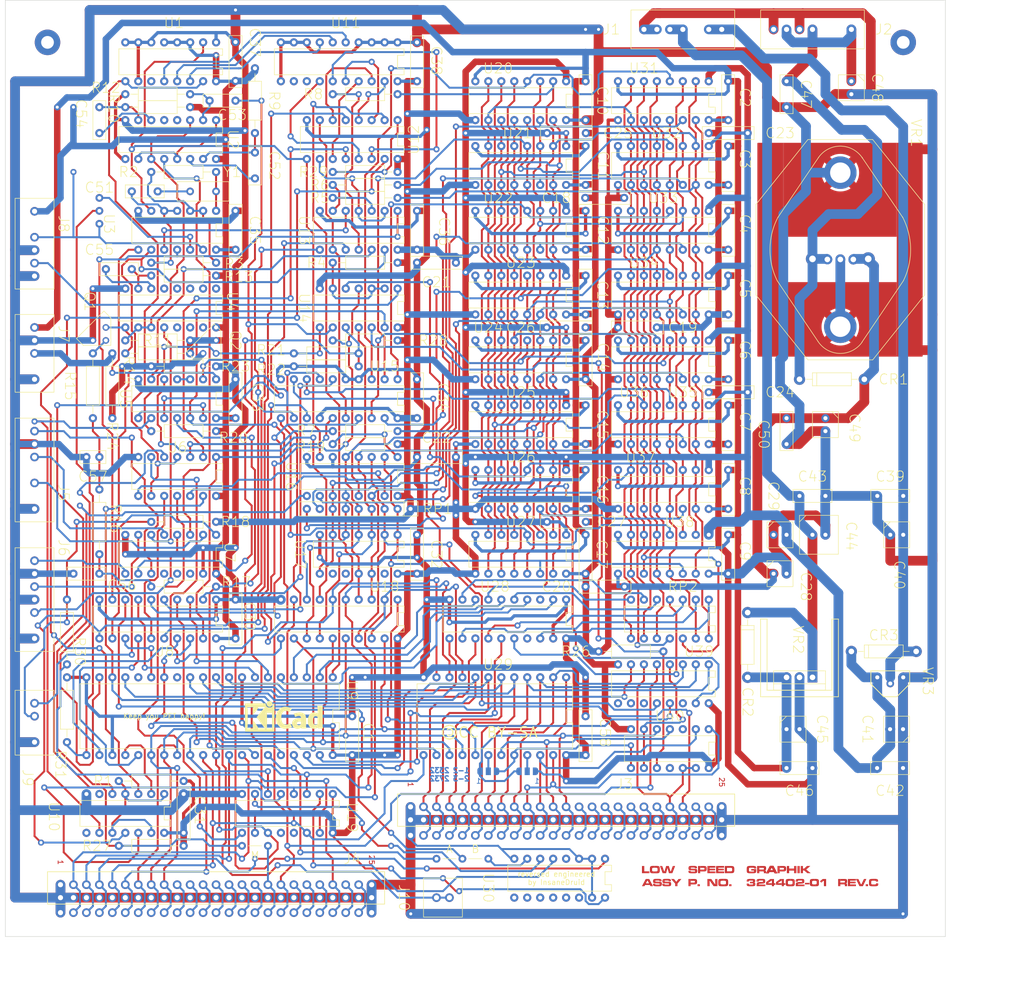
<source format=kicad_pcb>
(kicad_pcb (version 20211014) (generator pcbnew)
  (title_block (title "LOW SPEED GRAPHIK") (date "2022-03-18") (rev "V001") (comment 1 "reverse-engineered in 2022") (comment 2 "creativecommons.org/licenses/by/4.0/") (comment 3 "License: CC BY 4.0") (comment 4 "Author: InsaneDruid"))
  (layers (0 "F.Cu" signal) (31 "B.Cu" signal) (34 "B.Paste" user) (35 "F.Paste" user) (36 "B.SilkS" user "B.Silkscreen") (37 "F.SilkS" user "F.Silkscreen") (38 "B.Mask" user) (39 "F.Mask" user) (44 "Edge.Cuts" user))
  (net 0 "")
  (net 1 "Net-(C51-Pad1)")
  (net 2 "Net-(C51-Pad2)")
  (net 3 "+15V")
  (net 4 "+9V")
  (net 5 "/GPD & ROM/SYNC")
  (net 6 "/GPD & ROM/A_{PET}0")
  (net 7 "/GPD & ROM/A_{PET}1")
  (net 8 "/GPD & ROM/A_{PET}2")
  (net 9 "/GPD & ROM/A_{PET}3")
  (net 10 "/GPD & ROM/A_{PET}4")
  (net 11 "/GPD & ROM/A_{PET}5")
  (net 12 "/GPD & ROM/A_{PET}6")
  (net 13 "/GPD & ROM/A_{PET}7")
  (net 14 "/GPD & ROM/A_{PET}8")
  (net 15 "Net-(J3-Pad14)")
  (net 16 "Net-(J3-Pad15)")
  (net 17 "Net-(J3-Pad16)")
  (net 18 "Net-(J3-Pad17)")
  (net 19 "Net-(J3-Pad18)")
  (net 20 "Net-(J3-Pad19)")
  (net 21 "Net-(J3-Pad20)")
  (net 22 "/GPD & ROM/A_{PET}9")
  (net 23 "Net-(J4-Pad23)")
  (net 24 "Net-(J3-Pad24)")
  (net 25 "/GPD & ROM/A_{PET}10")
  (net 26 "/GPD & ROM/A_{PET}11")
  (net 27 "/GPD & ROM/RW")
  (net 28 "/GPD & ROM/D_{PET}7")
  (net 29 "/GPD & ROM/D_{PET}6")
  (net 30 "/GPD & ROM/D_{PET}5")
  (net 31 "/ADDRESS DECODERS/D_{PET}0")
  (net 32 "/ADDRESS DECODERS/D_{PET}1")
  (net 33 "Net-(J4-Pad10)")
  (net 34 "Net-(J4-Pad11)")
  (net 35 "Net-(J4-Pad12)")
  (net 36 "Net-(J4-Pad13)")
  (net 37 "Net-(J4-Pad14)")
  (net 38 "Net-(J4-Pad15)")
  (net 39 "Net-(J4-Pad16)")
  (net 40 "/ADDRESS DECODERS/D_{PET}2")
  (net 41 "/ADDRESS DECODERS/D_{PET}3")
  (net 42 "Net-(J4-Pad19)")
  (net 43 "Net-(J4-Pad20)")
  (net 44 "Net-(J4-Pad21)")
  (net 45 "/ADDRESS DECODERS/D_{PET}4")
  (net 46 "/GPD & ROM/CS9_{PET}")
  (net 47 "Net-(J4-Pad24)")
  (net 48 "/GPD & ROM/CSA_{PET}")
  (net 49 "Net-(J9-Pad1)")
  (net 50 "/GPD & ROM/PHI2")
  (net 51 "/GPD & ROM/RESET")
  (net 52 "Net-(JP1-Pad2)")
  (net 53 "Net-(JP1-Pad3)")
  (net 54 "Net-(JP_PEN1-Pad1)")
  (net 55 "/GPD & ROM/JumperM")
  (net 56 "Net-(R1-Pad2)")
  (net 57 "Net-(R2-Pad1)")
  (net 58 "Net-(R2-Pad2)")
  (net 59 "Net-(R4-Pad2)")
  (net 60 "Net-(R5-Pad1)")
  (net 61 "/VIDEO SWITCHING/VIDEO_{PET}")
  (net 62 "Net-(R6-Pad1)")
  (net 63 "/GPD & ROM/LPCK")
  (net 64 "Net-(R7-Pad1)")
  (net 65 "/LIGHT PEN/PEN_CONTACT")
  (net 66 "Net-(R8-Pad1)")
  (net 67 "/LIGHT PEN/PEN_INPUT")
  (net 68 "Net-(R11-Pad2)")
  (net 69 "Net-(R19-Pad2)")
  (net 70 "Net-(R26-Pad2)")
  (net 71 "Net-(R29-Pad1)")
  (net 72 "/GPD & ROM/~{WHITE}")
  (net 73 "/D7")
  (net 74 "/D6")
  (net 75 "/D5")
  (net 76 "/D4")
  (net 77 "/D3")
  (net 78 "/D2")
  (net 79 "/D1")
  (net 80 "/D0")
  (net 81 "Net-(RP2-Pad1)")
  (net 82 "Net-(RP2-Pad2)")
  (net 83 "Net-(RP2-Pad3)")
  (net 84 "Net-(RP2-Pad4)")
  (net 85 "Net-(RP2-Pad5)")
  (net 86 "Net-(RP2-Pad6)")
  (net 87 "Net-(RP2-Pad7)")
  (net 90 "Net-(U3-Pad8)")
  (net 91 "Net-(U13-Pad13)")
  (net 92 "Net-(U13-Pad5)")
  (net 93 "/VIDEO SWITCHING/V_SYNC_{PET}")
  (net 94 "Net-(U13-Pad1)")
  (net 95 "/VIDEO SWITCHING/H_SYNC_{PET}")
  (net 96 "Net-(U19-Pad10)")
  (net 97 "/VIDEO SWITCHING/VIDEO_{INTERNAL_MONITOR}")
  (net 98 "Net-(U5-Pad3)")
  (net 99 "/VIDEO SWITCHING/V_SYNC_{INTERNAL_MONITOR}")
  (net 100 "/VIDEO SWITCHING/H_SYNC_{INTERNAL_MONITOR}")
  (net 101 "Net-(U13-Pad12)")
  (net 102 "Net-(U13-Pad10)")
  (net 103 "/VIDEO SWITCHING/VIDEO_{EXTERNAL_MONITOR}")
  (net 104 "Net-(C52-Pad1)")
  (net 105 "Net-(C52-Pad2)")
  (net 107 "/VIDEO SWITCHING/SWITCH_{MANUAL}")
  (net 108 "Net-(C53-Pad2)")
  (net 109 "Net-(C54-Pad1)")
  (net 110 "Net-(C54-Pad2)")
  (net 111 "Net-(C55-Pad1)")
  (net 112 "Net-(C55-Pad2)")
  (net 114 "Net-(C56-Pad2)")
  (net 116 "Net-(C57-Pad1)")
  (net 117 "Net-(Q1-Pad1)")
  (net 118 "Net-(Q1-Pad2)")
  (net 119 "/ADDRESS DECODERS/MSL3")
  (net 120 "Net-(U2-Pad1)")
  (net 121 "/~{CAS}0")
  (net 122 "/~{CAS}1")
  (net 123 "/ADDRESS DECODERS/~{WRITE}")
  (net 124 "/ADDRESS DECODERS/D_{OUT}")
  (net 125 "/ADDRESS DECODERS/SWITCH_{AUTO}")
  (net 126 "/VIDEO RAM/A1")
  (net 127 "/VIDEO RAM/A2")
  (net 128 "/VIDEO RAM/A0")
  (net 129 "/VIDEO RAM/A5")
  (net 130 "/ADDRESS DECODERS/CLK_{RASCAS}")
  (net 131 "/VIDEO RAM/A4")
  (net 132 "Net-(U6-Pad5)")
  (net 133 "/VIDEO RAM/A3")
  (net 134 "/VIDEO RAM/A6")
  (net 135 "/SYNC SPLITTER/H_SYNC")
  (net 136 "/GPD & ROM/~{E}")
  (net 137 "/SYNC SPLITTER/V_SYNC")
  (net 138 "/ADDRESS DECODERS/D_{AND}")
  (net 139 "/ADDRESS DECODERS/RAS_ENABLE1")
  (net 141 "/ADDRESS DECODERS/~{ALL1}")
  (net 142 "/ADDRESS DECODERS/CLK_~{WRITE}")
  (net 143 "Net-(U1-Pad14)")
  (net 144 "Net-(U1-Pad13)")
  (net 145 "Net-(U1-Pad12)")
  (net 146 "Net-(U13-Pad8)")
  (net 147 "/ADDRESS DECODERS/SH{slash}~{LD}")
  (net 148 "/VIDEO GENERATION/VIDEO_OUT")
  (net 149 "/ADDRESS DECODERS/Cp")
  (net 150 "/ADDRESS DECODERS/RAS_A")
  (net 151 "/ADDRESS DECODERS/MSL0")
  (net 152 "/ADDRESS DECODERS/MSL1")
  (net 153 "/ADDRESS DECODERS/RAS_B")
  (net 154 "Net-(Q2-Pad2)")
  (net 156 "Net-(R21-Pad2)")
  (net 159 "/ADDRESS DECODERS/RAS_C")
  (net 160 "/ADDRESS DECODERS/MSL2")
  (net 161 "/GPD & ROM/CLK_{EF936x}")
  (net 163 "/ADDRESS DECODERS/BLK")
  (net 164 "/ADDRESS DECODERS/~{ALL}")
  (net 165 "Net-(U15-Pad15)")
  (net 166 "/ADDRESS DECODERS/~{DW}")
  (net 167 "/GPD & ROM/A_{DISPLAY}3")
  (net 168 "/GPD & ROM/A_{DISPLAY}4")
  (net 169 "/GPD & ROM/A_{DISPLAY}5")
  (net 171 "Net-(U18-Pad1)")
  (net 172 "Net-(U18-Pad11)")
  (net 173 "Net-(U19-Pad2)")
  (net 174 "Net-(U19-Pad7)")
  (net 175 "/GPD & ROM/LIGHTPEN_ENABLE")
  (net 176 "/GPD & ROM/CS2 ROM")
  (net 177 "/GPD & ROM/E1")
  (net 178 "Net-(U39-Pad15)")
  (net 180 "Net-(U6-Pad10)")
  (net 195 "GND")
  (net 196 "/GPD & ROM/A_{DISPLAY}6")
  (net 197 "/GPD & ROM/A_{DISPLAY}0")
  (net 198 "/MASTER TIMINGS GAL Version/CLK_{14}")
  (net 199 "/GPD & ROM/A_{DISPLAY}2")
  (net 200 "/MASTER TIMINGS GAL Version/CLK_{1.75}")
  (net 201 "/GPD & ROM/A_{DISPLAY}1")
  (net 202 "/ADDRESS DECODERS/CLK_{CLR}")
  (net 203 "/ADDRESS DECODERS/~{CLR}")
  (net 204 "/ADDRESS DECODERS/RAS_ENABLE")
  (net 205 "+12V")
  (net 206 "+5V")
  (net 207 "-5V")
  (net 208 "/ADDRESS DECODERS/CLK_{RAS}")
  (net 209 "/ADDRESS DECODERS/CLK_{CAS}")
  (net 210 "/~{RAS}2")
  (net 211 "/~{RAS}1")
  (net 212 "/~{RAS}0")
  (net 213 "/~{RAS}5")
  (net 214 "/~{RAS}6")
  (net 215 "/~{RAS}7")
  (net 216 "Net-(Q2-Pad3)")
  (net 217 "/~{RAS}4")
  (net 218 "/~{RAS}3")
  (net 219 "-9V")
  (net 220 "Net-(J3-Pad23)")
  (net 221 "/GPD & ROM/CS9_{PET}1")
  (net 229 "Net-(JP4-Pad2)")
  (net 230 "Net-(JP2-Pad2)")
  (net 231 "/ADDRESS DECODERS/DIN")
  (net 234 "Net-(U11-Pad14)")
  (net 235 "Net-(U11-Pad15)")
  (net 236 "Net-(U11-Pad16)")
  (net 237 "Net-(U11-Pad17)")
  (net 238 "Net-(U11-Pad18)")
  (net 239 "Net-(U11-Pad19)")
  (footprint "lsg_lib_fp:DIP-16_W7.62mm" (layer "F.Cu") (at 152.405 63.5 -90)
    (fp_text reference "U1")
    (fp_text value "SN74LS169BN")
  )
  (footprint "lsg_lib_fp:R_Axial_DIN0309_L9.0mm_D222.2mm_P12.70mm_Horizontal" (layer "F.Cu") (at 160.02 68.58 -90)
    (fp_text reference "R9")
    (fp_text value "33K")
  )
  (footprint "lsg_lib_fp:DIP-16_W7.62mm" (layer "F.Cu") (at 220.98 147.32 -90)
    (fp_text reference "U26")
    (fp_text value "4116")
  )
  (footprint "lsg_lib_fp:C_Rect_L9.0mm_W2.7mm_P7.62mm_MKT" (layer "F.Cu") (at 217.23 81.28)
    (fp_text reference "C25")
    (fp_text value ".1uF")
  )
  (footprint "lsg_lib_fp:DIP-24_W15.24mm" (layer "F.Cu") (at 220.985 187.96 -90)
    (fp_text reference "U29")
    (fp_text value "2332A")
  )
  (footprint "lsg_lib_fp:DIP-16_W7.62mm" (layer "F.Cu") (at 220.98 109.22 -90)
    (fp_text reference "U23")
    (fp_text value "4116")
  )
  (footprint "lsg_lib_fp:R_Axial_DIN0309_L9.0mm_D222.2mm_P12.70mm_Horizontal" (layer "F.Cu") (at 123.19 200.66 90)
    (fp_text reference "R31")
    (fp_text value "12K")
  )
  (footprint "lsg_lib_fp:CP_Radial_D5.0mm_P2.54mm" (layer "F.Cu") (at 276.86 71.12 -90)
    (fp_text reference "C48")
    (fp_text value "10uf")
  )
  (footprint "lsg_lib_fp:DIP-16_W7.62mm" (layer "F.Cu") (at 248.92 147.32 -90)
    (fp_text reference "U37")
    (fp_text value "4116")
  )
  (footprint "lsg_lib_fp:R_Axial_DIN0309_L9.0mm_D222.2mm_P12.70mm_Horizontal" (layer "F.Cu") (at 123.19 185.42 90)
    (fp_text reference "R30")
    (fp_text value "1K")
  )
  (footprint "lsg_lib_fp:C_Rect_L9.0mm_W2.7mm_P7.62mm_MKT" (layer "F.Cu") (at 199.39 144.78 180)
    (fp_text reference "C22")
    (fp_text value ".1uF")
  )
  (footprint "lsg_lib_fp:CP_Radial_D5.0mm_P2.54mm" (layer "F.Cu") (at 271.78 137.16 -90)
    (fp_text reference "C49")
    (fp_text value "10uf")
  )
  (footprint "lsg_lib_fp:C_Rect_L9.0mm_W2.7mm_P7.62mm_MKT" (layer "F.Cu") (at 179.07 203.2 90)
    (fp_text reference "C1")
    (fp_text value ".1uF")
  )
  (footprint "lsg_lib_fp:R_Axial_DIN0309_L9.0mm_D222.2mm_P12.70mm_Horizontal" (layer "F.Cu") (at 152.4 88.9 180)
    (fp_text reference "R2")
    (fp_text value "470")
  )
  (footprint "lsg_lib_fp:C_Rect_L9.0mm_W2.7mm_P7.62mm_MKT" (layer "F.Cu") (at 191.77 167.64 90)
    (fp_text reference "C32")
    (fp_text value ".1uF")
  )
  (footprint "lsg_lib_fp:R_Axial_DIN0309_L9.0mm_D222.2mm_P12.70mm_Horizontal" (layer "F.Cu") (at 175.26 73.66)
    (fp_text reference "R8")
    (fp_text value "22")
  )
  (footprint "lsg_lib_fp:DIP-16_W7.62mm" (layer "F.Cu") (at 175.265 210.82 -90)
    (fp_text reference "U19")
    (fp_text value "74LS174")
  )
  (footprint "lsg_lib_fp:R_Axial_DIN0309_L9.0mm_D222.2mm_P12.70mm_Horizontal" (layer "F.Cu") (at 167.64 124.46)
    (fp_text reference "R21")
    (fp_text value "330")
  )
  (footprint "lsg_lib_fp:DIP-16_W7.62mm" (layer "F.Cu") (at 220.98 83.82 -90)
    (fp_text reference "U21")
    (fp_text value "4116")
  )
  (footprint "lsg_lib_fp:Crystal_HC49-U_Vertical" (layer "F.Cu") (at 152.4 92.71 180)
    (fp_text reference "Y1")
    (fp_text value "14.000")
  )
  (footprint "lsg_lib_fp:C_Rect_L9.0mm_W2.7mm_P7.62mm_MKT" (layer "F.Cu") (at 224.79 83.82 -90)
    (fp_text reference "C11")
    (fp_text value ".1uF")
  )
  (footprint "lsg_lib_fp:PinHeader_1x02_P2.54mm_Vertical" (layer "F.Cu") (at 195.58 231.14 90)
    (fp_text reference "J10")
    (fp_text value "Conn_01x02_Male")
  )
  (footprint "lsg_lib_fp:R_Axial_DIN0309_L9.0mm_D222.2mm_P12.70mm_Horizontal" (layer "F.Cu") (at 147.32 121.92 180)
    (fp_text reference "R11")
    (fp_text value "2.2K")
  )
  (footprint "lsg_lib_fp:TO-220-3_Vertical" (layer "F.Cu") (at 269.245 187.96 180)
    (fp_text reference "VR2")
    (fp_text value "LM7812_TO220")
  )
  (footprint "lsg_lib_fp:C_Rect_L9.0mm_W2.7mm_P7.62mm_MKT" (layer "F.Cu") (at 232.41 170.18 180)
    (fp_text reference "C20")
    (fp_text value ".1uF")
  )
  (footprint "lsg_lib_fp:CP_Radial_D5.0mm_P2.54mm" (layer "F.Cu") (at 264.16 198.12)
    (fp_text reference "C45")
    (fp_text value "10uf")
  )
  (footprint "lsg_lib_fp:DIP-16_W7.62mm" (layer "F.Cu") (at 248.925 185.42 -90)
    (fp_text reference "U39")
    (fp_text value "74LS138")
  )
  (footprint "lsg_lib_fp:C_Rect_L9.0mm_W2.7mm_P7.62mm_MKT" (layer "F.Cu") (at 256.54 81.28 180)
    (fp_text reference "C23")
    (fp_text value ".1uF")
  )
  (footprint "lsg_lib_fp:C_Rect_L9.0mm_W2.7mm_P7.62mm_MKT" (layer "F.Cu") (at 191.77 104.14 90)
    (fp_text reference "C36")
    (fp_text value ".1uF")
  )
  (footprint "lsg_lib_fp:R_Axial_DIN0309_L9.0mm_D222.2mm_P12.70mm_Horizontal" (layer "F.Cu") (at 129.54 163.83 90)
    (fp_text reference "R16")
    (fp_text value "2.7K")
  )
  (footprint "lsg_lib_fp:DIP-16_W7.62mm" (layer "F.Cu") (at 152.405 78.74 -90)
    (fp_text reference "U2")
    (fp_text value "74LS123")
  )
  (footprint "lsg_lib_fp:C_Rect_L9.0mm_W2.7mm_P7.62mm_MKT" (layer "F.Cu") (at 256.54 132.08 180)
    (fp_text reference "C24")
    (fp_text value ".1uF")
  )
  (footprint "lsg_lib_fp:DIP-16_W7.62mm" (layer "F.Cu") (at 248.92 160.02 -90)
    (fp_text reference "U38")
    (fp_text value "4116")
  )
  (footprint "lsg_lib_fp:C_Rect_L9.0mm_W2.7mm_P7.62mm_MKT" (layer "F.Cu") (at 252.73 83.82 -90)
    (fp_text reference "C3")
    (fp_text value ".1uF")
  )
  (footprint "lsg_lib_fp:R_Axial_DIN0309_L9.0mm_D222.2mm_P12.70mm_Horizontal" (layer "F.Cu") (at 152.4 139.7 180)
    (fp_text reference "R20")
    (fp_text value "820")
  )
  (footprint "lsg_lib_fp:C_Rect_L9.0mm_W2.7mm_P7.62mm_MKT" (layer "F.Cu") (at 252.73 134.62 -90)
    (fp_text reference "C7")
    (fp_text value ".1uF")
  )
  (footprint "lsg_lib_fp:C_Rect_L9.0mm_W2.7mm_P7.62mm_MKT" (layer "F.Cu") (at 252.73 109.22 -90)
    (fp_text reference "C5")
    (fp_text value ".1uF")
  )
  (footprint "lsg_lib_fp:C_Rect_L9.0mm_W2.7mm_P7.62mm_MKT" (layer "F.Cu") (at 252.73 160.02 -90)
    (fp_text reference "C9")
    (fp_text value ".1uF")
  )
  (footprint "lsg_lib_fp:DIP-20_W7.62mm" (layer "F.Cu") (at 152.405 172.72 -90)
    (fp_text reference "U8")
    (fp_text value "74LS373")
  )
  (footprint "lsg_lib_fp:R_Axial_DIN0309_L9.0mm_D222.2mm_P12.70mm_Horizontal" (layer "F.Cu") (at 152.4 106.68 180)
    (fp_text reference "R3")
    (fp_text value "470")
  )
  (footprint "lsg_lib_fp:TO-92" (layer "F.Cu") (at 151.950987 122.369012 -135)
    (fp_text reference "Q2")
    (fp_text value "BC237")
  )
  (footprint "lsg_lib_fp:DIP-14_W7.62mm" (layer "F.Cu") (at 187.965 160.02 -90)
    (fp_text reference "U17")
    (fp_text value "74LS30")
  )
  (footprint "lsg_lib_fp:C_Rect_L7.0mm_W2.5mm_P5.08mm" (layer "F.Cu") (at 129.54 76.2 -90)
    (fp_text reference "C54")
    (fp_text value "4700pF")
  )
  (footprint "lsg_lib_fp:lsg_Jumper" (layer "F.Cu") (at 200.66 223.52)
    (fp_text reference "JP1" hide)
    (fp_text value "Jumper_3_Open" hide)
  )
  (footprint "lsg_lib_fp:PinHeader_1x04_P2.54mm_Vertical_J9" (layer "F.Cu") (at 116.84 193.04)
    (fp_text reference "J9")
    (fp_text value "Conn_01x04_Male")
  )
  (footprint "lsg_lib_fp:PinHeader_1x07_P2.54mm_Vertical_J1" (layer "F.Cu") (at 251.465 60.96 -90)
    (fp_text reference "J1")
    (fp_text value "Conn_01x07_Male")
  )
  (footprint "lsg_lib_fp:C_Rect_L7.0mm_W2.5mm_P5.08mm" (layer "F.Cu") (at 266.7 152.4)
    (fp_text reference "C43")
    (fp_text value ".1uF")
  )
  (footprint "lsg_lib_fp:C_Rect_L7.0mm_W2.5mm_P5.08mm" (layer "F.Cu") (at 286.98 205.74 180)
    (fp_text reference "C42")
    (fp_text value ".1uF")
  )
  (footprint "lsg_lib_fp:C_Rect_L9.0mm_W2.7mm_P7.62mm_MKT" (layer "F.Cu") (at 224.79 134.62 -90)
    (fp_text reference "C15")
    (fp_text value ".1uF")
  )
  (footprint "lsg_lib_fp:PinHeader_1x07_P2.54mm_Vertical_J2" (layer "F.Cu") (at 276.865 60.96 -90)
    (fp_text reference "J2")
    (fp_text value "Conn_01x07_Male")
  )
  (footprint "lsg_lib_fp:PinHeader_1x25_P2.54mm_Vertical" (layer "F.Cu") (at 121.92 234.08 90)
    (fp_text reference "J4a1" hide)
    (fp_text value "Conn_01x25" hide)
  )
  (footprint "lsg_lib_fp:R_Axial_DIN0309_L9.0mm_D222.2mm_P12.70mm_Horizontal" (layer "F.Cu") (at 227.33 182.88)
    (fp_text reference "R26")
    (fp_text value "4.7K")
  )
  (footprint "lsg_lib_fp:C_Rect_L9.0mm_W2.7mm_P7.62mm_MKT" (layer "F.Cu") (at 252.73 96.52 -90)
    (fp_text reference "C4")
    (fp_text value ".1uF")
  )
  (footprint "lsg_lib_fp:C_Rect_L7.0mm_W2.5mm_P5.08mm" (layer "F.Cu") (at 140.97 92.71 180)
    (fp_text reference "C51")
    (fp_text value "22pF")
  )
  (footprint "lsg_lib_fp:R_Axial_DIN0309_L9.0mm_D222.2mm_P12.70mm_Horizontal" (layer "F.Cu") (at 175.26 91.44)
    (fp_text reference "R6")
    (fp_text value "22")
  )
  (footprint "lsg_lib_fp:R_Axial_DIN0309_L9.0mm_D222.2mm_P12.70mm_Horizontal" (layer "F.Cu") (at 147.32 73.66 180)
    (fp_text reference "R12")
    (fp_text value "1K")
  )
  (footprint "lsg_lib_fp:DIP-20_W7.62mm" (layer "F.Cu") (at 187.96 63.5 -90)
    (fp_text reference "U11")
    (fp_text value "GAL_16v8")
  )
  (footprint "lsg_lib_fp:lsg_JumperM" (layer "F.Cu") (at 160.02 220.98)
    (fp_text reference "JPM1" hide)
    (fp_text value "Jumper_2_Open" hide)
  )
  (footprint "lsg_lib_fp:DIP-16_W7.62mm" (layer "F.Cu") (at 248.92 121.92 -90)
    (fp_text reference "U35")
    (fp_text value "4116")
  )
  (footprint "lsg_lib_fp:C_Rect_L7.0mm_W2.5mm_P5.08mm" (layer "F.Cu") (at 281.94 152.4)
    (fp_text reference "C39")
    (fp_text value ".1uF")
  )
  (footprint "lsg_lib_fp:DIP-14_W7.62mm" (layer "F.Cu") (at 152.405 129.54 -90)
    (fp_text reference "U5")
    (fp_text value "74LS08")
  )
  (footprint "lsg_lib_fp:C_Rect_L9.0mm_W2.7mm_P7.62mm_MKT" (layer "F.Cu") (at 224.79 203.2 90)
    (fp_text reference "C58")
    (fp_text value ".1uF")
  )
  (footprint "lsg_lib_fp:TO-92" (layer "F.Cu") (at 130.360988 119.829012 -135)
    (fp_text reference "Q1")
    (fp_text value "BC237")
  )
  (footprint "lsg_lib_fp:C_Rect_L9.0mm_W2.7mm_P7.62mm_MKT" (layer "F.Cu") (at 146.05 218.44 90)
    (fp_text reference "C31")
    (fp_text value ".1uF")
  )
  (footprint "lsg_lib_fp:DIP-16_W7.62mm" (layer "F.Cu") (at 248.92 134.62 -90)
    (fp_text reference "U36")
    (fp_text value "4116")
  )
  (footprint "lsg_lib_fp:C_Rect_L9.0mm_W2.7mm_P7.62mm_MKT" (layer "F.Cu") (at 191.77 71.12 90)
    (fp_text reference "C38")
    (fp_text value ".1uF")
  )
  (footprint "lsg_lib_fp:R_Axial_DIN0309_L9.0mm_D222.2mm_P12.70mm_Horizontal" (layer "F.Cu") (at 187.96 106.68 180)
    (fp_text reference "R4")
    (fp_text value "4.7K")
  )
  (footprint "lsg_lib_fp:DIP-14_W7.62mm" (layer "F.Cu") (at 142.245 210.82 -90)
    (fp_text reference "U10")
    (fp_text value "74LS74")
  )
  (footprint "lsg_lib_fp:C_Rect_L9.0mm_W2.7mm_P7.62mm_MKT" (layer "F.Cu") (at 231.14 119.38)
    (fp_text reference "C19")
    (fp_text value ".1uF")
  )
  (footprint "lsg_lib_fp:C_Rect_L9.0mm_W2.7mm_P7.62mm_MKT" (layer "F.Cu") (at 252.73 147.32 -90)
    (fp_text reference "C8")
    (fp_text value ".1uF")
  )
  (footprint "lsg_lib_fp:C_Rect_L9.0mm_W2.7mm_P7.62mm_MKT" (layer "F.Cu") (at 156.21 137.16 90)
    (fp_text reference "C33")
    (fp_text value ".1uF")
  )
  (footprint "lsg_lib_fp:DIP-16_W7.62mm" (layer "F.Cu") (at 152.405 111.76 -90)
    (fp_text reference "U4")
    (fp_text value "74LS221")
  )
  (footprint "lsg_lib_fp:PinHeader_1x25_P2.54mm_Vertical" (layer "F.Cu") (at 190.5 218.94 90)
    (fp_text reference "J3a1" hide)
    (fp_text value "Conn_01x25" hide)
  )
  (footprint "lsg_lib_fp:C_Rect_L9.0mm_W2.7mm_P7.62mm_MKT" (layer "F.Cu") (at 217.17 119.38)
    (fp_text reference "C26")
    (fp_text value ".1uF")
  )
  (footprint "lsg_lib_fp:C_Rect_L7.0mm_W2.5mm_P5.08mm" (layer "F.Cu") (at 264.16 71.12 -90)
    (fp_text reference "C47")
    (fp_text value ".1uF")
  )
  (footprint "lsg_lib_fp:C_Rect_L9.0mm_W2.7mm_P7.62mm_MKT" (layer "F.Cu") (at 232.35 93.98 180)
    (fp_text reference "C18")
    (fp_text value ".1uF")
  )
  (footprint "lsg_lib_fp:C_Rect_L4.0mm_W2.5mm_P2.54mm" (layer "F.Cu") (at 129.54 144.78 180)
    (fp_text reference "C57")
    (fp_text value "4.7pF")
  )
  (footprint "lsg_lib_fp:lsg_Jumper_nomark" (layer "F.Cu") (at 129.54 96.52 -90)
    (fp_text reference "JP_PEN1" hide)
    (fp_text value "Jumper_3_Open" hide)
  )
  (footprint "lsg_lib_fp:C_Rect_L9.0mm_W2.7mm_P7.62mm_MKT" (layer "F.Cu") (at 224.79 109.22 -90)
    (fp_text reference "C13")
    (fp_text value ".1uF")
  )
  (footprint "lsg_lib_fp:R_Axial_DIN0309_L9.0mm_D222.2mm_P12.70mm_Horizontal" (layer "F.Cu") (at 180.34 127 180)
    (fp_text reference "R22")
    (fp_text value "680")
  )
  (footprint "lsg_lib_fp:C_Rect_L7.0mm_W2.5mm_P5.08mm" (layer "F.Cu") (at 160.02 85.09 -90)
    (fp_text reference "C52")
    (fp_text value "4700pF")
  )
  (footprint "lsg_lib_fp:DIP-16_W7.62mm" (layer "F.Cu") (at 220.98 121.92 -90)
    (fp_text reference "U24")
    (fp_text value "4116")
  )
  (footprint "lsg_lib_fp:C_Rect_L9.0mm_W2.7mm_P7.62mm_MKT" (layer "F.Cu") (at 156.21 104.14 90)
    (fp_text reference "C35")
    (fp_text value ".1uF")
  )
  (footprint "lsg_lib_fp:D_DO-41_SOD81_P12.70mm_Horizontal" (layer "F.Cu") (at 266.7 129.54)
    (fp_text reference "CR1")
    (fp_text value "1N4001")
  )
  (footprint "lsg_lib_fp:D_DO-41_SOD81_P12.70mm_Horizontal" (layer "F.Cu") (at 256.54 175.26 -90)
    (fp_text reference "CR2")
    (fp_text value "1N4001")
  )
  (footprint "lsg_lib_fp:DIP-16_W7.62mm" (layer "F.Cu") (at 220.98 160.02 -90)
    (fp_text reference "U27")
    (fp_text value "4116")
  )
  (footprint "lsg_lib_fp:DIP-16_W7.62mm" (layer "F.Cu") (at 248.92 109.22 -90)
    (fp_text reference "U34")
    (fp_text value "4116")
  )
  (footprint "lsg_lib_fp:R_Axial_DIN0309_L9.0mm_D222.2mm_P12.70mm_Horizontal" (layer "F.Cu") (at 152.4 170.18 180)
    (fp_text reference "R17")
    (fp_text value "4.7K")
  )
  (footprint "lsg_lib_fp:C_Rect_L9.0mm_W2.7mm_P7.62mm_MKT" (layer "F.Cu") (at 224.79 71.12 -90)
    (fp_text reference "C10")
    (fp_text value ".1uF")
  )
  (footprint "lsg_lib_fp:TO-3_HeatSink" (layer "F.Cu") (at 269.245 105.94 90)
    (fp_text reference "VR1")
    (fp_text value "L7805")
  )
  (footprint "lsg_lib_fp:C_Rect_L9.0mm_W2.7mm_P7.62mm_MKT" (layer "F.Cu") (at 252.73 121.92 -90)
    (fp_text reference "C6")
    (fp_text value ".1uF")
  )
  (footprint "lsg_lib_fp:DIP-16_W7.62mm" (layer "F.Cu") (at 187.965 78.74 -90)
    (fp_text reference "U12")
    (fp_text value "SN74LS174N")
  )
  (footprint "lsg_lib_fp:DIP-16_W7.62mm" (layer "F.Cu") (at 248.92 71.12 -90)
    (fp_text reference "U31")
    (fp_text value "4116")
  )
  (footprint "lsg_lib_fp:C_Rect_L7.0mm_W2.5mm_P5.08mm" (layer "F.Cu") (at 156.21 74.93 180)
    (fp_text reference "C53")
    (fp_text value "120pF")
  )
  (footprint "lsg_lib_fp:PinHeader_1x06_P2.54mm_Vertical_J8" (layer "F.Cu") (at 116.84 96.608561)
    (fp_text reference "J8")
    (fp_text value "Conn_01x06_Male")
  )
  (footprint "MountingHole:MountingHole_2.5mm_Pad" (layer "F.Cu") (at 287.02 63.5)
    (fp_text reference "H3" hide)
    (fp_text value "MountingHole")
  )
  (footprint "lsg_lib_fp:R_Axial_DIN0309_L9.0mm_D222.2mm_P12.70mm_Horizontal" (layer "F.Cu") (at 175.26 139.7)
    (fp_text reference "R7")
    (fp_text value "22")
  )
  (footprint "lsg_lib_fp:C_Rect_L9.0mm_W2.7mm_P7.62mm_MKT" (layer "F.Cu") (at 217.23 157.48)
    (fp_text reference "C27")
    (fp_text value ".1uF")
  )
  (footprint "lsg_lib_fp:C_Rect_L9.0mm_W2.7mm_P7.62mm_MKT" (layer "F.Cu") (at 191.77 137.16 90)
    (fp_text reference "C34")
    (fp_text value ".1uF")
  )
  (footprint "lsg_lib_fp:DIP-16_W7.62mm" (layer "F.Cu") (at 152.405 160.02 -90)
    (fp_text reference "U7")
    (fp_text value "74LS157")
  )
  (footprint "lsg_lib_fp:DIP-16_W7.62mm" (layer "F.Cu") (at 228.6 223.52 -90)
    (fp_text reference "U30")
    (fp_text value "74LS157")
  )
  (footprint "lsg_lib_fp:R_Axial_DIN0309_L9.0mm_D222.2mm_P12.70mm_Horizontal" (layer "F.Cu") (at 187.96 121.92 180)
    (fp_text reference "R28")
    (fp_text value "4.7K")
  )
  (footprint "lsg_lib_fp:DIP-16_W7.62mm" (layer "F.Cu") (at 248.92 83.82 -90)
    (fp_text reference "U32")
    (fp_text value "4116")
  )
  (footprint "lsg_lib_fp:DIP-14_W7.62mm" (layer "F.Cu") (at 248.925 172.73 -90)
    (fp_text reference "RP2")
    (fp_text value "MDP1403-470G")
  )
  (footprint "lsg_lib_fp:R_Axial_DIN0309_L9.0mm_D222.2mm_P12.70mm_Horizontal" (layer "F.Cu") (at 152.4 109.22 180)
    (fp_text reference "R13")
    (fp_text value "12K")
  )
  (footprint "lsg_lib_fp:PinHeader_1x07_P2.54mm_Vertical_J5" (layer "F.Cu") (at 116.84 139.695)
    (fp_text reference "J5")
    (fp_text value "Conn_01x07_Male")
  )
  (footprint "lsg_lib_fp:DIP-16_W7.62mm" (layer "F.Cu") (at 220.98 96.52 -90)
    (fp_text reference "U22")
    (fp_text value "4116")
  )
  (footprint "lsg_lib_fp:R_Axial_DIN0309_L9.0mm_D222.2mm_P12.70mm_Horizontal" (layer "F.Cu") (at 147.32 124.46 180)
    (fp_text reference "R14")
    (fp_text value "1.2K")
  )
  (footprint "MountingHole:MountingHole_2.5mm_Pad" (layer "F.Cu") (at 119.38 63.5)
    (fp_text reference "H2" hide)
    (fp_text value "MountingHole" hide)
  )
  (footprint "lsg_lib_fp:DIP-20_W7.62mm" (layer "F.Cu") (at 187.965 129.54 -90)
    (fp_text reference "U15")
    (fp_text value "25LS2538PC")
  )
  (footprint "lsg_lib_fp:DIP-14_W7.62mm" (layer "F.Cu") (at 248.925 198.12 -90)
    (fp_text reference "U40")
    (fp_text value "74LS20")
  )
  (footprint "lsg_lib_fp:DIP-14_W7.62mm" (layer "F.Cu") (at 187.965 111.76 -90)
    (fp_text reference "U14")
    (fp_text value "74LS05")
  )
  (footprint "lsg_lib_fp:C_Rect_L7.0mm_W2.5mm_P5.08mm" (layer "F.Cu") (at 124.46 167.64)
    (fp_text reference "C56")
    (fp_text value "10nF")
  )
  (footprint "lsg_lib_fp:CP_Radial_D5.0mm_P2.54mm" (layer "F.Cu") (at 261.62 167.64)
    (fp_text reference "C28")
    (fp_text value "10uf")
  )
  (footprint "lsg_lib_fp:C_Rect_L9.0mm_W2.7mm_P7.62mm_MKT" (layer "F.Cu") (at 224.79 121.92 -90)
    (fp_text reference "C14")
    (fp_text value ".1uF")
  )
  (footprint "lsg_lib_fp:DIP-14_W7.62mm" (layer "F.Cu") (at 152.405 144.78 -90)
    (fp_text reference "U6")
    (fp_text value "74LS32")
  )
  (footprint "lsg_lib_fp:PinHeader_1x07_P2.54mm_Vertical_J6" (layer "F.Cu") (at 116.84 165.1)
    (fp_text reference "J6")
    (fp_text value "Conn_01x07_Male")
  )
  (footprint "lsg_lib_fp:C_Rect_L9.0mm_W2.7mm_P7.62mm_MKT" (layer "F.Cu") (at 199.39 106.68 180)
    (fp_text reference "C21")
    (fp_text value ".1uF")
  )
  (footprint "lsg_lib_fp:R_Axial_DIN0309_L9.0mm_D222.2mm_P12.70mm_Horizontal" (layer "F.Cu") (at 175.26 93.98)
    (fp_text reference "R5")
    (fp_text value "22")
  )
  (footprint "lsg_lib_fp:PinHeader_1x05_P2.54mm_Vertical_J7" (layer "F.Cu") (at 116.84 119.38)
    (fp_text reference "J7")
    (fp_text value "Conn_01x05_Male")
  )
  (footprint "lsg_lib_fp:DIP-16_W7.62mm" (layer "F.Cu") (at 220.98 71.12 -90)
    (fp_text reference "U20")
    (fp_text value "4116")
  )
  (footprint "lsg_lib_fp:DIP-20_W7.62mm" (layer "F.Cu") (at 220.985 172.72 -90)
    (fp_text reference "U28")
    (fp_text value "CD74HCT244E")
  )
  (footprint "lsg_lib_fp:CP_Radial_D6.3mm_P2.54mm" (layer "F.Cu") (at 269.24 160.02)
    (fp_text reference "C44")
    (fp_text value "22uF")
  )
  (footprint "lsg_lib_fp:DIP-14_W7.62mm" (layer "F.Cu") (at 152.405 96.52 -90)
    (fp_text reference "U3")
    (fp_text value "74F04")
  )
  (footprint "lsg_lib_fp:C_Rect_L7.0mm_W2.5mm_P5.08mm" (layer "F.Cu") (at 264.16 137.16 -90)
    (fp_text reference "C50")
    (fp_text value ".1uF")
  )
  (footprint "Symbol:KiCad-Logo_6mm_SilkScreen" (layer "F.Cu") (at 165.735 195.58)
    (fp_text reference "REF2" hide)
    (fp_text value "KiCad-Logo_6mm_SilkScreen" hide)
  )
  (footprint "lsg_lib_fp:R_Axial_DIN0309_L9.0mm_D222.2mm_P12.70mm_Horizontal" (layer "F.Cu") (at 187.96 142.24 180)
    (fp_text reference "R19")
    (fp_text value "4.7K")
  )
  (footprint "lsg_lib_fp:R_Array_SIP9" (layer "F.Cu") (at 190.5 154.94 180)
    (fp_text reference "RP1")
    (fp_text value "47K")
  )
  (footprint "lsg_lib_fp:TO-92L_Inline_Wide" (layer "F.Cu") (at 287.02 187.96 180)
    (fp_text reference "VR3")
    (fp_text value "L7905")
  )
  (footprint "lsg_lib_fp:R_Axial_DIN0309_L9.0mm_D222.2mm_P12.70mm_Horizontal" (layer "F.Cu") (at 132.08 137.16 90)
    (fp_text reference "R24")
    (fp_text value "68")
  )
  (footprint "lsg_lib_fp:R_Axial_DIN0309_L9.0mm_D222.2mm_P12.70mm_Horizontal" (layer "F.Cu") (at 128.27 137.16 90)
    (fp_text reference "R15")
    (fp_text value "2.7K")
  )
  (footprint "lsg_lib_fp:C_Rect_L9.0mm_W2.7mm_P7.62mm_MKT" (layer "F.Cu") (at 156.21 180.34 90)
    (fp_text reference "C30")
    (fp_text value ".1uF")
  )
  (footprint "lsg_lib_fp:DIP-20_W7.62mm" (layer "F.Cu") (at 187.965 172.72 -90)
    (fp_text reference "U18")
    (fp_text value "74LS374")
  )
  (footprint "lsg_lib_fp:C_Rect_L9.0mm_W2.7mm_P7.62mm_MKT" (layer "F.Cu") (at 156.21 71.06 90)
    (fp_text reference "C37")
    (fp_text value ".1uF")
  )
  (footprint "lsg_lib_fp:R_Axial_DIN0309_L9.0mm_D222.2mm_P12.70mm_Horizontal" (layer "F.Cu") (at 134.62 76.2)
    (fp_text reference "R10")
    (fp_text value "10k")
  )
  (footprint "lsg_lib_fp:R_Axial_DIN0309_L9.0mm_D222.2mm_P12.70mm_Horizontal" (layer "F.Cu") (at 133.35 220.98)
    (fp_text reference "R27")
    (fp_text value "10K")
  )
  (footprint "lsg_lib_fp:R_Axial_DIN0309_L9.0mm_D222.2mm_P12.70mm_Horizontal" (layer "F.Cu") (at 146.05 208.28 180)
    (fp_text reference "R1")
    (fp_text value "4.7K")
  )
  (footprint "lsg_lib_fp:CP_Radial_D5.0mm_P2.54mm" (layer "F.Cu") (at 261.62 160.02)
    (fp_text reference "C29")
    (fp_text value "10uf")
  )
  (footprint "lsg_lib_fp:C_Rect_L9.0mm_W2.7mm_P7.62mm_MKT" (layer "F.Cu") (at 224.79 96.52 -90)
    (fp_text reference "C12")
    (fp_text value ".1uF")
  )
  (footprint "lsg_lib_fp:DIP-16_W7.62mm" (layer "F.Cu") (at 220.98 134.62 -90)
    (fp_text reference "U25")
    (fp_text value "4116")
  )
  (footprint "lsg_lib_fp:C_Rect_L7.0mm_W2.5mm_P5.08mm" (layer "F.Cu") (at 130.81 107.95)
    (fp_text reference "C55")
    (fp_text value ".1uF")
  )
  (footprint "lsg_lib_fp:C_Rect_L9.0mm_W2.7mm_P7.62mm_MKT" (layer "F.Cu") (at 224.79 147.32 -90)
    (fp_text reference "C16")
    (fp_text value ".1uF")
  )
  (footprint "lsg_lib_fp:C_Rect_L9.0mm_W2.7mm_P7.62mm_MKT" (layer "F.Cu") (at 252.73 71.12 -90)
    (fp_text reference "C2")
    (fp_text value ".1uF")
  )
  (footprint "lsg_lib_fp:DIP-14_W7.62mm" (layer "F.Cu") (at 187.965 96.52 -90)
    (fp_text reference "U13")
    (fp_text value "74LS32")
  )
  (footprint "lsg_lib_fp:R_Axial_DIN0309_L9.0mm_D222.2mm_P12.70mm_Horizontal" (layer "F.Cu") (at 139.7 127)
    (fp_text reference "R23")
    (fp_text value "470")
  )
  (footprint "lsg_lib_fp:DIP-16_W7.62mm" (layer "F.Cu") (at 187.965 144.78 -90)
    (fp_text reference "U16")
    (fp_text value "74LS166A")
  )
  (footprint "lsg_lib_fp:D_DO-41_SOD81_P12.70mm_Horizontal" (layer "F.Cu") (at 276.86 182.88)
    (fp_text reference "CR3")
    (fp_text value "1N4001")
  )
  (footprint "lsg_lib_fp:R_Axial_DIN0309_L9.0mm_D222.2mm_P12.70mm_Horizontal" (layer "F.Cu") (at 139.7 157.48)
    (fp_text reference "R18")
    (fp_text value "220")
  )
  (footprint "lsg_lib_fp:TO-220-3_Horizontal_TabDown" (layer "F.Cu") (at 272.161 106.045)
    (fp_text reference "VR0" hide)
    (fp_text value "TO220" hide)
  )
  (footprint "lsg_lib_fp:C_Rect_L9.0mm_W2.7mm_P7.62mm_MKT" (layer "F.Cu") (at 224.79 160.02 -90)
    (fp_text reference "C17")
    (fp_text value ".1uF")
  )
  (footprint "lsg_lib_fp:C_Rect_L7.0mm_W2.5mm_P5.08mm" (layer "F.Cu") (at 264.16 205.74)
    (fp_text reference "C46")
    (fp_text value ".1uF")
  )
  (footprint "lsg_lib_fp:CP_Radial_D5.0mm_P2.54mm" (layer "F.Cu") (at 284.48 160.02)
    (fp_text reference "C40")
    (fp_text value "10uf")
  )
  (footprint "lsg_lib_fp:DIP-16_W7.62mm" (layer "F.Cu") (at 248.92 96.52 -90)
    (fp_text reference "U33")
    (fp_text value "4116")
  )
  (footprint "lsg_lib_fp:CP_Radial_D5.0mm_P2.54mm" (layer "F.Cu") (at 286.98 198.12 180)
    (fp_text reference "C41")
    (fp_text value "10uf")
  )
  (footprint "lsg_lib_fp:DIP-40_W15.24mm" (layer "F.Cu") (at 175.265 187.96 -90)
    (fp_text reference "U9")
    (fp_text value "EF936x")
  )
  (footprint "lsg_lib_fp:R_Axial_DIN0309_L9.0mm_D222.2mm_P12.70mm_Horizontal" (layer "F.Cu") (at 175.26 88.9)
    (fp_text reference "R29")
    (fp_text value "4.7K")
  )
  (footprint "lsg_lib_fp:SolderJumper-3_P1.3mm_Open_RoundedPad1.0x1.5mm" (layer "B.Cu") (at 213.36 206.375 180)
    (fp_text reference "JP4" hide)
    (fp_text value "SolderJumper_3_Open" hide)
  )
  (footprint "lsg_lib_fp:PinSocket_2x25_P2.54mm_Vertical" (layer "B.Cu") (at 121.92 231.14 -90)
    (fp_text reference "J4")
    (fp_text value "Conn_02x25_Counter_Clockwise")
  )
  (footprint "lsg_lib_fp:PinSocket_2x25_P2.54mm_Vertical" (layer "B.Cu") (at 190.5 215.88 -90)
    (fp_text reference "J3")
    (fp_text value "Conn_02x25_Counter_Clockwise")
  )
  (footprint "lsg_lib_fp:SolderJumper-3_P1.3mm_Open_RoundedPad1.0x1.5mm" (layer "B.Cu") (at 205.74 206.375)
    (fp_text reference "JP2" hide)
    (fp_text value "SolderJumper_3_Open" hide)
  )
  (gr_poly (pts (xy 250.362008 224.935521) (xy 250.362008 226.346901) (xy 251.932115 226.346901) (xy 251.932115 226.008485) (xy 250.785488 226.008485) (xy 250.785488 225.784371) (xy 251.866712 225.784371) (xy 251.866712 225.473279) (xy 250.785488 225.473279) (xy 250.785488 225.267558) (xy 251.923864 225.267558) (xy 251.923864 224.935521) (xy 250.362008 224.935521)) (layer "F.Cu") (width 0) (fill solid))
  (gr_poly (pts (xy 266.372722 228.008637) (xy 266.372722 227.959755) (xy 266.3738 227.923098) (xy 266.374657 227.907002) (xy 266.375764 227.89231) (xy 266.37715 227.878961) (xy 266.378845 227.866892) (xy 266.380876 227.856042) (xy 266.383273 227.846347) (xy 266.386064 227.837746) (xy 266.389278 227.830176) (xy 266.392945 227.823576) (xy 266.397093 227.817882) (xy 266.40175 227.813033) (xy 266.406946 227.808967) (xy 266.412709 227.805621) (xy 266.419069 227.802933) (xy 266.428221 227.79951) (xy 266.4391 227.796375) (xy 266.451844 227.793519) (xy 266.466587 227.790931) (xy 266.483466 227.788605) (xy 266.502616 227.786529) (xy 266.524172 227.784694) (xy 266.548272 227.783092) (xy 266.575049 227.781713) (xy 266.604641 227.780548) (xy 266.672811 227.778822) (xy 266.753867 227.777841) (xy 266.848896 227.777531) (xy 266.987983 227.778128) (xy 267.038381 227.779007) (xy 267.078326 227.780393) (xy 267.109551 227.782374) (xy 267.13379 227.785038) (xy 267.152776 227.788476) (xy 267.168241 227.792775) (xy 267.173129 227.79419) (xy 267.177794 227.7957) (xy 267.182241 227.797314) (xy 267.186474 227.799038) (xy 267.190498 227.800879) (xy 267.194317 227.802843) (xy 267.197936 227.804938) (xy 267.201359 227.80717) (xy 267.20459 227.809546) (xy 267.207633 227.812074) (xy 267.210494 227.814759) (xy 267.213177 227.817609) (xy 267.215686 227.820631) (xy 267.218025 227.823831) (xy 267.220199 227.827216) (xy 267.222212 227.830794) (xy 267.224069 227.83457) (xy 267.225774 227.838553) (xy 267.227332 227.842748) (xy 267.228747 227.847162) (xy 267.230023 227.851803) (xy 267.231165 227.856677) (xy 267.232177 227.861792) (xy 267.233064 227.867153) (xy 267.23383 227.872768) (xy 267.23448 227.878644) (xy 267.235447 227.891204) (xy 267.236002 227.904889) (xy 267.236179 227.919754) (xy 267.235904 227.93999) (xy 267.235502 227.949244) (xy 267.234873 227.957951) (xy 267.233977 227.96613) (xy 267.232776 227.973802) (xy 267.231232 227.980989) (xy 267.229304 227.98771) (xy 267.226955 227.993986) (xy 267.224147 227.999839) (xy 267.220839 228.005289) (xy 267.216994 228.010356) (xy 267.212573 228.015061) (xy 267.207537 228.019425) (xy 267.201848 228.023469) (xy 267.195466 228.027213) (xy 267.188353 228.030677) (xy 267.18047 228.033884) (xy 267.171779 228.036853) (xy 267.162241 228.039605) (xy 267.151817 228.04216) (xy 267.140469 228.04454) (xy 267.128157 228.046766) (xy 267.114843 228.048857) (xy 267.085054 228.052719) (xy 267.050793 228.056293) (xy 267.01175 228.059743) (xy 266.967615 228.063237) (xy 266.360013 228.112119) (xy 266.320204 228.117996) (xy 266.283308 228.124491) (xy 266.249204 228.131686) (xy 266.21777 228.139662) (xy 266.188884 228.148501) (xy 266.162425 228.158285) (xy 266.13827 228.169095) (xy 266.116298 228.181015) (xy 266.096387 228.194124) (xy 266.078415 228.208506) (xy 266.06226 228.224241) (xy 266.0478 228.241413) (xy 266.034914 228.260102) (xy 266.02348 228.28039) (xy 266.013376 228.30236) (xy 266.00448 228.326092) (xy 266.000251 228.338874) (xy 265.99637 228.352776) (xy 265.992825 228.367923) (xy 265.989608 228.384437) (xy 265.986706 228.402442) (xy 265.984111 228.422063) (xy 265.981811 228.443423) (xy 265.979798 228.466646) (xy 265.978059 228.491855) (xy 265.976586 228.519175) (xy 265.974393 228.580639) (xy 265.973138 228.65203) (xy 265.972738 228.734336) (xy 265.972837 228.778275) (xy 265.973072 228.796601) (xy 265.97353 228.813938) (xy 265.974286 228.831364) (xy 265.975412 228.849958) (xy 265.976985 228.8708) (xy 265.979078 228.894969) (xy 267.661556 228.894969) (xy 267.661556 228.571797) (xy 266.372722 228.571797) (xy 266.372722 228.556553) (xy 266.37324 228.543949) (xy 266.374106 228.53229) (xy 266.375355 228.521521) (xy 266.377023 228.511589) (xy 266.379145 228.502443) (xy 266.381757 228.494028) (xy 266.384892 228.486292) (xy 266.386668 228.482662) (xy 266.388588 228.479181) (xy 266.390657 228.475844) (xy 266.39288 228.472644) (xy 266.39526 228.469573) (xy 266.397802 228.466626) (xy 266.40051 228.463796) (xy 266.40339 228.461076) (xy 266.409679 228.455939) (xy 266.416705 228.451163) (xy 266.424504 228.446695) (xy 266.433109 228.442483) (xy 266.442558 228.438472) (xy 266.448434 228.436157) (xy 266.456271 228.433935) (xy 266.466738 228.431749) (xy 266.480499 228.429545) (xy 266.498223 228.427265) (xy 266.520576 228.424856) (xy 266.548224 228.42226) (xy 266.581835 228.419423) (xy 266.669612 228.412798) (xy 266.78924 228.404538) (xy 266.946054 228.394194) (xy 267.145389 228.381321) (xy 267.188902 228.378537) (xy 267.229955 228.374936) (xy 267.2686 228.370503) (xy 267.304892 228.365224) (xy 267.338886 228.359087) (xy 267.370633 228.352076) (xy 267.40019 228.344177) (xy 267.427609 228.335378) (xy 267.452945 228.325663) (xy 267.476252 228.315019) (xy 267.497583 228.303432) (xy 267.516992 228.290888) (xy 267.534534 228.277373) (xy 267.550261 228.262873) (xy 267.56423 228.247374) (xy 267.576492 228.230862) (xy 267.584507 228.217936) (xy 267.591898 228.204565) (xy 267.598679 228.190647) (xy 267.604864 228.17608) (xy 267.610469 228.160761) (xy 267.615508 228.144589) (xy 267.619997 228.127461) (xy 267.62395 228.109275) (xy 267.627383 228.089928) (xy 267.630309 228.069318) (xy 267.632744 228.047343) (xy 267.634704 228.0239) (xy 267.636201 227.998888) (xy 267.637253 227.972203) (xy 267.637873 227.943743) (xy 267.638076 227.913407) (xy 267.637718 227.872788) (xy 267.636608 227.835116) (xy 267.634694 227.800243) (xy 267.631925 227.768022) (xy 267.628248 227.738305) (xy 267.623612 227.710944) (xy 267.617963 227.685791) (xy 267.611251 227.662698) (xy 267.603422 227.641517) (xy 267.594426 227.622101) (xy 267.584209 227.604302) (xy 267.572721 227.587971) (xy 267.559908 227.572961) (xy 267.545719 227.559124) (xy 267.530102 227.546312) (xy 267.513004 227.534377) (xy 267.495759 227.523577) (xy 267.48709 227.518635) (xy 267.478257 227.513987) (xy 267.469161 227.509622) (xy 267.459703 227.505534) (xy 267.449784 227.501712) (xy 267.439305 227.498148) (xy 267.428167 227.494834) (xy 267.41627 227.49176) (xy 267.403515 227.488917) (xy 267.389803 227.486297) (xy 267.375036 227.483891) (xy 267.359113 227.48169) (xy 267.341935 227.479685) (xy 267.323405 227.477868) (xy 267.281886 227.47476) (xy 267.233762 227.472295) (xy 267.178242 227.470404) (xy 267.11453 227.469015) (xy 267.041835 227.468057) (xy 266.959362 227.467461) (xy 266.761911 227.467068) (xy 266.635073 227.467765) (xy 266.52212 227.470168) (xy 266.422266 227.474749) (xy 266.334724 227.48198) (xy 266.258706 227.492333) (xy 266.193427 227.506279) (xy 266.164568 227.514746) (xy 266.138099 227.524288) (xy 266.113921 227.534965) (xy 266.091935 227.546834) (xy 266.072044 227.559955) (xy 266.054149 227.574386) (xy 266.038152 227.590188) (xy 266.023954 227.607418) (xy 266.011458 227.626135) (xy 266.000563 227.646399) (xy 265.991174 227.668269) (xy 265.98319 227.691802) (xy 265.971046 227.744099) (xy 265.963347 227.80376) (xy 265.959304 227.871257) (xy 265.958131 227.947062) (xy 265.958131 228.008637) (xy 266.372722 228.008637)) (layer "F.Cu") (width 0) (fill solid))
  (gr_poly (pts (xy 279.676391 228.516778) (xy 280.126914 228.516778) (xy 280.126914 228.891125) (xy 279.676391 228.891125) (xy 279.676391 228.516778)) (layer "F.Cu") (width 0) (fill solid))
  (gr_poly (pts (xy 252.917675 228.516778) (xy 253.368196 228.516778) (xy 253.368196 228.891125) (xy 252.917675 228.891125) (xy 252.917675 228.516778)) (layer "F.Cu") (width 0) (fill solid))
  (gr_poly (pts (xy 262.817153 224.935702) (xy 263.354911 224.935702) (xy 263.516285 224.936204) (xy 263.572695 224.93694) (xy 263.617119 224.938098) (xy 263.652706 224.93975) (xy 263.682607 224.941969) (xy 263.709971 224.944828) (xy 263.737947 224.9484) (xy 263.785718 224.956845) (xy 263.807982 224.961798) (xy 263.829193 224.96728) (xy 263.849373 224.973323) (xy 263.868541 224.979958) (xy 263.88672 224.987219) (xy 263.903929 224.995135) (xy 263.92019 225.00374) (xy 263.935523 225.013064) (xy 263.949951 225.023141) (xy 263.963492 225.034001) (xy 263.976169 225.045676) (xy 263.988003 225.058198) (xy 263.999014 225.071599) (xy 264.009223 225.085911) (xy 264.018651 225.101165) (xy 264.02732 225.117394) (xy 264.035249 225.134629) (xy 264.04246 225.152901) (xy 264.048974 225.172243) (xy 264.054812 225.192687) (xy 264.059995 225.214264) (xy 264.064543 225.237006) (xy 264.068478 225.260945) (xy 264.07182 225.286113) (xy 264.076811 225.340261) (xy 264.079682 225.399705) (xy 264.080602 225.4647) (xy 264.07992 225.521223) (xy 264.077819 225.573469) (xy 264.074219 225.621629) (xy 264.06904 225.665891) (xy 264.0622 225.706444) (xy 264.05362 225.743477) (xy 264.043218 225.777181) (xy 264.030913 225.807744) (xy 264.016626 225.835355) (xy 264.000276 225.860204) (xy 263.981781 225.88248) (xy 263.961061 225.902373) (xy 263.938037 225.920071) (xy 263.912626 225.935763) (xy 263.884749 225.94964) (xy 263.854324 225.96189) (xy 263.836428 225.967572) (xy 263.818225 225.972731) (xy 263.799408 225.977387) (xy 263.779669 225.981562) (xy 263.758701 225.985277) (xy 263.736198 225.988556) (xy 263.711851 225.991419) (xy 263.685354 225.993888) (xy 263.656399 225.995986) (xy 263.62468 225.997733) (xy 263.589888 225.999151) (xy 263.551718 226.000263) (xy 263.464011 226.001654) (xy 263.359102 226.002079) (xy 262.817153 226.002079) (xy 262.817153 225.648948) (xy 263.354911 225.648948) (xy 263.471828 225.647369) (xy 263.509881 225.646201) (xy 263.537739 225.644416) (xy 263.548643 225.643207) (xy 263.557957 225.641741) (xy 263.566 225.639985) (xy 263.573092 225.637903) (xy 263.579551 225.635463) (xy 263.585698 225.63263) (xy 263.598331 225.625647) (xy 263.602025 225.623222) (xy 263.60556 225.620714) (xy 263.608939 225.618115) (xy 263.612164 225.615416) (xy 263.615239 225.612609) (xy 263.618167 225.609686) (xy 263.620949 225.606637) (xy 263.623588 225.603454) (xy 263.626088 225.600129) (xy 263.628451 225.596653) (xy 263.63068 225.593017) (xy 263.632777 225.589214) (xy 263.634745 225.585234) (xy 263.636587 225.581069) (xy 263.638306 225.57671) (xy 263.639904 225.572149) (xy 263.641384 225.567377) (xy 263.642749 225.562386) (xy 263.644002 225.557167) (xy 263.645144 225.551711) (xy 263.64618 225.546011) (xy 263.647111 225.540058) (xy 263.647941 225.533842) (xy 263.648672 225.527356) (xy 263.649848 225.513537) (xy 263.65066 225.498534) (xy 263.651132 225.482278) (xy 263.651285 225.4647) (xy 263.651057 225.446316) (xy 263.650359 225.42927) (xy 263.649164 225.413511) (xy 263.647448 225.398984) (xy 263.645187 225.385637) (xy 263.642355 225.373417) (xy 263.638927 225.362272) (xy 263.63488 225.352148) (xy 263.630187 225.342993) (xy 263.624824 225.334754) (xy 263.618767 225.327378) (xy 263.61199 225.320812) (xy 263.604468 225.315003) (xy 263.596178 225.3099) (xy 263.587093 225.305447) (xy 263.57719 225.301594) (xy 263.571877 225.299727) (xy 263.566853 225.29809) (xy 263.56181 225.296665) (xy 263.559186 225.296025) (xy 263.556442 225.295432) (xy 263.55354 225.294882) (xy 263.550441 225.294373) (xy 263.547107 225.293903) (xy 263.543501 225.293469) (xy 263.535314 225.292703) (xy 263.525574 225.292055) (xy 263.513974 225.291506) (xy 263.500207 225.291039) (xy 263.483967 225.290634) (xy 263.464945 225.290273) (xy 263.417331 225.289609) (xy 263.354911 225.288896) (xy 262.817153 225.288896) (xy 262.817153 224.935702)) (layer "F.Cu") (width 0) (fill solid))
  (gr_poly (pts (xy 239.832524 228.423438) (xy 239.832524 228.491376) (xy 239.832904 228.526517) (xy 239.834077 228.559173) (xy 239.836094 228.589475) (xy 239.839002 228.617557) (xy 239.842851 228.643551) (xy 239.847691 228.667592) (xy 239.85357 228.689811) (xy 239.860539 228.710343) (xy 239.868645 228.729319) (xy 239.877939 228.746872) (xy 239.88847 228.763137) (xy 239.900287 228.778245) (xy 239.913439 228.79233) (xy 239.927976 228.805525) (xy 239.943946 228.817963) (xy 239.9614 228.829776) (xy 239.980867 228.841167) (xy 240.002315 228.851554) (xy 240.026028 228.860973) (xy 240.052292 228.869463) (xy 240.08139 228.877059) (xy 240.113608 228.8838) (xy 240.149229 228.889723) (xy 240.188539 228.894864) (xy 240.231822 228.899261) (xy 240.279362 228.902951) (xy 240.331445 228.905971) (xy 240.388355 228.908359) (xy 240.450376 228.910152) (xy 240.517794 228.911386) (xy 240.669956 228.912329) (xy 240.816912 228.911803) (xy 240.942774 228.910145) (xy 241.049307 228.907236) (xy 241.138273 228.902958) (xy 241.211435 228.897192) (xy 241.270559 228.889819) (xy 241.317406 228.88072) (xy 241.35374 228.869777) (xy 241.367176 228.864405) (xy 241.380108 228.85864) (xy 241.39254 228.85247) (xy 241.404478 228.845884) (xy 241.415926 228.838871) (xy 241.426891 228.831422) (xy 241.437376 228.823524) (xy 241.447388 228.815167) (xy 241.456931 228.80634) (xy 241.466011 228.797033) (xy 241.474631 228.787235) (xy 241.482799 228.776934) (xy 241.490518 228.766121) (xy 241.497794 228.754783) (xy 241.504632 228.742912) (xy 241.511038 228.730494) (xy 241.517015 228.717521) (xy 241.52257 228.703981) (xy 241.527707 228.689863) (xy 241.532431 228.675156) (xy 241.536748 228.659851) (xy 241.540663 228.643935) (xy 241.544181 228.627398) (xy 241.547307 228.610229) (xy 241.550046 228.592418) (xy 241.552403 228.573953) (xy 241.554384 228.554824) (xy 241.555993 228.53502) (xy 241.558116 228.493345) (xy 241.558815 228.44884) (xy 241.558392 228.413109) (xy 241.557096 228.379657) (xy 241.55489 228.348381) (xy 241.551732 228.31918) (xy 241.547585 228.29195) (xy 241.54241 228.26659) (xy 241.536167 228.242996) (xy 241.528817 228.221068) (xy 241.520321 228.200702) (xy 241.51064 228.181796) (xy 241.499735 228.164247) (xy 241.487567 228.147954) (xy 241.474096 228.132814) (xy 241.459285 228.118725) (xy 241.443093 228.105584) (xy 241.425482 228.09329) (xy 241.408367 228.083108) (xy 241.390704 228.073938) (xy 241.371944 228.065707) (xy 241.351537 228.058343) (xy 241.328935 228.05177) (xy 241.30359 228.045916) (xy 241.274952 228.040707) (xy 241.242473 228.03607) (xy 241.205605 228.031932) (xy 241.163798 228.028219) (xy 241.116503 228.024857) (xy 241.063173 228.021773) (xy 241.003258 228.018895) (xy 240.936209 228.016147) (xy 240.778517 228.010753) (xy 240.586888 228.004468) (xy 240.454006 227.998538) (xy 240.406527 227.995521) (xy 240.370052 227.99237) (xy 240.343352 227.98901) (xy 240.325201 227.985367) (xy 240.321109 227.984307) (xy 240.317165 227.983148) (xy 240.313367 227.981889) (xy 240.309714 227.980529) (xy 240.306205 227.979064) (xy 240.30284 227.977494) (xy 240.299616 227.975817) (xy 240.296532 227.97403) (xy 240.293589 227.972133) (xy 240.290783 227.970124) (xy 240.288115 227.968) (xy 240.285583 227.965761) (xy 240.283186 227.963403) (xy 240.280922 227.960927) (xy 240.278791 227.958329) (xy 240.276791 227.955608) (xy 240.274922 227.952763) (xy 240.273181 227.949792) (xy 240.271569 227.946692) (xy 240.270083 227.943462) (xy 240.268722 227.940101) (xy 240.267486 227.936607) (xy 240.266374 227.932977) (xy 240.265383 227.929211) (xy 240.264513 227.925306) (xy 240.263763 227.921261) (xy 240.263132 227.917074) (xy 240.262618 227.912743) (xy 240.261937 227.903644) (xy 240.261713 227.893948) (xy 240.261809 227.884521) (xy 240.262136 227.875637) (xy 240.26275 227.867279) (xy 240.263705 227.859431) (xy 240.265058 227.852077) (xy 240.266865 227.845202) (xy 240.26918 227.83879) (xy 240.27206 227.832824) (xy 240.27556 227.827288) (xy 240.279736 227.822168) (xy 240.284644 227.817446) (xy 240.290339 227.813107) (xy 240.296878 227.809135) (xy 240.304315 227.805514) (xy 240.312707 227.802228) (xy 240.322108 227.799261) (xy 240.332576 227.796597) (xy 240.344165 227.794221) (xy 240.356931 227.792116) (xy 240.37093 227.790267) (xy 240.386217 227.788657) (xy 240.402849 227.78727) (xy 240.420881 227.786091) (xy 240.440368 227.785104) (xy 240.483932 227.783642) (xy 240.533987 227.782754) (xy 240.590978 227.782316) (xy 240.65535 227.782198) (xy 240.84042 227.78313) (xy 240.904446 227.784541) (xy 240.953116 227.7868) (xy 240.989167 227.79007) (xy 241.015337 227.794515) (xy 241.025573 227.797229) (xy 241.034364 227.800299) (xy 241.048986 227.807584) (xy 241.051888 227.809372) (xy 241.054646 227.811171) (xy 241.057263 227.812992) (xy 241.059745 227.814845) (xy 241.062095 227.816741) (xy 241.064318 227.818692) (xy 241.066418 227.820707) (xy 241.068399 227.822798) (xy 241.070266 227.824975) (xy 241.072023 227.82725) (xy 241.073674 227.829632) (xy 241.075223 227.832134) (xy 241.076676 227.834765) (xy 241.078035 227.837537) (xy 241.079306 227.84046) (xy 241.080493 227.843545) (xy 241.0816 227.846803) (xy 241.082631 227.850245) (xy 241.083591 227.853882) (xy 241.084484 227.857723) (xy 241.085313 227.861781) (xy 241.086085 227.866066) (xy 241.086802 227.870589) (xy 241.08747 227.87536) (xy 241.088672 227.885691) (xy 241.089727 227.897147) (xy 241.090669 227.909812) (xy 241.091531 227.923775) (xy 241.506121 227.923775) (xy 241.506747 227.913467) (xy 241.507218 227.903203) (xy 241.507781 227.883936) (xy 241.507989 227.868241) (xy 241.508018 227.858388) (xy 241.50762 227.827879) (xy 241.506408 227.79916) (xy 241.504357 227.772159) (xy 241.501442 227.746807) (xy 241.497638 227.723031) (xy 241.49292 227.700762) (xy 241.487262 227.679929) (xy 241.48064 227.660461) (xy 241.473029 227.642288) (xy 241.464402 227.625339) (xy 241.454736 227.609543) (xy 241.444005 227.59483) (xy 241.432184 227.581129) (xy 241.419248 227.568369) (xy 241.405172 227.55648) (xy 241.38993 227.54539) (xy 241.370622 227.533218) (xy 241.349869 227.522147) (xy 241.327357 227.512134) (xy 241.30277 227.503136) (xy 241.275795 227.495109) (xy 241.246118 227.488009) (xy 241.213423 227.481793) (xy 241.177397 227.476417) (xy 241.137726 227.471836) (xy 241.094094 227.468008) (xy 241.046188 227.464889) (xy 240.993693 227.462435) (xy 240.936295 227.460603) (xy 240.87368 227.459348) (xy 240.805533 227.458627) (xy 240.73154 227.458396) (xy 240.504157 227.459954) (xy 240.409732 227.461912) (xy 240.327664 227.464666) (xy 240.257591 227.468224) (xy 240.199146 227.472594) (xy 240.151966 227.477783) (xy 240.115686 227.483799) (xy 240.097817 227.488015) (xy 240.080632 227.492699) (xy 240.064124 227.497863) (xy 240.048285 227.50352) (xy 240.033107 227.509684) (xy 240.018582 227.516367) (xy 240.004704 227.523582) (xy 239.991463 227.531344) (xy 239.978854 227.539664) (xy 239.966867 227.548557) (xy 239.955495 227.558034) (xy 239.944731 227.568111) (xy 239.934567 227.578798) (xy 239.924995 227.59011) (xy 239.916007 227.60206) (xy 239.907596 227.614661) (xy 239.899755 227.627926) (xy 239.892475 227.641868) (xy 239.885749 227.656501) (xy 239.879569 227.671837) (xy 239.873927 227.687889) (xy 239.868816 227.704671) (xy 239.864229 227.722197) (xy 239.860157 227.740478) (xy 239.856592 227.759528) (xy 239.853528 227.779361) (xy 239.850956 227.79999) (xy 239.84887 227.821426) (xy 239.846119 227.866779) (xy 239.845216 227.915523) (xy 239.846392 227.971287) (xy 239.850072 228.022053) (xy 239.852922 228.045628) (xy 239.856483 228.068034) (xy 239.860783 228.089295) (xy 239.865851 228.109439) (xy 239.871715 228.128492) (xy 239.878404 228.146481) (xy 239.885945 228.163431) (xy 239.894368 228.17937) (xy 239.9037 228.194323) (xy 239.91397 228.208317) (xy 239.925206 228.221379) (xy 239.937438 228.233535) (xy 239.950692 228.24481) (xy 239.964997 228.255233) (xy 239.980382 228.264828) (xy 239.996876 228.273623) (xy 240.014506 228.281643) (xy 240.033301 228.288916) (xy 240.053288 228.295467) (xy 240.074498 228.301323) (xy 240.096958 228.306511) (xy 240.120695 228.311056) (xy 240.172119 228.318325) (xy 240.228997 228.323342) (xy 240.291555 228.326318) (xy 240.405833 228.330113) (xy 240.634404 228.340917) (xy 240.972804 228.35361) (xy 240.997412 228.354208) (xy 241.019644 228.355331) (xy 241.039609 228.357041) (xy 241.057414 228.359402) (xy 241.07317 228.362477) (xy 241.086985 228.36633) (xy 241.093199 228.368567) (xy 241.098968 228.371023) (xy 241.104306 228.373704) (xy 241.109227 228.37662) (xy 241.113744 228.379777) (xy 241.117872 228.383184) (xy 241.121623 228.386849) (xy 241.125011 228.390779) (xy 241.12805 228.394983) (xy 241.130753 228.399468) (xy 241.133134 228.404242) (xy 241.135207 228.409314) (xy 241.136985 228.41469) (xy 241.138482 228.42038) (xy 241.140686 228.432729) (xy 241.141929 228.446426) (xy 241.142319 228.461533) (xy 241.142206 228.483549) (xy 241.141939 228.493515) (xy 241.141418 228.502817) (xy 241.140558 228.511477) (xy 241.139277 228.519519) (xy 241.137488 228.526966) (xy 241.135107 228.533841) (xy 241.132051 228.540165) (xy 241.128233 228.545963) (xy 241.123571 228.551257) (xy 241.117979 228.55607) (xy 241.111372 228.560426) (xy 241.103667 228.564346) (xy 241.094779 228.567853) (xy 241.084623 228.570972) (xy 241.073115 228.573724) (xy 241.06017 228.576132) (xy 241.045704 228.57822) (xy 241.029632 228.58001) (xy 241.011869 228.581526) (xy 240.992332 228.582789) (xy 240.970936 228.583823) (xy 240.947595 228.584652) (xy 240.894745 228.585781) (xy 240.833105 228.586362) (xy 240.680752 228.586606) (xy 240.578719 228.586365) (xy 240.497801 228.585515) (xy 240.435067 228.583862) (xy 240.387586 228.581212) (xy 240.352425 228.577372) (xy 240.33855 228.574946) (xy 240.326655 228.572149) (xy 240.316374 228.568958) (xy 240.307342 228.565349) (xy 240.291555 228.556779) (xy 240.288417 228.554792) (xy 240.285428 228.552755) (xy 240.282585 228.550659) (xy 240.279884 228.548495) (xy 240.277323 228.546253) (xy 240.274898 228.543926) (xy 240.272606 228.541503) (xy 240.270444 228.538976) (xy 240.268409 228.536335) (xy 240.266496 228.533572) (xy 240.264704 228.530678) (xy 240.263028 228.527643) (xy 240.261466 228.524458) (xy 240.260014 228.521114) (xy 240.258668 228.517602) (xy 240.257427 228.513914) (xy 240.256286 228.510039) (xy 240.255242 228.50597) (xy 240.254292 228.501696) (xy 240.253433 228.497209) (xy 240.252661 228.4925) (xy 240.251973 228.48756) (xy 240.251367 228.482379) (xy 240.250838 228.476949) (xy 240.25 228.465303) (xy 240.249433 228.452552) (xy 240.249113 228.438621) (xy 240.249011 228.423438) (xy 239.832524 228.423438)) (layer "F.Cu") (width 0) (fill solid))
  (gr_poly (pts (xy 281.687114 228.347247) (xy 281.686481 228.384151) (xy 281.685083 228.416491) (xy 281.683885 228.431043) (xy 281.682243 228.444567) (xy 281.680071 228.4571) (xy 281.677285 228.46868) (xy 281.673801 228.479346) (xy 281.669533 228.489133) (xy 281.664398 228.498081) (xy 281.658311 228.506227) (xy 281.651188 228.513608) (xy 281.642943 228.520262) (xy 281.633493 228.526227) (xy 281.622753 228.53154) (xy 281.610638 228.53624) (xy 281.597064 228.540363) (xy 281.581947 228.543948) (xy 281.565201 228.547032) (xy 281.546742 228.549653) (xy 281.526487 228.551848) (xy 281.504349 228.553655) (xy 281.480246 228.555113) (xy 281.425801 228.557127) (xy 281.362478 228.558193) (xy 281.206489 228.558684) (xy 281.0568 228.557813) (xy 280.996036 228.555943) (xy 280.943798 228.552424) (xy 280.899443 228.546737) (xy 280.88002 228.542918) (xy 280.862325 228.538361) (xy 280.84628 228.533002) (xy 280.831802 228.526776) (xy 280.818811 228.519618) (xy 280.807228 228.511463) (xy 280.79697 228.502246) (xy 280.787958 228.491902) (xy 280.780111 228.480365) (xy 280.773349 228.467572) (xy 280.76759 228.453456) (xy 280.762755 228.437954) (xy 280.758763 228.420999) (xy 280.755532 228.402528) (xy 280.751037 228.360774) (xy 280.748624 228.312173) (xy 280.747467 228.192347) (xy 280.748275 228.118298) (xy 280.750839 228.055449) (xy 280.752844 228.027892) (xy 280.755367 228.002736) (xy 280.758432 227.979847) (xy 280.762067 227.959093) (xy 280.766297 227.94034) (xy 280.771149 227.923455) (xy 280.776648 227.908306) (xy 280.78282 227.894759) (xy 280.789692 227.882681) (xy 280.79729 227.871939) (xy 280.805639 227.8624) (xy 280.814765 227.853931) (xy 280.818862 227.850848) (xy 280.823196 227.847907) (xy 280.827795 227.845106) (xy 280.832688 227.842441) (xy 280.837903 227.839909) (xy 280.843469 227.837508) (xy 280.849414 227.835235) (xy 280.855767 227.833087) (xy 280.86981 227.829153) (xy 280.885826 227.825683) (xy 280.904042 227.822654) (xy 280.924686 227.820043) (xy 280.947987 227.817826) (xy 280.974172 227.81598) (xy 281.003468 227.814482) (xy 281.036104 227.813308) (xy 281.072307 227.812436) (xy 281.112306 227.811842) (xy 281.156328 227.811503) (xy 281.204601 227.811395) (xy 281.299313 227.811995) (xy 281.381005 227.813817) (xy 281.450286 227.816888) (xy 281.507767 227.821239) (xy 281.554058 227.826899) (xy 281.573197 227.830229) (xy 281.589769 227.833897) (xy 281.603848 227.837907) (xy 281.61551 227.842263) (xy 281.624833 227.846968) (xy 281.631893 227.852025) (xy 281.634212 227.853987) (xy 281.636412 227.855952) (xy 281.638497 227.857933) (xy 281.640471 227.859945) (xy 281.642337 227.862002) (xy 281.644098 227.864117) (xy 281.645759 227.866305) (xy 281.647324 227.868579) (xy 281.648796 227.870954) (xy 281.650178 227.873443) (xy 281.651475 227.87606) (xy 281.65269 227.87882) (xy 281.653827 227.881736) (xy 281.654889 227.884822) (xy 281.655881 227.888092) (xy 281.656806 227.89156) (xy 281.657668 227.89524) (xy 281.658471 227.899146) (xy 281.659217 227.903292) (xy 281.659912 227.907692) (xy 281.660558 227.91236) (xy 281.661159 227.917309) (xy 281.662243 227.928109) (xy 281.663194 227.940203) (xy 281.66404 227.953703) (xy 281.664811 227.96872) (xy 281.665538 227.985367) (xy 282.095348 227.985367) (xy 282.095348 227.915523) (xy 282.094841 227.874449) (xy 282.093285 227.836143) (xy 282.090628 227.800486) (xy 282.086818 227.767357) (xy 282.081803 227.736639) (xy 282.075531 227.708212) (xy 282.06795 227.681958) (xy 282.059007 227.657756) (xy 282.04865 227.635489) (xy 282.036828 227.615038) (xy 282.023488 227.596282) (xy 282.008578 227.579104) (xy 281.992046 227.563384) (xy 281.97384 227.549003) (xy 281.953908 227.535843) (xy 281.932197 227.523783) (xy 281.913529 227.514679) (xy 281.893749 227.506392) (xy 281.872548 227.498889) (xy 281.849617 227.49214) (xy 281.824647 227.486113) (xy 281.79733 227.480775) (xy 281.767357 227.476096) (xy 281.734419 227.472044) (xy 281.698208 227.468587) (xy 281.658414 227.465694) (xy 281.614729 227.463332) (xy 281.566844 227.461471) (xy 281.51445 227.460078) (xy 281.457239 227.459123) (xy 281.327129 227.458396) (xy 281.076624 227.460322) (xy 280.87495 227.467017) (xy 280.790571 227.472583) (xy 280.716177 227.479858) (xy 280.651025 227.489013) (xy 280.594374 227.50022) (xy 280.545484 227.513652) (xy 280.503613 227.529481) (xy 280.468019 227.547878) (xy 280.437963 227.569016) (xy 280.412701 227.593067) (xy 280.391494 227.620202) (xy 280.373599 227.650595) (xy 280.358276 227.684416) (xy 280.352588 227.699656) (xy 280.347415 227.716011) (xy 280.342736 227.733718) (xy 280.338532 227.753015) (xy 280.334782 227.774138) (xy 280.331465 227.797326) (xy 280.32856 227.822814) (xy 280.326048 227.85084) (xy 280.323909 227.881642) (xy 280.32212 227.915456) (xy 280.320663 227.95252) (xy 280.319517 227.993071) (xy 280.318075 228.08558) (xy 280.31763 228.194882) (xy 280.318425 228.318001) (xy 280.320649 228.418444) (xy 280.324064 228.497103) (xy 280.326145 228.528544) (xy 280.328433 228.554873) (xy 280.331946 228.58102) (xy 280.336077 228.605694) (xy 280.340867 228.628954) (xy 280.346353 228.65086) (xy 280.352577 228.671472) (xy 280.359575 228.690848) (xy 280.367388 228.709049) (xy 280.376055 228.726134) (xy 280.385614 228.742163) (xy 280.396105 228.757194) (xy 280.407567 228.771288) (xy 280.420039 228.784504) (xy 280.43356 228.796901) (xy 280.448169 228.808539) (xy 280.463905 228.819477) (xy 280.480808 228.829776) (xy 280.503056 228.841481) (xy 280.527248 228.852101) (xy 280.55384 228.861681) (xy 280.583287 228.870267) (xy 280.616044 228.877904) (xy 280.652569 228.884638) (xy 280.693315 228.890514) (xy 280.738739 228.895578) (xy 280.789298 228.899876) (xy 280.845445 228.903453) (xy 280.907638 228.906355) (xy 280.976331 228.908627) (xy 281.051981 228.910315) (xy 281.135042 228.911464) (xy 281.325225 228.912329) (xy 281.435394 228.911712) (xy 281.532074 228.909778) (xy 281.616656 228.906399) (xy 281.690532 228.901451) (xy 281.755092 228.894806) (xy 281.811727 228.886338) (xy 281.861829 228.875922) (xy 281.906787 228.86343) (xy 281.921204 228.858512) (xy 281.935055 228.853272) (xy 281.948348 228.847696) (xy 281.961088 228.841772) (xy 281.973285 228.835487) (xy 281.984944 228.828826) (xy 281.996072 228.821776) (xy 282.006678 228.814325) (xy 282.016767 228.80646) (xy 282.026347 228.798166) (xy 282.035425 228.789431) (xy 282.044008 228.780241) (xy 282.052104 228.770584) (xy 282.059719 228.760445) (xy 282.06686 228.749812) (xy 282.073534 228.738672) (xy 282.07975 228.727011) (xy 282.085513 228.714815) (xy 282.09083 228.702073) (xy 282.09571 228.68877) (xy 282.100158 228.674893) (xy 282.104182 228.660429) (xy 282.10779 228.645365) (xy 282.110987 228.629687) (xy 282.113782 228.613383) (xy 282.116181 228.596438) (xy 282.118192 228.57884) (xy 282.119821 228.560576) (xy 282.121963 228.521995) (xy 282.122665 228.480588) (xy 282.122579 228.472149) (xy 282.122337 228.462252) (xy 282.121473 228.4363) (xy 282.120253 228.399157) (xy 282.118854 228.347247) (xy 281.687114 228.347247)) (layer "F.Cu") (width 0) (fill solid))
  (gr_poly (pts (xy 238.359236 224.914269) (xy 238.359236 225.280188) (xy 238.217692 225.280622) (xy 238.107551 225.28247) (xy 238.062846 225.28418) (xy 238.024298 225.28655) (xy 237.991344 225.289683) (xy 237.963419 225.293682) (xy 237.939959 225.298647) (xy 237.920399 225.304682) (xy 237.904176 225.31189) (xy 237.890725 225.320371) (xy 237.879481 225.33023) (xy 237.86988 225.341567) (xy 237.861359 225.354486) (xy 237.853352 225.369088) (xy 237.848786 225.378605) (xy 237.844604 225.388965) (xy 237.840795 225.400269) (xy 237.837345 225.412616) (xy 237.834242 225.426105) (xy 237.831474 225.440837) (xy 237.829029 225.45691) (xy 237.826894 225.474425) (xy 237.825056 225.493481) (xy 237.823504 225.514177) (xy 237.822224 225.536614) (xy 237.821205 225.56089) (xy 237.820434 225.587106) (xy 237.819899 225.615361) (xy 237.819485 225.678386) (xy 237.82013 225.73891) (xy 237.820992 225.765376) (xy 237.822263 225.789511) (xy 237.823981 225.811463) (xy 237.826183 225.831381) (xy 237.828905 225.849414) (xy 237.832185 225.865711) (xy 237.836061 225.88042) (xy 237.840569 225.893691) (xy 237.845747 225.905672) (xy 237.851632 225.916511) (xy 237.858262 225.926359) (xy 237.865672 225.935363) (xy 237.873901 225.943672) (xy 237.882986 225.951436) (xy 237.893843 225.959288) (xy 237.89949 225.962898) (xy 237.905349 225.966305) (xy 237.911471 225.969514) (xy 237.917905 225.972532) (xy 237.924703 225.975363) (xy 237.931913 225.978014) (xy 237.939587 225.980491) (xy 237.947773 225.982798) (xy 237.956524 225.984941) (xy 237.965888 225.986927) (xy 237.975915 225.988761) (xy 237.986657 225.990448) (xy 238.010482 225.993406) (xy 238.037764 225.995846) (xy 238.068905 225.997813) (xy 238.104305 225.999354) (xy 238.144365 226.000512) (xy 238.189487 226.001334) (xy 238.240072 226.001866) (xy 238.359236 226.002236) (xy 238.359236 226.368155) (xy 238.158296 226.367346) (xy 237.995376 226.364513) (xy 237.865359 226.359044) (xy 237.763129 226.350329) (xy 237.720836 226.344563) (xy 237.683571 226.337757) (xy 237.650695 226.329833) (xy 237.621569 226.320716) (xy 237.595552 226.31033) (xy 237.572006 226.298597) (xy 237.550291 226.285442) (xy 237.529767 226.270788) (xy 237.519682 226.262684) (xy 237.510059 226.254218) (xy 237.500889 226.24535) (xy 237.492163 226.23604) (xy 237.48387 226.226247) (xy 237.476002 226.215931) (xy 237.46855 226.205051) (xy 237.461504 226.193567) (xy 237.454855 226.181439) (xy 237.448593 226.168626) (xy 237.44271 226.155087) (xy 237.437195 226.140782) (xy 237.432041 226.125671) (xy 237.427236 226.109714) (xy 237.422773 226.092869) (xy 237.418642 226.075096) (xy 237.414832 226.056355) (xy 237.411337 226.036606) (xy 237.405247 225.993919) (xy 237.400298 225.946712) (xy 237.396416 225.894662) (xy 237.393527 225.837445) (xy 237.391555 225.774737) (xy 237.390426 225.706215) (xy 237.390066 225.631555) (xy 237.391642 225.495268) (xy 237.393708 225.435224) (xy 237.396714 225.380209) (xy 237.400725 225.329947) (xy 237.405805 225.284162) (xy 237.41202 225.242576) (xy 237.419435 225.204914) (xy 237.428115 225.170898) (xy 237.438126 225.140251) (xy 237.449531 225.112697) (xy 237.462397 225.08796) (xy 237.476789 225.065761) (xy 237.492771 225.045826) (xy 237.510408 225.027876) (xy 237.529767 225.011636) (xy 237.55034 224.996938) (xy 237.561033 224.990161) (xy 237.572104 224.983751) (xy 237.583631 224.977699) (xy 237.595696 224.971996) (xy 237.608377 224.966632) (xy 237.621755 224.961596) (xy 237.635909 224.95688) (xy 237.650919 224.952474) (xy 237.666865 224.948367) (xy 237.683827 224.944551) (xy 237.721117 224.937751) (xy 237.763427 224.931996) (xy 237.811395 224.927208) (xy 237.865661 224.92331) (xy 237.926862 224.920225) (xy 237.995636 224.917874) (xy 238.072622 224.91618) (xy 238.158459 224.915067) (xy 238.359236 224.914269)) (layer "F.Cu") (width 0) (fill solid))
  (gr_poly (pts (xy 277.755191 227.479358) (xy 278.453582 228.890738) (xy 279.111335 228.890738) (xy 279.801464 227.479358) (xy 279.331645 227.479358) (xy 278.823722 228.535818) (xy 278.741191 228.535818) (xy 278.226917 227.479358) (xy 277.755191 227.479358)) (layer "F.Cu") (width 0) (fill solid))
  (gr_poly (pts (xy 251.757651 227.458085) (xy 251.757651 227.823978) (xy 251.6161 227.824412) (xy 251.50595 227.826259) (xy 251.46124 227.827969) (xy 251.422688 227.830339) (xy 251.389729 227.833472) (xy 251.361799 227.837469) (xy 251.338335 227.842434) (xy 251.31877 227.848468) (xy 251.302543 227.855675) (xy 251.289087 227.864155) (xy 251.277839 227.874012) (xy 251.268235 227.885347) (xy 251.25971 227.898264) (xy 251.2517 227.912864) (xy 251.247135 227.922383) (xy 251.242955 227.932745) (xy 251.239147 227.944051) (xy 251.235699 227.956398) (xy 251.232598 227.969886) (xy 251.229833 227.984616) (xy 251.22739 228.000685) (xy 251.225257 228.018193) (xy 251.223422 228.03724) (xy 251.221872 228.057926) (xy 251.220594 228.080348) (xy 251.219577 228.104607) (xy 251.218807 228.130802) (xy 251.218273 228.159032) (xy 251.217861 228.221996) (xy 251.218506 228.282519) (xy 251.219367 228.308988) (xy 251.220639 228.333125) (xy 251.222356 228.35508) (xy 251.224557 228.375002) (xy 251.227279 228.393039) (xy 251.230559 228.409339) (xy 251.234434 228.424051) (xy 251.238942 228.437325) (xy 251.244119 228.449308) (xy 251.250003 228.460149) (xy 251.25663 228.469997) (xy 251.264039 228.479) (xy 251.272267 228.487307) (xy 251.28135 228.495066) (xy 251.292218 228.50294) (xy 251.297869 228.506558) (xy 251.303733 228.509972) (xy 251.309858 228.513188) (xy 251.316296 228.51621) (xy 251.323096 228.519045) (xy 251.330309 228.521698) (xy 251.337984 228.524176) (xy 251.346173 228.526484) (xy 251.354924 228.528627) (xy 251.364289 228.530612) (xy 251.374318 228.532444) (xy 251.38506 228.534129) (xy 251.408885 228.53708) (xy 251.436168 228.539513) (xy 251.467308 228.541472) (xy 251.502708 228.543003) (xy 251.542769 228.544153) (xy 251.587893 228.544968) (xy 251.63848 228.545493) (xy 251.757651 228.545858) (xy 251.757651 228.911751) (xy 251.556676 228.910928) (xy 251.393746 228.908097) (xy 251.263737 228.902643) (xy 251.161521 228.89395) (xy 251.119235 228.888196) (xy 251.081975 228.881403) (xy 251.049101 228.873491) (xy 251.019972 228.864386) (xy 250.993947 228.85401) (xy 250.970386 228.842285) (xy 250.948648 228.829136) (xy 250.928092 228.814484) (xy 250.918017 228.806382) (xy 250.908403 228.797918) (xy 250.899241 228.789052) (xy 250.890522 228.779742) (xy 250.882236 228.76995) (xy 250.874374 228.759633) (xy 250.866928 228.748753) (xy 250.859887 228.737268) (xy 250.853242 228.725139) (xy 250.846985 228.712325) (xy 250.841105 228.698785) (xy 250.835594 228.684479) (xy 250.830442 228.669368) (xy 250.82564 228.65341) (xy 250.821178 228.636564) (xy 250.817049 228.618792) (xy 250.813241 228.600052) (xy 250.809746 228.580304) (xy 250.803658 228.537623) (xy 250.79871 228.490426) (xy 250.794829 228.438389) (xy 250.791939 228.381191) (xy 250.789966 228.318507) (xy 250.788837 228.250016) (xy 250.788477 228.175394) (xy 250.790052 228.039081) (xy 250.792118 227.979021) (xy 250.795123 227.923991) (xy 250.799132 227.873714) (xy 250.80421 227.827914) (xy 250.810422 227.786314) (xy 250.817834 227.748639) (xy 250.826509 227.714611) (xy 250.836514 227.683956) (xy 250.847912 227.656395) (xy 250.86077 227.631654) (xy 250.875152 227.609455) (xy 250.891123 227.589522) (xy 250.908748 227.57158) (xy 250.928092 227.555351) (xy 250.948697 227.540668) (xy 250.959403 227.533897) (xy 250.970485 227.527493) (xy 250.982023 227.521447) (xy 250.994096 227.51575) (xy 251.006785 227.510391) (xy 251.020169 227.50536) (xy 251.034328 227.500649) (xy 251.049342 227.496247) (xy 251.065291 227.492145) (xy 251.082255 227.488333) (xy 251.119546 227.48154) (xy 251.161855 227.475791) (xy 251.209821 227.471008) (xy 251.264083 227.467115) (xy 251.32528 227.464033) (xy 251.39405 227.461685) (xy 251.471034 227.459994) (xy 251.556869 227.458882) (xy 251.757651 227.458085)) (layer "F.Cu") (width 0) (fill solid))
  (gr_poly (pts (xy 258.400226 224.935702) (xy 258.829608 224.935702) (xy 258.829608 226.34702) (xy 258.400226 226.34702) (xy 258.400226 224.935702)) (layer "F.Cu") (width 0) (fill solid))
  (gr_poly (pts (xy 244.94463 227.479358) (xy 245.374005 227.479358) (xy 245.374005 228.890673) (xy 244.94463 228.890673) (xy 244.94463 227.479358)) (layer "F.Cu") (width 0) (fill solid))
  (gr_poly (pts (xy 252.491081 224.935702) (xy 253.085981 224.935702) (xy 253.303519 224.936435) (xy 253.379752 224.937721) (xy 253.440279 224.939948) (xy 253.48959 224.943362) (xy 253.532172 224.94821) (xy 253.572515 224.954738) (xy 253.615106 224.963193) (xy 253.640726 224.968967) (xy 253.66525 224.975977) (xy 253.688673 224.98422) (xy 253.710987 224.993694) (xy 253.732187 225.004394) (xy 253.752266 225.016318) (xy 253.771217 225.029463) (xy 253.789036 225.043825) (xy 253.805714 225.059401) (xy 253.821247 225.076189) (xy 253.835627 225.094184) (xy 253.848848 225.113384) (xy 253.860904 225.133786) (xy 253.871788 225.155386) (xy 253.881495 225.178181) (xy 253.890018 225.202169) (xy 253.895701 225.220725) (xy 253.900859 225.239257) (xy 253.905514 225.257989) (xy 253.909689 225.277144) (xy 253.913405 225.296945) (xy 253.916684 225.317615) (xy 253.919547 225.339378) (xy 253.922016 225.362457) (xy 253.924113 225.387076) (xy 253.92586 225.413457) (xy 253.927279 225.441824) (xy 253.92839 225.472401) (xy 253.929781 225.541075) (xy 253.930206 225.621266) (xy 253.928639 225.749222) (xy 253.926593 225.805949) (xy 253.923627 225.858186) (xy 253.919681 225.90619) (xy 253.914698 225.950221) (xy 253.908618 225.990534) (xy 253.901382 226.027387) (xy 253.892932 226.06104) (xy 253.883209 226.091748) (xy 253.872155 226.119771) (xy 253.859709 226.145365) (xy 253.845815 226.168788) (xy 253.830412 226.190298) (xy 253.813442 226.210153) (xy 253.794847 226.228611) (xy 253.774342 226.24597) (xy 253.763788 226.254007) (xy 253.752951 226.261628) (xy 253.74177 226.268843) (xy 253.730184 226.275663) (xy 253.718131 226.282097) (xy 253.705551 226.288156) (xy 253.692381 226.29385) (xy 253.678561 226.299189) (xy 253.664029 226.304182) (xy 253.648725 226.30884) (xy 253.632586 226.313173) (xy 253.615552 226.317191) (xy 253.597561 226.320904) (xy 253.578553 226.324322) (xy 253.537236 226.330313) (xy 253.491113 226.335244) (xy 253.439693 226.339196) (xy 253.382485 226.34225) (xy 253.319 226.344485) (xy 253.248748 226.345982) (xy 253.171238 226.346821) (xy 253.085981 226.347083) (xy 252.491081 226.347083) (xy 252.491081 225.987539) (xy 253.090171 225.987539) (xy 253.159045 225.987224) (xy 253.219925 225.986007) (xy 253.273301 225.983481) (xy 253.319663 225.97924) (xy 253.359502 225.972878) (xy 253.377128 225.968775) (xy 253.393306 225.963989) (xy 253.408099 225.958469) (xy 253.421566 225.952165) (xy 253.433771 225.945026) (xy 253.444772 225.937001) (xy 253.454633 225.92804) (xy 253.463413 225.918091) (xy 253.471175 225.907103) (xy 253.47798 225.895026) (xy 253.483888 225.88181) (xy 253.488961 225.867403) (xy 253.493261 225.851754) (xy 253.496848 225.834812) (xy 253.502129 225.79685) (xy 253.505295 225.753108) (xy 253.506835 225.703181) (xy 253.50724 225.646662) (xy 253.506519 225.585909) (xy 253.504256 225.53334) (xy 253.502501 225.509893) (xy 253.500305 225.488212) (xy 253.49765 225.468205) (xy 253.494517 225.44978) (xy 253.490887 225.432842) (xy 253.486743 225.4173) (xy 253.482066 225.403059) (xy 253.476837 225.390028) (xy 253.471038 225.378112) (xy 253.46465 225.36722) (xy 253.457655 225.357258) (xy 253.450035 225.348132) (xy 253.445825 225.343494) (xy 253.441505 225.339097) (xy 253.437041 225.334936) (xy 253.432396 225.331004) (xy 253.427536 225.327296) (xy 253.422426 225.323805) (xy 253.417029 225.320524) (xy 253.411311 225.317449) (xy 253.405236 225.314572) (xy 253.398769 225.311887) (xy 253.391876 225.309388) (xy 253.38452 225.307069) (xy 253.376666 225.304924) (xy 253.368279 225.302946) (xy 253.359325 225.301129) (xy 253.349766 225.299467) (xy 253.339569 225.297954) (xy 253.328698 225.296584) (xy 253.304793 225.294246) (xy 253.277769 225.292405) (xy 253.247343 225.291009) (xy 253.213233 225.29001) (xy 253.175158 225.289358) (xy 253.132835 225.289003) (xy 253.085981 225.288896) (xy 252.491081 225.288896) (xy 252.491081 224.935702)) (layer "F.Cu") (width 0) (fill solid))
  (gr_poly (pts (xy 241.537862 227.479358) (xy 242.346727 228.391689) (xy 242.346727 228.890738) (xy 242.790514 228.890738) (xy 242.790514 228.391689) (xy 243.563182 227.479358) (xy 243.002582 227.479358) (xy 242.562581 228.044407) (xy 242.10292 227.479358) (xy 241.537862 227.479358)) (layer "F.Cu") (width 0) (fill solid))
  (gr_poly (pts (xy 257.244581 225.547547) (xy 257.244581 225.828829) (xy 257.810277 225.828829) (xy 257.810277 225.868813) (xy 257.810012 225.896468) (xy 257.80955 225.909023) (xy 257.808751 225.920768) (xy 257.807528 225.931727) (xy 257.805795 225.941929) (xy 257.803463 225.951401) (xy 257.800446 225.96017) (xy 257.796656 225.968262) (xy 257.792006 225.975706) (xy 257.786408 225.982527) (xy 257.779775 225.988754) (xy 257.772021 225.994412) (xy 257.763057 225.99953) (xy 257.752796 226.004135) (xy 257.741151 226.008253) (xy 257.728035 226.011911) (xy 257.71336 226.015137) (xy 257.69704 226.017958) (xy 257.678986 226.020401) (xy 257.659112 226.022493) (xy 257.63733 226.02426) (xy 257.613552 226.025731) (xy 257.587692 226.026932) (xy 257.529376 226.028632) (xy 257.461683 226.029579) (xy 257.383913 226.029988) (xy 257.29537 226.030076) (xy 257.043949 226.025635) (xy 257.002425 226.023835) (xy 256.967694 226.021613) (xy 256.95258 226.020267) (xy 256.938809 226.018723) (xy 256.926265 226.01695) (xy 256.914828 226.014918) (xy 256.90438 226.012596) (xy 256.894805 226.009953) (xy 256.885982 226.006959) (xy 256.877795 226.003582) (xy 256.870125 225.999792) (xy 256.862854 225.995558) (xy 256.855865 225.990849) (xy 256.849039 225.985634) (xy 256.844792 225.981958) (xy 256.840738 225.978058) (xy 256.836873 225.973908) (xy 256.833195 225.969484) (xy 256.829698 225.964763) (xy 256.826379 225.959721) (xy 256.823234 225.954332) (xy 256.82026 225.948574) (xy 256.817452 225.942421) (xy 256.814807 225.935849) (xy 256.81232 225.928835) (xy 256.809988 225.921354) (xy 256.807808 225.913382) (xy 256.805775 225.904895) (xy 256.803885 225.895868) (xy 256.802135 225.886278) (xy 256.799038 225.86531) (xy 256.796454 225.841798) (xy 256.794351 225.815547) (xy 256.7927 225.786364) (xy 256.791469 225.754056) (xy 256.790627 225.71843) (xy 256.790145 225.679291) (xy 256.789991 225.636447) (xy 256.790136 225.571934) (xy 256.791065 225.515417) (xy 256.793515 225.466369) (xy 256.795541 225.44448) (xy 256.798225 225.424259) (xy 256.801658 225.405641) (xy 256.805933 225.38856) (xy 256.811142 225.372948) (xy 256.817378 225.35874) (xy 256.824733 225.34587) (xy 256.833299 225.334272) (xy 256.843168 225.323879) (xy 256.854433 225.314626) (xy 256.867186 225.306446) (xy 256.881519 225.299273) (xy 256.897525 225.293041) (xy 256.915296 225.287684) (xy 256.934924 225.283135) (xy 256.956502 225.27933) (xy 256.980121 225.2762) (xy 257.005875 225.273681) (xy 257.064154 225.270208) (xy 257.132077 225.268383) (xy 257.29981 225.267558) (xy 257.410428 225.267997) (xy 257.50214 225.269403) (xy 257.576871 225.27191) (xy 257.63655 225.275653) (xy 257.683105 225.280766) (xy 257.702062 225.283878) (xy 257.718461 225.287383) (xy 257.732543 225.291298) (xy 257.744548 225.29564) (xy 257.754717 225.300424) (xy 257.763292 225.305669) (xy 257.765841 225.307449) (xy 257.768253 225.309231) (xy 257.770532 225.311026) (xy 257.772682 225.312847) (xy 257.774707 225.314706) (xy 257.776612 225.316616) (xy 257.778401 225.318589) (xy 257.780078 225.320637) (xy 257.781647 225.322772) (xy 257.783112 225.325008) (xy 257.784478 225.327355) (xy 257.785748 225.329827) (xy 257.786927 225.332436) (xy 257.788019 225.335194) (xy 257.789028 225.338114) (xy 257.789959 225.341207) (xy 257.790816 225.344486) (xy 257.791602 225.347964) (xy 257.792322 225.351652) (xy 257.79298 225.355564) (xy 257.79358 225.359711) (xy 257.794128 225.364105) (xy 257.795078 225.373686) (xy 257.795864 225.384406) (xy 257.796521 225.396362) (xy 257.79708 225.409654) (xy 257.797576 225.42438) (xy 258.226764 225.42438) (xy 258.225286 225.352006) (xy 258.223913 225.319699) (xy 258.222066 225.289775) (xy 258.219705 225.262078) (xy 258.216792 225.236457) (xy 258.213287 225.212757) (xy 258.209152 225.190825) (xy 258.204347 225.170507) (xy 258.198833 225.15165) (xy 258.192571 225.134101) (xy 258.185522 225.117706) (xy 258.177648 225.102311) (xy 258.168908 225.087763) (xy 258.159264 225.073908) (xy 258.148677 225.060594) (xy 258.139625 225.050288) (xy 258.129938 225.040434) (xy 258.119577 225.031026) (xy 258.108497 225.022054) (xy 258.096657 225.01351) (xy 258.084016 225.005386) (xy 258.070531 224.997674) (xy 258.056159 224.990366) (xy 258.04086 224.983452) (xy 258.02459 224.976926) (xy 258.007308 224.970779) (xy 257.988971 224.965002) (xy 257.969538 224.959587) (xy 257.948966 224.954527) (xy 257.904239 224.945434) (xy 257.854453 224.937659) (xy 257.79927 224.931134) (xy 257.738355 224.925795) (xy 257.671371 224.921574) (xy 257.59798 224.918406) (xy 257.517848 224.916225) (xy 257.430636 224.914965) (xy 257.336008 224.91456) (xy 257.174383 224.91522) (xy 257.031584 224.917759) (xy 256.906452 224.923013) (xy 256.797828 224.931821) (xy 256.704554 224.945018) (xy 256.66331 224.953524) (xy 256.62547 224.963441) (xy 256.590887 224.974875) (xy 256.559418 224.987929) (xy 256.530916 225.002708) (xy 256.505238 225.019317) (xy 256.482238 225.037861) (xy 256.461773 225.058444) (xy 256.443695 225.08117) (xy 256.427862 225.106145) (xy 256.414128 225.133472) (xy 256.402348 225.163258) (xy 256.392378 225.195605) (xy 256.384072 225.230619) (xy 256.371874 225.309067) (xy 256.364596 225.399438) (xy 256.361079 225.502569) (xy 256.360164 225.619297) (xy 256.361418 225.776892) (xy 256.36579 225.90471) (xy 256.369431 225.958694) (xy 256.374194 226.006724) (xy 256.380195 226.049297) (xy 256.387547 226.086908) (xy 256.396364 226.120055) (xy 256.406762 226.149234) (xy 256.418854 226.174943) (xy 256.432754 226.197677) (xy 256.448578 226.217934) (xy 256.46644 226.23621) (xy 256.486453 226.253001) (xy 256.508733 226.268805) (xy 256.531328 226.283212) (xy 256.555124 226.296238) (xy 256.580562 226.307946) (xy 256.608084 226.318397) (xy 256.638132 226.327655) (xy 256.671147 226.33578) (xy 256.707573 226.342836) (xy 256.747849 226.348885) (xy 256.792419 226.353989) (xy 256.841724 226.358211) (xy 256.896205 226.361612) (xy 256.956305 226.364255) (xy 257.022465 226.366202) (xy 257.095127 226.367516) (xy 257.174733 226.368258) (xy 257.261724 226.368492) (xy 257.39494 226.368053) (xy 257.508789 226.366645) (xy 257.605986 226.364136) (xy 257.689249 226.360391) (xy 257.761291 226.355277) (xy 257.824829 226.34866) (xy 257.882579 226.340406) (xy 257.937255 226.330381) (xy 257.968006 226.323215) (xy 257.996933 226.314568) (xy 258.024043 226.304433) (xy 258.036918 226.298806) (xy 258.049342 226.292803) (xy 258.061315 226.286425) (xy 258.072837 226.279671) (xy 258.083911 226.272538) (xy 258.094535 226.265027) (xy 258.104712 226.257137) (xy 258.114442 226.248866) (xy 258.123725 226.240214) (xy 258.132564 226.23118) (xy 258.140958 226.221763) (xy 258.148908 226.211961) (xy 258.156415 226.201775) (xy 258.16348 226.191202) (xy 258.170104 226.180243) (xy 258.176287 226.168895) (xy 258.18203 226.157159) (xy 258.187335 226.145034) (xy 258.192202 226.132517) (xy 258.196631 226.119609) (xy 258.200624 226.106309) (xy 258.204182 226.092615) (xy 258.209993 226.064044) (xy 258.214071 226.033887) (xy 258.216521 226.000824) (xy 258.21903 225.95474) (xy 258.223751 225.836429) (xy 258.227281 225.704785) (xy 258.22867 225.585643) (xy 258.22867 225.547547) (xy 257.244581 225.547547)) (layer "F.Cu") (width 0) (fill solid))
  (gr_poly (pts (xy 245.373669 227.479538) (xy 245.911429 227.479538) (xy 246.072801 227.48004) (xy 246.129211 227.480777) (xy 246.173634 227.481935) (xy 246.209222 227.483587) (xy 246.239123 227.485806) (xy 246.266487 227.488665) (xy 246.294464 227.492237) (xy 246.342235 227.500682) (xy 246.364499 227.505635) (xy 246.38571 227.511117) (xy 246.40589 227.51716) (xy 246.425058 227.523795) (xy 246.443237 227.531056) (xy 246.460446 227.538972) (xy 246.476707 227.547577) (xy 246.49204 227.556901) (xy 246.506467 227.566978) (xy 246.520009 227.577837) (xy 246.532686 227.589513) (xy 246.54452 227.602035) (xy 246.55553 227.615436) (xy 246.565739 227.629748) (xy 246.575168 227.645002) (xy 246.583836 227.661231) (xy 246.591765 227.678465) (xy 246.598976 227.696738) (xy 246.60549 227.71608) (xy 246.611328 227.736524) (xy 246.616511 227.758101) (xy 246.621059 227.780843) (xy 246.624994 227.804782) (xy 246.628336 227.829949) (xy 246.633326 227.884097) (xy 246.636198 227.943542) (xy 246.637118 228.008537) (xy 246.636436 228.06506) (xy 246.634335 228.117306) (xy 246.630735 228.165466) (xy 246.625556 228.209727) (xy 246.618716 228.25028) (xy 246.610136 228.287314) (xy 246.599734 228.321018) (xy 246.58743 228.351581) (xy 246.573143 228.379192) (xy 246.556792 228.404041) (xy 246.538298 228.426317) (xy 246.517578 228.44621) (xy 246.494554 228.463907) (xy 246.469143 228.4796) (xy 246.441266 228.493477) (xy 246.410841 228.505726) (xy 246.392945 228.511409) (xy 246.374742 228.516568) (xy 246.355925 228.521223) (xy 246.336186 228.525398) (xy 246.315218 228.529114) (xy 246.292714 228.532393) (xy 246.268367 228.535256) (xy 246.24187 228.537725) (xy 246.212916 228.539823) (xy 246.181196 228.54157) (xy 246.146405 228.542988) (xy 246.108235 228.5441) (xy 246.020529 228.545491) (xy 245.915619 228.545916) (xy 245.373669 228.545916) (xy 245.373669 228.192785) (xy 245.911429 228.192785) (xy 246.028344 228.191206) (xy 246.066398 228.190038) (xy 246.094256 228.188253) (xy 246.10516 228.187044) (xy 246.114474 228.185578) (xy 246.122517 228.183822) (xy 246.129609 228.18174) (xy 246.136068 228.1793) (xy 246.142215 228.176467) (xy 246.154849 228.169484) (xy 246.158542 228.167058) (xy 246.162077 228.164551) (xy 246.165456 228.161952) (xy 246.168681 228.159253) (xy 246.171756 228.156446) (xy 246.174683 228.153523) (xy 246.177465 228.150474) (xy 246.180104 228.147291) (xy 246.182604 228.143966) (xy 246.184967 228.14049) (xy 246.187195 228.136854) (xy 246.189292 228.133051) (xy 246.191261 228.129071) (xy 246.193103 228.124905) (xy 246.194821 228.120547) (xy 246.19642 228.115986) (xy 246.1979 228.111214) (xy 246.199265 228.106223) (xy 246.200517 228.101004) (xy 246.20166 228.095548) (xy 246.202695 228.089848) (xy 246.203627 228.083894) (xy 246.204456 228.077679) (xy 246.205187 228.071192) (xy 246.206363 228.057374) (xy 246.207176 228.042371) (xy 246.207648 228.026114) (xy 246.2078 228.008537) (xy 246.207573 227.990153) (xy 246.206874 227.973107) (xy 246.20568 227.957348) (xy 246.203964 227.942821) (xy 246.201703 227.929474) (xy 246.198871 227.917254) (xy 246.195443 227.906109) (xy 246.191396 227.895985) (xy 246.186703 227.88683) (xy 246.181341 227.878591) (xy 246.175283 227.871215) (xy 246.168507 227.864649) (xy 246.160986 227.85884) (xy 246.152695 227.853736) (xy 246.143611 227.849284) (xy 246.133708 227.845431) (xy 246.128395 227.843564) (xy 246.12337 227.841927) (xy 246.118327 227.840502) (xy 246.115702 227.839862) (xy 246.112958 227.839269) (xy 246.110056 227.838719) (xy 246.106957 227.83821) (xy 246.103623 227.83774) (xy 246.100017 227.837306) (xy 246.09183 227.83654) (xy 246.08209 227.835892) (xy 246.07049 227.835343) (xy 246.056723 227.834876) (xy 246.040482 227.834471) (xy 246.021461 227.83411) (xy 245.973848 227.833445) (xy 245.911429 227.832733) (xy 245.373669 227.832733) (xy 245.373669 227.479538)) (layer "F.Cu") (width 0) (fill solid))
  (gr_poly (pts (xy 236.91598 227.479538) (xy 236.91598 227.807337) (xy 236.875792 227.807337) (xy 236.602785 228.343002) (xy 236.91598 228.343002) (xy 236.91598 228.651753) (xy 236.450408 228.651753) (xy 236.329778 228.89092) (xy 235.83881 228.89092) (xy 236.585833 227.479538) (xy 236.91598 227.479538)) (layer "F.Cu") (width 0) (fill solid))
  (gr_poly (pts (xy 238.005915 228.423438) (xy 238.005915 228.491376) (xy 238.006295 228.526517) (xy 238.007469 228.559173) (xy 238.009485 228.589475) (xy 238.012394 228.617557) (xy 238.016243 228.643551) (xy 238.021083 228.667592) (xy 238.026963 228.689811) (xy 238.033931 228.710343) (xy 238.042038 228.729319) (xy 238.051333 228.746872) (xy 238.061865 228.763137) (xy 238.073682 228.778245) (xy 238.086835 228.79233) (xy 238.101373 228.805525) (xy 238.117344 228.817963) (xy 238.134799 228.829776) (xy 238.154377 228.841167) (xy 238.175922 228.851554) (xy 238.19972 228.860973) (xy 238.226056 228.869463) (xy 238.255215 228.877059) (xy 238.287483 228.8838) (xy 238.323146 228.889723) (xy 238.362488 228.894864) (xy 238.405797 228.899261) (xy 238.453357 228.902951) (xy 238.505453 228.905971) (xy 238.562371 228.908359) (xy 238.624398 228.910152) (xy 238.691817 228.911386) (xy 238.843978 228.912329) (xy 238.990726 228.911803) (xy 239.116433 228.910145) (xy 239.222855 228.907236) (xy 239.311746 228.902958) (xy 239.384864 228.897192) (xy 239.443964 228.889819) (xy 239.490801 228.88072) (xy 239.527132 228.869777) (xy 239.540571 228.864405) (xy 239.553508 228.85864) (xy 239.565949 228.85247) (xy 239.577899 228.845884) (xy 239.589362 228.838871) (xy 239.600344 228.831422) (xy 239.610849 228.823524) (xy 239.620883 228.815167) (xy 239.630449 228.80634) (xy 239.639554 228.797033) (xy 239.648201 228.787235) (xy 239.656396 228.776934) (xy 239.664144 228.766121) (xy 239.671449 228.754783) (xy 239.678316 228.742912) (xy 239.684751 228.730494) (xy 239.690758 228.717521) (xy 239.696342 228.703981) (xy 239.701508 228.689863) (xy 239.706261 228.675156) (xy 239.710605 228.659851) (xy 239.714547 228.643935) (xy 239.718089 228.627398) (xy 239.721238 228.610229) (xy 239.723998 228.592418) (xy 239.726375 228.573953) (xy 239.728372 228.554824) (xy 239.729995 228.53502) (xy 239.732139 228.493345) (xy 239.732845 228.44884) (xy 239.732414 228.413109) (xy 239.7311 228.379657) (xy 239.728864 228.348381) (xy 239.725672 228.31918) (xy 239.721486 228.29195) (xy 239.716271 228.26659) (xy 239.70999 228.242996) (xy 239.702607 228.221068) (xy 239.694085 228.200702) (xy 239.684389 228.181796) (xy 239.673481 228.164247) (xy 239.661327 228.147954) (xy 239.647889 228.132814) (xy 239.633131 228.118725) (xy 239.617017 228.105584) (xy 239.599511 228.09329) (xy 239.58239 228.083108) (xy 239.564706 228.073938) (xy 239.545914 228.065707) (xy 239.525467 228.058343) (xy 239.502817 228.05177) (xy 239.477418 228.045916) (xy 239.448723 228.040707) (xy 239.416185 228.03607) (xy 239.379257 228.031932) (xy 239.337393 228.028219) (xy 239.290046 228.024857) (xy 239.236668 228.021773) (xy 239.176713 228.018895) (xy 239.109634 228.016147) (xy 238.951917 228.010753) (xy 238.760552 228.004468) (xy 238.627639 227.998538) (xy 238.580089 227.995521) (xy 238.543536 227.99237) (xy 238.516776 227.98901) (xy 238.498601 227.985367) (xy 238.494508 227.984307) (xy 238.490563 227.983148) (xy 238.486765 227.981889) (xy 238.483111 227.980529) (xy 238.479602 227.979064) (xy 238.476236 227.977494) (xy 238.473012 227.975817) (xy 238.469929 227.97403) (xy 238.466985 227.972133) (xy 238.46418 227.970124) (xy 238.461511 227.968) (xy 238.458979 227.965761) (xy 238.456582 227.963403) (xy 238.454319 227.960927) (xy 238.452188 227.958329) (xy 238.450188 227.955608) (xy 238.448319 227.952763) (xy 238.446578 227.949792) (xy 238.444966 227.946692) (xy 238.44348 227.943462) (xy 238.44212 227.940101) (xy 238.440884 227.936607) (xy 238.439772 227.932977) (xy 238.438781 227.929211) (xy 238.437912 227.925306) (xy 238.437162 227.921261) (xy 238.436531 227.917074) (xy 238.436017 227.912743) (xy 238.435337 227.903644) (xy 238.435112 227.893948) (xy 238.435209 227.884521) (xy 238.435536 227.875637) (xy 238.436149 227.867279) (xy 238.437104 227.859431) (xy 238.438457 227.852077) (xy 238.440263 227.845202) (xy 238.442578 227.83879) (xy 238.445458 227.832824) (xy 238.448958 227.827288) (xy 238.453134 227.822168) (xy 238.458041 227.817446) (xy 238.463736 227.813107) (xy 238.470275 227.809135) (xy 238.477711 227.805514) (xy 238.486102 227.802228) (xy 238.495504 227.799261) (xy 238.505971 227.796597) (xy 238.51756 227.794221) (xy 238.530325 227.792116) (xy 238.544324 227.790267) (xy 238.559611 227.788657) (xy 238.576243 227.78727) (xy 238.594274 227.786091) (xy 238.613761 227.785104) (xy 238.657324 227.783642) (xy 238.707379 227.782754) (xy 238.764369 227.782316) (xy 238.828741 227.782198) (xy 239.014094 227.78313) (xy 239.078155 227.784541) (xy 239.126829 227.7868) (xy 239.162885 227.79007) (xy 239.189089 227.794515) (xy 239.199362 227.797229) (xy 239.20821 227.800299) (xy 239.223016 227.807584) (xy 239.225918 227.809372) (xy 239.228676 227.811171) (xy 239.231293 227.812992) (xy 239.233774 227.814845) (xy 239.236122 227.816741) (xy 239.238343 227.818692) (xy 239.240441 227.820707) (xy 239.242419 227.822798) (xy 239.244281 227.824975) (xy 239.246033 227.82725) (xy 239.247677 227.829632) (xy 239.249219 227.832134) (xy 239.250662 227.834765) (xy 239.252011 227.837537) (xy 239.25327 227.84046) (xy 239.254443 227.843545) (xy 239.255534 227.846803) (xy 239.256547 227.850245) (xy 239.257487 227.853882) (xy 239.258357 227.857723) (xy 239.259163 227.861781) (xy 239.259907 227.866066) (xy 239.260595 227.870589) (xy 239.26123 227.87536) (xy 239.26236 227.885691) (xy 239.26333 227.897147) (xy 239.264173 227.909812) (xy 239.264923 227.923775) (xy 239.679513 227.923775) (xy 239.680352 227.913467) (xy 239.680983 227.903203) (xy 239.681435 227.893264) (xy 239.681738 227.883936) (xy 239.682016 227.868241) (xy 239.682056 227.858388) (xy 239.68165 227.827879) (xy 239.680418 227.79916) (xy 239.678335 227.772159) (xy 239.675379 227.746807) (xy 239.671526 227.723031) (xy 239.666753 227.700762) (xy 239.661037 227.679929) (xy 239.654355 227.660461) (xy 239.646683 227.642288) (xy 239.637999 227.625339) (xy 239.628278 227.609543) (xy 239.617498 227.59483) (xy 239.605636 227.581129) (xy 239.592668 227.568369) (xy 239.578571 227.55648) (xy 239.563322 227.54539) (xy 239.544014 227.533218) (xy 239.523263 227.522147) (xy 239.500753 227.512134) (xy 239.476173 227.503136) (xy 239.449208 227.495109) (xy 239.419545 227.488009) (xy 239.38687 227.481793) (xy 239.350871 227.476417) (xy 239.311233 227.471836) (xy 239.267643 227.468008) (xy 239.219788 227.464889) (xy 239.167354 227.462435) (xy 239.110028 227.460603) (xy 239.047496 227.459348) (xy 238.979445 227.458627) (xy 238.905561 227.458396) (xy 238.677816 227.459954) (xy 238.583279 227.461912) (xy 238.501138 227.464666) (xy 238.431019 227.468224) (xy 238.372551 227.472594) (xy 238.325361 227.477783) (xy 238.289078 227.483799) (xy 238.271209 227.488015) (xy 238.254025 227.492699) (xy 238.237518 227.497863) (xy 238.221679 227.50352) (xy 238.206501 227.509684) (xy 238.191977 227.516367) (xy 238.178099 227.523582) (xy 238.164859 227.531344) (xy 238.152249 227.539664) (xy 238.140262 227.548557) (xy 238.128891 227.558034) (xy 238.118126 227.568111) (xy 238.107962 227.578798) (xy 238.09839 227.59011) (xy 238.089402 227.60206) (xy 238.080991 227.614661) (xy 238.07315 227.627926) (xy 238.065869 227.641868) (xy 238.059143 227.656501) (xy 238.052963 227.671837) (xy 238.047321 227.687889) (xy 238.04221 227.704671) (xy 238.037622 227.722197) (xy 238.03355 227.740478) (xy 238.029985 227.759528) (xy 238.026921 227.779361) (xy 238.024349 227.79999) (xy 238.022262 227.821426) (xy 238.019511 227.866779) (xy 238.018608 227.915523) (xy 238.019784 227.971287) (xy 238.023464 228.022053) (xy 238.026314 228.045628) (xy 238.029875 228.068034) (xy 238.034175 228.089295) (xy 238.039243 228.109439) (xy 238.045107 228.128492) (xy 238.051796 228.146481) (xy 238.059337 228.163431) (xy 238.06776 228.17937) (xy 238.077092 228.194323) (xy 238.087362 228.208317) (xy 238.098598 228.221379) (xy 238.110829 228.233535) (xy 238.124083 228.24481) (xy 238.138389 228.255233) (xy 238.153774 228.264828) (xy 238.170268 228.273623) (xy 238.187898 228.281643) (xy 238.206692 228.288916) (xy 238.22668 228.295467) (xy 238.24789 228.301323) (xy 238.270349 228.306511) (xy 238.294087 228.311056) (xy 238.345511 228.318325) (xy 238.402389 228.323342) (xy 238.464947 228.326318) (xy 238.579225 228.330113) (xy 238.807796 228.340917) (xy 239.146826 228.35361) (xy 239.171323 228.354208) (xy 239.193458 228.355331) (xy 239.213339 228.357041) (xy 239.231073 228.359402) (xy 239.246768 228.362477) (xy 239.260533 228.36633) (xy 239.266725 228.368567) (xy 239.272475 228.371023) (xy 239.277796 228.373704) (xy 239.282701 228.37662) (xy 239.287205 228.379777) (xy 239.291321 228.383184) (xy 239.295062 228.386849) (xy 239.298441 228.390779) (xy 239.301473 228.394983) (xy 239.30417 228.399468) (xy 239.306546 228.404242) (xy 239.308615 228.409314) (xy 239.31039 228.41469) (xy 239.311885 228.42038) (xy 239.314087 228.432729) (xy 239.315329 228.446426) (xy 239.315719 228.461533) (xy 239.315606 228.483549) (xy 239.315339 228.493515) (xy 239.314819 228.502817) (xy 239.313961 228.511477) (xy 239.31268 228.519519) (xy 239.310894 228.526966) (xy 239.308517 228.533841) (xy 239.305464 228.540165) (xy 239.301652 228.545963) (xy 239.296996 228.551257) (xy 239.291412 228.55607) (xy 239.284814 228.560426) (xy 239.27712 228.564346) (xy 239.268244 228.567853) (xy 239.258102 228.570972) (xy 239.246609 228.573724) (xy 239.233682 228.576132) (xy 239.219235 228.57822) (xy 239.203185 228.58001) (xy 239.185447 228.581526) (xy 239.165937 228.582789) (xy 239.144569 228.583823) (xy 239.121261 228.584652) (xy 239.068482 228.585781) (xy 239.006927 228.586362) (xy 238.854781 228.586606) (xy 238.752721 228.586365) (xy 238.671731 228.585515) (xy 238.608895 228.583862) (xy 238.561296 228.581212) (xy 238.526019 228.577372) (xy 238.512089 228.574946) (xy 238.500146 228.572149) (xy 238.489825 228.568958) (xy 238.480761 228.565349) (xy 238.464947 228.556779) (xy 238.461864 228.554792) (xy 238.458923 228.552755) (xy 238.456122 228.550659) (xy 238.453457 228.548495) (xy 238.450925 228.546253) (xy 238.448525 228.543926) (xy 238.446251 228.541503) (xy 238.444103 228.538976) (xy 238.442076 228.536335) (xy 238.440169 228.533572) (xy 238.438377 228.530678) (xy 238.436699 228.527643) (xy 238.435131 228.524458) (xy 238.43367 228.521114) (xy 238.432314 228.517602) (xy 238.431059 228.513914) (xy 238.429902 228.510039) (xy 238.428842 228.50597) (xy 238.427874 228.501696) (xy 238.426996 228.497209) (xy 238.426205 228.4925) (xy 238.425498 228.48756) (xy 238.424872 228.482379) (xy 238.424325 228.476949) (xy 238.423452 228.465303) (xy 238.422858 228.452552) (xy 238.422519 228.438621) (xy 238.422411 228.423438) (xy 238.005915 228.423438)) (layer "F.Cu") (width 0) (fill solid))
  (gr_poly (pts (xy 276.176193 227.479358) (xy 276.176193 228.890738) (xy 277.746299 228.890738) (xy 277.746299 228.552322) (xy 276.599037 228.552322) (xy 276.599037 228.328208) (xy 277.680904 228.328208) (xy 277.680904 228.017115) (xy 276.599037 228.017115) (xy 276.599037 227.811395) (xy 277.738048 227.811395) (xy 277.738048 227.479358) (xy 276.176193 227.479358)) (layer "F.Cu") (width 0) (fill solid))
  (gr_poly (pts (xy 262.387905 224.935521) (xy 262.817279 224.935521) (xy 262.817279 226.346836) (xy 262.387905 226.346836) (xy 262.387905 224.935521)) (layer "F.Cu") (width 0) (fill solid))
  (gr_poly (pts (xy 236.91598 227.479538) (xy 237.254635 227.479538) (xy 237.993214 228.89092) (xy 237.504343 228.89092) (xy 237.383713 228.651753) (xy 236.91598 228.651753) (xy 236.91598 228.343002) (xy 237.233431 228.343002) (xy 236.960422 227.807337) (xy 236.91598 227.807337) (xy 236.91598 227.479538)) (layer "F.Cu") (width 0) (fill solid))
  (gr_poly (pts (xy 266.943933 224.935521) (xy 266.943933 226.346901) (xy 267.37376 226.346901) (xy 267.37376 225.807238) (xy 267.608686 225.807238) (xy 268.241043 226.346901) (xy 268.893085 226.346901) (xy 268.008659 225.627549) (xy 268.825149 224.927253) (xy 268.167388 224.927253) (xy 267.608686 225.447876) (xy 267.37376 225.447876) (xy 267.37376 224.935521) (xy 266.943933 224.935521)) (layer "F.Cu") (width 0) (fill solid))
  (gr_poly (pts (xy 271.234142 227.483589) (xy 270.71733 227.9261) (xy 270.954784 228.202925) (xy 271.371295 227.851832) (xy 271.483657 227.851832) (xy 271.483657 228.894969) (xy 271.912864 228.894969) (xy 271.912864 227.483589) (xy 271.234142 227.483589)) (layer "F.Cu") (width 0) (fill solid))
  (gr_poly (pts (xy 248.656669 224.935521) (xy 248.656669 226.346901) (xy 250.226777 226.346901) (xy 250.226777 226.008485) (xy 249.079512 226.008485) (xy 249.079512 225.784371) (xy 250.160753 225.784371) (xy 250.160753 225.473279) (xy 249.079512 225.473279) (xy 249.079512 225.267558) (xy 250.217887 225.267558) (xy 250.217887 224.935521) (xy 248.656669 224.935521)) (layer "F.Cu") (width 0) (fill solid))
  (gr_poly (pts (xy 238.359236 224.914269) (xy 238.560089 224.915067) (xy 238.722951 224.917874) (xy 238.852941 224.92331) (xy 238.955177 224.931996) (xy 238.997488 224.937751) (xy 239.034779 224.944551) (xy 239.067692 224.952474) (xy 239.096866 224.961596) (xy 239.122941 224.971996) (xy 239.146556 224.983751) (xy 239.168353 224.996938) (xy 239.18897 225.011636) (xy 239.198868 225.019554) (xy 239.208328 225.027855) (xy 239.217358 225.036576) (xy 239.225966 225.045755) (xy 239.23416 225.05543) (xy 239.241948 225.065636) (xy 239.249339 225.076412) (xy 239.256339 225.087794) (xy 239.262959 225.099821) (xy 239.269205 225.112529) (xy 239.275087 225.125956) (xy 239.280611 225.140139) (xy 239.285786 225.155116) (xy 239.290621 225.170923) (xy 239.295123 225.187598) (xy 239.299301 225.205178) (xy 239.303163 225.223701) (xy 239.306716 225.243204) (xy 239.312931 225.285299) (xy 239.318012 225.33176) (xy 239.322022 225.382888) (xy 239.325028 225.438979) (xy 239.327095 225.500333) (xy 239.328287 225.567247) (xy 239.32867 225.640021) (xy 239.327095 225.780496) (xy 239.325028 225.842168) (xy 239.322022 225.898532) (xy 239.318012 225.94989) (xy 239.312931 225.996544) (xy 239.306716 226.038796) (xy 239.299301 226.076948) (xy 239.290621 226.111302) (xy 239.280611 226.142159) (xy 239.269205 226.169822) (xy 239.256339 226.194593) (xy 239.241948 226.216773) (xy 239.225966 226.236664) (xy 239.208328 226.254569) (xy 239.18897 226.270788) (xy 239.168331 226.285486) (xy 239.157595 226.292263) (xy 239.146478 226.298673) (xy 239.134901 226.304725) (xy 239.122787 226.310428) (xy 239.110058 226.315792) (xy 239.096634 226.320828) (xy 239.082439 226.325544) (xy 239.067395 226.32995) (xy 239.051423 226.334057) (xy 239.034444 226.337873) (xy 238.997158 226.344673) (xy 238.954913 226.350428) (xy 238.907083 226.355216) (xy 238.853044 226.359114) (xy 238.792173 226.362199) (xy 238.723845 226.36455) (xy 238.647434 226.366244) (xy 238.562318 226.367357) (xy 238.363469 226.368155) (xy 238.359236 226.368155) (xy 238.359236 226.002236) (xy 238.363469 226.002236) (xy 238.480552 226.00179) (xy 238.574892 226.000252) (xy 238.649568 225.997325) (xy 238.707659 225.992711) (xy 238.731448 225.989679) (xy 238.752244 225.986113) (xy 238.770434 225.981977) (xy 238.786402 225.977233) (xy 238.800533 225.971844) (xy 238.813211 225.965773) (xy 238.824822 225.958983) (xy 238.835751 225.951436) (xy 238.840216 225.947793) (xy 238.844487 225.943998) (xy 238.848566 225.940035) (xy 238.852457 225.935888) (xy 238.856163 225.93154) (xy 238.859689 225.926977) (xy 238.863037 225.922182) (xy 238.866211 225.91714) (xy 238.869214 225.911833) (xy 238.872051 225.906248) (xy 238.874724 225.900367) (xy 238.877237 225.894175) (xy 238.879593 225.887655) (xy 238.881796 225.880793) (xy 238.88385 225.873572) (xy 238.885757 225.865976) (xy 238.887522 225.857989) (xy 238.889147 225.849596) (xy 238.891995 225.831526) (xy 238.894329 225.811639) (xy 238.896175 225.789809) (xy 238.897562 225.765907) (xy 238.898519 225.739807) (xy 238.899072 225.711381) (xy 238.899251 225.680503) (xy 238.898631 225.6077) (xy 238.896671 225.545908) (xy 238.893223 225.494007) (xy 238.890895 225.471416) (xy 238.888138 225.450877) (xy 238.884935 225.432252) (xy 238.881267 225.4154) (xy 238.877116 225.400181) (xy 238.872462 225.386455) (xy 238.867287 225.374083) (xy 238.861572 225.362924) (xy 238.8553 225.352839) (xy 238.848451 225.343688) (xy 238.843882 225.338478) (xy 238.839262 225.333557) (xy 238.834526 225.328917) (xy 238.829611 225.324551) (xy 238.824452 225.32045) (xy 238.818986 225.316606) (xy 238.813148 225.31301) (xy 238.806874 225.309656) (xy 238.800101 225.306534) (xy 238.792764 225.303636) (xy 238.7848 225.300955) (xy 238.776144 225.298481) (xy 238.766732 225.296208) (xy 238.756501 225.294127) (xy 238.745386 225.292229) (xy 238.733324 225.290507) (xy 238.72025 225.288952) (xy 238.706101 225.287556) (xy 238.690812 225.286312) (xy 238.674319 225.285211) (xy 238.656559 225.284244) (xy 238.637467 225.283405) (xy 238.595033 225.282073) (xy 238.546505 225.281151) (xy 238.491371 225.280572) (xy 238.429118 225.280273) (xy 238.359236 225.280188) (xy 238.359236 224.914269)) (layer "F.Cu") (width 0) (fill solid))
  (gr_poly (pts (xy 252.068111 224.935702) (xy 252.491079 224.935702) (xy 252.491079 226.34702) (xy 252.068111 226.34702) (xy 252.068111 224.935702)) (layer "F.Cu") (width 0) (fill solid))
  (gr_poly (pts (xy 256.77494 227.976905) (xy 256.77494 227.945156) (xy 256.775046 227.918333) (xy 256.775792 227.894859) (xy 256.776604 227.884307) (xy 256.777815 227.874509) (xy 256.779506 227.865436) (xy 256.781755 227.857061) (xy 256.784644 227.849355) (xy 256.788251 227.842292) (xy 256.792657 227.835842) (xy 256.797942 227.829978) (xy 256.804185 227.824672) (xy 256.811466 227.819896) (xy 256.819865 227.815622) (xy 256.829463 227.811823) (xy 256.840338 227.80847) (xy 256.852571 227.805536) (xy 256.866241 227.802992) (xy 256.881429 227.800811) (xy 256.898215 227.798965) (xy 256.916677 227.797426) (xy 256.936897 227.796165) (xy 256.958953 227.795156) (xy 257.008897 227.79378) (xy 257.067147 227.793073) (xy 257.21112 227.792775) (xy 257.332486 227.793341) (xy 257.426106 227.795751) (xy 257.463625 227.797983) (xy 257.495545 227.801078) (xy 257.52231 227.805171) (xy 257.544366 227.810394) (xy 257.562159 227.816882) (xy 257.576134 227.824769) (xy 257.581829 227.829278) (xy 257.586737 227.834188) (xy 257.590913 227.839515) (xy 257.594413 227.845275) (xy 257.599607 227.858162) (xy 257.602766 227.872983) (xy 257.604335 227.889874) (xy 257.604759 227.908966) (xy 257.604612 227.917909) (xy 257.604158 227.926411) (xy 257.603376 227.934484) (xy 257.602245 227.942137) (xy 257.600744 227.949382) (xy 257.598853 227.956227) (xy 257.596551 227.962684) (xy 257.593816 227.968762) (xy 257.590629 227.974472) (xy 257.586967 227.979824) (xy 257.582812 227.984829) (xy 257.578141 227.989496) (xy 257.572933 227.993835) (xy 257.567169 227.997857) (xy 257.560827 228.001573) (xy 257.553887 228.004992) (xy 257.546327 228.008124) (xy 257.538127 228.01098) (xy 257.529266 228.013571) (xy 257.519723 228.015905) (xy 257.509477 228.017994) (xy 257.498508 228.019848) (xy 257.486795 228.021477) (xy 257.474317 228.02289) (xy 257.461053 228.024099) (xy 257.446983 228.025114) (xy 257.416339 228.026601) (xy 257.382218 228.027434) (xy 257.344455 228.027693) (xy 257.018747 228.027693) (xy 257.018747 228.329903) (xy 257.266359 228.329903) (xy 257.416522 228.3326) (xy 257.50008 228.334821) (xy 257.524787 228.336125) (xy 257.542328 228.337756) (xy 257.555865 228.339864) (xy 257.568561 228.342596) (xy 257.572654 228.343844) (xy 257.576599 228.345205) (xy 257.580398 228.346683) (xy 257.584051 228.348279) (xy 257.58756 228.349996) (xy 257.590926 228.351836) (xy 257.594151 228.353801) (xy 257.597234 228.355894) (xy 257.600179 228.358117) (xy 257.602984 228.360473) (xy 257.605653 228.362964) (xy 257.608185 228.365592) (xy 257.610583 228.368359) (xy 257.612847 228.371268) (xy 257.614978 228.374321) (xy 257.616978 228.37752) (xy 257.618848 228.380869) (xy 257.620589 228.384368) (xy 257.622201 228.388021) (xy 257.623687 228.39183) (xy 257.625048 228.395797) (xy 257.626284 228.399924) (xy 257.627397 228.404214) (xy 257.628388 228.408669) (xy 257.629258 228.413292) (xy 257.630008 228.418084) (xy 257.630639 228.423049) (xy 257.631153 228.428188) (xy 257.631834 228.438999) (xy 257.632059 228.450535) (xy 257.63173 228.465045) (xy 257.630712 228.47837) (xy 257.629928 228.484605) (xy 257.628953 228.490563) (xy 257.627781 228.496251) (xy 257.626404 228.501674) (xy 257.624817 228.50684) (xy 257.623014 228.511755) (xy 257.620988 228.516424) (xy 257.618733 228.520856) (xy 257.616243 228.525055) (xy 257.613511 228.529029) (xy 257.610531 228.532783) (xy 257.607297 228.536324) (xy 257.603803 228.539659) (xy 257.600042 228.542794) (xy 257.596008 228.545735) (xy 257.591694 228.548489) (xy 257.587096 228.551061) (xy 257.582205 228.553459) (xy 257.577016 228.555689) (xy 257.571523 228.557758) (xy 257.565719 228.55967) (xy 257.559598 228.561434) (xy 257.546381 228.56454) (xy 257.531821 228.567127) (xy 257.515867 228.569246) (xy 257.49577 228.57099) (xy 257.463054 228.572814) (xy 257.373812 228.576319) (xy 257.276236 228.578988) (xy 257.198419 228.580049) (xy 257.085134 228.578988) (xy 256.976368 228.576319) (xy 256.890219 228.572814) (xy 256.861281 228.57099) (xy 256.844783 228.569246) (xy 256.839377 228.567838) (xy 256.834225 228.566342) (xy 256.829324 228.564744) (xy 256.824666 228.56303) (xy 256.820246 228.561187) (xy 256.81606 228.559202) (xy 256.812102 228.557059) (xy 256.808365 228.554746) (xy 256.804846 228.552249) (xy 256.801537 228.549554) (xy 256.798435 228.546648) (xy 256.795532 228.543516) (xy 256.792825 228.540145) (xy 256.790307 228.536522) (xy 256.787973 228.532632) (xy 256.785817 228.528462) (xy 256.783834 228.523998) (xy 256.782019 228.519226) (xy 256.780366 228.514133) (xy 256.77887 228.508705) (xy 256.777524 228.502928) (xy 256.776325 228.496789) (xy 256.775265 228.490274) (xy 256.77434 228.483368) (xy 256.773545 228.476059) (xy 256.772873 228.468332) (xy 256.771879 228.451572) (xy 256.771315 228.432978) (xy 256.771137 228.41244) (xy 256.768592 228.387038) (xy 256.360357 228.387038) (xy 256.36132 228.478841) (xy 256.362604 228.518806) (xy 256.364493 228.55516) (xy 256.36704 228.588163) (xy 256.370299 228.618073) (xy 256.374322 228.64515) (xy 256.379163 228.669654) (xy 256.384874 228.691843) (xy 256.391509 228.711979) (xy 256.39912 228.730319) (xy 256.407761 228.747125) (xy 256.417485 228.762654) (xy 256.428344 228.777166) (xy 256.440392 228.790922) (xy 256.453681 228.80418) (xy 256.462193 228.811583) (xy 256.471078 228.818679) (xy 256.480365 228.825472) (xy 256.490082 228.831967) (xy 256.500257 228.838168) (xy 256.510918 228.844081) (xy 256.522093 228.84971) (xy 256.53381 228.855059) (xy 256.558983 228.86494) (xy 256.586659 228.873761) (xy 256.617065 228.881561) (xy 256.650423 228.888378) (xy 256.686958 228.89425) (xy 256.726894 228.899215) (xy 256.770456 228.903312) (xy 256.817867 228.906579) (xy 256.869352 228.909053) (xy 256.925134 228.910773) (xy 256.985438 228.911777) (xy 257.050489 228.912103) (xy 257.210304 228.911401) (xy 257.349772 228.909226) (xy 257.470326 228.905475) (xy 257.573405 228.900042) (xy 257.660442 228.892823) (xy 257.732874 228.883714) (xy 257.792138 228.872611) (xy 257.839668 228.859409) (xy 257.853843 228.854298) (xy 257.867447 228.848952) (xy 257.880485 228.843356) (xy 257.892968 228.837497) (xy 257.904902 228.831358) (xy 257.916296 228.824926) (xy 257.927157 228.818184) (xy 257.937495 228.811119) (xy 257.947316 228.803715) (xy 257.956629 228.795958) (xy 257.965442 228.787833) (xy 257.973762 228.779324) (xy 257.981599 228.770417) (xy 257.988959 228.761097) (xy 257.995851 228.751349) (xy 258.002284 228.741159) (xy 258.008264 228.730511) (xy 258.0138 228.71939) (xy 258.018901 228.707782) (xy 258.023573 228.695672) (xy 258.027826 228.683045) (xy 258.031666 228.669886) (xy 258.035103 228.65618) (xy 258.038144 228.641912) (xy 258.040797 228.627068) (xy 258.04307 228.611632) (xy 258.044972 228.59559) (xy 258.04651 228.578927) (xy 258.048526 228.543677) (xy 258.049184 228.505765) (xy 258.048675 228.463809) (xy 258.047018 228.425864) (xy 258.044016 228.391668) (xy 258.039473 228.360958) (xy 258.036562 228.346829) (xy 258.033192 228.333474) (xy 258.029339 228.320859) (xy 258.024978 228.308953) (xy 258.020085 228.297723) (xy 258.014634 228.287136) (xy 258.008602 228.277159) (xy 258.001964 228.26776) (xy 257.994696 228.258906) (xy 257.986772 228.250564) (xy 257.978169 228.242702) (xy 257.968862 228.235287) (xy 257.958826 228.228286) (xy 257.948036 228.221666) (xy 257.93647 228.215396) (xy 257.9241 228.209441) (xy 257.896857 228.198351) (xy 257.86611 228.188133) (xy 257.831664 228.178527) (xy 257.793321 228.16927) (xy 257.824758 228.162074) (xy 257.853425 228.153961) (xy 257.866752 228.149517) (xy 257.879425 228.14479) (xy 257.891457 228.139764) (xy 257.90286 228.134419) (xy 257.913648 228.128738) (xy 257.923832 228.122704) (xy 257.933427 228.116299) (xy 257.942444 228.109504) (xy 257.950897 228.102303) (xy 257.958798 228.094677) (xy 257.966159 228.086608) (xy 257.972995 228.078079) (xy 257.979318 228.069073) (xy 257.985139 228.05957) (xy 257.990473 228.049555) (xy 257.995333 228.039007) (xy 257.999729 228.027911) (xy 258.003677 228.016248) (xy 258.007187 228.004) (xy 258.010274 227.991149) (xy 258.01295 227.977679) (xy 258.015228 227.96357) (xy 258.018639 227.933368) (xy 258.020611 227.9004) (xy 258.021245 227.864525) (xy 258.020846 227.83368) (xy 258.019626 227.804659) (xy 258.017555 227.777383) (xy 258.014601 227.751772) (xy 258.010731 227.727745) (xy 258.005915 227.705223) (xy 258.00012 227.684126) (xy 257.993315 227.664373) (xy 257.985468 227.645886) (xy 257.976549 227.628582) (xy 257.966524 227.612384) (xy 257.955362 227.59721) (xy 257.943032 227.582982) (xy 257.929502 227.569618) (xy 257.91474 227.557039) (xy 257.898715 227.545164) (xy 257.881402 227.53414) (xy 257.862578 227.52413) (xy 257.841926 227.515092) (xy 257.819126 227.506985) (xy 257.79386 227.499766) (xy 257.765808 227.493395) (xy 257.734652 227.487828) (xy 257.700073 227.483025) (xy 257.66175 227.478944) (xy 257.619366 227.475543) (xy 257.572602 227.472779) (xy 257.521138 227.470612) (xy 257.464656 227.468999) (xy 257.402837 227.467898) (xy 257.335361 227.467269) (xy 257.261909 227.467068) (xy 257.123455 227.467772) (xy 256.999697 227.470137) (xy 256.889839 227.474547) (xy 256.793086 227.481383) (xy 256.708642 227.491028) (xy 256.635714 227.503863) (xy 256.573505 227.520272) (xy 256.546172 227.529936) (xy 256.521221 227.540637) (xy 256.498552 227.552421) (xy 256.478065 227.565339) (xy 256.459663 227.579436) (xy 256.443244 227.59476) (xy 256.42871 227.611361) (xy 256.415961 227.629284) (xy 256.404899 227.648579) (xy 256.395422 227.669293) (xy 256.380832 227.715168) (xy 256.371395 227.767292) (xy 256.366315 227.826047) (xy 256.364799 227.891816) (xy 256.364799 227.976905) (xy 256.77494 227.976905)) (layer "F.Cu") (width 0) (fill solid))
  (gr_poly (pts (xy 258.829608 224.935702) (xy 259.439239 224.935702) (xy 259.722078 224.936561) (xy 259.811969 224.938601) (xy 259.876534 224.942574) (xy 259.901435 224.945487) (xy 259.922544 224.949125) (xy 259.940705 224.953568) (xy 259.956766 224.958897) (xy 259.971574 224.965193) (xy 259.985973 224.972536) (xy 260.016933 224.990684) (xy 260.026824 224.996917) (xy 260.036277 225.003333) (xy 260.045301 225.009956) (xy 260.053903 225.016808) (xy 260.062091 225.023913) (xy 260.069874 225.031293) (xy 260.077259 225.038971) (xy 260.084256 225.04697) (xy 260.090871 225.055313) (xy 260.097113 225.064022) (xy 260.102991 225.073122) (xy 260.108512 225.082634) (xy 260.113685 225.092582) (xy 260.118517 225.102988) (xy 260.123017 225.113875) (xy 260.127192 225.125267) (xy 260.131052 225.137186) (xy 260.134604 225.149654) (xy 260.137856 225.162696) (xy 260.140816 225.176334) (xy 260.143493 225.19059) (xy 260.145894 225.205488) (xy 260.148028 225.221051) (xy 260.149903 225.237301) (xy 260.152908 225.271955) (xy 260.154974 225.309633) (xy 260.156166 225.35052) (xy 260.156549 225.394797) (xy 260.156293 225.432617) (xy 260.155492 225.467564) (xy 260.154096 225.499793) (xy 260.152055 225.529459) (xy 260.14932 225.556716) (xy 260.145841 225.581721) (xy 260.141569 225.604628) (xy 260.136454 225.625591) (xy 260.130446 225.644767) (xy 260.123495 225.66231) (xy 260.115552 225.678375) (xy 260.106567 225.693118) (xy 260.096491 225.706692) (xy 260.085274 225.719254) (xy 260.072866 225.730959) (xy 260.059217 225.74196) (xy 260.051671 225.747718) (xy 260.04406 225.753099) (xy 260.036319 225.758127) (xy 260.028382 225.762823) (xy 260.020186 225.767208) (xy 260.011665 225.771305) (xy 260.002753 225.775136) (xy 259.993386 225.778721) (xy 259.9835 225.782083) (xy 259.973028 225.785244) (xy 259.961906 225.788225) (xy 259.950069 225.791048) (xy 259.937452 225.793735) (xy 259.92399 225.796308) (xy 259.909617 225.798788) (xy 259.894269 225.801197) (xy 259.93304 225.806448) (xy 259.950906 225.809512) (xy 259.967792 225.812923) (xy 259.983723 225.816722) (xy 259.998722 225.82095) (xy 260.012815 225.825647) (xy 260.026024 225.830856) (xy 260.038376 225.836618) (xy 260.049894 225.842972) (xy 260.060603 225.849961) (xy 260.070527 225.857625) (xy 260.07969 225.866007) (xy 260.088116 225.875145) (xy 260.095831 225.885083) (xy 260.102859 225.89586) (xy 260.109223 225.907518) (xy 260.114949 225.920099) (xy 260.12006 225.933642) (xy 260.124581 225.948189) (xy 260.128537 225.963782) (xy 260.131951 225.980461) (xy 260.134849 225.998268) (xy 260.137254 226.017243) (xy 260.139191 226.037428) (xy 260.140684 226.058863) (xy 260.142437 226.10565) (xy 260.142707 226.157933) (xy 260.141691 226.21604) (xy 260.141691 226.347083) (xy 259.718721 226.347083) (xy 259.718721 226.273244) (xy 259.718292 226.218537) (xy 259.716872 226.172873) (xy 259.715728 226.15309) (xy 259.714261 226.135157) (xy 259.712447 226.118939) (xy 259.710261 226.104298) (xy 259.707677 226.091097) (xy 259.704672 226.079199) (xy 259.701219 226.068469) (xy 259.697294 226.058769) (xy 259.692871 226.049963) (xy 259.687927 226.041914) (xy 259.682437 226.034484) (xy 259.676374 226.027538) (xy 259.673584 226.024446) (xy 259.670755 226.021523) (xy 259.667861 226.018764) (xy 259.664876 226.016165) (xy 259.661773 226.013721) (xy 259.658526 226.011427) (xy 259.655108 226.009279) (xy 259.651494 226.007273) (xy 259.647656 226.005403) (xy 259.643569 226.003665) (xy 259.639206 226.002054) (xy 259.634541 226.000566) (xy 259.629547 225.999196) (xy 259.624198 225.997938) (xy 259.618467 225.99679) (xy 259.612329 225.995746) (xy 259.605756 225.9948) (xy 259.598723 225.99395) (xy 259.591204 225.99319) (xy 259.58317 225.992515) (xy 259.565459 225.991402) (xy 259.545378 225.990575) (xy 259.522717 225.989997) (xy 259.497265 225.98963) (xy 259.46881 225.989437) (xy 259.437143 225.989381) (xy 258.829608 225.989381) (xy 258.829608 225.63625) (xy 259.435049 225.63625) (xy 259.560346 225.633459) (xy 259.599824 225.631916) (xy 259.627693 225.629877) (xy 259.638173 225.628578) (xy 259.64683 225.627043) (xy 259.654023 225.625235) (xy 259.660113 225.623116) (xy 259.665459 225.62065) (xy 259.67042 225.617798) (xy 259.680629 225.61079) (xy 259.68374 225.608745) (xy 259.686728 225.606571) (xy 259.689596 225.604264) (xy 259.692344 225.601818) (xy 259.694975 225.59923) (xy 259.697489 225.596494) (xy 259.699889 225.593606) (xy 259.702176 225.590561) (xy 259.704351 225.587354) (xy 259.706417 225.583982) (xy 259.708374 225.580439) (xy 259.710224 225.57672) (xy 259.711968 225.572821) (xy 259.713609 225.568738) (xy 259.715148 225.564465) (xy 259.716586 225.559998) (xy 259.717925 225.555333) (xy 259.719167 225.550464) (xy 259.720312 225.545387) (xy 259.721363 225.540098) (xy 259.723187 225.528863) (xy 259.724652 225.516722) (xy 259.72577 225.503637) (xy 259.726553 225.489572) (xy 259.727014 225.474489) (xy 259.727165 225.458351) (xy 259.726964 225.441109) (xy 259.72635 225.42511) (xy 259.725308 225.410304) (xy 259.723822 225.396642) (xy 259.721877 225.384073) (xy 259.719458 225.372547) (xy 259.716549 225.362015) (xy 259.713135 225.352426) (xy 259.709199 225.343731) (xy 259.704728 225.335879) (xy 259.699705 225.328821) (xy 259.694114 225.322507) (xy 259.687941 225.316887) (xy 259.68117 225.31191) (xy 259.673785 225.307528) (xy 259.665771 225.303689) (xy 259.660433 225.301454) (xy 259.655332 225.299494) (xy 259.652773 225.298611) (xy 259.650156 225.297788) (xy 259.647443 225.297024) (xy 259.644596 225.296316) (xy 259.641575 225.29566) (xy 259.638342 225.295054) (xy 259.634858 225.294495) (xy 259.631084 225.293981) (xy 259.626981 225.293509) (xy 259.622511 225.293076) (xy 259.612314 225.292317) (xy 259.600182 225.291682) (xy 259.585806 225.291149) (xy 259.568875 225.290698) (xy 259.549079 225.290306) (xy 259.499654 225.289613) (xy 259.435049 225.288896) (xy 258.829608 225.288896) (xy 258.829608 224.935702)) (layer "F.Cu") (width 0) (fill solid))
  (gr_poly (pts (xy 261.246591 224.935492) (xy 261.246591 225.26329) (xy 261.206403 225.26329) (xy 260.933397 225.798955) (xy 261.246591 225.798955) (xy 261.246591 226.107706) (xy 260.781019 226.107706) (xy 260.66039 226.346873) (xy 260.169422 226.346873) (xy 260.916444 224.935492) (xy 261.246591 224.935492)) (layer "F.Cu") (width 0) (fill solid))
  (gr_poly (pts (xy 235.838557 224.93523) (xy 235.838557 226.346836) (xy 237.292708 226.346836) (xy 237.292708 225.987427) (xy 236.289402 225.987427) (xy 236.289402 224.93523) (xy 235.838557 224.93523)) (layer "F.Cu") (width 0) (fill solid))
  (gr_poly (pts (xy 248.657501 227.479358) (xy 248.657501 228.890738) (xy 249.09558 228.890738) (xy 249.084784 227.836797) (xy 249.131132 227.836797) (xy 249.874594 228.890738) (xy 250.621238 228.890738) (xy 250.621238 227.479358) (xy 250.183159 227.479358) (xy 250.193954 228.531377) (xy 250.149513 228.531377) (xy 249.411129 227.479358) (xy 248.657501 227.479358)) (layer "F.Cu") (width 0) (fill solid))
  (gr_poly (pts (xy 261.246591 224.935492) (xy 261.585247 224.935492) (xy 262.323825 226.346873) (xy 261.834955 226.346873) (xy 261.714324 226.107706) (xy 261.246591 226.107706) (xy 261.246591 225.798955) (xy 261.564043 225.798955) (xy 261.291034 225.26329) (xy 261.246591 225.26329) (xy 261.246591 224.935492)) (layer "F.Cu") (width 0) (fill solid))
  (gr_poly (pts (xy 274.271617 227.479538) (xy 274.701 227.479538) (xy 274.701 228.890856) (xy 274.271617 228.890856) (xy 274.271617 227.479538)) (layer "F.Cu") (width 0) (fill solid))
  (gr_poly (pts (xy 261.246543 224.935702) (xy 261.246543 225.2635) (xy 261.206356 225.2635) (xy 260.933347 225.799165) (xy 261.246543 225.799165) (xy 261.246543 226.107916) (xy 260.780971 226.107916) (xy 260.660341 226.347083) (xy 260.169372 226.347083) (xy 260.916397 224.935702) (xy 261.246543 224.935702)) (layer "F.Cu") (width 0.063489) (fill solid))
  (gr_poly (pts (xy 258.709487 228.008637) (xy 258.709487 227.959755) (xy 258.710565 227.923098) (xy 258.711422 227.907002) (xy 258.712529 227.89231) (xy 258.713916 227.878961) (xy 258.71561 227.866892) (xy 258.717641 227.856042) (xy 258.720038 227.846347) (xy 258.722829 227.837746) (xy 258.726044 227.830176) (xy 258.72971 227.823576) (xy 258.733858 227.817882) (xy 258.738515 227.813033) (xy 258.743711 227.808967) (xy 258.749475 227.805621) (xy 258.755834 227.802933) (xy 258.764984 227.79951) (xy 258.775863 227.796375) (xy 258.788605 227.793519) (xy 258.803348 227.790931) (xy 258.820226 227.788605) (xy 258.839375 227.786529) (xy 258.860931 227.784694) (xy 258.88503 227.783092) (xy 258.911808 227.781713) (xy 258.941401 227.780548) (xy 259.009572 227.778822) (xy 259.09063 227.777841) (xy 259.185661 227.777531) (xy 259.324751 227.778128) (xy 259.375149 227.779007) (xy 259.415094 227.780393) (xy 259.446318 227.782374) (xy 259.470556 227.785038) (xy 259.489541 227.788476) (xy 259.505006 227.792775) (xy 259.509894 227.79419) (xy 259.514559 227.7957) (xy 259.519006 227.797314) (xy 259.52324 227.799038) (xy 259.527264 227.800879) (xy 259.531083 227.802843) (xy 259.534701 227.804938) (xy 259.538124 227.80717) (xy 259.541355 227.809546) (xy 259.544399 227.812074) (xy 259.54726 227.814759) (xy 259.549942 227.817609) (xy 259.552451 227.820631) (xy 259.55479 227.823831) (xy 259.556964 227.827216) (xy 259.558977 227.830794) (xy 259.560834 227.83457) (xy 259.56254 227.838553) (xy 259.564097 227.842748) (xy 259.565512 227.847162) (xy 259.566788 227.851803) (xy 259.56793 227.856677) (xy 259.568943 227.861792) (xy 259.56983 227.867153) (xy 259.570596 227.872768) (xy 259.571245 227.878644) (xy 259.572213 227.891204) (xy 259.572767 227.904889) (xy 259.572944 227.919754) (xy 259.572669 227.93999) (xy 259.572268 227.949244) (xy 259.571638 227.957951) (xy 259.570743 227.96613) (xy 259.569542 227.973802) (xy 259.567997 227.980989) (xy 259.566069 227.98771) (xy 259.56372 227.993986) (xy 259.560912 227.999839) (xy 259.557604 228.005289) (xy 259.553759 228.010356) (xy 259.549338 228.015061) (xy 259.544302 228.019425) (xy 259.538613 228.023469) (xy 259.532231 228.027213) (xy 259.525119 228.030677) (xy 259.517236 228.033884) (xy 259.508545 228.036853) (xy 259.499008 228.039605) (xy 259.488584 228.04216) (xy 259.477236 228.04454) (xy 259.464924 228.046766) (xy 259.451611 228.048857) (xy 259.421823 228.052719) (xy 259.387563 228.056293) (xy 259.348521 228.059743) (xy 259.304388 228.063237) (xy 258.696779 228.112119) (xy 258.656969 228.117996) (xy 258.620073 228.124491) (xy 258.585969 228.131686) (xy 258.554535 228.139662) (xy 258.525649 228.148501) (xy 258.49919 228.158285) (xy 258.475035 228.169095) (xy 258.453062 228.181015) (xy 258.43315 228.194124) (xy 258.415178 228.208506) (xy 258.399022 228.224241) (xy 258.384562 228.241413) (xy 258.371675 228.260102) (xy 258.360239 228.28039) (xy 258.350133 228.30236) (xy 258.341236 228.326092) (xy 258.337008 228.338874) (xy 258.333128 228.352776) (xy 258.329584 228.367923) (xy 258.326367 228.384437) (xy 258.323466 228.402442) (xy 258.320871 228.422063) (xy 258.318571 228.443423) (xy 258.316557 228.466646) (xy 258.314818 228.491855) (xy 258.313345 228.519175) (xy 258.311152 228.580639) (xy 258.309896 228.65203) (xy 258.309495 228.734336) (xy 258.309595 228.778275) (xy 258.30983 228.796601) (xy 258.310289 228.813938) (xy 258.311045 228.831364) (xy 258.312173 228.849958) (xy 258.313747 228.8708) (xy 258.315841 228.894969) (xy 259.998321 228.894969) (xy 259.998321 228.571797) (xy 258.709487 228.571797) (xy 258.709487 228.556553) (xy 258.710006 228.543949) (xy 258.710872 228.53229) (xy 258.712121 228.521521) (xy 258.71379 228.511589) (xy 258.715912 228.502443) (xy 258.718524 228.494028) (xy 258.72166 228.486292) (xy 258.723436 228.482662) (xy 258.725357 228.479181) (xy 258.727426 228.475844) (xy 258.729648 228.472644) (xy 258.732028 228.469573) (xy 258.73457 228.466626) (xy 258.737279 228.463796) (xy 258.740158 228.461076) (xy 258.746448 228.455939) (xy 258.753474 228.451163) (xy 258.761271 228.446695) (xy 258.769876 228.442483) (xy 258.779323 228.438472) (xy 258.785199 228.436157) (xy 258.793037 228.433935) (xy 258.803503 228.431749) (xy 258.817265 228.429545) (xy 258.834988 228.427265) (xy 258.857341 228.424856) (xy 258.884989 228.42226) (xy 258.9186 228.419423) (xy 259.006377 228.412798) (xy 259.126005 228.404538) (xy 259.28282 228.394194) (xy 259.482154 228.381321) (xy 259.525666 228.378537) (xy 259.566718 228.374936) (xy 259.605362 228.370503) (xy 259.641653 228.365224) (xy 259.675646 228.359087) (xy 259.707393 228.352076) (xy 259.736949 228.344177) (xy 259.764368 228.335378) (xy 259.789704 228.325663) (xy 259.81301 228.315019) (xy 259.834341 228.303432) (xy 259.85375 228.290888) (xy 259.871291 228.277373) (xy 259.887019 228.262873) (xy 259.900987 228.247374) (xy 259.913249 228.230862) (xy 259.921265 228.217936) (xy 259.928655 228.204565) (xy 259.935436 228.190647) (xy 259.941621 228.17608) (xy 259.947226 228.160761) (xy 259.952265 228.144589) (xy 259.956754 228.127461) (xy 259.960707 228.109275) (xy 259.96414 228.089928) (xy 259.967066 228.069318) (xy 259.969502 228.047343) (xy 259.971461 228.0239) (xy 259.972959 227.998888) (xy 259.974011 227.972203) (xy 259.974631 227.943743) (xy 259.974834 227.913407) (xy 259.974476 227.872788) (xy 259.973366 227.835116) (xy 259.971453 227.800243) (xy 259.968684 227.768022) (xy 259.965007 227.738305) (xy 259.960371 227.710944) (xy 259.954723 227.685791) (xy 259.948011 227.662698) (xy 259.940183 227.641517) (xy 259.931186 227.622101) (xy 259.92097 227.604302) (xy 259.909481 227.587971) (xy 259.896667 227.572961) (xy 259.882477 227.559124) (xy 259.866859 227.546312) (xy 259.84976 227.534377) (xy 259.832515 227.523577) (xy 259.823846 227.518635) (xy 259.815013 227.513987) (xy 259.805918 227.509622) (xy 259.79646 227.505534) (xy 259.786542 227.501712) (xy 259.776063 227.498148) (xy 259.764925 227.494834) (xy 259.753028 227.49176) (xy 259.740274 227.488917) (xy 259.726562 227.486297) (xy 259.711795 227.483891) (xy 259.695873 227.48169) (xy 259.678696 227.479685) (xy 259.660165 227.477868) (xy 259.618647 227.47476) (xy 259.570524 227.472295) (xy 259.515004 227.470404) (xy 259.451294 227.469015) (xy 259.378599 227.468057) (xy 259.296126 227.467461) (xy 259.098676 227.467068) (xy 258.971838 227.467765) (xy 258.858886 227.470168) (xy 258.759032 227.474749) (xy 258.671489 227.48198) (xy 258.595472 227.492333) (xy 258.530192 227.506279) (xy 258.501334 227.514746) (xy 258.474864 227.524288) (xy 258.450686 227.534965) (xy 258.428701 227.546834) (xy 258.40881 227.559955) (xy 258.390915 227.574386) (xy 258.374918 227.590188) (xy 258.36072 227.607418) (xy 258.348223 227.626135) (xy 258.337329 227.646399) (xy 258.327939 227.668269) (xy 258.319955 227.691802) (xy 258.307812 227.744099) (xy 258.300112 227.80376) (xy 258.296069 227.871257) (xy 258.294897 227.947062) (xy 258.294897 228.008637) (xy 258.709487 228.008637)) (layer "F.Cu") (width 0) (fill solid))
  (gr_poly (pts (xy 246.73039 228.516778) (xy 247.180912 228.516778) (xy 247.180912 228.891125) (xy 246.73039 228.891125) (xy 246.73039 228.516778)) (layer "F.Cu") (width 0) (fill solid))
  (gr_poly (pts (xy 263.227806 227.484033) (xy 263.227806 227.811768) (xy 263.140951 227.811768) (xy 262.486814 228.260706) (xy 262.486814 228.315751) (xy 263.227806 228.315751) (xy 263.227806 228.632947) (xy 262.101875 228.632947) (xy 262.101875 228.093409) (xy 262.93988 227.484033) (xy 263.227806 227.484033)) (layer "F.Cu") (width 0) (fill solid))
  (gr_poly (pts (xy 261.293266 227.484033) (xy 261.293266 228.895351) (xy 261.701444 228.895351) (xy 261.701444 228.632947) (xy 261.976545 228.632947) (xy 261.976545 228.315751) (xy 261.701444 228.315751) (xy 261.701444 227.484033) (xy 261.293266 227.484033)) (layer "F.Cu") (width 0) (fill solid))
  (gr_poly (pts (xy 246.821817 224.935521) (xy 247.251192 224.935521) (xy 247.251192 226.346836) (xy 246.821817 226.346836) (xy 246.821817 224.935521)) (layer "F.Cu") (width 0) (fill solid))
  (gr_poly (pts (xy 264.222757 224.935521) (xy 264.222757 226.346901) (xy 264.672906 226.346901) (xy 264.672906 225.837065) (xy 265.644924 225.837065) (xy 265.644924 226.346901) (xy 266.095075 226.346901) (xy 266.095075 224.935521) (xy 265.644924 224.935521) (xy 265.644924 225.44153) (xy 264.672906 225.44153) (xy 264.672906 224.935521) (xy 264.222757 224.935521)) (layer "F.Cu") (width 0) (fill solid))
  (gr_poly (pts (xy 261.246543 224.935702) (xy 261.585197 224.935702) (xy 262.323778 226.347083) (xy 261.834905 226.347083) (xy 261.714275 226.107916) (xy 261.246543 226.107916) (xy 261.246543 225.799165) (xy 261.563995 225.799165) (xy 261.290985 225.2635) (xy 261.246543 225.2635) (xy 261.246543 224.935702)) (layer "F.Cu") (width 0.063489) (fill solid))
  (gr_poly (pts (xy 263.227806 227.484033) (xy 263.227806 228.895351) (xy 263.635982 228.895351) (xy 263.635982 228.632947) (xy 263.911085 228.632947) (xy 263.911085 228.315751) (xy 263.635982 228.315751) (xy 263.635982 227.484033) (xy 263.227806 227.484033)) (layer "F.Cu") (width 0) (fill solid))
  (gr_poly (pts (xy 239.362801 224.93523) (xy 239.894301 226.346836) (xy 240.561048 226.346836) (xy 240.839818 225.31179) (xy 241.123659 226.346836) (xy 241.785965 226.346836) (xy 242.334599 224.93523) (xy 241.879306 224.93523) (xy 241.498313 225.991868) (xy 241.418295 225.991868) (xy 241.096351 224.93523) (xy 240.57756 224.93523) (xy 240.258152 225.991868) (xy 240.180047 225.991868) (xy 239.800952 224.93523) (xy 239.362801 224.93523)) (layer "F.Cu") (width 0) (fill solid))
  (gr_poly (pts (xy 274.701 227.479538) (xy 275.31063 227.479538) (xy 275.593467 227.480398) (xy 275.683358 227.482438) (xy 275.747923 227.486411) (xy 275.772824 227.489324) (xy 275.793932 227.492962) (xy 275.812094 227.497405) (xy 275.828156 227.502734) (xy 275.842963 227.50903) (xy 275.857363 227.516372) (xy 275.888324 227.534521) (xy 275.898215 227.540753) (xy 275.907668 227.54717) (xy 275.916692 227.553793) (xy 275.925293 227.560645) (xy 275.933481 227.56775) (xy 275.941264 227.57513) (xy 275.94865 227.582808) (xy 275.955646 227.590807) (xy 275.962261 227.599149) (xy 275.968503 227.607859) (xy 275.974381 227.616959) (xy 275.979902 227.626471) (xy 275.985074 227.636418) (xy 275.989906 227.646824) (xy 275.994406 227.657712) (xy 275.998582 227.669104) (xy 276.002441 227.681022) (xy 276.005993 227.693491) (xy 276.009245 227.706533) (xy 276.012205 227.720171) (xy 276.014882 227.734427) (xy 276.017284 227.749325) (xy 276.019418 227.764888) (xy 276.021293 227.781138) (xy 276.024298 227.815792) (xy 276.026364 227.85347) (xy 276.027555 227.894357) (xy 276.027938 227.938634) (xy 276.027682 227.976454) (xy 276.026881 228.011401) (xy 276.025485 228.04363) (xy 276.023444 228.073296) (xy 276.020709 228.100553) (xy 276.01723 228.125558) (xy 276.012958 228.148465) (xy 276.007843 228.169428) (xy 276.001835 228.188604) (xy 275.994884 228.206147) (xy 275.986942 228.222212) (xy 275.977958 228.236955) (xy 275.967882 228.250529) (xy 275.956665 228.263091) (xy 275.944258 228.274796) (xy 275.93061 228.285797) (xy 275.923063 228.291555) (xy 275.915452 228.296936) (xy 275.90771 228.301964) (xy 275.899773 228.30666) (xy 275.891576 228.311045) (xy 275.883054 228.315142) (xy 275.874143 228.318973) (xy 275.864776 228.322558) (xy 275.854889 228.32592) (xy 275.844417 228.329081) (xy 275.833295 228.332062) (xy 275.821458 228.334885) (xy 275.808841 228.337572) (xy 275.795378 228.340144) (xy 275.781006 228.342624) (xy 275.765659 228.345033) (xy 275.80443 228.350285) (xy 275.822296 228.353349) (xy 275.839183 228.35676) (xy 275.855114 228.360559) (xy 275.870113 228.364786) (xy 275.884206 228.369484) (xy 275.897416 228.374693) (xy 275.909768 228.380454) (xy 275.921286 228.386809) (xy 275.931994 228.393798) (xy 275.941918 228.401462) (xy 275.951081 228.409843) (xy 275.959508 228.418982) (xy 275.967223 228.42892) (xy 275.97425 228.439697) (xy 275.980615 228.451355) (xy 275.98634 228.463935) (xy 275.991451 228.477479) (xy 275.995972 228.492026) (xy 275.999928 228.507619) (xy 276.003342 228.524298) (xy 276.00624 228.542105) (xy 276.008644 228.56108) (xy 276.010581 228.581264) (xy 276.012074 228.6027) (xy 276.013827 228.649487) (xy 276.014097 228.70177) (xy 276.01308 228.759877) (xy 276.01308 228.89092) (xy 275.59011 228.89092) (xy 275.59011 228.817081) (xy 275.589681 228.762374) (xy 275.588261 228.716709) (xy 275.587118 228.696926) (xy 275.585651 228.678994) (xy 275.583837 228.662776) (xy 275.581651 228.648134) (xy 275.579068 228.634933) (xy 275.576062 228.623036) (xy 275.572609 228.612306) (xy 275.568684 228.602606) (xy 275.564262 228.5938) (xy 275.559317 228.58575) (xy 275.553826 228.578321) (xy 275.547763 228.571375) (xy 275.544973 228.568283) (xy 275.542145 228.565359) (xy 275.539251 228.5626) (xy 275.536266 228.560001) (xy 275.533163 228.557557) (xy 275.529916 228.555264) (xy 275.526498 228.553116) (xy 275.522884 228.55111) (xy 275.519047 228.54924) (xy 275.514959 228.547502) (xy 275.510596 228.545891) (xy 275.505931 228.544403) (xy 275.500937 228.543032) (xy 275.495588 228.541775) (xy 275.489857 228.540627) (xy 275.483719 228.539582) (xy 275.477146 228.538637) (xy 275.470113 228.537787) (xy 275.462593 228.537027) (xy 275.45456 228.536351) (xy 275.436849 228.535239) (xy 275.416768 228.534412) (xy 275.394107 228.533834) (xy 275.368654 228.533467) (xy 275.3402 228.533274) (xy 275.308532 228.533218) (xy 274.701 228.533218) (xy 274.701 228.180086) (xy 275.306438 228.180086) (xy 275.431734 228.177296) (xy 275.471212 228.175753) (xy 275.499081 228.173714) (xy 275.509561 228.172415) (xy 275.518217 228.17088) (xy 275.525411 228.169072) (xy 275.5315 228.166953) (xy 275.536846 228.164486) (xy 275.541808 228.161635) (xy 275.552017 228.154627) (xy 275.555127 228.152582) (xy 275.558115 228.150408) (xy 275.560983 228.148101) (xy 275.563731 228.145655) (xy 275.566362 228.143067) (xy 275.568876 228.140331) (xy 275.571276 228.137442) (xy 275.573563 228.134398) (xy 275.575739 228.131191) (xy 275.577804 228.127819) (xy 275.579761 228.124275) (xy 275.581612 228.120557) (xy 275.583357 228.116658) (xy 275.584998 228.112575) (xy 275.586537 228.108302) (xy 275.587975 228.103835) (xy 275.589314 228.09917) (xy 275.590556 228.094301) (xy 275.591701 228.089224) (xy 275.592752 228.083935) (xy 275.594577 228.0727) (xy 275.596042 228.060559) (xy 275.597161 228.047474) (xy 275.597944 228.033409) (xy 275.598405 228.018326) (xy 275.598556 228.002188) (xy 275.598355 227.984946) (xy 275.597741 227.968947) (xy 275.596699 227.954141) (xy 275.595213 227.940478) (xy 275.593269 227.927909) (xy 275.59085 227.916384) (xy 275.58794 227.905851) (xy 275.584526 227.896263) (xy 275.580591 227.887567) (xy 275.576119 227.879716) (xy 275.571096 227.872658) (xy 275.565505 227.866344) (xy 275.559332 227.860724) (xy 275.552561 227.855747) (xy 275.545176 227.851365) (xy 275.537162 227.847526) (xy 275.531824 227.84529) (xy 275.526722 227.843331) (xy 275.524162 227.842448) (xy 275.521546 227.841625) (xy 275.518833 227.840861) (xy 275.515986 227.840152) (xy 275.512965 227.839496) (xy 275.509731 227.83889) (xy 275.506247 227.838332) (xy 275.502473 227.837818) (xy 275.49837 227.837346) (xy 275.4939 227.836913) (xy 275.483703 227.836154) (xy 275.471571 227.835519) (xy 275.457195 227.834986) (xy 275.440264 227.834535) (xy 275.420468 227.834143) (xy 275.371043 227.833449) (xy 275.306438 227.832733) (xy 274.701 227.832733) (xy 274.701 227.479538)) (layer "F.Cu") (width 0) (fill solid))
  (gr_poly (pts (xy 261.293266 227.484033) (xy 261.293266 227.811768) (xy 261.206411 227.811768) (xy 260.552274 228.260706) (xy 260.552274 228.315751) (xy 261.293266 228.315751) (xy 261.293266 228.632947) (xy 260.167335 228.632947) (xy 260.167335 228.093409) (xy 261.00534 227.484033) (xy 261.293266 227.484033)) (layer "F.Cu") (width 0) (fill solid))
  (gr_poly (pts (xy 269.615592 227.467081) (xy 269.615592 227.832974) (xy 269.589118 227.832974) (xy 269.516608 227.833222) (xy 269.452731 227.834263) (xy 269.396943 227.836544) (xy 269.348697 227.840512) (xy 269.307447 227.846614) (xy 269.289275 227.850604) (xy 269.272648 227.855296) (xy 269.257496 227.860744) (xy 269.243753 227.867004) (xy 269.23135 227.874133) (xy 269.220218 227.882186) (xy 269.210289 227.89122) (xy 269.201495 227.901289) (xy 269.193768 227.91245) (xy 269.18704 227.924758) (xy 269.181242 227.93827) (xy 269.176306 227.953041) (xy 269.172164 227.969128) (xy 269.168748 227.986585) (xy 269.16382 228.025835) (xy 269.160975 228.071239) (xy 269.159669 228.123244) (xy 269.159355 228.182296) (xy 269.159622 228.244296) (xy 269.160799 228.298836) (xy 269.163447 228.346392) (xy 269.165497 228.367701) (xy 269.168126 228.387442) (xy 269.171403 228.405677) (xy 269.175398 228.422464) (xy 269.180182 228.437864) (xy 269.185824 228.451935) (xy 269.192396 228.464738) (xy 269.199966 228.476332) (xy 269.208605 228.486778) (xy 269.218384 228.496134) (xy 269.229372 228.504461) (xy 269.241639 228.511818) (xy 269.255257 228.518265) (xy 269.270294 228.523861) (xy 269.286821 228.528666) (xy 269.304909 228.532741) (xy 269.324626 228.536144) (xy 269.346044 228.538935) (xy 269.394263 228.542922) (xy 269.450125 228.545178) (xy 269.514191 228.546182) (xy 269.587024 228.54641) (xy 269.615592 228.54641) (xy 269.615592 228.91224) (xy 269.432576 228.910656) (xy 269.349762 228.908677) (xy 269.273565 228.905906) (xy 269.204603 228.902344) (xy 269.143493 228.89799) (xy 269.090851 228.892844) (xy 269.047294 228.886907) (xy 269.016685 228.881676) (xy 268.987537 228.874739) (xy 268.959877 228.866124) (xy 268.933729 228.855859) (xy 268.909118 228.843972) (xy 268.886068 228.83049) (xy 268.875136 228.82316) (xy 268.864605 228.815442) (xy 268.854476 228.807339) (xy 268.844753 228.798854) (xy 268.835439 228.789992) (xy 268.826537 228.780756) (xy 268.81805 228.771148) (xy 268.809982 228.761174) (xy 268.802335 228.750835) (xy 268.795113 228.740136) (xy 268.788319 228.729081) (xy 268.781955 228.717671) (xy 268.770532 228.693806) (xy 268.76087 228.668569) (xy 268.752992 228.641988) (xy 268.746925 228.61409) (xy 268.741351 228.584497) (xy 268.739095 228.570484) (xy 268.737162 228.556262) (xy 268.735525 228.541283) (xy 268.73416 228.524996) (xy 268.733043 228.506855) (xy 268.732148 228.486309) (xy 268.731451 228.46281) (xy 268.730928 228.43581) (xy 268.730301 228.369108) (xy 268.73007 228.281813) (xy 268.730037 228.169534) (xy 268.730596 227.997116) (xy 268.73148 227.937242) (xy 268.732934 227.890393) (xy 268.73508 227.853171) (xy 268.738045 227.82218) (xy 268.741952 227.79402) (xy 268.746925 227.765294) (xy 268.749731 227.751176) (xy 268.752992 227.737385) (xy 268.756706 227.723923) (xy 268.76087 227.710794) (xy 268.765479 227.698001) (xy 268.770532 227.685549) (xy 268.776025 227.673439) (xy 268.781955 227.661677) (xy 268.788319 227.650265) (xy 268.795113 227.639207) (xy 268.802335 227.628506) (xy 268.809982 227.618166) (xy 268.81805 227.60819) (xy 268.826537 227.598582) (xy 268.835439 227.589345) (xy 268.844753 227.580482) (xy 268.854476 227.571998) (xy 268.864605 227.563896) (xy 268.875136 227.556178) (xy 268.886068 227.548849) (xy 268.897396 227.541912) (xy 268.909118 227.535371) (xy 268.92123 227.529229) (xy 268.933729 227.523489) (xy 268.946612 227.518155) (xy 268.959877 227.513231) (xy 268.97352 227.508719) (xy 268.987537 227.504624) (xy 269.016685 227.497697) (xy 269.047294 227.492477) (xy 269.091454 227.486537) (xy 269.144385 227.481384) (xy 269.205539 227.47702) (xy 269.274373 227.473446) (xy 269.350341 227.470664) (xy 269.432897 227.468674) (xy 269.521496 227.46748) (xy 269.615592 227.467081)) (layer "F.Cu") (width 0) (fill solid))
  (gr_poly (pts (xy 264.883687 227.467081) (xy 264.883687 227.832974) (xy 264.857212 227.832974) (xy 264.784701 227.833222) (xy 264.720824 227.834263) (xy 264.665036 227.836544) (xy 264.61679 227.840512) (xy 264.57554 227.846614) (xy 264.557368 227.850604) (xy 264.540741 227.855296) (xy 264.52559 227.860744) (xy 264.511846 227.867004) (xy 264.499443 227.874133) (xy 264.488311 227.882186) (xy 264.478382 227.89122) (xy 264.469588 227.901289) (xy 264.461861 227.91245) (xy 264.455133 227.924758) (xy 264.449335 227.93827) (xy 264.444399 227.953041) (xy 264.440258 227.969128) (xy 264.436841 227.986585) (xy 264.431913 228.025835) (xy 264.429068 228.071239) (xy 264.427762 228.123244) (xy 264.427448 228.182296) (xy 264.427715 228.244296) (xy 264.428892 228.298836) (xy 264.43154 228.346392) (xy 264.433591 228.367701) (xy 264.436219 228.387442) (xy 264.439496 228.405677) (xy 264.443492 228.422464) (xy 264.448275 228.437864) (xy 264.453918 228.451935) (xy 264.460489 228.464738) (xy 264.468059 228.476332) (xy 264.476699 228.486778) (xy 264.486478 228.496134) (xy 264.497466 228.504461) (xy 264.509733 228.511818) (xy 264.523351 228.518265) (xy 264.538388 228.523861) (xy 264.554915 228.528666) (xy 264.573003 228.532741) (xy 264.59272 228.536144) (xy 264.614138 228.538935) (xy 264.662357 228.542922) (xy 264.718218 228.545178) (xy 264.782285 228.546182) (xy 264.855117 228.54641) (xy 264.883687 228.54641) (xy 264.883687 228.91224) (xy 264.700671 228.910656) (xy 264.617856 228.908677) (xy 264.541659 228.905906) (xy 264.472697 228.902344) (xy 264.411587 228.89799) (xy 264.358945 228.892844) (xy 264.315389 228.886907) (xy 264.28478 228.881676) (xy 264.255632 228.874739) (xy 264.227972 228.866124) (xy 264.201824 228.855859) (xy 264.177213 228.843972) (xy 264.154163 228.83049) (xy 264.143231 228.82316) (xy 264.1327 228.815442) (xy 264.122571 228.807339) (xy 264.112848 228.798854) (xy 264.103534 228.789992) (xy 264.094632 228.780756) (xy 264.086145 228.771148) (xy 264.078077 228.761174) (xy 264.07043 228.750835) (xy 264.063208 228.740136) (xy 264.056413 228.729081) (xy 264.050049 228.717671) (xy 264.038626 228.693806) (xy 264.028963 228.668569) (xy 264.021086 228.641988) (xy 264.015018 228.61409) (xy 264.009444 228.584497) (xy 264.007188 228.570484) (xy 264.005255 228.556262) (xy 264.003618 228.541283) (xy 264.002253 228.524996) (xy 264.001136 228.506855) (xy 264.000241 228.486309) (xy 263.999544 228.46281) (xy 263.999021 228.43581) (xy 263.998394 228.369108) (xy 263.998163 228.281813) (xy 263.99813 228.169534) (xy 263.998689 227.997116) (xy 263.999573 227.937242) (xy 264.001027 227.890393) (xy 264.003174 227.853171) (xy 264.006138 227.82218) (xy 264.010045 227.79402) (xy 264.015018 227.765294) (xy 264.017824 227.751176) (xy 264.021086 227.737385) (xy 264.0248 227.723923) (xy 264.028963 227.710794) (xy 264.033573 227.698001) (xy 264.038626 227.685549) (xy 264.044119 227.673439) (xy 264.050049 227.661677) (xy 264.056413 227.650265) (xy 264.063208 227.639207) (xy 264.07043 227.628506) (xy 264.078077 227.618166) (xy 264.086145 227.60819) (xy 264.094632 227.598582) (xy 264.103534 227.589345) (xy 264.112848 227.580482) (xy 264.122571 227.571998) (xy 264.1327 227.563896) (xy 264.143231 227.556178) (xy 264.154163 227.548849) (xy 264.165491 227.541912) (xy 264.177213 227.535371) (xy 264.189325 227.529229) (xy 264.201824 227.523489) (xy 264.214707 227.518155) (xy 264.227972 227.513231) (xy 264.241615 227.508719) (xy 264.255632 227.504624) (xy 264.28478 227.497697) (xy 264.315389 227.492477) (xy 264.35955 227.486537) (xy 264.41248 227.481384) (xy 264.473634 227.47702) (xy 264.542468 227.473446) (xy 264.618436 227.470664) (xy 264.700992 227.468674) (xy 264.789591 227.46748) (xy 264.883687 227.467081)) (layer "F.Cu") (width 0) (fill solid))
  (gr_poly (pts (xy 244.944413 225.879601) (xy 244.944413 225.947539) (xy 244.944793 225.98268) (xy 244.945967 226.015336) (xy 244.947983 226.045638) (xy 244.950891 226.07372) (xy 244.954741 226.099715) (xy 244.959581 226.123755) (xy 244.96546 226.145975) (xy 244.972429 226.166506) (xy 244.980536 226.185482) (xy 244.989831 226.203036) (xy 245.000362 226.2193) (xy 245.01218 226.234408) (xy 245.025333 226.248493) (xy 245.03987 226.261688) (xy 245.055842 226.274126) (xy 245.073297 226.285939) (xy 245.092875 226.29733) (xy 245.114421 226.307717) (xy 245.138218 226.317136) (xy 245.164554 226.325626) (xy 245.193714 226.333222) (xy 245.225983 226.339963) (xy 245.261646 226.345886) (xy 245.30099 226.351027) (xy 245.344299 226.355424) (xy 245.391859 226.359114) (xy 245.443956 226.362135) (xy 245.500875 226.364522) (xy 245.562902 226.366315) (xy 245.630322 226.367549) (xy 245.782483 226.368492) (xy 245.929227 226.367966) (xy 246.054939 226.366308) (xy 246.161382 226.363399) (xy 246.250318 226.359122) (xy 246.323512 226.353356) (xy 246.382726 226.345982) (xy 246.429723 226.336883) (xy 246.466267 226.32594) (xy 246.479647 226.320569) (xy 246.492529 226.314803) (xy 246.504919 226.308633) (xy 246.516821 226.302047) (xy 246.52824 226.295035) (xy 246.539181 226.287585) (xy 246.549648 226.279687) (xy 246.559646 226.27133) (xy 246.56918 226.262503) (xy 246.578255 226.253196) (xy 246.586875 226.243398) (xy 246.595045 226.233097) (xy 246.602771 226.222284) (xy 246.610056 226.210947) (xy 246.616906 226.199075) (xy 246.623325 226.186658) (xy 246.629318 226.173684) (xy 246.63489 226.160144) (xy 246.640046 226.146026) (xy 246.644789 226.13132) (xy 246.649126 226.116014) (xy 246.653061 226.100098) (xy 246.656599 226.083561) (xy 246.659744 226.066392) (xy 246.662501 226.048581) (xy 246.664875 226.030116) (xy 246.666871 226.010987) (xy 246.668493 225.991184) (xy 246.670636 225.949508) (xy 246.671341 225.905003) (xy 246.670911 225.869272) (xy 246.669597 225.83582) (xy 246.667361 225.804545) (xy 246.664169 225.775343) (xy 246.659983 225.748113) (xy 246.654768 225.722753) (xy 246.648487 225.69916) (xy 246.641104 225.677231) (xy 246.632582 225.656865) (xy 246.622886 225.637959) (xy 246.611979 225.62041) (xy 246.599824 225.604117) (xy 246.586386 225.588977) (xy 246.571628 225.574888) (xy 246.555514 225.561748) (xy 246.538008 225.549453) (xy 246.520887 225.539271) (xy 246.503203 225.530101) (xy 246.484411 225.521871) (xy 246.463964 225.514506) (xy 246.441314 225.507933) (xy 246.415915 225.502079) (xy 246.38722 225.49687) (xy 246.354682 225.492233) (xy 246.317755 225.488095) (xy 246.27589 225.484382) (xy 246.228543 225.48102) (xy 246.175165 225.477937) (xy 246.11521 225.475058) (xy 246.048131 225.47231) (xy 245.890414 225.466916) (xy 245.699052 225.460631) (xy 245.566139 225.454701) (xy 245.518589 225.451684) (xy 245.482035 225.448533) (xy 245.455273 225.445173) (xy 245.437099 225.44153) (xy 245.433007 225.44047) (xy 245.429062 225.439311) (xy 245.425264 225.438053) (xy 245.421611 225.436692) (xy 245.418102 225.435227) (xy 245.414736 225.433657) (xy 245.411512 225.43198) (xy 245.408428 225.430193) (xy 245.405484 225.428296) (xy 245.402679 225.426287) (xy 245.40001 225.424163) (xy 245.397478 225.421924) (xy 245.39508 225.419567) (xy 245.392816 225.41709) (xy 245.390684 225.414492) (xy 245.388684 225.411772) (xy 245.386814 225.408926) (xy 245.385074 225.405955) (xy 245.383461 225.402855) (xy 245.381974 225.399625) (xy 245.380614 225.396264) (xy 245.379377 225.39277) (xy 245.378264 225.38914) (xy 245.377273 225.385374) (xy 245.376403 225.381469) (xy 245.375653 225.377424) (xy 245.375021 225.373237) (xy 245.374507 225.368906) (xy 245.373826 225.359807) (xy 245.373601 225.350111) (xy 245.373698 225.340685) (xy 245.374025 225.3318) (xy 245.374639 225.323442) (xy 245.375594 225.315594) (xy 245.376947 225.30824) (xy 245.378754 225.301365) (xy 245.381069 225.294953) (xy 245.383949 225.288987) (xy 245.387449 225.283451) (xy 245.391625 225.278331) (xy 245.396533 225.273609) (xy 245.402228 225.26927) (xy 245.408767 225.265298) (xy 245.416204 225.261677) (xy 245.424596 225.258391) (xy 245.433997 225.255424) (xy 245.444465 225.252761) (xy 245.456054 225.250384) (xy 245.46882 225.248279) (xy 245.482819 225.24643) (xy 245.498106 225.24482) (xy 245.514738 225.243433) (xy 245.53277 225.242254) (xy 245.552257 225.241267) (xy 245.595821 225.239805) (xy 245.645876 225.238918) (xy 245.702866 225.238479) (xy 245.767238 225.238361) (xy 245.952592 225.239293) (xy 246.016653 225.240704) (xy 246.065328 225.242963) (xy 246.101384 225.246233) (xy 246.12759 225.250678) (xy 246.137863 225.253393) (xy 246.146713 225.256462) (xy 246.161521 225.263747) (xy 246.164423 225.265535) (xy 246.167181 225.267334) (xy 246.169798 225.269155) (xy 246.172279 225.271008) (xy 246.174627 225.272904) (xy 246.176848 225.274855) (xy 246.178945 225.27687) (xy 246.180923 225.278961) (xy 246.182785 225.281138) (xy 246.184536 225.283413) (xy 246.18618 225.285796) (xy 246.187722 225.288297) (xy 246.189164 225.290928) (xy 246.190513 225.2937) (xy 246.191771 225.296623) (xy 246.192943 225.299708) (xy 246.194033 225.302967) (xy 246.195046 225.306408) (xy 246.195985 225.310045) (xy 246.196855 225.313886) (xy 246.19766 225.317944) (xy 246.198404 225.322229) (xy 246.199091 225.326752) (xy 246.199725 225.331523) (xy 246.200853 225.341854) (xy 246.201822 225.35331) (xy 246.202663 225.365975) (xy 246.203412 225.379938) (xy 246.61801 225.379938) (xy 246.618847 225.369631) (xy 246.619476 225.359366) (xy 246.619927 225.349427) (xy 246.620229 225.340099) (xy 246.620506 225.324405) (xy 246.620546 225.314551) (xy 246.62014 225.284043) (xy 246.618908 225.255323) (xy 246.616825 225.228323) (xy 246.613869 225.20297) (xy 246.610017 225.179194) (xy 246.605245 225.156925) (xy 246.59953 225.136092) (xy 246.592848 225.116624) (xy 246.585177 225.098451) (xy 246.576493 225.081502) (xy 246.566773 225.065706) (xy 246.555994 225.050993) (xy 246.544132 225.037292) (xy 246.531165 225.024532) (xy 246.517068 225.012643) (xy 246.501819 225.001554) (xy 246.482617 224.989381) (xy 246.461943 224.97831) (xy 246.439487 224.968297) (xy 246.414939 224.959299) (xy 246.387987 224.951272) (xy 246.358321 224.944172) (xy 246.325631 224.937956) (xy 246.289606 224.93258) (xy 246.249935 224.927999) (xy 246.206307 224.924172) (xy 246.158413 224.921052) (xy 246.105941 224.918599) (xy 246.048582 224.916766) (xy 245.986023 224.915511) (xy 245.917955 224.91479) (xy 245.844067 224.91456) (xy 245.616315 224.916117) (xy 245.521776 224.918075) (xy 245.439633 224.920829) (xy 245.369513 224.924388) (xy 245.311045 224.928757) (xy 245.263856 224.933946) (xy 245.227575 224.939962) (xy 245.209707 224.944179) (xy 245.192523 224.948862) (xy 245.176015 224.954026) (xy 245.160176 224.959683) (xy 245.144999 224.965847) (xy 245.130475 224.97253) (xy 245.116597 224.979746) (xy 245.103357 224.987507) (xy 245.090748 224.995827) (xy 245.078761 225.00472) (xy 245.06739 225.014198) (xy 245.056626 225.024274) (xy 245.046462 225.034961) (xy 245.03689 225.046273) (xy 245.027903 225.058223) (xy 245.019493 225.070824) (xy 245.011651 225.084089) (xy 245.004371 225.098031) (xy 244.997645 225.112664) (xy 244.991465 225.128) (xy 244.985824 225.144052) (xy 244.980713 225.160835) (xy 244.976126 225.17836) (xy 244.972054 225.196641) (xy 244.96849 225.215692) (xy 244.965426 225.235524) (xy 244.962854 225.256153) (xy 244.960767 225.27759) (xy 244.958017 225.322942) (xy 244.957114 225.371686) (xy 244.95829 225.42745) (xy 244.96197 225.478216) (xy 244.964819 225.501792) (xy 244.96838 225.524197) (xy 244.97268 225.545458) (xy 244.977747 225.565602) (xy 244.983611 225.584655) (xy 244.990299 225.602644) (xy 244.99784 225.619594) (xy 245.006263 225.635533) (xy 245.015594 225.650486) (xy 245.025864 225.664481) (xy 245.0371 225.677542) (xy 245.049331 225.689698) (xy 245.062585 225.700974) (xy 245.07689 225.711396) (xy 245.092275 225.720991) (xy 245.108768 225.729786) (xy 245.126397 225.737806) (xy 245.145192 225.745079) (xy 245.165179 225.75163) (xy 245.186389 225.757486) (xy 245.208848 225.762674) (xy 245.232586 225.767219) (xy 245.284009 225.774488) (xy 245.340887 225.779505) (xy 245.403445 225.782481) (xy 245.51773 225.786276) (xy 245.746294 225.79708) (xy 246.085323 225.809773) (xy 246.10982 225.810371) (xy 246.131955 225.811494) (xy 246.151835 225.813204) (xy 246.169569 225.815565) (xy 246.185264 225.81864) (xy 246.199028 225.822493) (xy 246.205219 225.82473) (xy 246.210969 225.827186) (xy 246.216289 225.829868) (xy 246.221194 225.832783) (xy 246.225698 225.83594) (xy 246.229813 225.839347) (xy 246.233554 225.843012) (xy 246.236933 225.846942) (xy 246.239964 225.851146) (xy 246.242661 225.855631) (xy 246.245037 225.860405) (xy 246.247106 225.865477) (xy 246.24888 225.870853) (xy 246.250375 225.876543) (xy 246.252576 225.888893) (xy 246.253818 225.902589) (xy 246.254208 225.917696) (xy 246.254096 225.939712) (xy 246.253828 225.949678) (xy 246.253308 225.95898) (xy 246.25245 225.96764) (xy 246.25117 225.975683) (xy 246.249383 225.98313) (xy 246.247006 225.990004) (xy 246.243953 225.996328) (xy 246.240141 226.002126) (xy 246.235485 226.00742) (xy 246.229901 226.012234) (xy 246.223304 226.016589) (xy 246.215609 226.020509) (xy 246.206733 226.024016) (xy 246.196591 226.027135) (xy 246.185098 226.029887) (xy 246.172171 226.032295) (xy 246.157725 226.034383) (xy 246.141674 226.036173) (xy 246.123936 226.037689) (xy 246.104426 226.038952) (xy 246.083059 226.039986) (xy 246.05975 226.040815) (xy 246.006972 226.041945) (xy 245.945416 226.042525) (xy 245.793271 226.042769) (xy 245.69121 226.042529) (xy 245.610221 226.041678) (xy 245.547387 226.040025) (xy 245.49979 226.037375) (xy 245.464514 226.033535) (xy 245.450585 226.031109) (xy 245.438642 226.028312) (xy 245.428322 226.025121) (xy 245.419258 226.021512) (xy 245.403445 226.012942) (xy 245.400362 226.010955) (xy 245.397422 226.008918) (xy 245.394621 226.006822) (xy 245.391957 226.004658) (xy 245.389426 226.002417) (xy 245.387025 226.000089) (xy 245.384752 225.997666) (xy 245.382604 225.995139) (xy 245.380577 225.992499) (xy 245.37867 225.989736) (xy 245.376878 225.986841) (xy 245.3752 225.983806) (xy 245.373632 225.980621) (xy 245.372171 225.977277) (xy 245.370814 225.973765) (xy 245.369559 225.970077) (xy 245.368402 225.966202) (xy 245.367342 225.962133) (xy 245.366373 225.957859) (xy 245.365495 225.953372) (xy 245.364704 225.948663) (xy 245.363997 225.943723) (xy 245.363371 225.938542) (xy 245.362823 225.933112) (xy 245.36195 225.921467) (xy 245.361356 225.908715) (xy 245.361016 225.894784) (xy 245.360908 225.879601) (xy 244.944413 225.879601)) (layer "F.Cu") (width 0) (fill solid))
  (gr_poly (pts (xy 267.765054 228.245461) (xy 267.763149 228.531167) (xy 268.655826 228.531167) (xy 268.655826 228.245461) (xy 267.765054 228.245461)) (layer "F.Cu") (width 0) (fill solid))
  (gr_poly (pts (xy 251.757651 227.458085) (xy 251.958416 227.458882) (xy 252.121227 227.461685) (xy 252.251194 227.467115) (xy 252.353426 227.475791) (xy 252.395739 227.48154) (xy 252.433034 227.488333) (xy 252.465951 227.496247) (xy 252.495128 227.50536) (xy 252.521203 227.51575) (xy 252.544817 227.527493) (xy 252.566606 227.540668) (xy 252.587211 227.555351) (xy 252.597102 227.563263) (xy 252.606555 227.571559) (xy 252.615577 227.580276) (xy 252.624178 227.589453) (xy 252.632365 227.599125) (xy 252.640146 227.609331) (xy 252.647529 227.620107) (xy 252.654524 227.631491) (xy 252.661137 227.64352) (xy 252.667377 227.656231) (xy 252.673252 227.669661) (xy 252.67877 227.683848) (xy 252.683939 227.698829) (xy 252.688769 227.714642) (xy 252.693265 227.731322) (xy 252.697438 227.748908) (xy 252.701295 227.767438) (xy 252.704843 227.786947) (xy 252.71105 227.829054) (xy 252.716122 227.875529) (xy 252.720127 227.926669) (xy 252.723128 227.982772) (xy 252.72519 228.044136) (xy 252.72638 228.111059) (xy 252.726762 228.183839) (xy 252.72519 228.324253) (xy 252.723128 228.385905) (xy 252.720127 228.442255) (xy 252.716122 228.493605) (xy 252.71105 228.540254) (xy 252.704843 228.582505) (xy 252.697438 228.620657) (xy 252.688769 228.655013) (xy 252.67877 228.685874) (xy 252.667377 228.713539) (xy 252.654524 228.738311) (xy 252.640146 228.760491) (xy 252.624178 228.780379) (xy 252.606555 228.798276) (xy 252.587211 228.814484) (xy 252.566584 228.829168) (xy 252.555853 228.835939) (xy 252.544739 228.842343) (xy 252.533164 228.848388) (xy 252.521052 228.854086) (xy 252.508323 228.859445) (xy 252.494899 228.864476) (xy 252.480704 228.869187) (xy 252.465658 228.873589) (xy 252.449685 228.877691) (xy 252.432706 228.881503) (xy 252.395418 228.888296) (xy 252.353172 228.894045) (xy 252.305344 228.898827) (xy 252.251311 228.902721) (xy 252.19045 228.905803) (xy 252.122138 228.908151) (xy 252.045751 228.909842) (xy 251.960665 228.910954) (xy 251.761906 228.911751) (xy 251.757651 228.911751) (xy 251.757651 228.545858) (xy 251.761906 228.545858) (xy 251.878897 228.545412) (xy 251.973167 228.543877) (xy 252.047794 228.540953) (xy 252.105854 228.536342) (xy 252.129633 228.533311) (xy 252.150424 228.529747) (xy 252.168611 228.525611) (xy 252.18458 228.520868) (xy 252.198714 228.515479) (xy 252.211398 228.509407) (xy 252.223017 228.502616) (xy 252.233955 228.495066) (xy 252.238421 228.491424) (xy 252.242693 228.48763) (xy 252.246773 228.483667) (xy 252.250664 228.479519) (xy 252.254371 228.475172) (xy 252.257897 228.470609) (xy 252.261245 228.465814) (xy 252.264419 228.460771) (xy 252.267422 228.455464) (xy 252.270258 228.449878) (xy 252.27293 228.443996) (xy 252.275443 228.437804) (xy 252.277798 228.431283) (xy 252.280001 228.42442) (xy 252.282053 228.417198) (xy 252.28396 228.409601) (xy 252.285724 228.401613) (xy 252.287349 228.393218) (xy 252.290195 228.375145) (xy 252.292526 228.355255) (xy 252.294371 228.33342) (xy 252.295757 228.309513) (xy 252.296712 228.283407) (xy 252.297265 228.254976) (xy 252.297443 228.224091) (xy 252.296823 228.151366) (xy 252.294864 228.08963) (xy 252.291416 228.037768) (xy 252.289088 228.015191) (xy 252.286332 227.994662) (xy 252.28313 227.976044) (xy 252.279463 227.959196) (xy 252.275312 227.943979) (xy 252.270659 227.930253) (xy 252.265485 227.917878) (xy 252.259772 227.906716) (xy 252.253501 227.896625) (xy 252.246654 227.887468) (xy 252.242084 227.882258) (xy 252.237462 227.877338) (xy 252.232725 227.872699) (xy 252.227808 227.868334) (xy 252.222648 227.864233) (xy 252.21718 227.86039) (xy 252.211341 227.856795) (xy 252.205067 227.853441) (xy 252.198293 227.850319) (xy 252.190957 227.847422) (xy 252.182993 227.844741) (xy 252.174338 227.842268) (xy 252.164928 227.839995) (xy 252.154699 227.837914) (xy 252.143587 227.836017) (xy 252.131529 227.834295) (xy 252.11846 227.83274) (xy 252.104316 227.831345) (xy 252.089033 227.830101) (xy 252.072548 227.829) (xy 252.054796 227.828034) (xy 252.035714 227.827194) (xy 251.993303 227.825863) (xy 251.944802 227.82494) (xy 251.889701 227.824362) (xy 251.827488 227.824063) (xy 251.757651 227.823978) (xy 251.757651 227.458085)) (layer "F.Cu") (width 0) (fill solid))
  (gr_poly (pts (xy 266.294433 224.935521) (xy 266.744955 224.935521) (xy 266.744955 226.346836) (xy 266.294433 226.346836) (xy 266.294433 224.935521)) (layer "F.Cu") (width 0) (fill solid))
  (gr_poly (pts (xy 247.251066 224.935702) (xy 247.788825 224.935702) (xy 247.950198 224.936204) (xy 248.006607 224.93694) (xy 248.051031 224.938098) (xy 248.086619 224.93975) (xy 248.11652 224.941969) (xy 248.143884 224.944828) (xy 248.17186 224.9484) (xy 248.219631 224.956845) (xy 248.241895 224.961798) (xy 248.263107 224.96728) (xy 248.283286 224.973323) (xy 248.302455 224.979958) (xy 248.320633 224.987219) (xy 248.337842 224.995135) (xy 248.354103 225.00374) (xy 248.369437 225.013064) (xy 248.383864 225.023141) (xy 248.397406 225.034001) (xy 248.410083 225.045676) (xy 248.421916 225.058198) (xy 248.432927 225.071599) (xy 248.443136 225.085911) (xy 248.452564 225.101165) (xy 248.461233 225.117394) (xy 248.469162 225.134629) (xy 248.476373 225.152901) (xy 248.482887 225.172243) (xy 248.488725 225.192687) (xy 248.493907 225.214264) (xy 248.498455 225.237006) (xy 248.50239 225.260945) (xy 248.505732 225.286113) (xy 248.510723 225.340261) (xy 248.513594 225.399705) (xy 248.514514 225.4647) (xy 248.513832 225.521223) (xy 248.511731 225.573469) (xy 248.508132 225.621629) (xy 248.502952 225.665891) (xy 248.496113 225.706444) (xy 248.487532 225.743477) (xy 248.47713 225.777181) (xy 248.464826 225.807744) (xy 248.450539 225.835355) (xy 248.434189 225.860204) (xy 248.415694 225.88248) (xy 248.394975 225.902373) (xy 248.37195 225.920071) (xy 248.34654 225.935763) (xy 248.318663 225.94964) (xy 248.288238 225.96189) (xy 248.270342 225.967572) (xy 248.252139 225.972731) (xy 248.233321 225.977387) (xy 248.213582 225.981562) (xy 248.192614 225.985277) (xy 248.170111 225.988556) (xy 248.145764 225.991419) (xy 248.119267 225.993888) (xy 248.090312 225.995986) (xy 248.058593 225.997733) (xy 248.023802 225.999151) (xy 247.985632 226.000263) (xy 247.897925 226.001654) (xy 247.793016 226.002079) (xy 247.251066 226.002079) (xy 247.251066 225.648948) (xy 247.788825 225.648948) (xy 247.905741 225.647369) (xy 247.943794 225.646201) (xy 247.971652 225.644416) (xy 247.982557 225.643207) (xy 247.991871 225.641741) (xy 247.999914 225.639985) (xy 248.007005 225.637903) (xy 248.013465 225.635463) (xy 248.019611 225.63263) (xy 248.032245 225.625647) (xy 248.035939 225.623222) (xy 248.039473 225.620714) (xy 248.042852 225.618115) (xy 248.046078 225.615416) (xy 248.049152 225.612609) (xy 248.05208 225.609686) (xy 248.054861 225.606637) (xy 248.057501 225.603454) (xy 248.060001 225.600129) (xy 248.062363 225.596653) (xy 248.064592 225.593017) (xy 248.066689 225.589214) (xy 248.068657 225.585234) (xy 248.070499 225.581069) (xy 248.072218 225.57671) (xy 248.073816 225.572149) (xy 248.075296 225.567377) (xy 248.076661 225.562386) (xy 248.077914 225.557167) (xy 248.079056 225.551711) (xy 248.080092 225.546011) (xy 248.081023 225.540058) (xy 248.081853 225.533842) (xy 248.082584 225.527356) (xy 248.08376 225.513537) (xy 248.084573 225.498534) (xy 248.085045 225.482278) (xy 248.085197 225.4647) (xy 248.08497 225.446316) (xy 248.084271 225.42927) (xy 248.083076 225.413511) (xy 248.081361 225.398984) (xy 248.079099 225.385637) (xy 248.076267 225.373417) (xy 248.07284 225.362272) (xy 248.068792 225.352148) (xy 248.0641 225.342993) (xy 248.058737 225.334754) (xy 248.05268 225.327378) (xy 248.045903 225.320812) (xy 248.038382 225.315003) (xy 248.030092 225.3099) (xy 248.021007 225.305447) (xy 248.011104 225.301594) (xy 248.005791 225.299727) (xy 248.000767 225.29809) (xy 247.995723 225.296665) (xy 247.993099 225.296025) (xy 247.990355 225.295432) (xy 247.987452 225.294882) (xy 247.984354 225.294373) (xy 247.98102 225.293903) (xy 247.977413 225.293469) (xy 247.969226 225.292703) (xy 247.959487 225.292055) (xy 247.947887 225.291506) (xy 247.93412 225.291039) (xy 247.917879 225.290634) (xy 247.898858 225.290273) (xy 247.851245 225.289609) (xy 247.788825 225.288896) (xy 247.251066 225.288896) (xy 247.251066 224.935702)) (layer "F.Cu") (width 0) (fill solid))
  (gr_poly (pts (xy 269.615592 227.467081) (xy 269.616611 227.467081) (xy 269.79845 227.468665) (xy 269.880791 227.470647) (xy 269.956653 227.473422) (xy 270.025465 227.476992) (xy 270.086655 227.481357) (xy 270.139654 227.486519) (xy 270.183891 227.492477) (xy 270.21449 227.497697) (xy 270.243627 227.504624) (xy 270.271279 227.513231) (xy 270.29742 227.523489) (xy 270.322025 227.535371) (xy 270.34507 227.548849) (xy 270.355999 227.556178) (xy 270.366529 227.563896) (xy 270.376656 227.571998) (xy 270.386377 227.580482) (xy 270.39569 227.589345) (xy 270.40459 227.598582) (xy 270.413076 227.60819) (xy 270.421143 227.618166) (xy 270.428789 227.628506) (xy 270.436011 227.639207) (xy 270.442805 227.650265) (xy 270.449168 227.661677) (xy 270.460591 227.685549) (xy 270.470253 227.710794) (xy 270.478131 227.737385) (xy 270.484199 227.765294) (xy 270.489175 227.794484) (xy 270.491257 227.808497) (xy 270.493089 227.822764) (xy 270.494686 227.837764) (xy 270.496064 227.853978) (xy 270.497238 227.871887) (xy 270.498223 227.891972) (xy 270.499035 227.914713) (xy 270.499688 227.94059) (xy 270.500583 228.003678) (xy 270.50103 228.085081) (xy 270.501152 228.188644) (xy 270.500583 228.374795) (xy 270.499688 228.438254) (xy 270.498223 228.487127) (xy 270.496064 228.525279) (xy 270.493089 228.556579) (xy 270.489175 228.584893) (xy 270.484199 228.61409) (xy 270.481393 228.628202) (xy 270.478131 228.641988) (xy 270.474417 228.655445) (xy 270.470253 228.668569) (xy 270.465644 228.681358) (xy 270.460591 228.693806) (xy 270.455098 228.705912) (xy 270.449168 228.717671) (xy 270.442805 228.729081) (xy 270.436011 228.740136) (xy 270.428789 228.750835) (xy 270.421143 228.761174) (xy 270.413076 228.771148) (xy 270.40459 228.780756) (xy 270.39569 228.789992) (xy 270.386377 228.798854) (xy 270.376656 228.807339) (xy 270.366529 228.815442) (xy 270.355999 228.82316) (xy 270.34507 228.83049) (xy 270.333744 228.837429) (xy 270.322025 228.843972) (xy 270.309916 228.850117) (xy 270.29742 228.855859) (xy 270.28454 228.861196) (xy 270.271279 228.866124) (xy 270.257641 228.870639) (xy 270.243627 228.874739) (xy 270.21449 228.881676) (xy 270.183891 228.886907) (xy 270.140255 228.892847) (xy 270.087539 228.898) (xy 270.026385 228.902364) (xy 269.957438 228.905938) (xy 269.881343 228.90872) (xy 269.798744 228.91071) (xy 269.710285 228.911904) (xy 269.616611 228.912303) (xy 269.615592 228.91224) (xy 269.615592 228.54641) (xy 269.764416 228.54505) (xy 269.824823 228.542757) (xy 269.876748 228.538767) (xy 269.920833 228.532612) (xy 269.940136 228.528578) (xy 269.957719 228.523827) (xy 269.973663 228.518303) (xy 269.988048 228.511945) (xy 270.000954 228.504697) (xy 270.012461 228.496499) (xy 270.02265 228.487294) (xy 270.0316 228.477023) (xy 270.039392 228.465628) (xy 270.046106 228.45305) (xy 270.051822 228.439231) (xy 270.05662 228.424113) (xy 270.060581 228.407637) (xy 270.063784 228.389746) (xy 270.06824 228.349482) (xy 270.070628 228.302855) (xy 270.071769 228.188644) (xy 270.071569 228.128175) (xy 270.070545 228.074977) (xy 270.068066 228.028584) (xy 270.066083 228.007794) (xy 270.063499 227.988531) (xy 270.060235 227.970737) (xy 270.056211 227.954352) (xy 270.05135 227.939321) (xy 270.045571 227.925583) (xy 270.038795 227.913081) (xy 270.030944 227.901757) (xy 270.021939 227.891552) (xy 270.0117 227.882409) (xy 270.000149 227.874268) (xy 269.987205 227.867073) (xy 269.972791 227.860764) (xy 269.956827 227.855284) (xy 269.939234 227.850575) (xy 269.919934 227.846577) (xy 269.898846 227.843234) (xy 269.875892 227.840486) (xy 269.824069 227.836546) (xy 269.763834 227.834291) (xy 269.694552 227.833255) (xy 269.615592 227.832974) (xy 269.615592 227.467081)) (layer "F.Cu") (width 0) (fill solid))
  (gr_poly (pts (xy 264.883687 227.467081) (xy 264.884704 227.467081) (xy 265.066544 227.468665) (xy 265.148886 227.470647) (xy 265.224748 227.473422) (xy 265.29356 227.476992) (xy 265.35475 227.481357) (xy 265.407749 227.486519) (xy 265.451986 227.492477) (xy 265.482584 227.497697) (xy 265.511721 227.504624) (xy 265.539373 227.513231) (xy 265.565514 227.523489) (xy 265.590119 227.535371) (xy 265.613163 227.548849) (xy 265.624093 227.556178) (xy 265.634622 227.563896) (xy 265.644749 227.571998) (xy 265.654471 227.580482) (xy 265.663784 227.589345) (xy 265.672684 227.598582) (xy 265.68117 227.60819) (xy 265.689237 227.618166) (xy 265.696883 227.628506) (xy 265.704105 227.639207) (xy 265.710899 227.650265) (xy 265.717263 227.661677) (xy 265.728685 227.685549) (xy 265.738348 227.710794) (xy 265.746226 227.737385) (xy 265.752294 227.765294) (xy 265.75727 227.794484) (xy 265.759352 227.808497) (xy 265.761184 227.822764) (xy 265.762781 227.837764) (xy 265.764158 227.853978) (xy 265.765332 227.871887) (xy 265.766317 227.891972) (xy 265.767128 227.914713) (xy 265.767782 227.94059) (xy 265.768676 228.003678) (xy 265.769123 228.085081) (xy 265.769245 228.188644) (xy 265.768676 228.374795) (xy 265.767782 228.438254) (xy 265.766317 228.487127) (xy 265.764158 228.525279) (xy 265.761184 228.556579) (xy 265.75727 228.584893) (xy 265.752294 228.61409) (xy 265.749488 228.628202) (xy 265.746226 228.641988) (xy 265.742512 228.655445) (xy 265.738348 228.668569) (xy 265.733738 228.681358) (xy 265.728685 228.693806) (xy 265.723193 228.705912) (xy 265.717263 228.717671) (xy 265.710899 228.729081) (xy 265.704105 228.740136) (xy 265.696883 228.750835) (xy 265.689237 228.761174) (xy 265.68117 228.771148) (xy 265.672684 228.780756) (xy 265.663784 228.789992) (xy 265.654471 228.798854) (xy 265.644749 228.807339) (xy 265.634622 228.815442) (xy 265.624093 228.82316) (xy 265.613163 228.83049) (xy 265.601838 228.837429) (xy 265.590119 228.843972) (xy 265.57801 228.850117) (xy 265.565514 228.855859) (xy 265.552634 228.861196) (xy 265.539373 228.866124) (xy 265.525734 228.870639) (xy 265.511721 228.874739) (xy 265.482584 228.881676) (xy 265.451986 228.886907) (xy 265.40835 228.892847) (xy 265.355634 228.898) (xy 265.29448 228.902364) (xy 265.225533 228.905938) (xy 265.149438 228.90872) (xy 265.066839 228.91071) (xy 264.978379 228.911904) (xy 264.884704 228.912303) (xy 264.883687 228.91224) (xy 264.883687 228.54641) (xy 265.032511 228.54505) (xy 265.092918 228.542757) (xy 265.144843 228.538767) (xy 265.188927 228.532612) (xy 265.20823 228.528578) (xy 265.225813 228.523827) (xy 265.241757 228.518303) (xy 265.256142 228.511945) (xy 265.269048 228.504697) (xy 265.280555 228.496499) (xy 265.290744 228.487294) (xy 265.299694 228.477023) (xy 265.307486 228.465628) (xy 265.314199 228.45305) (xy 265.319915 228.439231) (xy 265.324714 228.424113) (xy 265.328674 228.407637) (xy 265.331878 228.389746) (xy 265.336333 228.349482) (xy 265.338721 228.302855) (xy 265.339862 228.188644) (xy 265.339662 228.128175) (xy 265.338638 228.074977) (xy 265.336159 228.028584) (xy 265.334176 228.007794) (xy 265.331592 227.988531) (xy 265.328328 227.970737) (xy 265.324304 227.954352) (xy 265.319443 227.939321) (xy 265.313664 227.925583) (xy 265.306888 227.913081) (xy 265.299038 227.901757) (xy 265.290032 227.891552) (xy 265.279793 227.882409) (xy 265.268242 227.874268) (xy 265.255299 227.867073) (xy 265.240885 227.860764) (xy 265.224921 227.855284) (xy 265.207328 227.850575) (xy 265.188027 227.846577) (xy 265.16694 227.843234) (xy 265.143986 227.840486) (xy 265.092163 227.836546) (xy 265.031928 227.834291) (xy 264.962647 227.833255) (xy 264.883687 227.832974) (xy 264.883687 227.467081)) (layer "F.Cu") (width 0) (fill solid))
  (gr_line (start 274.32 176.53) (end 274.32 191.77) (layer "F.SilkS") (width 0.15))
  (gr_line (start 273.05 190.5) (end 273.05 176.53) (layer "F.SilkS") (width 0.15))
  (gr_line (start 260.35 176.53) (end 260.35 190.5) (layer "F.SilkS") (width 0.15))
  (gr_line (start 260.35 190.5) (end 273.05 190.5) (layer "F.SilkS") (width 0.15))
  (gr_line (start 259.08 176.53) (end 260.35 176.53) (layer "F.SilkS") (width 0.15))
  (gr_line (start 273.05 176.53) (end 274.32 176.53) (layer "F.SilkS") (width 0.15))
  (gr_line (start 288.29 186.69) (end 280.67 186.69) (layer "F.SilkS") (width 0.15))
  (gr_line (start 274.32 191.77) (end 259.08 191.77) (layer "F.SilkS") (width 0.15))
  (gr_line (start 259.08 191.77) (end 259.08 176.53) (layer "F.SilkS") (width 0.15))
  (gr_line (start 280.67 189.23) (end 283.21 191.77) (layer "F.SilkS") (width 0.15))
  (gr_line (start 283.21 191.77) (end 285.75 191.77) (layer "F.SilkS") (width 0.15))
  (gr_rect (start 119.38 226.06) (end 185.42 232.41) (layer "F.SilkS") (width 0.15) (fill none))
  (gr_line (start 280.67 186.69) (end 280.67 189.23) (layer "F.SilkS") (width 0.15))
  (gr_line (start 285.75 191.77) (end 288.29 189.23) (layer "F.SilkS") (width 0.15))
  (gr_rect (start 187.96 210.82) (end 254 217.17) (layer "F.SilkS") (width 0.15) (fill none))
  (gr_line (start 288.29 189.23) (end 288.29 186.69) (layer "F.SilkS") (width 0.15))
  (gr_line (start 295.275 238.76) (end 111.125 238.76) (layer "Edge.Cuts") (width 0.1))
  (gr_line (start 111.125 55.245) (end 295.275 55.245) (layer "Edge.Cuts") (width 0.1))
  (gr_line (start 295.275 55.245) (end 295.275 238.76) (layer "Edge.Cuts") (width 0.1))
  (gr_line (start 111.125 238.76) (end 111.125 55.245) (layer "Edge.Cuts") (width 0.1))
  (gr_text "1" (at 121.92 224.79 270) (layer "F.Cu") (effects (font (size 1 1)) (justify right)))
  (gr_text "25" (at 182.88 224.79 270) (layer "F.Cu") (effects (font (size 1 1)) (justify right)))
  (gr_text "25" (at 251.46 209.55 270) (layer "F.Cu") (effects (font (size 1 1)) (justify right)))
  (gr_text "1" (at 190.5 209.55 270) (layer "F.Cu") (effects (font (size 1 1)) (justify right)))
  (gr_text "1" (at 203.835 208.28) (layer "B.Cu") (effects (font (size 1 1)) (justify mirror)))
  (gr_text "1-2 2332\n2-3 2732" (at 198.12 207.01) (layer "B.Cu") (effects (font (size 1 1) (thickness 0.25)) (justify mirror)))
  (gr_text "1" (at 215.265 208.28) (layer "B.Cu") (effects (font (size 1 1)) (justify mirror)))
  (gr_text "©" (at 198.12 198.755) (layer "F.SilkS") (effects (font (size 2.032 2.032) (thickness 0.254)) (justify mirror)))
  (gr_text "Keep you PET happy!" (at 142.24 195.58) (layer "F.SilkS") (effects (font (size 1 1))))
  (gr_text "reversed engineered\nby InsaneDruid" (at 219.075 227.33) (layer "F.SilkS") (effects (font (size 1 1))))
  (gr_text " CC BY-SA" (at 198.12 198.755) (layer "F.SilkS") (effects (font (size 2.032 2.032) (thickness 0.254)) (justify left)))
  (segment (start 140.97 92.71) (end 147.32 92.71) (width 0.381) (layer "B.Cu") (net 1))
  (segment (start 142.245 96.52) (end 142.245 98.42) (width 0.381) (layer "F.Cu") (net 2))
  (segment (start 143.51 99.685) (end 143.51 106.68) (width 0.381) (layer "F.Cu") (net 2))
  (segment (start 142.245 98.42) (end 143.51 99.685) (width 0.381) (layer "F.Cu") (net 2))
  (via (at 143.51 106.68) (size 1.2) (drill 0.6) (layers "F.Cu" "B.Cu") (net 2))
  (segment (start 137.16 95.25) (end 140.97 95.25) (width 0.381) (layer "B.Cu") (net 2))
  (segment (start 142.24 96.52) (end 142.245 96.52) (width 0.381) (layer "B.Cu") (net 2))
  (segment (start 135.89 93.98) (end 137.16 95.25) (width 0.381) (layer "B.Cu") (net 2))
  (segment (start 142.245 96.52) (end 144.785 96.52) (width 0.381) (layer "B.Cu") (net 2))
  (segment (start 135.89 92.71) (end 135.89 93.98) (width 0.381) (layer "B.Cu") (net 2))
  (segment (start 143.51 106.68) (end 139.7 106.68) (width 0.381) (layer "B.Cu") (net 2))
  (segment (start 140.97 95.25) (end 142.24 96.52) (width 0.381) (layer "B.Cu") (net 2))
  (segment (start 269.24 160.02) (end 269.24 187.955) (width 1.905) (layer "F.Cu") (net 3))
  (segment (start 269.24 187.955) (end 269.245 187.96) (width 1.905) (layer "F.Cu") (net 3))
  (segment (start 269.24 187.955) (end 269.245 187.96) (width 1.905) (layer "B.Cu") (net 3))
  (segment (start 243.845 63.505) (end 246.38 66.04) (width 1.905) (layer "B.Cu") (net 3))
  (segment (start 264.795 152.4) (end 266.7 152.4) (width 1.905) (layer "B.Cu") (net 3))
  (segment (start 265.43 175.26) (end 269.24 179.07) (width 1.905) (layer "B.Cu") (net 3))
  (segment (start 260.35 71.12) (end 260.35 147.955) (width 1.905) (layer "B.Cu") (net 3))
  (segment (start 256.54 175.26) (end 265.43 175.26) (width 1.905) (layer "B.Cu") (net 3))
  (segment (start 266.7 157.48) (end 269.24 160.02) (width 1.905) (layer "B.Cu") (net 3))
  (segment (start 266.7 152.4) (end 266.7 157.48) (width 1.905) (layer "B.Cu") (net 3))
  (segment (start 243.845 60.96) (end 243.845 63.505) (width 1.905) (layer "B.Cu") (net 3))
  (segment (start 255.27 66.04) (end 260.35 71.12) (width 1.905) (layer "B.Cu") (net 3))
  (segment (start 241.305 60.96) (end 243.845 60.96) (width 1.905) (layer "B.Cu") (net 3))
  (segment (start 246.38 66.04) (end 255.27 66.04) (width 1.905) (layer "B.Cu") (net 3))
  (segment (start 260.35 147.955) (end 264.795 152.4) (width 1.905) (layer "B.Cu") (net 3))
  (segment (start 269.24 179.07) (end 269.24 187.955) (width 1.905) (layer "B.Cu") (net 3))
  (segment (start 276.86 71.12) (end 276.86 60.965) (width 1.905) (layer "F.Cu") (net 4))
  (segment (start 269.245 66.035) (end 264.16 71.12) (width 1.905) (layer "F.Cu") (net 4))
  (segment (start 269.245 60.96) (end 269.245 66.035) (width 1.905) (layer "F.Cu") (net 4))
  (segment (start 276.86 60.965) (end 276.865 60.96) (width 0.254) (layer "F.Cu") (net 4))
  (segment (start 272.056 105.94) (end 272.161 106.045) (width 1.905) (layer "B.Cu") (net 4))
  (segment (start 269.245 105.94) (end 272.056 105.94) (width 1.905) (layer "B.Cu") (net 4))
  (segment (start 264.165 60.96) (end 264.165 62.235) (width 1.905) (layer "B.Cu") (net 4))
  (segment (start 264.165 62.235) (end 265.43 63.5) (width 1.905) (layer "B.Cu") (net 4))
  (segment (start 275.59 63.5) (end 276.86 62.23) (width 1.905) (layer "B.Cu") (net 4))
  (segment (start 269.245 111.12) (end 266.7 113.665) (width 1.905) (layer "B.Cu") (net 4))
  (segment (start 278.13 97.155) (end 272.415 97.155) (width 1.905) (layer "B.Cu") (net 4))
  (segment (start 264.16 71.12) (end 265.43 71.12) (width 1.905) (layer "B.Cu") (net 4))
  (segment (start 269.245 100.325) (end 269.245 105.94) (width 1.905) (layer "B.Cu") (net 4))
  (segment (start 281.94 83.185) (end 281.94 93.345) (width 1.905) (layer "B.Cu") (net 4))
  (segment (start 269.245 60.96) (end 269.245 63.495) (width 1.905) (layer "B.Cu") (net 4))
  (segment (start 274.955 80.645) (end 279.4 80.645) (width 1.905) (layer "B.Cu") (net 4))
  (segment (start 269.245 105.94) (end 269.245 111.12) (width 1.905) (layer "B.Cu") (net 4))
  (segment (start 265.43 63.5) (end 269.24 63.5) (width 1.905) (layer "B.Cu") (net 4))
  (segment (start 281.94 93.345) (end 278.13 97.155) (width 1.905) (layer "B.Cu") (net 4))
  (segment (start 272.415 97.155) (end 269.245 100.325) (width 1.905) (layer "B.Cu") (net 4))
  (segment (start 276.86 60.965) (end 276.865 60.96) (width 1.905) (layer "B.Cu") (net 4))
  (segment (start 265.43 71.12) (end 274.955 80.645) (width 1.905) (layer "B.Cu") (net 4))
  (segment (start 269.24 63.5) (end 275.59 63.5) (width 1.905) (layer "B.Cu") (net 4))
  (segment (start 266.7 113.665) (end 266.7 129.54) (width 1.905) (layer "B.Cu") (net 4))
  (segment (start 279.4 80.645) (end 281.94 83.185) (width 1.905) (layer "B.Cu") (net 4))
  (segment (start 276.86 62.23) (end 276.86 60.965) (width 1.905) (layer "B.Cu") (net 4))
  (segment (start 269.245 63.495) (end 269.24 63.5) (width 1.905) (layer "B.Cu") (net 4))
  (segment (start 159.15 169.145) (end 160.655 167.64) (width 0.381) (layer "F.Cu") (net 5))
  (segment (start 161.29 100.965) (end 161.29 74.93) (width 0.381) (layer "F.Cu") (net 5))
  (segment (start 151.13 171.45) (end 152.4 170.18) (width 0.381) (layer "F.Cu") (net 5))
  (segment (start 158.75 107.315) (end 160.02 106.045) (width 0.381) (layer "F.Cu") (net 5))
  (segment (start 158.75 118.745) (end 158.75 107.315) (width 0.381) (layer "F.Cu") (net 5))
  (segment (start 159.385 133.35) (end 159.385 120.65) (width 0.381) (layer "F.Cu") (net 5))
  (segment (start 158.75 120.015) (end 158.75 118.745) (width 0.381) (layer "F.Cu") (net 5))
  (segment (start 159.15 169.545) (end 159.15 169.145) (width 0.381) (layer "F.Cu") (net 5))
  (segment (start 160.02 102.235) (end 161.29 100.965) (width 0.381) (layer "F.Cu") (net 5))
  (segment (start 160.655 134.62) (end 159.385 133.35) (width 0.381) (layer "F.Cu") (net 5))
  (segment (start 160.02 106.045) (end 160.02 102.235) (width 0.381) (layer "F.Cu") (net 5))
  (segment (start 160.655 167.64) (end 160.655 134.62) (width 0.381) (layer "F.Cu") (net 5))
  (segment (start 159.385 120.65) (end 158.75 120.015) (width 0.381) (layer "F.Cu") (net 5))
  (segment (start 151.13 201.295) (end 151.13 171.45) (width 0.381) (layer "F.Cu") (net 5))
  (via (at 151.13 201.295) (size 1.2) (drill 0.6) (layers "F.Cu" "B.Cu") (net 5))
  (via (at 161.29 74.93) (size 1.2) (drill 0.6) (layers "F.Cu" "B.Cu") (net 5))
  (via (at 159.15 169.545) (size 1.2) (drill 0.6) (layers "F.Cu" "B.Cu") (net 5))
  (via (at 158.75 118.745) (size 1.2) (drill 0.6) (layers "F.Cu" "B.Cu") (net 5))
  (segment (start 156.21 169.545) (end 159.15 169.545) (width 0.381) (layer "B.Cu") (net 5))
  (segment (start 156.21 74.93) (end 161.29 74.93) (width 0.381) (layer "B.Cu") (net 5))
  (segment (start 151.13 201.295) (end 151.765 201.93) (width 0.381) (layer "B.Cu") (net 5))
  (segment (start 158.75 118.745) (end 168.275 118.745) (width 0.381) (layer "B.Cu") (net 5))
  (segment (start 151.765 201.93) (end 158.755 201.93) (width 0.381) (layer "B.Cu") (net 5))
  (segment (start 155.575 170.18) (end 156.21 169.545) (width 0.381) (layer "B.Cu") (net 5))
  (segment (start 158.755 201.93) (end 160.025 203.2) (width 0.381) (layer "B.Cu") (net 5))
  (segment (start 173.99 120.65) (end 175.26 119.38) (width 0.381) (layer "B.Cu") (net 5))
  (segment (start 152.4 170.18) (end 155.575 170.18) (width 0.381) (layer "B.Cu") (net 5))
  (segment (start 170.18 120.65) (end 173.99 120.65) (width 0.381) (layer "B.Cu") (net 5))
  (segment (start 175.26 119.38) (end 175.265 119.38) (width 0.381) (layer "B.Cu") (net 5))
  (segment (start 168.275 118.745) (end 170.18 120.65) (width 0.381) (layer "B.Cu") (net 5))
  (segment (start 201.93 193.04) (end 195.58 193.04) (width 0.381) (layer "F.Cu") (net 6))
  (segment (start 194.31 210.185) (end 193.04 211.455) (width 0.381) (layer "F.Cu") (net 6))
  (segment (start 195.58 193.04) (end 194.31 194.31) (width 0.381) (layer "F.Cu") (net 6))
  (segment (start 194.31 194.31) (end 194.31 210.185) (width 0.381) (layer "F.Cu") (net 6))
  (segment (start 193.04 211.455) (end 193.04 213.36) (width 0.381) (layer "F.Cu") (net 6))
  (segment (start 203.205 191.765) (end 201.93 193.04) (width 0.381) (layer "F.Cu") (net 6))
  (segment (start 203.205 187.96) (end 203.205 191.765) (width 0.381) (layer "F.Cu") (net 6))
  (segment (start 165.735 190.5) (end 164.465 189.23) (width 0.381) (layer "B.Cu") (net 6))
  (segment (start 202.565 189.23) (end 194.31 189.23) (width 0.381) (layer "B.Cu") (net 6))
  (segment (start 155.575 189.23) (end 154.945 188.6) (width 0.381) (layer "B.Cu") (net 6))
  (segment (start 193.04 190.5) (end 165.735 190.5) (width 0.381) (layer "B.Cu") (net 6))
  (segment (start 194.31 189.23) (end 193.04 190.5) (width 0.381) (layer "B.Cu") (net 6))
  (segment (start 164.465 189.23) (end 155.575 189.23) (width 0.381) (layer "B.Cu") (net 6))
  (segment (start 193.04 213.36) (end 194.31 214.63) (width 0.381) (layer "B.Cu") (net 6))
  (segment (start 194.31 214.63) (end 194.31 217.67) (width 0.381) (layer "B.Cu") (net 6))
  (segment (start 154.945 188.6) (end 154.945 187.96) (width 0.381) (layer "B.Cu") (net 6))
  (segment (start 203.205 187.96) (end 203.205 188.59) (width 0.381) (layer "B.Cu") (net 6))
  (segment (start 203.205 188.59) (end 202.565 189.23) (width 0.381) (layer "B.Cu") (net 6))
  (segment (start 194.31 217.67) (end 193.04 218.94) (width 0.381) (layer "B.Cu") (net 6))
  (segment (start 196.85 210.185) (end 195.58 211.455) (width 0.381) (layer "F.Cu") (net 7))
  (segment (start 196.85 196.215) (end 196.85 210.185) (width 0.381) (layer "F.Cu") (net 7))
  (segment (start 205.105 194.945) (end 198.12 194.945) (width 0.381) (layer "F.Cu") (net 7))
  (segment (start 198.12 194.945) (end 196.85 196.215) (width 0.381) (layer "F.Cu") (net 7))
  (segment (start 205.745 187.96) (end 205.745 194.305) (width 0.381) (layer "F.Cu") (net 7))
  (segment (start 205.745 194.305) (end 205.105 194.945) (width 0.381) (layer "F.Cu") (net 7))
  (segment (start 195.58 211.455) (end 195.58 213.36) (width 0.381) (layer "F.Cu") (net 7))
  (segment (start 163.83 189.865) (end 165.1 191.135) (width 0.381) (layer "B.Cu") (net 7))
  (segment (start 153.67 189.865) (end 163.83 189.865) (width 0.381) (layer "B.Cu") (net 7))
  (segment (start 194.945 191.135) (end 196.215 189.865) (width 0.381) (layer "B.Cu") (net 7))
  (segment (start 196.85 217.67) (end 195.58 218.94) (width 0.381) (layer "B.Cu") (net 7))
  (segment (start 196.215 189.865) (end 204.47 189.865) (width 0.381) (layer "B.Cu") (net 7))
  (segment (start 196.85 214.63) (end 196.85 217.67) (width 0.381) (layer "B.Cu") (net 7))
  (segment (start 204.47 189.865) (end 205.745 188.59) (width 0.381) (layer "B.Cu") (net 7))
  (segment (start 195.58 213.36) (end 196.85 214.63) (width 0.381) (layer "B.Cu") (net 7))
  (segment (start 152.405 188.6) (end 153.67 189.865) (width 0.381) (layer "B.Cu") (net 7))
  (segment (start 165.1 191.135) (end 194.945 191.135) (width 0.381) (layer "B.Cu") (net 7))
  (segment (start 205.745 188.59) (end 205.745 187.96) (width 0.381) (layer "B.Cu") (net 7))
  (segment (start 152.405 187.96) (end 152.405 188.6) (width 0.381) (layer "B.Cu") (net 7))
  (segment (start 199.39 210.185) (end 198.12 211.455) (width 0.381) (layer "F.Cu") (net 8))
  (segment (start 207.645 196.215) (end 200.66 196.215) (width 0.381) (layer "F.Cu") (net 8))
  (segment (start 199.39 197.485) (end 199.39 210.185) (width 0.381) (layer "F.Cu") (net 8))
  (segment (start 200.66 196.215) (end 199.39 197.485) (width 0.381) (layer "F.Cu") (net 8))
  (segment (start 198.12 211.455) (end 198.12 213.36) (width 0.381) (layer "F.Cu") (net 8))
  (segment (start 208.285 187.96) (end 208.285 195.575) (width 0.381) (layer "F.Cu") (net 8))
  (segment (start 208.285 195.575) (end 207.645 196.215) (width 0.381) (layer "F.Cu") (net 8))
  (segment (start 163.195 190.5) (end 151.13 190.5) (width 0.381) (layer "B.Cu") (net 8))
  (segment (start 198.12 190.5) (end 196.85 191.77) (width 0.381) (layer "B.Cu") (net 8))
  (segment (start 198.12 213.36) (end 199.39 214.63) (width 0.381) (layer "B.Cu") (net 8))
  (segment (start 151.13 190.5) (end 149.86 189.23) (width 0.381) (layer "B.Cu") (net 8))
  (segment (start 149.86 189.23) (end 149.86 187.965) (width 0.381) (layer "B.Cu") (net 8))
  (segment (start 199.39 217.67) (end 198.12 218.94) (width 0.381) (layer "B.Cu") (net 8))
  (segment (start 196.85 191.77) (end 164.465 191.77) (width 0.381) (layer "B.Cu") (net 8))
  (segment (start 149.86 187.965) (end 149.865 187.96) (width 0.381) (layer "B.Cu") (net 8))
  (segment (start 199.39 214.63) (end 199.39 217.67) (width 0.381) (layer "B.Cu") (net 8))
  (segment (start 164.465 191.77) (end 163.195 190.5) (width 0.381) (layer "B.Cu") (net 8))
  (segment (start 208.285 189.225) (end 207.01 190.5) (width 0.381) (layer "B.Cu") (net 8))
  (segment (start 207.01 190.5) (end 198.12 190.5) (width 0.381) (layer "B.Cu") (net 8))
  (segment (start 208.285 187.96) (end 208.285 189.225) (width 0.381) (layer "B.Cu") (net 8))
  (segment (start 203.2 196.85) (end 201.93 198.12) (width 0.381) (layer "F.Cu") (net 9))
  (segment (start 201.93 210.185) (end 200.66 211.455) (width 0.381) (layer "F.Cu") (net 9))
  (segment (start 210.825 195.575) (end 209.55 196.85) (width 0.381) (layer "F.Cu") (net 9))
  (segment (start 210.825 187.96) (end 210.825 195.575) (width 0.381) (layer "F.Cu") (net 9))
  (segment (start 200.66 211.455) (end 200.66 213.36) (width 0.381) (layer "F.Cu") (net 9))
  (segment (start 201.93 198.12) (end 201.93 210.185) (width 0.381) (layer "F.Cu") (net 9))
  (segment (start 209.55 196.85) (end 203.2 196.85) (width 0.381) (layer "F.Cu") (net 9))
  (segment (start 198.755 192.405) (end 200.025 191.135) (width 0.381) (layer "B.Cu") (net 9))
  (segment (start 147.325 187.96) (end 147.325 189.86) (width 0.381) (layer "B.Cu") (net 9))
  (segment (start 162.55 191.125) (end 163.83 192.405) (width 0.381) (layer "B.Cu") (net 9))
  (segment (start 147.325 189.86) (end 148.59 191.125) (width 0.381) (layer "B.Cu") (net 9))
  (segment (start 210.82 189.865) (end 210.82 187.965) (width 0.381) (layer "B.Cu") (net 9))
  (segment (start 148.59 191.125) (end 162.55 191.125) (width 0.381) (layer "B.Cu") (net 9))
  (segment (start 200.025 191.135) (end 209.55 191.135) (width 0.381) (layer "B.Cu") (net 9))
  (segment (start 210.82 187.965) (end 210.825 187.96) (width 0.381) (layer "B.Cu") (net 9))
  (segment (start 209.55 191.135) (end 210.82 189.865) (width 0.381) (layer "B.Cu") (net 9))
  (segment (start 200.66 213.36) (end 201.93 214.63) (width 0.381) (layer "B.Cu") (net 9))
  (segment (start 201.93 217.67) (end 200.66 218.94) (width 0.381) (layer "B.Cu") (net 9))
  (segment (start 163.83 192.405) (end 198.755 192.405) (width 0.381) (layer "B.Cu") (net 9))
  (segment (start 201.93 214.63) (end 201.93 217.67) (width 0.381) (layer "B.Cu") (net 9))
  (segment (start 213.365 196.21) (end 212.09 197.485) (width 0.381) (layer "F.Cu") (net 10))
  (segment (start 203.2 211.455) (end 203.2 213.36) (width 0.381) (layer "F.Cu") (net 10))
  (segment (start 205.74 197.485) (end 204.47 198.755) (width 0.381) (layer "F.Cu") (net 10))
  (segment (start 212.09 197.485) (end 205.74 197.485) (width 0.381) (layer "F.Cu") (net 10))
  (segment (start 213.365 187.96) (end 213.365 196.21) (width 0.381) (layer "F.Cu") (net 10))
  (segment (start 204.47 198.755) (end 204.47 210.185) (width 0.381) (layer "F.Cu") (net 10))
  (segment (start 204.47 210.185) (end 203.2 211.455) (width 0.381) (layer "F.Cu") (net 10))
  (segment (start 213.365 187.96) (end 213.365 189.225) (width 0.381) (layer "B.Cu") (net 10))
  (segment (start 248.9 189.23) (end 248.9 185.445) (width 0.381) (layer "B.Cu") (net 10))
  (segment (start 247.64 190.49) (end 248.9 189.23) (width 0.381) (layer "B.Cu") (net 10))
  (segment (start 203.2 213.36) (end 204.47 214.63) (width 0.381) (layer "B.Cu") (net 10))
  (segment (start 213.365 189.225) (end 214.63 190.49) (width 0.381) (layer "B.Cu") (net 10))
  (segment (start 204.47 214.63) (end 204.47 217.67) (width 0.381) (layer "B.Cu") (net 10))
  (segment (start 204.47 217.67) (end 203.2 218.94) (width 0.381) (layer "B.Cu") (net 10))
  (segment (start 248.9 185.445) (end 248.925 185.42) (width 0.381) (layer "B.Cu") (net 10))
  (segment (start 214.63 190.49) (end 247.64 190.49) (width 0.381) (layer "B.Cu") (net 10))
  (segment (start 214.63 198.12) (end 208.28 198.12) (width 0.381) (layer "F.Cu") (net 11))
  (segment (start 215.905 196.845) (end 214.63 198.12) (width 0.381) (layer "F.Cu") (net 11))
  (segment (start 207.01 210.185) (end 205.74 211.455) (width 0.381) (layer "F.Cu") (net 11))
  (segment (start 215.905 187.96) (end 215.905 196.845) (width 0.381) (layer "F.Cu") (net 11))
  (segment (start 207.01 199.39) (end 207.01 210.185) (width 0.381) (layer "F.Cu") (net 11))
  (segment (start 208.28 198.12) (end 207.01 199.39) (width 0.381) (layer "F.Cu") (net 11))
  (segment (start 205.74 211.455) (end 205.74 213.36) (width 0.381) (layer "F.Cu") (net 11))
  (segment (start 207.01 217.67) (end 205.74 218.94) (width 0.381) (layer "B.Cu") (net 11))
  (segment (start 217.17 189.865) (end 215.905 188.6) (width 0.381) (layer "B.Cu") (net 11))
  (segment (start 207.01 214.63) (end 207.01 217.67) (width 0.381) (layer "B.Cu") (net 11))
  (segment (start 246.385 188.59) (end 245.11 189.865) (width 0.381) (layer "B.Cu") (net 11))
  (segment (start 246.385 185.42) (end 246.385 188.59) (width 0.381) (layer "B.Cu") (net 11))
  (segment (start 215.905 188.6) (end 215.905 187.96) (width 0.381) (layer "B.Cu") (net 11))
  (segment (start 245.11 189.865) (end 217.17 189.865) (width 0.381) (layer "B.Cu") (net 11))
  (segment (start 205.74 213.36) (end 207.01 214.63) (width 0.381) (layer "B.Cu") (net 11))
  (segment (start 210.82 198.755) (end 216.535 198.755) (width 0.381) (layer "F.Cu") (net 12))
  (segment (start 218.44 196.85) (end 218.44 187.965) (width 0.381) (layer "F.Cu") (net 12))
  (segment (start 209.55 210.185) (end 209.55 200.025) (width 0.381) (layer "F.Cu") (net 12))
  (segment (start 208.28 211.455) (end 209.55 210.185) (width 0.381) (layer "F.Cu") (net 12))
  (segment (start 216.535 198.755) (end 218.44 196.85) (width 0.381) (layer "F.Cu") (net 12))
  (segment (start 209.55 200.025) (end 210.82 198.755) (width 0.381) (layer "F.Cu") (net 12))
  (segment (start 218.44 187.965) (end 218.445 187.96) (width 0.381) (layer "F.Cu") (net 12))
  (segment (start 208.28 213.36) (end 208.28 211.455) (width 0.381) (layer "F.Cu") (net 12))
  (segment (start 223.52 189.23) (end 242.57 189.23) (width 0.381) (layer "B.Cu") (net 12))
  (segment (start 222.25 186.69) (end 222.885 187.325) (width 0.381) (layer "B.Cu") (net 12))
  (segment (start 242.57 189.23) (end 243.845 187.955) (width 0.381) (layer "B.Cu") (net 12))
  (segment (start 222.885 188.595) (end 223.52 189.23) (width 0.381) (layer "B.Cu") (net 12))
  (segment (start 209.55 214.63) (end 209.55 217.67) (width 0.381) (layer "B.Cu") (net 12))
  (segment (start 219.71 186.69) (end 222.25 186.69) (width 0.381) (layer "B.Cu") (net 12))
  (segment (start 218.445 187.96) (end 218.445 187.955) (width 0.381) (layer "B.Cu") (net 12))
  (segment (start 218.445 187.955) (end 219.71 186.69) (width 0.381) (layer "B.Cu") (net 12))
  (segment (start 243.845 187.955) (end 243.845 185.42) (width 0.381) (layer "B.Cu") (net 12))
  (segment (start 208.28 213.36) (end 209.55 214.63) (width 0.381) (layer "B.Cu") (net 12))
  (segment (start 209.55 217.67) (end 208.28 218.94) (width 0.381) (layer "B.Cu") (net 12))
  (segment (start 222.885 187.325) (end 222.885 188.595) (width 0.381) (layer "B.Cu") (net 12))
  (segment (start 220.985 196.845) (end 218.44 199.39) (width 0.381) (layer "F.Cu") (net 13))
  (segment (start 218.44 199.39) (end 213.36 199.39) (width 0.381) (layer "F.Cu") (net 13))
  (segment (start 220.985 187.96) (end 220.985 196.845) (width 0.381) (layer "F.Cu") (net 13))
  (segment (start 210.82 211.455) (end 210.82 213.36) (width 0.381) (layer "F.Cu") (net 13))
  (segment (start 213.36 199.39) (end 212.09 200.66) (width 0.381) (layer "F.Cu") (net 13))
  (segment (start 212.09 200.66) (end 212.09 210.185) (width 0.381) (layer "F.Cu") (net 13))
  (segment (start 212.09 210.185) (end 210.82 211.455) (width 0.381) (layer "F.Cu") (net 13))
  (segment (start 212.09 214.63) (end 212.09 217.67) (width 0.381) (layer "B.Cu") (net 13))
  (segment (start 212.09 217.67) (end 210.82 218.94) (width 0.381) (layer "B.Cu") (net 13))
  (segment (start 210.82 213.36) (end 212.09 214.63) (width 0.381) (layer "B.Cu") (net 13))
  (segment (start 218.445 208.91) (end 218.445 203.2) (width 0.381) (layer "F.Cu") (net 14))
  (segment (start 218.44 208.915) (end 218.445 208.91) (width 0.381) (layer "F.Cu") (net 14))
  (segment (start 213.36 213.36) (end 213.36 209.55) (width 0.381) (layer "F.Cu") (net 14))
  (via (at 213.36 209.55) (size 1.2) (drill 0.6) (layers "F.Cu" "B.Cu") (net 14))
  (via (at 218.44 208.915) (size 1.2) (drill 0.6) (layers "F.Cu" "B.Cu") (net 14))
  (segment (start 249.555 198.12) (end 248.925 198.12) (width 0.381) (layer "B.Cu") (net 14))
  (segment (start 229.87 207.01) (end 249.555 207.01) (width 0.381) (layer "B.Cu") (net 14))
  (segment (start 213.36 213.36) (end 214.63 214.63) (width 0.381) (layer "B.Cu") (net 14))
  (segment (start 219.075 209.55) (end 227.33 209.55) (width 0.381) (layer "B.Cu") (net 14))
  (segment (start 227.33 209.55) (end 229.87 207.01) (width 0.381) (layer "B.Cu") (net 14))
  (segment (start 218.44 208.915) (end 219.075 209.55) (width 0.381) (layer "B.Cu") (net 14))
  (segment (start 214.63 217.67) (end 213.36 218.94) (width 0.381) (layer "B.Cu") (net 14))
  (segment (start 214.63 214.63) (end 214.63 217.67) (width 0.381) (layer "B.Cu") (net 14))
  (segment (start 250.825 199.39) (end 249.555 198.12) (width 0.381) (layer "B.Cu") (net 14))
  (segment (start 217.805 209.55) (end 213.36 209.55) (width 0.381) (layer "B.Cu") (net 14))
  (segment (start 218.44 208.915) (end 217.805 209.55) (width 0.381) (layer "B.Cu") (net 14))
  (segment (start 249.555 207.01) (end 250.825 205.74) (width 0.381) (layer "B.Cu") (net 14))
  (segment (start 250.825 205.74) (end 250.825 199.39) (width 0.381) (layer "B.Cu") (net 14))
  (segment (start 224.79 214.63) (end 224.79 217.67) (width 0.381) (layer "B.Cu") (net 15))
  (segment (start 224.79 217.67) (end 223.52 218.94) (width 0.381) (layer "B.Cu") (net 15))
  (segment (start 223.52 213.36) (end 224.79 214.63) (width 0.381) (layer "B.Cu") (net 15))
  (segment (start 227.33 217.67) (end 226.06 218.94) (width 0.381) (layer "B.Cu") (net 16))
  (segment (start 226.06 213.36) (end 227.33 214.63) (width 0.381) (layer "B.Cu") (net 16))
  (segment (start 227.33 214.63) (end 227.33 217.67) (width 0.381) (layer "B.Cu") (net 16))
  (segment (start 229.87 214.63) (end 229.87 217.67) (width 0.381) (layer "B.Cu") (net 17))
  (segment (start 228.6 213.36) (end 229.87 214.63) (width 0.381) (layer "B.Cu") (net 17))
  (segment (start 229.87 217.67) (end 228.6 218.94) (width 0.381) (layer "B.Cu") (net 17))
  (segment (start 231.14 213.36) (end 232.41 214.63) (width 0.381) (layer "B.Cu") (net 18))
  (segment (start 232.41 217.67) (end 231.14 218.94) (width 0.381) (layer "B.Cu") (net 18))
  (segment (start 232.41 214.63) (end 232.41 217.67) (width 0.381) (layer "B.Cu") (net 18))
  (segment (start 234.95 214.63) (end 234.95 217.67) (width 0.381) (layer "B.Cu") (net 19))
  (segment (start 234.95 217.67) (end 233.68 218.94) (width 0.381) (layer "B.Cu") (net 19))
  (segment (start 233.68 213.36) (end 234.95 214.63) (width 0.381) (layer "B.Cu") (net 19))
  (segment (start 237.49 214.63) (end 237.49 217.67) (width 0.381) (layer "B.Cu") (net 20))
  (segment (start 236.22 213.36) (end 237.49 214.63) (width 0.381) (layer "B.Cu") (net 20))
  (segment (start 237.49 217.67) (end 236.22 218.94) (width 0.381) (layer "B.Cu") (net 20))
  (segment (start 240.03 217.67) (end 238.76 218.94) (width 0.381) (layer "B.Cu") (net 21))
  (segment (start 238.76 213.36) (end 240.03 214.63) (width 0.381) (layer "B.Cu") (net 21))
  (segment (start 240.03 214.63) (end 240.03 217.67) (width 0.381) (layer "B.Cu") (net 21))
  (segment (start 215.9 213.36) (end 215.9 203.205) (width 0.381) (layer "F.Cu") (net 22))
  (segment (start 215.9 203.205) (end 215.905 203.2) (width 0.381) (layer "F.Cu") (net 22))
  (segment (start 215.905 204.465) (end 217.17 205.73) (width 0.381) (layer "B.Cu") (net 22))
  (segment (start 215.9 213.36) (end 217.17 214.63) (width 0.381) (layer "B.Cu") (net 22))
  (segment (start 236.855 201.295) (end 245.11 201.295) (width 0.381) (layer "B.Cu") (net 22))
  (segment (start 245.11 201.295) (end 246.385 200.02) (width 0.381) (layer "B.Cu") (net 22))
  (segment (start 246.385 200.02) (end 246.385 198.12) (width 0.381) (layer "B.Cu") (net 22))
  (segment (start 217.17 214.63) (end 217.17 217.67) (width 0.381) (layer "B.Cu") (net 22))
  (segment (start 227.34 205.73) (end 230.505 202.565) (width 0.381) (layer "B.Cu") (net 22))
  (segment (start 217.17 217.67) (end 215.9 218.94) (width 0.381) (layer "B.Cu") (net 22))
  (segment (start 217.17 205.73) (end 227.34 205.73) (width 0.381) (layer "B.Cu") (net 22))
  (segment (start 215.905 203.2) (end 215.905 204.465) (width 0.381) (layer "B.Cu") (net 22))
  (segment (start 235.585 202.565) (end 236.855 201.295) (width 0.381) (layer "B.Cu") (net 22))
  (segment (start 230.505 202.565) (end 235.585 202.565) (width 0.381) (layer "B.Cu") (net 22))
  (segment (start 179.07 229.87) (end 179.07 232.81) (width 0.381) (layer "B.Cu") (net 23))
  (segment (start 177.8 228.6) (end 179.07 229.87) (width 0.381) (layer "B.Cu") (net 23))
  (segment (start 179.07 232.81) (end 177.8 234.08) (width 0.381) (layer "B.Cu") (net 23))
  (segment (start 250.19 217.67) (end 248.92 218.94) (width 0.381) (layer "B.Cu") (net 24))
  (segment (start 248.92 213.36) (end 250.19 214.63) (width 0.381) (layer "B.Cu") (net 24))
  (segment (start 250.19 214.63) (end 250.19 217.67) (width 0.381) (layer "B.Cu") (net 24))
  (segment (start 218.44 211.455) (end 217.17 210.185) (width 0.381) (layer "F.Cu") (net 25))
  (segment (start 218.44 213.36) (end 218.44 211.455) (width 0.381) (layer "F.Cu") (net 25))
  (segment (start 217.17 210.185) (end 217.17 200.66) (width 0.381) (layer "F.Cu") (net 25))
  (via (at 217.17 200.66) (size 1.2) (drill 0.6) (layers "F.Cu" "B.Cu") (net 25))
  (segment (start 208.28 203.195) (end 208.285 203.2) (width 0.381) (layer "B.Cu") (net 25))
  (segment (start 241.305 198.75) (end 241.305 198.12) (width 0.381) (layer "B.Cu") (net 25))
  (segment (start 219.71 217.67) (end 218.44 218.94) (width 0.381) (layer "B.Cu") (net 25))
  (segment (start 218.44 213.36) (end 219.71 214.63) (width 0.381) (layer "B.Cu") (net 25))
  (segment (start 222.885 200.025) (end 240.03 200.025) (width 0.381) (layer "B.Cu") (net 25))
  (segment (start 208.28 201.93) (end 208.28 203.195) (width 0.381) (layer "B.Cu") (net 25))
  (segment (start 219.71 214.63) (end 219.71 217.67) (width 0.381) (layer "B.Cu") (net 25))
  (segment (start 217.17 200.66) (end 222.25 200.66) (width 0.381) (layer "B.Cu") (net 25))
  (segment (start 222.25 200.66) (end 222.885 200.025) (width 0.381) (layer "B.Cu") (net 25))
  (segment (start 217.17 200.66) (end 209.55 200.66) (width 0.381) (layer "B.Cu") (net 25))
  (segment (start 209.55 200.66) (end 208.28 201.93) (width 0.381) (layer "B.Cu") (net 25))
  (segment (start 240.03 200.025) (end 241.305 198.75) (width 0.381) (layer "B.Cu") (net 25))
  (segment (start 219.71 210.185) (end 220.98 211.455) (width 0.381) (layer "F.Cu") (net 26))
  (segment (start 220.98 211.455) (end 220.98 213.36) (width 0.381) (layer "F.Cu") (net 26))
  (segment (start 220.345 199.39) (end 219.71 200.025) (width 0.381) (layer "F.Cu") (net 26))
  (segment (start 219.71 200.025) (end 219.71 210.185) (width 0.381) (layer "F.Cu") (net 26))
  (via (at 220.345 199.39) (size 1.2) (drill 0.6) (layers "F.Cu" "B.Cu") (net 26))
  (segment (start 238.765 198.75) (end 238.765 198.12) (width 0.381) (layer "B.Cu") (net 26))
  (segment (start 204.089 207.264) (end 205.105 208.28) (width 0.381) (layer "B.Cu") (net 26))
  (segment (start 204.089 204.851) (end 204.089 206.375) (width 0.381) (layer "B.Cu") (net 26))
  (segment (start 222.25 217.67) (end 220.98 218.94) (width 0.381) (layer "B.Cu") (net 26))
  (segment (start 204.47 201.93) (end 204.47 204.47) (width 0.381) (layer "B.Cu") (net 26))
  (segment (start 208.915 208.28) (end 210.82 206.375) (width 0.381) (layer "B.Cu") (net 26))
  (segment (start 238.125 199.39) (end 238.765 198.75) (width 0.381) (layer "B.Cu") (net 26))
  (segment (start 207.01 199.39) (end 204.47 201.93) (width 0.381) (layer "B.Cu") (net 26))
  (segment (start 210.82 206.375) (end 211.709 206.375) (width 0.381) (layer "B.Cu") (net 26))
  (segment (start 204.089 206.375) (end 204.089 207.264) (width 0.381) (layer "B.Cu") (net 26))
  (segment (start 220.345 199.39) (end 238.125 199.39) (width 0.381) (layer "B.Cu") (net 26))
  (segment (start 220.98 213.36) (end 222.25 214.63) (width 0.381) (layer "B.Cu") (net 26))
  (segment (start 222.25 214.63) (end 222.25 217.67) (width 0.381) (layer "B.Cu") (net 26))
  (segment (start 204.47 204.47) (end 204.089 204.851) (width 0.381) (layer "B.Cu") (net 26))
  (segment (start 205.105 208.28) (end 208.915 208.28) (width 0.381) (layer "B.Cu") (net 26))
  (segment (start 220.345 199.39) (end 207.01 199.39) (width 0.381) (layer "B.Cu") (net 26))
  (segment (start 130.81 181.61) (end 130.81 154.94) (width 0.381) (layer "F.Cu") (net 27))
  (segment (start 243.84 213.36) (end 243.84 211.455) (width 0.381) (layer "F.Cu") (net 27))
  (segment (start 132.085 182.885) (end 130.81 181.61) (width 0.381) (layer "F.Cu") (net 27))
  (segment (start 243.84 211.455) (end 245.11 210.185) (width 0.381) (layer "F.Cu") (net 27))
  (segment (start 245.11 210.185) (end 245.11 194.945) (width 0.381) (layer "F.Cu") (net 27))
  (segment (start 132.085 187.96) (end 132.085 182.885) (width 0.381) (layer "F.Cu") (net 27))
  (via (at 130.81 154.94) (size 1.2) (drill 0.6) (layers "F.Cu" "B.Cu") (net 27))
  (via (at 245.11 194.945) (size 1.2) (drill 0.6) (layers "F.Cu" "B.Cu") (net 27))
  (segment (start 130.81 154.94) (end 132.715 154.94) (width 0.381) (layer "B.Cu") (net 27))
  (segment (start 149.225 154.305) (end 149.865 153.665) (width 0.381) (layer "B.Cu") (net 27))
  (segment (start 245.11 194.945) (end 244.475 194.31) (width 0.381) (layer "B.Cu") (net 27))
  (segment (start 205.74 194.31) (end 201.6125 194.31) (width 0.381) (layer "B.Cu") (net 27))
  (segment (start 200.9775 193.675) (end 162.56 193.675) (width 0.381) (layer "B.Cu") (net 27))
  (segment (start 162.56 193.675) (end 161.29 192.405) (width 0.381) (layer "B.Cu") (net 27))
  (segment (start 132.715 154.94) (end 133.35 154.305) (width 0.381) (layer "B.Cu") (net 27))
  (segment (start 229.235 195.58) (end 227.33 193.675) (width 0.381) (layer "B.Cu") (net 27))
  (segment (start 161.29 192.405) (end 133.985 192.405) (width 0.381) (layer "B.Cu") (net 27))
  (segment (start 243.84 213.36) (end 245.11 214.63) (width 0.381) (layer "B.Cu") (net 27))
  (segment (start 238.76 195.58) (end 229.235 195.58) (width 0.381) (layer "B.Cu") (net 27))
  (segment (start 245.11 214.63) (end 245.11 217.67) (width 0.381) (layer "B.Cu") (net 27))
  (segment (start 133.35 154.305) (end 149.225 154.305) (width 0.381) (layer "B.Cu") (net 27))
  (segment (start 133.985 192.405) (end 132.085 190.505) (width 0.381) (layer "B.Cu") (net 27))
  (segment (start 227.33 193.675) (end 206.375 193.675) (width 0.381) (layer "B.Cu") (net 27))
  (segment (start 132.085 190.505) (end 132.085 187.96) (width 0.381) (layer "B.Cu") (net 27))
  (segment (start 206.375 193.675) (end 205.74 194.31) (width 0.381) (layer "B.Cu") (net 27))
  (segment (start 240.03 194.31) (end 238.76 195.58) (width 0.381) (layer "B.Cu") (net 27))
  (segment (start 244.475 194.31) (end 240.03 194.31) (width 0.381) (layer "B.Cu") (net 27))
  (segment (start 245.11 217.67) (end 243.84 218.94) (width 0.381) (layer "B.Cu") (net 27))
  (segment (start 201.6125 194.31) (end 200.9775 193.675) (width 0.381) (layer "B.Cu") (net 27))
  (segment (start 149.865 153.665) (end 149.865 152.4) (width 0.381) (layer "B.Cu") (net 27))
  (segment (start 185.425 180.34) (end 185.425 189.225) (width 0.381) (layer "F.Cu") (net 28))
  (segment (start 184.785 189.865) (end 184.785 197.485) (width 0.381) (layer "F.Cu") (net 28))
  (segment (start 184.785 197.485) (end 185.42 198.12) (width 0.381) (layer "F.Cu") (net 28))
  (segment (start 185.425 189.225) (end 184.785 189.865) (width 0.381) (layer "F.Cu") (net 28))
  (segment (start 142.24 228.6) (end 142.24 225.425) (width 0.381) (layer "F.Cu") (net 28))
  (segment (start 144.78 222.885) (end 144.78 205.74) (width 0.381) (layer "F.Cu") (net 28))
  (segment (start 142.24 225.425) (end 144.78 222.885) (width 0.381) (layer "F.Cu") (net 28))
  (via (at 185.42 198.12) (size 1.2) (drill 0.6) (layers "F.Cu" "B.Cu") (net 28))
  (via (at 144.78 205.74) (size 1.2) (drill 0.6) (layers "F.Cu" "B.Cu") (net 28))
  (segment (start 140.97 205.73) (end 144.77 205.73) (width 0.381) (layer "B.Cu") (net 28))
  (segment (start 141.605 197.495) (end 154.295 197.495) (width 0.381) (layer "B.Cu") (net 28))
  (segment (start 185.42 198.12) (end 201.295 198.12) (width 0.381) (layer "B.Cu") (net 28))
  (segment (start 155.555 198.755) (end 176.2125 198.755) (width 0.381) (layer "B.Cu") (net 28))
  (segment (start 176.2125 198.755) (end 176.8475 198.12) (width 0.381) (layer "B.Cu") (net 28))
  (segment (start 203.2 200.025) (end 203.2 203.195) (width 0.381) (layer "B.Cu") (net 28))
  (segment (start 176.8475 198.12) (end 185.42 198.12) (width 0.381) (layer "B.Cu") (net 28))
  (segment (start 139.705 203.2) (end 139.705 204.465) (width 0.381) (layer "B.Cu") (net 28))
  (segment (start 143.51 232.81) (end 142.24 234.08) (width 0.381) (layer "B.Cu") (net 28))
  (segment (start 201.295 198.12) (end 203.2 200.025) (width 0.381) (layer "B.Cu") (net 28))
  (segment (start 142.24 228.6) (end 143.51 229.87) (width 0.381) (layer "B.Cu") (net 28))
  (segment (start 203.2 203.195) (end 203.205 203.2) (width 0.381) (layer "B.Cu") (net 28))
  (segment (start 139.705 203.2) (end 139.705 199.395) (width 0.381) (layer "B.Cu") (net 28))
  (segment (start 139.705 204.465) (end 140.97 205.73) (width 0.381) (layer "B.Cu") (net 28))
  (segment (start 139.705 199.395) (end 141.605 197.495) (width 0.381) (layer "B.Cu") (net 28))
  (segment (start 154.295 197.495) (end 155.555 198.755) (width 0.381) (layer "B.Cu") (net 28))
  (segment (start 143.51 229.87) (end 143.51 232.81) (width 0.381) (layer "B.Cu") (net 28))
  (segment (start 144.77 205.73) (end 144.78 205.74) (width 0.381) (layer "B.Cu") (net 28))
  (segment (start 177.805 199.385) (end 177.8 199.39) (width 0.381) (layer "F.Cu") (net 29))
  (segment (start 142.245 204.465) (end 143.51 205.73) (width 0.381) (layer "F.Cu") (net 29))
  (segment (start 177.805 180.34) (end 177.805 199.385) (width 0.381) (layer "F.Cu") (net 29))
  (segment (start 143.51 221.615) (end 139.7 225.425) (width 0.381) (layer "F.Cu") (net 29))
  (segment (start 143.51 205.73) (end 143.51 221.615) (width 0.381) (layer "F.Cu") (net 29))
  (segment (start 142.245 203.2) (end 142.245 204.465) (width 0.381) (layer "F.Cu") (net 29))
  (segment (start 139.7 225.425) (end 139.7 228.6) (width 0.381) (layer "F.Cu") (net 29))
  (via (at 177.8 199.39) (size 1.2) (drill 0.6) (layers "F.Cu" "B.Cu") (net 29))
  (segment (start 142.24 200.025) (end 142.24 203.195) (width 0.381) (layer "B.Cu") (net 29))
  (segment (start 198.755 199.39) (end 177.8 199.39) (width 0.381) (layer "B.Cu") (net 29))
  (segment (start 200.665 203.2) (end 200.665 201.3) (width 0.381) (layer "B.Cu") (net 29))
  (segment (start 200.665 201.3) (end 198.755 199.39) (width 0.381) (layer "B.Cu") (net 29))
  (segment (start 154.94 199.39) (end 153.67 198.12) (width 0.381) (layer "B.Cu") (net 29))
  (segment (start 140.97 229.87) (end 140.97 232.81) (width 0.381) (layer "B.Cu") (net 29))
  (segment (start 139.7 228.6) (end 140.97 229.87) (width 0.381) (layer "B.Cu") (net 29))
  (segment (start 142.24 203.195) (end 142.245 203.2) (width 0.381) (layer "B.Cu") (net 29))
  (segment (start 140.97 232.81) (end 139.7 234.08) (width 0.381) (layer "B.Cu") (net 29))
  (segment (start 144.145 198.12) (end 142.24 200.025) (width 0.381) (layer "B.Cu") (net 29))
  (segment (start 153.67 198.12) (end 144.145 198.12) (width 0.381) (layer "B.Cu") (net 29))
  (segment (start 177.8 199.39) (end 154.94 199.39) (width 0.381) (layer "B.Cu") (net 29))
  (segment (start 144.145 201.295) (end 144.785 201.935) (width 0.381) (layer "F.Cu") (net 30))
  (segment (start 175.265 180.34) (end 175.265 184.78) (width 0.381) (layer "F.Cu") (net 30))
  (segment (start 173.99 193.04) (end 173.355 193.675) (width 0.381) (layer "F.Cu") (net 30))
  (segment (start 173.355 193.675) (end 173.355 200.66) (width 0.381) (layer "F.Cu") (net 30))
  (segment (start 141.605 201.295) (end 144.145 201.295) (width 0.381) (layer "F.Cu") (net 30))
  (segment (start 137.16 228.6) (end 137.16 225.425) (width 0.381) (layer "F.Cu") (net 30))
  (segment (start 140.97 221.615) (end 140.97 201.93) (width 0.381) (layer "F.Cu") (net 30))
  (segment (start 140.97 201.93) (end 141.605 201.295) (width 0.381) (layer "F.Cu") (net 30))
  (segment (start 175.265 184.78) (end 173.99 186.055) (width 0.381) (layer "F.Cu") (net 30))
  (segment (start 173.99 186.055) (end 173.99 193.04) (width 0.381) (layer "F.Cu") (net 30))
  (segment (start 137.16 225.425) (end 140.97 221.615) (width 0.381) (layer "F.Cu") (net 30))
  (segment (start 144.785 201.935) (end 144.785 203.2) (width 0.381) (layer "F.Cu") (net 30))
  (via (at 173.355 200.66) (size 1.2) (drill 0.6) (layers "F.Cu" "B.Cu") (net 30))
  (segment (start 198.12 203.195) (end 198.125 203.2) (width 0.381) (layer "B.Cu") (net 30))
  (segment (start 154.285 200.025) (end 169.545 200.025) (width 0.381) (layer "B.Cu") (net 30))
  (segment (start 169.545 200.025) (end 170.18 200.66) (width 0.381) (layer "B.Cu") (net 30))
  (segment (start 138.43 232.81) (end 137.16 234.08) (width 0.381) (layer "B.Cu") (net 30))
  (segment (start 170.18 200.66) (end 173.355 200.66) (width 0.381) (layer "B.Cu") (net 30))
  (segment (start 196.85 200.66) (end 198.12 201.93) (width 0.381) (layer "B.Cu") (net 30))
  (segment (start 144.785 203.2) (end 144.785 200.03) (width 0.381) (layer "B.Cu") (net 30))
  (segment (start 153.025 198.765) (end 154.285 200.025) (width 0.381) (layer "B.Cu") (net 30))
  (segment (start 137.16 228.6) (end 138.43 229.87) (width 0.381) (layer "B.Cu") (net 30))
  (segment (start 144.785 200.03) (end 146.05 198.765) (width 0.381) (layer "B.Cu") (net 30))
  (segment (start 138.43 229.87) (end 138.43 232.81) (width 0.381) (layer "B.Cu") (net 30))
  (segment (start 146.05 198.765) (end 153.025 198.765) (width 0.381) (layer "B.Cu") (net 30))
  (segment (start 198.12 201.93) (end 198.12 203.195) (width 0.381) (layer "B.Cu") (net 30))
  (segment (start 173.355 200.66) (end 196.85 200.66) (width 0.381) (layer "B.Cu") (net 30))
  (segment (start 178.435 127) (end 179.07 127.635) (width 0.381) (layer "F.Cu") (net 31))
  (segment (start 162.56 180.975) (end 162.56 179.705) (width 0.381) (layer "F.Cu") (net 31))
  (segment (start 179.07 120.65) (end 178.435 121.285) (width 0.381) (layer "F.Cu") (net 31))
  (segment (start 185.425 175.255) (end 181.61 179.07) (width 0.381) (layer "F.Cu") (net 31))
  (segment (start 179.07 140.97) (end 177.8 142.24) (width 0.381) (layer "F.Cu") (net 31))
  (segment (start 199.39 183.515) (end 199.39 170.18) (width 0.381) (layer "F.Cu") (net 31))
  (segment (start 158.75 204.47) (end 158.75 208.28) (width 0.381) (layer "F.Cu") (net 31))
  (segment (start 179.07 127.635) (end 179.07 140.97) (width 0.381) (layer "F.Cu") (net 31))
  (segment (start 158.75 222.25) (end 157.48 223.52) (width 0.381) (layer "F.Cu") (net 31))
  (segment (start 163.195 176.53) (end 161.925 175.26) (width 0.381) (layer "F.Cu") (net 31))
  (segment (start 158.75 208.28) (end 158.75 222.25) (width 0.381) (layer "F.Cu") (net 31))
  (segment (start 185.425 172.72) (end 185.425 175.255) (width 0.381) (layer "F.Cu") (net 31))
  (segment (start 161.925 172.72) (end 163.195 171.45) (width 0.381) (layer "F.Cu") (net 31))
  (segment (start 181.61 181.61) (end 183.515 183.515) (width 0.381) (layer "F.Cu") (net 31))
  (segment (start 162.56 179.705) (end 163.195 179.07) (width 0.381) (layer "F.Cu") (net 31))
  (segment (start 163.195 168.275) (end 163.83 167.64) (width 0.381) (layer "F.Cu") (net 31))
  (segment (start 163.195 171.45) (end 163.195 168.275) (width 0.381) (layer "F.Cu") (net 31))
  (segment (start 178.435 122.555) (end 178.435 127) (width 0.381) (layer "F.Cu") (net 31))
  (segment (start 180.345 114.93) (end 179.07 116.205) (width 0.381) (layer "F.Cu") (net 31))
  (segment (start 200.665 187.96) (end 200.665 184.79) (width 0.381) (layer "F.Cu") (net 31))
  (segment (start 181.61 179.07) (end 181.61 181.61) (width 0.381) (layer "F.Cu") (net 31))
  (segment (start 161.925 175.26) (end 161.925 172.72) (width 0.381) (layer "F.Cu") (net 31))
  (segment (start 180.345 111.76) (end 180.345 114.93) (width 0.381) (layer "F.Cu") (net 31))
  (segment (start 163.195 179.07) (end 163.195 176.53) (width 0.381) (layer "F.Cu") (net 31))
  (segment (start 157.485 203.205) (end 158.75 204.47) (width 0.381) (layer "F.Cu") (net 31))
  (segment (start 179.07 116.205) (end 179.07 120.65) (width 0.381) (layer "F.Cu") (net 31))
  (segment (start 157.485 203.2) (end 157.485 203.205) (width 0.381) (layer "F.Cu") (net 31))
  (segment (start 183.515 183.515) (end 183.515 211.455) (width 0.381) (layer "F.Cu") (net 31))
  (segment (start 163.83 167.64) (end 163.83 146.05) (width 0.381) (layer "F.Cu") (net 31))
  (segment (start 178.435 121.285) (end 178.435 122.555) (width 0.381) (layer "F.Cu") (net 31))
  (segment (start 200.665 184.79) (end 199.39 183.515) (width 0.381) (layer "F.Cu") (net 31))
  (via (at 178.435 122.555) (size 1.2) (drill 0.6) (layers "F.Cu" "B.Cu") (net 31))
  (via (at 183.515 211.455) (size 1.2) (drill 0.6) (layers "F.Cu" "B.Cu") (net 31))
  (via (at 177.8 142.24) (size 1.2) (drill 0.6) (layers "F.Cu" "B.Cu") (net 31))
  (via (at 199.39 170.18) (size 1.2) (drill 0.6) (layers "F.Cu" "B.Cu") (net 31))
  (via (at 158.75 208.28) (size 1.2) (drill 0.6) (layers "F.Cu" "B.Cu") (net 31))
  (via (at 162.56 180.975) (size 1.2) (drill 0.6) (layers "F.Cu" "B.Cu") (net 31))
  (via (at 163.83 146.05) (size 1.2) (drill 0.6) (layers "F.Cu" "B.Cu") (net 31))
  (via (at 157.48 223.52) (size 1.2) (drill 0.6) (layers "F.Cu" "B.Cu") (net 31))
  (segment (start 167.645 210.82) (end 167.645 209.555) (width 0.381) (layer "B.Cu") (net 31))
  (segment (start 125.73 232.81) (end 124.46 234.08) (width 0.381) (layer "B.Cu") (net 31))
  (segment (start 168.275 142.875) (end 165.1 146.05) (width 0.381) (layer "B.Cu") (net 31))
  (segment (start 124.46 228.6) (end 124.46 224.155) (width 0.381) (layer "B.Cu") (net 31))
  (segment (start 175.895 209.55) (end 167.64 209.55) (width 0.381) (layer "B.Cu") (net 31))
  (segment (start 124.46 228.6) (end 125.73 229.87) (width 0.381) (layer "B.Cu") (net 31))
  (segment (start 125.73 229.87) (end 125.73 232.81) (width 0.381) (layer "B.Cu") (net 31))
  (segment (start 198.755 170.18) (end 199.39 170.18) (width 0.381) (layer "B.Cu") (net 31))
  (segment (start 173.355 142.875) (end 168.275 142.875) (width 0.381) (layer "B.Cu") (net 31))
  (segment (start 161.925 209.55) (end 160.655 208.28) (width 0.381) (layer "B.Cu") (net 31))
  (segment (start 185.425 172.09) (end 186.69 170.825) (width 0.381) (layer "B.Cu") (net 31))
  (segment (start 165.1 146.05) (end 163.83 146.05) (width 0.381) (layer "B.Cu") (net 31))
  (segment (start 198.11 170.825) (end 198.755 170.18) (width 0.381) (layer "B.Cu") (net 31))
  (segment (start 160.655 208.28) (end 158.75 208.28) (width 0.381) (layer "B.Cu") (net 31))
  (segment (start 186.69 170.825) (end 198.11 170.825) (width 0.381) (layer "B.Cu") (net 31))
  (segment (start 177.165 122.555) (end 176.53 121.92) (width 0.381) (layer "B.Cu") (net 31))
  (segment (start 183.515 211.455) (end 177.8 211.455) (width 0.381) (layer "B.Cu") (net 31))
  (segment (start 183.515 178.435) (end 185.42 176.53) (width 0.381) (layer "B.Cu") (net 31))
  (segment (start 177.8 211.455) (end 175.895 209.55) (width 0.381) (layer "B.Cu") (net 31))
  (segment (start 162.56 180.912456) (end 165.037456 178.435) (width 0.381) (layer "B.Cu") (net 31))
  (segment (start 165.037456 178.435) (end 183.515 178.435) (width 0.381) (layer "B.Cu") (net 31))
  (segment (start 162.56 180.975) (end 162.56 180.912456) (width 0.381) (layer "B.Cu") (net 31))
  (segment (start 185.42 176.53) (end 185.42 172.725) (width 0.381) (layer "B.Cu") (net 31))
  (segment (start 167.64 209.55) (end 161.925 209.55) (width 0.381) (layer "B.Cu") (net 31))
  (segment (start 185.42 172.725) (end 185.425 172.72) (width 0.381) (layer "B.Cu") (net 31))
  (segment (start 178.435 122.555) (end 177.165 122.555) (width 0.381) (layer "B.Cu") (net 31))
  (segment (start 126.365 222.25) (end 156.21 222.25) (width 0.381) (layer "B.Cu") (net 31))
  (segment (start 177.8 142.24) (end 176.53 143.51) (width 0.381) (layer "B.Cu") (net 31))
  (segment (start 176.53 143.51) (end 173.99 143.51) (width 0.381) (layer "B.Cu") (net 31))
  (segment (start 156.21 222.25) (end 157.48 223.52) (width 0.381) (layer "B.Cu") (net 31))
  (segment (start 185.425 172.72) (end 185.425 172.09) (width 0.381) (layer "B.Cu") (net 31))
  (segment (start 124.46 224.155) (end 126.365 222.25) (width 0.381) (layer "B.Cu") (net 31))
  (segment (start 167.645 209.555) (end 167.64 209.55) (width 0.381) (layer "B.Cu") (net 31))
  (segment (start 176.53 121.92) (end 175.26 121.92) (width 0.381) (layer "B.Cu") (net 31))
  (segment (start 173.99 143.51) (end 173.355 142.875) (width 0.381) (layer "B.Cu") (net 31))
  (segment (start 154.945 203.2) (end 154.945 223.515) (width 0.381) (layer "F.Cu") (net 32))
  (segment (start 177.805 172.72) (end 177.805 175.89) (width 0.381) (layer "F.Cu") (net 32))
  (segment (start 196.85 183.515) (end 196.85 171.45) (width 0.381) (layer "F.Cu") (net 32))
  (segment (start 182.88 207.01) (end 182.245 207.645) (width 0.381) (layer "F.Cu") (net 32))
  (segment (start 182.245 207.645) (end 182.245 209.55) (width 0.381) (layer "F.Cu") (net 32))
  (segment (start 196.85 171.45) (end 197.485 170.815) (width 0.381) (layer "F.Cu") (net 32))
  (segment (start 198.125 187.96) (end 198.125 184.79) (width 0.381) (layer "F.Cu") (net 32))
  (segment (start 179.07 181.61) (end 182.88 185.42) (width 0.381) (layer "F.Cu") (net 32))
  (segment (start 179.07 177.155) (end 179.07 181.61) (width 0.381) (layer "F.Cu") (net 32))
  (segment (start 154.945 223.515) (end 154.94 223.52) (width 0.381) (layer "F.Cu") (net 32))
  (segment (start 170.185 207.015) (end 170.18 207.01) (width 0.381) (layer "F.Cu") (net 32))
  (segment (start 177.805 175.89) (end 179.07 177.155) (width 0.381) (layer "F.Cu") (net 32))
  (segment (start 198.125 184.79) (end 196.85 183.515) (width 0.381) (layer "F.Cu") (net 32))
  (segment (start 170.185 210.82) (end 170.185 207.015) (width 0.381) (layer "F.Cu") (net 32))
  (segment (start 197.485 170.815) (end 197.485 169.545) (width 0.381) (layer "F.Cu") (net 32))
  (segment (start 182.88 185.42) (end 182.88 207.01) (width 0.381) (layer "F.Cu") (net 32))
  (via (at 197.485 169.545) (size 1.2) (drill 0.6) (layers "F.Cu" "B.Cu") (net 32))
  (via (at 182.245 209.55) (size 1.2) (drill 0.6) (layers "F.Cu" "B.Cu") (net 32))
  (via (at 154.94 223.52) (size 1.2) (drill 0.6) (layers "F.Cu" "B.Cu") (net 32))
  (via (at 170.18 207.01) (size 1.2) (drill 0.6) (layers "F.Cu" "B.Cu") (net 32))
  (segment (start 177.805 172.72) (end 177.805 171.455) (width 0.381) (layer "B.Cu") (net 32))
  (segment (start 128.905 222.885) (end 153.035 222.885) (width 0.381) (layer "B.Cu") (net 32))
  (segment (start 128.27 232.81) (end 127 234.08) (width 0.381) (layer "B.Cu") (net 32))
  (segment (start 163.195 205.105) (end 165.1 207.01) (width 0.381) (layer "B.Cu") (net 32))
  (segment (start 196.85 169.545) (end 197.485 169.545) (width 0.381) (layer "B.Cu") (net 32))
  (segment (start 128.27 229.87) (end 128.27 232.81) (width 0.381) (layer "B.Cu") (net 32))
  (segment (start 153.67 223.52) (end 154.94 223.52) (width 0.381) (layer "B.Cu") (net 32))
  (segment (start 154.945 203.2) (end 154.945 204.465) (width 0.381) (layer "B.Cu") (net 32))
  (segment (start 127 228.6) (end 127 224.79) (width 0.381) (layer "B.Cu") (net 32))
  (segment (start 155.585 205.105) (end 163.195 205.105) (width 0.381) (layer "B.Cu") (net 32))
  (segment (start 153.035 222.885) (end 153.67 223.52) (width 0.381) (layer "B.Cu") (net 32))
  (segment (start 177.805 171.455) (end 179.07 170.19) (width 0.381) (layer "B.Cu") (net 32))
  (segment (start 196.205 170.19) (end 196.85 169.545) (width 0.381) (layer "B.Cu") (net 32))
  (segment (start 180.34 209.55) (end 182.245 209.55) (width 0.381) (layer "B.Cu") (net 32))
  (segment (start 170.18 207.01) (end 177.8 207.01) (width 0.381) (layer "B.Cu") (net 32))
  (segment (start 127 224.79) (end 128.905 222.885) (width 0.381) (layer "B.Cu") (net 32))
  (segment (start 165.1 207.01) (end 170.18 207.01) (width 0.381) (layer "B.Cu") (net 32))
  (segment (start 154.945 204.465) (end 155.585 205.105) (width 0.381) (layer "B.Cu") (net 32))
  (segment (start 177.8 207.01) (end 180.34 209.55) (width 0.381) (layer "B.Cu") (net 32))
  (segment (start 179.07 170.19) (end 196.205 170.19) (width 0.381) (layer "B.Cu") (net 32))
  (segment (start 127 228.6) (end 128.27 229.87) (width 0.381) (layer "B.Cu") (net 32))
  (segment (start 146.05 229.87) (end 146.05 232.81) (width 0.381) (layer "B.Cu") (net 33))
  (segment (start 144.78 228.6) (end 146.05 229.87) (width 0.381) (layer "B.Cu") (net 33))
  (segment (start 146.05 232.81) (end 144.78 234.08) (width 0.381) (layer "B.Cu") (net 33))
  (segment (start 148.59 232.81) (end 147.32 234.08) (width 0.381) (layer "B.Cu") (net 34))
  (segment (start 148.59 229.87) (end 148.59 232.81) (width 0.381) (layer "B.Cu") (net 34))
  (segment (start 147.32 228.6) (end 148.59 229.87) (width 0.381) (layer "B.Cu") (net 34))
  (segment (start 151.13 229.87) (end 151.13 232.81) (width 0.381) (layer "B.Cu") (net 35))
  (segment (start 149.86 228.6) (end 151.13 229.87) (width 0.381) (layer "B.Cu") (net 35))
  (segment (start 151.13 232.81) (end 149.86 234.08) (width 0.381) (layer "B.Cu") (net 35))
  (segment (start 153.67 232.81) (end 152.4 234.08) (width 0.381) (layer "B.Cu") (net 36))
  (segment (start 153.67 229.87) (end 153.67 232.81) (width 0.381) (layer "B.Cu") (net 36))
  (segment (start 152.4 228.6) (end 153.67 229.87) (width 0.381) (layer "B.Cu") (net 36))
  (segment (start 154.94 228.6) (end 156.21 229.87) (width 0.381) (layer "B.Cu") (net 37))
  (segment (start 156.21 229.87) (end 156.21 232.81) (width 0.381) (layer "B.Cu") (net 37))
  (segment (start 156.21 232.81) (end 154.94 234.08) (width 0.381) (layer "B.Cu") (net 37))
  (segment (start 158.75 229.87) (end 158.75 232.81) (width 0.381) (layer "B.Cu") (net 38))
  (segment (start 157.48 228.6) (end 158.75 229.87) (width 0.381) (layer "B.Cu") (net 38))
  (segment (start 158.75 232.81) (end 157.48 234.08) (width 0.381) (layer "B.Cu") (net 38))
  (segment (start 160.02 228.6) (end 161.29 229.87) (width 0.381) (layer "B.Cu") (net 39))
  (segment (start 161.29 229.87) (end 161.29 232.81) (width 0.381) (layer "B.Cu") (net 39))
  (segment (start 161.29 232.81) (end 160.02 234.08) (width 0.381) (layer "B.Cu") (net 39))
  (segment (start 153.035 217.805) (end 153.035 205.73) (width 0.381) (layer "F.Cu") (net 40))
  (segment (start 162.565 218.44) (end 164.465 220.34) (width 0.381) (layer "F.Cu") (net 40))
  (segment (start 164.465 220.34) (end 164.465 221.615) (width 0.381) (layer "F.Cu") (net 40))
  (segment (start 152.405 205.1) (end 152.405 203.2) (width 0.381) (layer "F.Cu") (net 40))
  (segment (start 195.585 168.915) (end 195.58 168.91) (width 0.381) (layer "F.Cu") (net 40))
  (segment (start 153.67 191.78) (end 153.67 182.245) (width 0.381) (layer "F.Cu") (net 40))
  (segment (start 162.56 223.52) (end 160.02 223.52) (width 0.381) (layer "F.Cu") (net 40))
  (segment (start 153.035 205.73) (end 152.405 205.1) (width 0.381) (layer "F.Cu") (net 40))
  (segment (start 164.465 221.615) (end 162.56 223.52) (width 0.381) (layer "F.Cu") (net 40))
  (segment (start 152.405 193.045) (end 153.67 191.78) (width 0.381) (layer "F.Cu") (net 40))
  (segment (start 195.585 187.96) (end 195.585 168.915) (width 0.381) (layer "F.Cu") (net 40))
  (segment (start 152.405 203.2) (end 152.405 193.045) (width 0.381) (layer "F.Cu") (net 40))
  (via (at 195.58 168.91) (size 1.2) (drill 0.6) (layers "F.Cu" "B.Cu") (net 40))
  (via (at 153.67 182.245) (size 1.2) (drill 0.6) (layers "F.Cu" "B.Cu") (net 40))
  (via (at 160.02 223.52) (size 1.2) (drill 0.6) (layers "F.Cu" "B.Cu") (net 40))
  (via (at 153.035 217.805) (size 1.2) (drill 0.6) (layers "F.Cu" "B.Cu") (net 40))
  (segment (start 176.53 169.555) (end 193.665 169.555) (width 0.381) (layer "B.Cu") (net 40))
  (segment (start 157.48 182.245) (end 153.67 182.245) (width 0.381) (layer "B.Cu") (net 40))
  (segment (start 160.02 179.705) (end 157.48 182.245) (width 0.381) (layer "B.Cu") (net 40))
  (segment (start 152.4 223.52) (end 154.94 226.06) (width 0.381) (layer "B.Cu") (net 40))
  (segment (start 160.02 224.79) (end 160.02 223.52) (width 0.381) (layer "B.Cu") (net 40))
  (segment (start 154.94 226.06) (end 158.75 226.06) (width 0.381) (layer "B.Cu") (net 40))
  (segment (start 175.265 175.255) (end 173.355 177.165) (width 0.381) (layer "B.Cu") (net 40))
  (segment (start 158.75 226.06) (end 160.02 224.79) (width 0.381) (layer "B.Cu") (net 40))
  (segment (start 129.54 228.6) (end 129.54 225.425) (width 0.381) (layer "B.Cu") (net 40))
  (segment (start 130.81 232.81) (end 129.54 234.08) (width 0.381) (layer "B.Cu") (net 40))
  (segment (start 194.31 168.91) (end 195.58 168.91) (width 0.381) (layer "B.Cu") (net 40))
  (segment (start 161.29 217.17) (end 162.56 218.44) (width 0.381) (layer "B.Cu") (net 40))
  (segment (start 129.54 228.6) (end 130.81 229.87) (width 0.381) (layer "B.Cu") (net 40))
  (segment (start 156.21 217.17) (end 161.29 217.17) (width 0.381) (layer "B.Cu") (net 40))
  (segment (start 153.035 217.805) (end 155.575 217.805) (width 0.381) (layer "B.Cu") (net 40))
  (segment (start 162.56 218.44) (end 162.565 218.44) (width 0.381) (layer "B.Cu") (net 40))
  (segment (start 131.445 223.52) (end 152.4 223.52) (width 0.381) (layer "B.Cu") (net 40))
  (segment (start 162.56 179.705) (end 160.02 179.705) (width 0.381) (layer "B.Cu") (net 40))
  (segment (start 175.265 172.72) (end 175.265 175.255) (width 0.381) (layer "B.Cu") (net 40))
  (segment (start 129.54 225.425) (end 131.445 223.52) (width 0.381) (layer "B.Cu") (net 40))
  (segment (start 165.1 177.165) (end 162.56 179.705) (width 0.381) (layer "B.Cu") (net 40))
  (segment (start 175.265 170.82) (end 176.53 169.555) (width 0.381) (layer "B.Cu") (net 40))
  (segment (start 173.355 177.165) (end 165.1 177.165) (width 0.381) (layer "B.Cu") (net 40))
  (segment (start 193.665 169.555) (end 194.31 168.91) (width 0.381) (layer "B.Cu") (net 40))
  (segment (start 130.81 229.87) (end 130.81 232.81) (width 0.381) (layer "B.Cu") (net 40))
  (segment (start 175.265 172.72) (end 175.265 170.82) (width 0.381) (layer "B.Cu") (net 40))
  (segment (start 155.575 217.805) (end 156.21 217.17) (width 0.381) (layer "B.Cu") (net 40))
  (segment (start 166.37 179.07) (end 166.37 213.36) (width 0.381) (layer "F.Cu") (net 41))
  (segment (start 149.865 204.465) (end 151.765 206.365) (width 0.381) (layer "F.Cu") (net 41))
  (segment (start 167.645 177.795) (end 166.37 179.07) (width 0.381) (layer "F.Cu") (net 41))
  (segment (start 167.64 214.63) (end 167.64 216.535) (width 0.381) (layer "F.Cu") (net 41))
  (segment (start 149.865 203.2) (end 149.865 204.465) (width 0.381) (layer "F.Cu") (net 41))
  (segment (start 167.645 172.72) (end 167.645 177.795) (width 0.381) (layer "F.Cu") (net 41))
  (segment (start 151.765 206.365) (end 151.765 224.79) (width 0.381) (layer "F.Cu") (net 41))
  (segment (start 166.37 213.36) (end 167.64 214.63) (width 0.381) (layer "F.Cu") (net 41))
  (via (at 151.765 216.535) (size 1.2) (drill 0.6) (layers "F.Cu" "B.Cu") (net 41))
  (via (at 167.64 216.535) (size 1.2) (drill 0.6) (layers "F.Cu" "B.Cu") (net 41))
  (via (at 151.765 224.79) (size 1.2) (drill 0.6) (layers "F.Cu" "B.Cu") (net 41))
  (segment (start 170.185 218.445) (end 171.45 219.71) (width 0.381) (layer "B.Cu") (net 41))
  (segment (start 185.42 209.55) (end 186.69 208.28) (width 0.381) (layer "B.Cu") (net 41))
  (segment (start 132.08 226.06) (end 133.35 224.79) (width 0.381) (layer "B.Cu") (net 41))
  (segment (start 168.275 216.535) (end 170.18 218.44) (width 0.381) (layer "B.Cu") (net 41))
  (segment (start 133.35 224.79) (end 151.765 224.79) (width 0.381) (layer "B.Cu") (net 41))
  (segment (start 193.045 207.005) (end 193.045 203.2) (width 0.381) (layer "B.Cu") (net 41))
  (segment (start 191.77 208.28) (end 193.045 207.005) (width 0.381) (layer "B.Cu") (net 41))
  (segment (start 132.08 228.6) (end 132.08 226.06) (width 0.381) (layer "B.Cu") (net 41))
  (segment (start 133.35 229.87) (end 133.35 232.81) (width 0.381) (layer "B.Cu") (net 41))
  (segment (start 185.42 214.63) (end 185.42 209.55) (width 0.381) (layer "B.Cu") (net 41))
  (segment (start 171.45 219.71) (end 180.34 219.71) (width 0.381) (layer "B.Cu") (net 41))
  (segment (start 133.35 232.81) (end 132.08 234.08) (width 0.381) (layer "B.Cu") (net 41))
  (segment (start 170.18 218.44) (end 170.185 218.44) (width 0.381) (layer "B.Cu") (net 41))
  (segment (start 167.64 216.535) (end 151.765 216.535) (width 0.381) (layer "B.Cu") (net 41))
  (segment (start 132.08 228.6) (end 133.35 229.87) (width 0.381) (layer "B.Cu") (net 41))
  (segment (start 186.69 208.28) (end 191.77 208.28) (width 0.381) (layer "B.Cu") (net 41))
  (segment (start 167.64 216.535) (end 168.275 216.535) (width 0.381) (layer "B.Cu") (net 41))
  (segment (start 170.185 218.44) (end 170.185 218.445) (width 0.381) (layer "B.Cu") (net 41))
  (segment (start 180.34 219.71) (end 185.42 214.63) (width 0.381) (layer "B.Cu") (net 41))
  (segment (start 167.64 228.6) (end 168.91 229.87) (width 0.381) (layer "B.Cu") (net 42))
  (segment (start 168.91 232.81) (end 167.64 234.08) (width 0.381) (layer "B.Cu") (net 42))
  (segment (start 168.91 229.87) (end 168.91 232.81) (width 0.381) (layer "B.Cu") (net 42))
  (segment (start 171.45 229.87) (end 171.45 232.81) (width 0.381) (layer "B.Cu") (net 43))
  (segment (start 170.18 228.6) (end 171.45 229.87) (width 0.381) (layer "B.Cu") (net 43))
  (segment (start 171.45 232.81) (end 170.18 234.08) (width 0.381) (layer "B.Cu") (net 43))
  (segment (start 172.72 228.6) (end 173.99 229.87) (width 0.381) (layer "B.Cu") (net 44))
  (segment (start 173.99 229.87) (end 173.99 232.81) (width 0.381) (layer "B.Cu") (net 44))
  (segment (start 173.99 232.81) (end 172.72 234.08) (width 0.381) (layer "B.Cu") (net 44))
  (segment (start 171.45 184.15) (end 171.45 201.93) (width 0.381) (layer "F.Cu") (net 45))
  (segment (start 162.565 210.82) (end 162.565 206.38) (width 0.381) (layer "F.Cu") (net 45))
  (segment (start 147.325 203.2) (end 147.325 203.83) (width 0.381) (layer "F.Cu") (net 45))
  (segment (start 150.495 207) (end 150.495 226.06) (width 0.381) (layer "F.Cu") (net 45))
  (segment (start 147.325 203.83) (end 150.495 207) (width 0.381) (layer "F.Cu") (net 45))
  (segment (start 162.565 206.38) (end 162.56 206.375) (width 0.381) (layer "F.Cu") (net 45))
  (segment (start 167.645 180.345) (end 171.45 184.15) (width 0.381) (layer "F.Cu") (net 45))
  (segment (start 167.645 180.34) (end 167.645 180.345) (width 0.381) (layer "F.Cu") (net 45))
  (via (at 150.495 226.06) (size 1.2) (drill 0.6) (layers "F.Cu" "B.Cu") (net 45))
  (via (at 162.56 206.375) (size 1.2) (drill 0.6) (layers "F.Cu" "B.Cu") (net 45))
  (via (at 171.45 201.93) (size 1.2) (drill 0.6) (layers "F.Cu" "B.Cu") (net 45))
  (segment (start 195.585 202.57) (end 194.945 201.93) (width 0.381) (layer "B.Cu") (net 45))
  (segment (start 147.325 203.84) (end 149.86 206.375) (width 0.381) (layer "B.Cu") (net 45))
  (segment (start 147.955 199.39) (end 147.32 200.025) (width 0.381) (layer "B.Cu") (net 45))
  (segment (start 195.585 203.2) (end 195.585 202.57) (width 0.381) (layer "B.Cu") (net 45))
  (segment (start 135.89 226.06) (end 150.495 226.06) (width 0.381) (layer "B.Cu") (net 45))
  (segment (start 149.86 206.375) (end 162.56 206.375) (width 0.381) (layer "B.Cu") (net 45))
  (segment (start 134.62 228.6) (end 134.62 227.33) (width 0.381) (layer "B.Cu") (net 45))
  (segment (start 135.89 232.81) (end 134.62 234.08) (width 0.381) (layer "B.Cu") (net 45))
  (segment (start 147.32 200.025) (end 147.32 203.195) (width 0.381) (layer "B.Cu") (net 45))
  (segment (start 147.32 203.195) (end 147.325 203.2) (width 0.381) (layer "B.Cu") (net 45))
  (segment (start 134.62 228.6) (end 135.89 229.87) (width 0.381) (layer "B.Cu") (net 45))
  (segment (start 134.62 227.33) (end 135.89 226.06) (width 0.381) (layer "B.Cu") (net 45))
  (segment (start 135.89 229.87) (end 135.89 232.81) (width 0.381) (layer "B.Cu") (net 45))
  (segment (start 153.67 200.66) (end 152.4 199.39) (width 0.381) (layer "B.Cu") (net 45))
  (segment (start 171.45 201.93) (end 168.91 201.93) (width 0.381) (layer "B.Cu") (net 45))
  (segment (start 168.91 201.93) (end 167.64 200.66) (width 0.381) (layer "B.Cu") (net 45))
  (segment (start 152.4 199.39) (end 147.955 199.39) (width 0.381) (layer "B.Cu") (net 45))
  (segment (start 194.945 201.93) (end 171.45 201.93) (width 0.381) (layer "B.Cu") (net 45))
  (segment (start 147.325 203.2) (end 147.325 203.84) (width 0.381) (layer "B.Cu") (net 45))
  (segment (start 167.64 200.66) (end 153.67 200.66) (width 0.381) (layer "B.Cu") (net 45))
  (segment (start 163.83 229.87) (end 163.83 232.81) (width 0.381) (layer "B.Cu") (net 46))
  (segment (start 163.83 232.81) (end 162.56 234.08) (width 0.381) (layer "B.Cu") (net 46))
  (segment (start 162.56 228.6) (end 163.83 229.87) (width 0.381) (layer "B.Cu") (net 46))
  (segment (start 162.56 228.6) (end 162.56 220.98) (width 0.381) (layer "B.Cu") (net 46))
  (segment (start 181.61 232.81) (end 180.34 234.08) (width 0.381) (layer "B.Cu") (net 47))
  (segment (start 181.61 229.87) (end 181.61 232.81) (width 0.381) (layer "B.Cu") (net 47))
  (segment (start 180.34 228.6) (end 181.61 229.87) (width 0.381) (layer "B.Cu") (net 47))
  (segment (start 237.49 189.865) (end 237.49 209.55) (width 0.381) (layer "F.Cu") (net 48))
  (segment (start 167.64 222.885) (end 167.64 224.4725) (width 0.381) (layer "F.Cu") (net 48))
  (segment (start 148.59 132.715) (end 147.325 133.98) (width 0.381) (layer "F.Cu") (net 48))
  (segment (start 238.765 185.42) (end 238.765 188.59) (width 0.381) (layer "F.Cu") (net 48))
  (segment (start 167.64 224.4725) (end 165.1 227.0125) (width 0.381) (layer "F.Cu") (net 48))
  (segment (start 163.83 138.43) (end 165.735 140.335) (width 0.381) (layer "F.Cu") (net 48))
  (segment (start 238.765 188.59) (end 237.49 189.865) (width 0.381) (layer "F.Cu") (net 48))
  (segment (start 148.59 116.205) (end 148.59 132.715) (width 0.381) (layer "F.Cu") (net 48))
  (segment (start 166.37 214.63) (end 166.37 220.98) (width 0.381) (layer "F.Cu") (net 48))
  (segment (start 166.37 221.615) (end 167.64 222.885) (width 0.381) (layer "F.Cu") (net 48))
  (segment (start 163.83 179.705) (end 163.83 212.09) (width 0.381) (layer "F.Cu") (net 48))
  (segment (start 165.1 227.0125) (end 165.1 228.6) (width 0.381) (layer "F.Cu") (net 48))
  (segment (start 165.735 140.335) (end 165.735 169.545) (width 0.381) (layer "F.Cu") (net 48))
  (segment (start 166.37 220.98) (end 166.37 221.615) (width 0.381) (layer "F.Cu") (net 48))
  (segment (start 147.325 133.98) (end 147.325 137.16) (width 0.381) (layer "F.Cu") (net 48))
  (segment (start 166.37 177.165) (end 163.83 179.705) (width 0.381) (layer "F.Cu") (net 48))
  (segment (start 165.735 169.545) (end 166.37 170.18) (width 0.381) (layer "F.Cu") (net 48))
  (segment (start 166.37 170.18) (end 166.37 177.165) (width 0.381) (layer "F.Cu") (net 48))
  (segment (start 163.83 212.09) (end 166.37 214.63) (width 0.381) (layer "F.Cu") (net 48))
  (via (at 163.83 138.43) (size 1.2) (drill 0.6) (layers "F.Cu" "B.Cu") (net 48))
  (via (at 166.37 220.98) (size 1.2) (drill 0.6) (layers "F.Cu" "B.Cu") (net 48))
  (via (at 148.59 116.205) (size 1.2) (drill 0.6) (layers "F.Cu" "B.Cu") (net 48))
  (via (at 237.49 209.55) (size 1.2) (drill 0.6) (layers "F.Cu" "B.Cu") (net 48))
  (segment (start 188.595 210.82) (end 186.69 212.725) (width 0.381) (layer "B.Cu") (net 48))
  (segment (start 163.83 138.43) (end 147.955 138.43) (width 0.381) (layer "B.Cu") (net 48))
  (segment (start 228.6 210.82) (end 188.595 210.82) (width 0.381) (layer "B.Cu") (net 48))
  (segment (start 186.69 215.9) (end 181.61 220.98) (width 0.381) (layer "B.Cu") (net 48))
  (segment (start 147.955 138.43) (end 147.325 137.8) (width 0.381) (layer "B.Cu") (net 48))
  (segment (start 185.42 116.84) (end 185.42 119.375) (width 0.381) (layer "B.Cu") (net 48))
  (segment (start 166.37 232.81) (end 165.1 234.08) (width 0.381) (layer "B.Cu") (net 48))
  (segment (start 165.1 228.6) (end 166.37 229.87) (width 0.381) (layer "B.Cu") (net 48))
  (segment (start 184.785 116.205) (end 185.42 116.84) (width 0.381) (layer "B.Cu") (net 48))
  (segment (start 186.69 212.725) (end 186.69 215.9) (width 0.381) (layer "B.Cu") (net 48))
  (segment (start 229.87 209.55) (end 228.6 210.82) (width 0.381) (layer "B.Cu") (net 48))
  (segment (start 185.42 119.375) (end 185.425 119.38) (width 0.381) (layer "B.Cu") (net 48))
  (segment (start 166.37 229.87) (end 166.37 232.81) (width 0.381) (layer "B.Cu") (net 48))
  (segment (start 147.325 137.8) (end 147.325 137.16) (width 0.381) (layer "B.Cu") (net 48))
  (segment (start 237.49 209.55) (end 229.87 209.55) (width 0.381) (layer "B.Cu") (net 48))
  (segment (start 181.61 220.98) (end 166.37 220.98) (width 0.381) (layer "B.Cu") (net 48))
  (segment (start 148.59 116.205) (end 184.785 116.205) (width 0.381) (layer "B.Cu") (net 48))
  (segment (start 133.35 158.75) (end 133.35 169.545) (width 0.381) (layer "F.Cu") (net 49))
  (segment (start 134.62 157.48) (end 133.35 158.75) (width 0.381) (layer "F.Cu") (net 49))
  (segment (start 139.7 157.48) (end 134.62 157.48) (width 0.381) (layer "F.Cu") (net 49))
  (segment (start 133.35 169.545) (end 135.89 172.085) (width 0.381) (layer "F.Cu") (net 49))
  (segment (start 135.89 172.085) (end 135.89 183.515) (width 0.381) (layer "F.Cu") (net 49))
  (via (at 135.89 183.515) (size 1.2) (drill 0.6) (layers "F.Cu" "B.Cu") (net 49))
  (segment (start 121.285 191.135) (end 119.38 193.04) (width 0.381) (layer "B.Cu") (net 49))
  (segment (start 123.19 183.515) (end 121.285 185.42) (width 0.381) (layer "B.Cu") (net 49))
  (segment (start 135.89 183.515) (end 123.19 183.515) (width 0.381) (layer "B.Cu") (net 49))
  (segment (start 121.285 185.42) (end 121.285 191.135) (width 0.381) (layer "B.Cu") (net 49))
  (segment (start 119.38 193.04) (end 116.84 193.04) (width 0.381) (layer "B.Cu") (net 49))
  (segment (start 243.84 208.915) (end 243.84 205.745) (width 0.381) (layer "F.Cu") (net 50))
  (segment (start 234.95 209.55) (end 236.22 210.82) (width 0.381) (layer "F.Cu") (net 50))
  (segment (start 243.84 205.745) (end 243.845 205.74) (width 0.381) (layer "F.Cu") (net 50))
  (segment (start 236.225 185.42) (end 236.225 188.59) (width 0.381) (layer "F.Cu") (net 50))
  (segment (start 234.95 189.865) (end 234.95 209.55) (width 0.381) (layer "F.Cu") (net 50))
  (segment (start 241.3 213.36) (end 241.3 211.455) (width 0.381) (layer "F.Cu") (net 50))
  (segment (start 240.665 210.82) (end 241.3 211.455) (width 0.381) (layer "F.Cu") (net 50))
  (segment (start 236.225 188.59) (end 234.95 189.865) (width 0.381) (layer "F.Cu") (net 50))
  (segment (start 241.3 211.455) (end 243.84 208.915) (width 0.381) (layer "F.Cu") (net 50))
  (segment (start 236.22 210.82) (end 240.665 210.82) (width 0.381) (layer "F.Cu") (net 50))
  (segment (start 242.57 214.63) (end 241.3 213.36) (width 0.381) (layer "B.Cu") (net 50))
  (segment (start 243.845 205.74) (end 246.385 205.74) (width 0.381) (layer "B.Cu") (net 50))
  (segment (start 241.435 218.94) (end 242.57 217.805) (width 0.381) (layer "B.Cu") (net 50))
  (segment (start 241.3 218.94) (end 241.435 218.94) (width 0.381) (layer "B.Cu") (net 50))
  (segment (start 242.57 217.805) (end 242.57 214.63) (width 0.381) (layer "B.Cu") (net 50))
  (segment (start 175.265 214.625) (end 173.99 215.9) (width 0.381) (layer "F.Cu") (net 51))
  (segment (start 173.99 215.9) (end 173.99 222.25) (width 0.381) (layer "F.Cu") (net 51))
  (segment (start 175.26 223.52) (end 175.26 228.6) (width 0.381) (layer "F.Cu") (net 51))
  (segment (start 173.99 222.25) (end 175.26 223.52) (width 0.381) (layer "F.Cu") (net 51))
  (segment (start 175.265 210.82) (end 175.265 214.625) (width 0.381) (layer "F.Cu") (net 51))
  (segment (start 176.53 232.81) (end 175.26 234.08) (width 0.381) (layer "B.Cu") (net 51))
  (segment (start 176.53 229.87) (end 176.53 232.81) (width 0.381) (layer "B.Cu") (net 51))
  (segment (start 175.26 228.6) (end 176.53 229.87) (width 0.381) (layer "B.Cu") (net 51))
  (segment (start 134.62 176.53) (end 134.62 172.725) (width 0.381) (layer "F.Cu") (net 52))
  (segment (start 186.69 218.44) (end 180.34 212.09) (width 0.381) (layer "F.Cu") (net 52))
  (segment (start 180.975 207.01) (end 180.975 196.215) (width 0.381) (layer "F.Cu") (net 52))
  (segment (start 134.62 172.725) (end 134.625 172.72) (width 0.381) (layer "F.Cu") (net 52))
  (segment (start 133.35 193.675) (end 133.35 177.8) (width 0.381) (layer "F.Cu") (net 52))
  (segment (start 180.34 212.09) (end 180.34 207.645) (width 0.381) (layer "F.Cu") (net 52))
  (segment (start 133.35 177.8) (end 134.62 176.53) (width 0.381) (layer "F.Cu") (net 52))
  (segment (start 180.34 207.645) (end 180.975 207.01) (width 0.381) (layer "F.Cu") (net 52))
  (via (at 180.975 196.215) (size 1.2) (drill 0.6) (layers "F.Cu" "B.Cu") (net 52))
  (via (at 133.35 193.675) (size 1.2) (drill 0.6) (layers "F.Cu" "B.Cu") (net 52))
  (via (at 186.69 218.44) (size 1.2) (drill 0.6) (layers "F.Cu" "B.Cu") (net 52))
  (segment (start 160.02 193.675) (end 133.35 193.675) (width 0.381) (layer "B.Cu") (net 52))
  (segment (start 180.975 196.215) (end 180.975 194.945) (width 0.381) (layer "B.Cu") (net 52))
  (segment (start 160.655 194.31) (end 160.02 193.675) (width 0.381) (layer "B.Cu") (net 52))
  (segment (start 189.865 221.615) (end 186.69 218.44) (width 0.381) (layer "B.Cu") (net 52))
  (segment (start 200.66 223.52) (end 198.755 221.615) (width 0.381) (layer "B.Cu") (net 52))
  (segment (start 198.755 221.615) (end 189.865 221.615) (width 0.381) (layer "B.Cu") (net 52))
  (segment (start 180.34 194.31) (end 160.655 194.31) (width 0.381) (layer "B.Cu") (net 52))
  (segment (start 180.975 194.945) (end 180.34 194.31) (width 0.381) (layer "B.Cu") (net 52))
  (segment (start 213.36 223.52) (end 212.09 224.79) (width 0.381) (layer "B.Cu") (net 53))
  (segment (start 212.09 224.79) (end 207.01 224.79) (width 0.381) (layer "B.Cu") (net 53))
  (segment (start 207.01 224.79) (end 205.74 223.52) (width 0.381) (layer "B.Cu") (net 53))
  (segment (start 147.325 104.14) (end 147.325 101.605) (width 0.381) (layer "F.Cu") (net 54))
  (via (at 147.325 101.605) (size 1.2) (drill 0.6) (layers "F.Cu" "B.Cu") (net 54))
  (segment (start 131.445 93.98) (end 129.54 93.98) (width 0.381) (layer "B.Cu") (net 54))
  (segment (start 139.07 101.605) (end 131.445 93.98) (width 0.381) (layer "B.Cu") (net 54))
  (segment (start 147.325 101.605) (end 139.07 101.605) (width 0.381) (layer "B.Cu") (net 54))
  (segment (start 158.115 182.88) (end 158.115 167.64) (width 0.381) (layer "F.Cu") (net 55))
  (segment (start 154.305 205.74) (end 153.67 205.105) (width 0.381) (layer "F.Cu") (net 55))
  (segment (start 156.21 184.785) (end 158.115 182.88) (width 0.381) (layer "F.Cu") (net 55))
  (segment (start 162.56 226.695) (end 155.575 226.695) (width 0.381) (layer "F.Cu") (net 55))
  (segment (start 160.02 165.735) (end 160.02 147.32) (width 0.381) (layer "F.Cu") (net 55))
  (segment (start 160.02 147.32) (end 159.385 146.685) (width 0.381) (layer "F.Cu") (net 55))
  (segment (start 156.21 191.135) (end 156.21 184.785) (width 0.381) (layer "F.Cu") (net 55))
  (segment (start 164.465 224.79) (end 162.56 226.695) (width 0.381) (layer "F.Cu") (net 55))
  (segment (start 159.385 146.685) (end 159.385 140.97) (width 0.381) (layer "F.Cu") (net 55))
  (segment (start 153.67 193.675) (end 156.21 191.135) (width 0.381) (layer "F.Cu") (net 55))
  (segment (start 153.67 220.98) (end 154.305 220.345) (width 0.381) (layer "F.Cu") (net 55))
  (segment (start 155.575 226.695) (end 153.67 224.79) (width 0.381) (layer "F.Cu") (net 55))
  (segment (start 153.67 224.79) (end 153.67 220.98) (width 0.381) (layer "F.Cu") (net 55))
  (segment (start 153.67 205.105) (end 153.67 193.675) (width 0.381) (layer "F.Cu") (net 55))
  (segment (start 158.115 167.64) (end 160.02 165.735) (width 0.381) (layer "F.Cu") (net 55))
  (segment (start 154.305 220.345) (end 154.305 205.74) (width 0.381) (layer "F.Cu") (net 55))
  (via (at 164.465 224.79) (size 1.2) (drill 0.6) (layers "F.Cu" "B.Cu") (net 55))
  (via (at 159.385 140.97) (size 1.2) (drill 0.6) (layers "F.Cu" "B.Cu") (net 55))
  (segment (start 144.78 138.43) (end 144.78 137.165) (width 0.381) (layer "B.Cu") (net 55))
  (segment (start 164.465 224.79) (end 168.91 224.79) (width 0.381) (layer "B.Cu") (net 55))
  (segment (start 144.78 137.165) (end 144.785 137.16) (width 0.381) (layer "B.Cu") (net 55))
  (segment (start 146.05 139.7) (end 144.78 138.43) (width 0.381) (layer "B.Cu") (net 55))
  (segment (start 159.385 140.97) (end 149.86 140.97) (width 0.381) (layer "B.Cu") (net 55))
  (segment (start 148.59 139.7) (end 146.05 139.7) (width 0.381) (layer "B.Cu") (net 55))
  (segment (start 168.91 224.79) (end 170.18 226.06) (width 0.381) (layer "B.Cu") (net 55))
  (segment (start 182.88 226.06) (end 187.96 231.14) (width 0.381) (layer "B.Cu") (net 55))
  (segment (start 170.18 226.06) (end 182.88 226.06) (width 0.381) (layer "B.Cu") (net 55))
  (segment (start 149.86 140.97) (end 148.59 139.7) (width 0.381) (layer "B.Cu") (net 55))
  (segment (start 187.96 231.14) (end 195.58 231.14) (width 0.381) (layer "B.Cu") (net 55))
  (segment (start 195.58 231.14) (end 198.12 231.14) (width 0.381) (layer "B.Cu") (net 55))
  (segment (start 132.085 216.53) (end 132.085 218.44) (width 0.381) (layer "F.Cu") (net 56))
  (segment (start 134.62 210.815) (end 134.625 210.82) (width 0.381) (layer "F.Cu") (net 56))
  (segment (start 134.625 210.82) (end 134.625 213.99) (width 0.381) (layer "F.Cu") (net 56))
  (segment (start 134.62 209.55) (end 134.62 210.815) (width 0.381) (layer "F.Cu") (net 56))
  (segment (start 133.35 208.28) (end 134.62 209.55) (width 0.381) (layer "F.Cu") (net 56))
  (segment (start 134.625 213.99) (end 132.085 216.53) (width 0.381) (layer "F.Cu") (net 56))
  (segment (start 135.255 212.09) (end 141.605 212.09) (width 0.381) (layer "B.Cu") (net 56))
  (segment (start 132.085 217.165) (end 133.35 215.9) (width 0.381) (layer "B.Cu") (net 56))
  (segment (start 133.35 215.9) (end 138.43 215.9) (width 0.381) (layer "B.Cu") (net 56))
  (segment (start 134.625 210.82) (end 134.625 211.46) (width 0.381) (layer "B.Cu") (net 56))
  (segment (start 142.245 211.45) (end 142.245 210.82) (width 0.381) (layer "B.Cu") (net 56))
  (segment (start 134.625 211.46) (end 135.255 212.09) (width 0.381) (layer "B.Cu") (net 56))
  (segment (start 138.43 215.9) (end 139.705 217.175) (width 0.381) (layer "B.Cu") (net 56))
  (segment (start 141.605 212.09) (end 142.245 211.45) (width 0.381) (layer "B.Cu") (net 56))
  (segment (start 139.705 217.175) (end 139.705 218.44) (width 0.381) (layer "B.Cu") (net 56))
  (segment (start 132.085 218.44) (end 132.085 217.165) (width 0.381) (layer "B.Cu") (net 56))
  (segment (start 152.4 88.9) (end 152.4 92.71) (width 0.381) (layer "F.Cu") (net 57))
  (segment (start 152.405 92.715) (end 152.4 92.71) (width 0.381) (layer "F.Cu") (net 57))
  (segment (start 152.405 96.52) (end 152.405 92.715) (width 0.381) (layer "F.Cu") (net 57))
  (segment (start 151.13 99.05) (end 151.13 105.41) (width 0.381) (layer "F.Cu") (net 58))
  (segment (start 151.13 105.41) (end 152.4 106.68) (width 0.381) (layer "F.Cu") (net 58))
  (segment (start 149.865 97.785) (end 151.13 99.05) (width 0.381) (layer "F.Cu") (net 58))
  (segment (start 149.865 96.52) (end 149.865 97.785) (width 0.381) (layer "F.Cu") (net 58))
  (segment (start 147.325 96.52) (end 149.865 96.52) (width 0.381) (layer "B.Cu") (net 58))
  (segment (start 139.7 88.9) (end 139.7 90.805) (width 0.381) (layer "B.Cu") (net 58))
  (segment (start 139.065 91.44) (end 139.065 93.345) (width 0.381) (layer "B.Cu") (net 58))
  (segment (start 146.05 94.615) (end 147.325 95.89) (width 0.381) (layer "B.Cu") (net 58))
  (segment (start 140.335 94.615) (end 146.05 94.615) (width 0.381) (layer "B.Cu") (net 58))
  (segment (start 139.065 93.345) (end 140.335 94.615) (width 0.381) (layer "B.Cu") (net 58))
  (segment (start 139.7 90.805) (end 139.065 91.44) (width 0.381) (layer "B.Cu") (net 58))
  (segment (start 147.325 95.89) (end 147.325 96.52) (width 0.381) (layer "B.Cu") (net 58))
  (segment (start 175.26 111.755) (end 175.265 111.76) (width 0.381) (layer "F.Cu") (net 59))
  (segment (start 175.26 106.68) (end 175.26 111.755) (width 0.381) (layer "F.Cu") (net 59))
  (segment (start 182.86 113.03) (end 182.86 111.785) (width 0.381) (layer "B.Cu") (net 59))
  (segment (start 175.265 113.025) (end 175.895 113.655) (width 0.381) (layer "B.Cu") (net 59))
  (segment (start 175.895 113.655) (end 182.235 113.655) (width 0.381) (layer "B.Cu") (net 59))
  (segment (start 182.86 111.785) (end 182.885 111.76) (width 0.381) (layer "B.Cu") (net 59))
  (segment (start 182.885 111.76) (end 185.425 111.76) (width 0.381) (layer "B.Cu") (net 59))
  (segment (start 182.235 113.655) (end 182.86 113.03) (width 0.381) (layer "B.Cu") (net 59))
  (segment (start 175.265 111.76) (end 175.265 113.025) (width 0.381) (layer "B.Cu") (net 59))
  (segment (start 181.61 93.98) (end 175.26 93.98) (width 0.381) (layer "B.Cu") (net 60))
  (segment (start 182.885 95.255) (end 181.61 93.98) (width 0.381) (layer "B.Cu") (net 60))
  (segment (start 182.885 96.52) (end 182.885 95.255) (width 0.381) (layer "B.Cu") (net 60))
  (segment (start 138.43 153.67) (end 138.43 149.225) (width 0.381) (layer "F.Cu") (net 61))
  (segment (start 139.065 158.75) (end 140.335 158.75) (width 0.381) (layer "F.Cu") (net 61))
  (segment (start 139.705 165.105) (end 138.43 163.83) (width 0.381) (layer "F.Cu") (net 61))
  (segment (start 138.43 159.385) (end 139.065 158.75) (width 0.381) (layer "F.Cu") (net 61))
  (segment (start 140.97 158.115) (end 140.97 156.21) (width 0.381) (layer "F.Cu") (net 61))
  (segment (start 139.705 167.64) (end 139.705 165.105) (width 0.381) (layer "F.Cu") (net 61))
  (segment (start 138.43 163.83) (end 138.43 159.385) (width 0.381) (layer "F.Cu") (net 61))
  (segment (start 140.335 158.75) (end 140.97 158.115) (width 0.381) (layer "F.Cu") (net 61))
  (segment (start 140.97 156.21) (end 138.43 153.67) (width 0.381) (layer "F.Cu") (net 61))
  (segment (start 138.43 149.225) (end 135.89 146.685) (width 0.381) (layer "F.Cu") (net 61))
  (segment (start 135.89 146.685) (end 135.89 140.97) (width 0.381) (layer "F.Cu") (net 61))
  (via (at 135.89 140.97) (size 1.2) (drill 0.6) (layers "F.Cu" "B.Cu") (net 61))
  (segment (start 123.825 140.97) (end 122.555 139.7) (width 0.381) (layer "B.Cu") (net 61))
  (segment (start 135.89 140.97) (end 123.825 140.97) (width 0.381) (layer "B.Cu") (net 61))
  (segment (start 116.845 139.7) (end 116.84 139.695) (width 0.381) (layer "B.Cu") (net 61))
  (segment (start 122.555 139.7) (end 116.845 139.7) (width 0.381) (layer "B.Cu") (net 61))
  (segment (start 175.26 91.44) (end 176.53 92.71) (width 0.381) (layer "F.Cu") (net 62))
  (segment (start 176.53 92.71) (end 176.53 95.25) (width 0.381) (layer "F.Cu") (net 62))
  (segment (start 176.53 95.25) (end 175.265 96.515) (width 0.381) (layer "F.Cu") (net 62))
  (segment (start 175.265 96.515) (end 175.265 96.52) (width 0.381) (layer "F.Cu") (net 62))
  (segment (start 127.635 151.765) (end 127.635 148.59) (width 0.381) (layer "F.Cu") (net 63))
  (segment (start 128.27 152.4) (end 127.635 151.765) (width 0.381) (layer "F.Cu") (net 63))
  (segment (start 128.27 96.52) (end 129.54 96.52) (width 0.381) (layer "F.Cu") (net 63))
  (segment (start 128.27 191.145) (end 128.27 152.4) (width 0.381) (layer "F.Cu") (net 63))
  (segment (start 125.095 146.05) (end 125.095 99.695) (width 0.381) (layer "F.Cu") (net 63))
  (segment (start 127.005 192.41) (end 128.27 191.145) (width 0.381) (layer "F.Cu") (net 63))
  (segment (start 127.635 148.59) (end 125.095 146.05) (width 0.381) (layer "F.Cu") (net 63))
  (segment (start 127.005 203.2) (end 127.005 192.41) (width 0.381) (layer "F.Cu") (net 63))
  (segment (start 125.095 99.695) (end 128.27 96.52) (width 0.381) (layer "F.Cu") (net 63))
  (segment (start 123.19 201.295) (end 123.19 200.66) (width 0.381) (layer "B.Cu") (net 63))
  (segment (start 127.005 203.2) (end 125.095 203.2) (width 0.381) (layer "B.Cu") (net 63))
  (segment (start 125.095 203.2) (end 123.19 201.295) (width 0.381) (layer "B.Cu") (net 63))
  (segment (start 147.325 144.78) (end 147.325 142.245) (width 0.381) (layer "F.Cu") (net 64))
  (segment (start 147.325 142.245) (end 147.32 142.24) (width 0.381) (layer "F.Cu") (net 64))
  (via (at 147.32 142.24) (size 1.2) (drill 0.6) (layers "F.Cu" "B.Cu") (net 64))
  (segment (start 147.32 142.24) (end 165.1 142.24) (width 0.381) (layer "B.Cu") (net 64))
  (segment (start 165.1 142.24) (end 167.64 139.7) (width 0.381) (layer "B.Cu") (net 64))
  (segment (start 167.64 139.7) (end 175.26 139.7) (width 0.381) (layer "B.Cu") (net 64))
  (via (at 124.46 88.9) (size 1.2) (drill 0.6) (layers "F.Cu" "B.Cu") (net 65))
  (segment (start 129.628561 101.688561) (end 129.451439 101.688561) (width 0.381) (layer "B.Cu") (net 65))
  (segment (start 149.86 104.14) (end 148.59 102.87) (width 0.381) (layer "B.Cu") (net 65))
  (segment (start 149.865 104.14) (end 149.86 104.14) (width 0.381) (layer "B.Cu") (net 65))
  (segment (start 129.451439 101.688561) (end 124.548561 101.688561) (width 0.381) (layer "B.Cu") (net 65))
  (segment (start 124.548561 101.688561) (end 124.46 101.6) (width 0.381) (layer "B.Cu") (net 65))
  (segment (start 130.81 102.87) (end 129.628561 101.688561) (width 0.381) (layer "B.Cu") (net 65))
  (segment (start 129.54 101.6) (end 129.451439 101.688561) (width 0.381) (layer "B.Cu") (net 65))
  (segment (start 129.54 99.06) (end 129.54 101.6) (width 0.381) (layer "B.Cu") (net 65))
  (segment (start 124.548561 101.688561) (end 116.84 101.688561) (width 0.381) (layer "B.Cu") (net 65))
  (segment (start 124.46 101.6) (end 124.46 88.9) (width 0.381) (layer "B.Cu") (net 65))
  (segment (start 148.59 102.87) (end 130.81 102.87) (width 0.381) (layer "B.Cu") (net 65))
  (segment (start 180.34 74.93) (end 179.07 76.2) (width 0.381) (layer "F.Cu") (net 66))
  (segment (start 180.34 73.66) (end 180.34 74.93) (width 0.381) (layer "F.Cu") (net 66))
  (segment (start 179.07 93.98) (end 179.07 99.695) (width 0.381) (layer "F.Cu") (net 66))
  (segment (start 177.8 89.535) (end 177.8 92.71) (width 0.381) (layer "F.Cu") (net 66))
  (segment (start 179.07 99.695) (end 180.345 100.97) (width 0.381) (layer "F.Cu") (net 66))
  (segment (start 179.07 88.265) (end 177.8 89.535) (width 0.381) (layer "F.Cu") (net 66))
  (segment (start 179.07 76.2) (end 179.07 88.265) (width 0.381) (layer "F.Cu") (net 66))
  (segment (start 180.345 100.97) (end 180.345 104.14) (width 0.381) (layer "F.Cu") (net 66))
  (segment (start 177.8 92.71) (end 179.07 93.98) (width 0.381) (layer "F.Cu") (net 66))
  (via (at 180.34 73.66) (size 1.2) (drill 0.6) (layers "F.Cu" "B.Cu") (net 66))
  (segment (start 180.34 73.66) (end 175.26 73.66) (width 0.381) (layer "B.Cu") (net 66))
  (segment (start 187.965 111.76) (end 187.965 113.025) (width 0.381) (layer "B.Cu") (net 67))
  (segment (start 186.055 114.935) (end 127.635 114.935) (width 0.381) (layer "B.Cu") (net 67))
  (segment (start 187.965 113.025) (end 186.055 114.935) (width 0.381) (layer "B.Cu") (net 67))
  (segment (start 119.468561 106.768561) (end 116.84 106.768561) (width 0.381) (layer "B.Cu") (net 67))
  (segment (start 127.635 114.935) (end 119.468561 106.768561) (width 0.381) (layer "B.Cu") (net 67))
  (segment (start 144.78 93.98) (end 146.05 95.25) (width 0.381) (layer "F.Cu") (net 68))
  (segment (start 144.78 107.315) (end 144.78 108.585) (width 0.381) (layer "F.Cu") (net 68))
  (segment (start 146.05 81.915) (end 147.32 80.645) (width 0.381) (layer "F.Cu") (net 68))
  (segment (start 143.51 109.855) (end 143.51 113.665) (width 0.381) (layer "F.Cu") (net 68))
  (segment (start 139.705 86.36) (end 139.705 83.19) (width 0.381) (layer "F.Cu") (net 68))
  (segment (start 144.78 91.44) (end 144.78 93.98) (width 0.381) (layer "F.Cu") (net 68))
  (segment (start 147.32 78.745) (end 147.325 78.74) (width 0.381) (layer "F.Cu") (net 68))
  (segment (start 140.98 81.915) (end 146.05 81.915) (width 0.381) (layer "F.Cu") (net 68))
  (segment (start 144.78 108.585) (end 143.51 109.855) (width 0.381) (layer "F.Cu") (net 68))
  (segment (start 139.705 83.19) (end 140.98 81.915) (width 0.381) (layer "F.Cu") (net 68))
  (segment (start 143.51 113.665) (end 139.705 117.47) (width 0.381) (layer "F.Cu") (net 68))
  (segment (start 146.05 106.045) (end 144.78 107.315) (width 0.381) (layer "F.Cu") (net 68))
  (segment (start 147.32 80.645) (end 147.32 78.745) (width 0.381) (layer "F.Cu") (net 68))
  (segment (start 139.705 117.47) (end 139.705 119.38) (width 0.381) (layer "F.Cu") (net 68))
  (segment (start 139.705 86.36) (end 139.705 86.365) (width 0.381) (layer "F.Cu") (net 68))
  (segment (start 146.05 95.25) (end 146.05 106.045) (width 0.381) (layer "F.Cu") (net 68))
  (segment (start 139.705 86.365) (end 144.78 91.44) (width 0.381) (layer "F.Cu") (net 68))
  (segment (start 134.625 121.92) (end 137.165 119.38) (width 0.381) (layer "B.Cu") (net 68))
  (segment (start 139.705 119.38) (end 137.165 119.38) (width 0.381) (layer "B.Cu") (net 68))
  (segment (start 134.62 121.92) (end 134.625 121.92) (width 0.381) (layer "B.Cu") (net 68))
  (segment (start 187.965 144.78) (end 187.96 144.78) (width 0.381) (layer "F.Cu") (net 69))
  (segment (start 187.96 144.78) (end 185.42 142.24) (width 0.381) (layer "F.Cu") (net 69))
  (segment (start 185.42 142.24) (end 185.42 140.335) (width 0.381) (layer "F.Cu") (net 69))
  (via (at 185.42 140.335) (size 1.2) (drill 0.6) (layers "F.Cu" "B.Cu") (net 69))
  (segment (start 185.42 140.335) (end 177.165 140.335) (width 0.381) (layer "B.Cu") (net 69))
  (segment (start 177.165 140.335) (end 175.26 142.24) (width 0.381) (layer "B.Cu") (net 69))
  (segment (start 227.965 168.275) (end 227.965 128.27) (width 0.381) (layer "F.Cu") (net 70))
  (segment (start 240.03 182.88) (end 240.03 201.93) (width 0.381) (layer "F.Cu") (net 70))
  (segment (start 238.76 205.735) (end 238.765 205.74) (width 0.381) (layer "F.Cu") (net 70))
  (segment (start 227.965 128.27) (end 227.33 127.635) (width 0.381) (layer "F.Cu") (net 70))
  (segment (start 240.03 201.93) (end 238.76 203.2) (width 0.381) (layer "F.Cu") (net 70))
  (segment (start 227.33 180.34) (end 227.33 168.91) (width 0.381) (layer "F.Cu") (net 70))
  (segment (start 227.33 168.91) (end 227.965 168.275) (width 0.381) (layer "F.Cu") (net 70))
  (segment (start 227.33 127.635) (end 227.33 126.365) (width 0.381) (layer "F.Cu") (net 70))
  (segment (start 238.76 203.2) (end 238.76 205.735) (width 0.381) (layer "F.Cu") (net 70))
  (via (at 227.33 126.365) (size 1.2) (drill 0.6) (layers "F.Cu" "B.Cu") (net 70))
  (via (at 227.33 180.34) (size 1.2) (drill 0.6) (layers "F.Cu" "B.Cu") (net 70))
  (segment (start 196.215 123.19) (end 200.66 127.635) (width 0.381) (layer "B.Cu") (net 70))
  (segment (start 232.41 182.88) (end 229.87 180.34) (width 0.381) (layer "B.Cu") (net 70))
  (segment (start 214.3125 127.635) (end 215.5825 126.365) (width 0.381) (layer "B.Cu") (net 70))
  (segment (start 200.66 127.635) (end 214.3125 127.635) (width 0.381) (layer "B.Cu") (net 70))
  (segment (start 240.03 182.88) (end 232.41 182.88) (width 0.381) (layer "B.Cu") (net 70))
  (segment (start 215.5825 126.365) (end 227.33 126.365) (width 0.381) (layer "B.Cu") (net 70))
  (segment (start 229.87 180.34) (end 227.33 180.34) (width 0.381) (layer "B.Cu") (net 70))
  (segment (start 182.885 122.56) (end 183.515 123.19) (width 0.381) (layer "B.Cu") (net 70))
  (segment (start 182.885 119.38) (end 182.885 122.56) (width 0.381) (layer "B.Cu") (net 70))
  (segment (start 183.515 123.19) (end 196.215 123.19) (width 0.381) (layer "B.Cu") (net 70))
  (segment (start 186.69 87.63) (end 185.42 88.9) (width 0.381) (layer "F.Cu") (net 71))
  (segment (start 186.69 82.55) (end 186.69 87.63) (width 0.381) (layer "F.Cu") (net 71))
  (segment (start 187.965 78.74) (end 187.965 81.275) (width 0.381) (layer "F.Cu") (net 71))
  (segment (start 187.965 81.275) (end 186.69 82.55) (width 0.381) (layer "F.Cu") (net 71))
  (via (at 185.42 88.9) (size 1.2) (drill 0.6) (layers "F.Cu" "B.Cu") (net 71))
  (segment (start 185.42 88.9) (end 175.26 88.9) (width 0.381) (layer "B.Cu") (net 71))
  (segment (start 134.62 202.08875) (end 134.62 203.195) (width 0.381) (layer "F.Cu") (net 72))
  (segment (start 135.41375 201.295) (end 134.62 202.08875) (width 0.381) (layer "F.Cu") (net 72))
  (segment (start 138.43 202.08875) (end 137.63625 201.295) (width 0.381) (layer "F.Cu") (net 72))
  (segment (start 139.705 210.82) (end 139.705 208.285) (width 0.381) (layer "F.Cu") (net 72))
  (segment (start 134.62 203.195) (end 134.625 203.2) (width 0.381) (layer "F.Cu") (net 72))
  (segment (start 138.43 207.01) (end 138.43 202.08875) (width 0.381) (layer "F.Cu") (net 72))
  (segment (start 139.705 208.285) (end 138.43 207.01) (width 0.381) (layer "F.Cu") (net 72))
  (segment (start 137.63625 201.295) (end 135.41375 201.295) (width 0.381) (layer "F.Cu") (net 72))
  (segment (start 182.885 180.34) (end 182.885 179.075) (width 0.381) (layer "F.Cu") (net 73))
  (segment (start 187.965 154.945) (end 187.96 154.94) (width 0.381) (layer "F.Cu") (net 73))
  (segment (start 186.69 175.27) (end 186.69 165.735) (width 0.381) (layer "F.Cu") (net 73))
  (segment (start 186.69 148.59) (end 185.42 147.32) (width 0.381) (layer "F.Cu") (net 73))
  (segment (start 185.42 147.32) (end 185.42 144.785) (width 0.381) (layer "F.Cu") (net 73))
  (segment (start 187.96 154.94) (end 186.69 153.67) (width 0.381) (layer "F.Cu") (net 73))
  (segment (start 187.965 160.02) (end 187.965 154.945) (width 0.381) (layer "F.Cu") (net 73))
  (segment (start 187.96 163.195) (end 187.96 160.025) (width 0.381) (layer "F.Cu") (net 73))
  (segment (start 182.885 179.075) (end 186.69 175.27) (width 0.381) (layer "F.Cu") (net 73))
  (segment (start 187.96 160.025) (end 187.965 160.02) (width 0.381) (layer "F.Cu") (net 73))
  (segment (start 186.69 165.735) (end 186.69 164.465) (width 0.381) (layer "F.Cu") (net 73))
  (segment (start 186.69 153.67) (end 186.69 148.59) (width 0.381) (layer "F.Cu") (net 73))
  (segment (start 185.42 144.785) (end 185.425 144.78) (width 0.381) (layer "F.Cu") (net 73))
  (segment (start 186.69 164.465) (end 187.96 163.195) (width 0.381) (layer "F.Cu") (net 73))
  (via (at 186.69 165.735) (size 1.2) (drill 0.6) (layers "F.Cu" "B.Cu") (net 73))
  (segment (start 227.33 165.1) (end 227.965 165.735) (width 0.381) (layer "B.Cu") (net 73))
  (segment (start 227.965 165.735) (end 243.205 165.735) (width 0.381) (layer "B.Cu") (net 73))
  (segment (start 215.9 165.1) (end 193.04 165.1) (width 0.381) (layer "B.Cu") (net 73))
  (segment (start 243.205 165.735) (end 243.84 166.37) (width 0.381) (layer "B.Cu") (net 73))
  (segment (start 243.84 166.37) (end 243.84 167.64) (width 0.381) (layer "B.Cu") (net 73))
  (segment (start 215.9 167.64) (end 215.9 165.1) (width 0.381) (layer "B.Cu") (net 73))
  (segment (start 192.405 165.735) (end 186.69 165.735) (width 0.381) (layer "B.Cu") (net 73))
  (segment (start 193.04 165.1) (end 192.405 165.735) (width 0.381) (layer "B.Cu") (net 73))
  (segment (start 215.9 165.1) (end 227.33 165.1) (width 0.381) (layer "B.Cu") (net 73))
  (segment (start 184.15 151.12) (end 184.15 153.035) (width 0.381) (layer "F.Cu") (net 74))
  (segment (start 182.885 144.78) (end 182.885 149.855) (width 0.381) (layer "F.Cu") (net 74))
  (segment (start 185.425 160.02) (end 185.425 163.19) (width 0.381) (layer "F.Cu") (net 74))
  (segment (start 215.9 158.115) (end 217.17 159.385) (width 0.381) (layer "F.Cu") (net 74))
  (segment (start 198.12 165.1) (end 198.12 161.925) (width 0.381) (layer "F.Cu") (net 74))
  (segment (start 180.34 180.335) (end 180.345 180.34) (width 0.381) (layer "F.Cu") (net 74))
  (segment (start 203.2 170.18) (end 198.12 165.1) (width 0.381) (layer "F.Cu") (net 74))
  (segment (start 184.15 153.035) (end 185.42 154.305) (width 0.381) (layer "F.Cu") (net 74))
  (segment (start 182.885 149.855) (end 184.15 151.12) (width 0.381) (layer "F.Cu") (net 74))
  (segment (start 217.17 159.385) (end 217.17 169.545) (width 0.381) (layer "F.Cu") (net 74))
  (segment (start 184.15 164.465) (end 184.15 175.26) (width 0.381) (layer "F.Cu") (net 74))
  (segment (start 185.425 163.19) (end 184.15 164.465) (width 0.381) (layer "F.Cu") (net 74))
  (segment (start 180.34 179.07) (end 180.34 180.335) (width 0.381) (layer "F.Cu") (net 74))
  (segment (start 215.9 154.94) (end 215.9 158.115) (width 0.381) (layer "F.Cu") (net 74))
  (segment (start 217.17 169.545) (end 216.535 170.18) (width 0.381) (layer "F.Cu") (net 74))
  (segment (start 185.42 160.015) (end 185.425 160.02) (width 0.381) (layer "F.Cu") (net 74))
  (segment (start 185.42 154.305) (end 185.42 154.94) (width 0.381) (layer "F.Cu") (net 74))
  (segment (start 216.535 170.18) (end 203.2 170.18) (width 0.381) (layer "F.Cu") (net 74))
  (segment (start 184.15 175.26) (end 180.34 179.07) (width 0.381) (layer "F.Cu") (net 74))
  (segment (start 185.42 154.94) (end 185.42 160.015) (width 0.381) (layer "F.Cu") (net 74))
  (via (at 198.12 161.925) (size 1.2) (drill 0.6) (layers "F.Cu" "B.Cu") (net 74))
  (segment (start 215.9 155.575) (end 216.535 156.21) (width 0.381) (layer "B.Cu") (net 74))
  (segment (start 185.425 161.295) (end 185.425 160.02) (width 0.381) (layer "B.Cu") (net 74))
  (segment (start 227.965 156.21) (end 228.6 156.845) (width 0.381) (layer "B.Cu") (net 74))
  (segment (start 228.6 156.845) (end 243.205 156.845) (width 0.381) (layer "B.Cu") (net 74))
  (segment (start 243.205 156.845) (end 243.84 156.21) (width 0.381) (layer "B.Cu") (net 74))
  (segment (start 243.84 156.21) (end 243.84 154.94) (width 0.381) (layer "B.Cu") (net 74))
  (segment (start 186.055 161.925) (end 185.425 161.295) (width 0.381) (layer "B.Cu") (net 74))
  (segment (start 216.535 156.21) (end 227.965 156.21) (width 0.381) (layer "B.Cu") (net 74))
  (segment (start 198.12 161.925) (end 186.055 161.925) (width 0.381) (layer "B.Cu") (net 74))
  (segment (start 215.9 154.94) (end 215.9 155.575) (width 0.381) (layer "B.Cu") (net 74))
  (segment (start 172.725 177.16) (end 172.725 180.34) (width 0.381) (layer "F.Cu") (net 75))
  (segment (start 176.53 163.83) (end 176.53 168.91) (width 0.381) (layer "F.Cu") (net 75))
  (segment (start 173.99 171.45) (end 173.99 175.895) (width 0.381) (layer "F.Cu") (net 75))
  (segment (start 173.99 175.895) (end 172.725 177.16) (width 0.381) (layer "F.Cu") (net 75))
  (segment (start 181.61 153.67) (end 182.88 154.94) (width 0.381) (layer "F.Cu") (net 75))
  (segment (start 176.53 168.91) (end 173.99 171.45) (width 0.381) (layer "F.Cu") (net 75))
  (segment (start 180.345 147.315) (end 181.61 148.58) (width 0.381) (layer "F.Cu") (net 75))
  (segment (start 180.345 144.78) (end 180.345 147.315) (width 0.381) (layer "F.Cu") (net 75))
  (segment (start 181.61 148.58) (end 181.61 153.67) (width 0.381) (layer "F.Cu") (net 75))
  (segment (start 182.88 154.94) (end 182.88 160.015) (width 0.381) (layer "F.Cu") (net 75))
  (segment (start 182.88 160.015) (end 182.885 160.02) (width 0.381) (layer "F.Cu") (net 75))
  (via (at 176.53 163.83) (size 1.2) (drill 0.6) (layers "F.Cu" "B.Cu") (net 75))
  (segment (start 180.975 143.51) (end 180.345 144.14) (width 0.381) (layer "B.Cu") (net 75))
  (segment (start 215.9 142.24) (end 215.9 143.51) (width 0.381) (layer "B.Cu") (net 75))
  (segment (start 180.345 144.14) (end 180.345 144.78) (width 0.381) (layer "B.Cu") (net 75))
  (segment (start 180.975 163.83) (end 176.53 163.83) (width 0.381) (layer "B.Cu") (net 75))
  (segment (start 182.885 160.02) (end 182.885 161.92) (width 0.381) (layer "B.Cu") (net 75))
  (segment (start 229.87 140.335) (end 226.695 143.51) (width 0.381) (layer "B.Cu") (net 75))
  (segment (start 243.84 140.97) (end 243.205 140.335) (width 0.381) (layer "B.Cu") (net 75))
  (segment (start 215.9 143.51) (end 180.975 143.51) (width 0.381) (layer "B.Cu") (net 75))
  (segment (start 182.885 161.92) (end 180.975 163.83) (width 0.381) (layer "B.Cu") (net 75))
  (segment (start 243.84 142.24) (end 243.84 140.97) (width 0.381) (layer "B.Cu") (net 75))
  (segment (start 243.205 140.335) (end 229.87 140.335) (width 0.381) (layer "B.Cu") (net 75))
  (segment (start 226.695 143.51) (end 215.9 143.51) (width 0.381) (layer "B.Cu") (net 75))
  (segment (start 170.185 180.34) (end 170.185 177.17) (width 0.381) (layer "F.Cu") (net 76))
  (segment (start 217.17 136.525) (end 216.535 137.16) (width 0.381) (layer "F.Cu") (net 76))
  (segment (start 217.17 132.08) (end 217.17 136.525) (width 0.381) (layer "F.Cu") (net 76))
  (segment (start 179.07 153.035) (end 180.34 154.305) (width 0.381) (layer "F.Cu") (net 76))
  (segment (start 216.535 137.16) (end 216.535 139.7) (width 0.381) (layer "F.Cu") (net 76))
  (segment (start 170.815 169.545) (end 170.815 162.56) (width 0.381) (layer "F.Cu") (net 76))
  (segment (start 177.805 144.78) (end 177.805 149.855) (width 0.381) (layer "F.Cu") (net 76))
  (segment (start 180.34 154.305) (end 180.34 154.94) (width 0.381) (layer "F.Cu") (net 76))
  (segment (start 179.07 151.12) (end 179.07 153.035) (width 0.381) (layer "F.Cu") (net 76))
  (segment (start 215.9 130.81) (end 217.17 132.08) (width 0.381) (layer "F.Cu") (net 76))
  (segment (start 171.45 175.905) (end 171.45 170.18) (width 0.381) (layer "F.Cu") (net 76))
  (segment (start 215.9 129.54) (end 215.9 130.81) (width 0.381) (layer "F.Cu") (net 76))
  (segment (start 170.185 177.17) (end 171.45 175.905) (width 0.381) (layer "F.Cu") (net 76))
  (segment (start 180.34 154.94) (end 180.34 160.015) (width 0.381) (layer "F.Cu") (net 76))
  (segment (start 216.535 139.7) (end 215.9 140.335) (width 0.381) (layer "F.Cu") (net 76))
  (segment (start 177.805 149.855) (end 179.07 151.12) (width 0.381) (layer "F.Cu") (net 76))
  (segment (start 180.34 160.015) (end 180.345 160.02) (width 0.381) (layer "F.Cu") (net 76))
  (segment (start 171.45 170.18) (end 170.815 169.545) (width 0.381) (layer "F.Cu") (net 76))
  (via (at 215.9 140.335) (size 1.2) (drill 0.6) (layers "F.Cu" "B.Cu") (net 76))
  (via (at 170.815 162.56) (size 1.2) (drill 0.6) (layers "F.Cu" "B.Cu") (net 76))
  (segment (start 216.535 128.27) (end 243.205 128.27) (width 0.381) (layer "B.Cu") (net 76))
  (segment (start 215.265 140.97) (end 187.325 140.97) (width 0.381) (layer "B.Cu") (net 76))
  (segment (start 177.805 144.775) (end 177.805 144.78) (width 0.381) (layer "B.Cu") (net 76))
  (segment (start 180.34 161.29) (end 180.34 160.025) (width 0.381) (layer "B.Cu") (net 76))
  (segment (start 215.9 140.335) (end 215.265 140.97) (width 0.381) (layer "B.Cu") (net 76))
  (segment (start 243.84 128.905) (end 243.84 129.54) (width 0.381) (layer "B.Cu") (net 76))
  (segment (start 180.34 142.24) (end 177.805 144.775) (width 0.381) (layer "B.Cu") (net 76))
  (segment (start 187.325 140.97) (end 186.055 142.24) (width 0.381) (layer "B.Cu") (net 76))
  (segment (start 215.9 128.905) (end 216.535 128.27) (width 0.381) (layer "B.Cu") (net 76))
  (segment (start 243.205 128.27) (end 243.84 128.905) (width 0.381) (layer "B.Cu") (net 76))
  (segment (start 180.34 160.025) (end 180.345 160.02) (width 0.381) (layer "B.Cu") (net 76))
  (segment (start 170.815 162.56) (end 179.07 162.56) (width 0.381) (layer "B.Cu") (net 76))
  (segment (start 179.07 162.56) (end 180.34 161.29) (width 0.381) (layer "B.Cu") (net 76))
  (segment (start 215.9 129.54) (end 215.9 128.905) (width 0.381) (layer "B.Cu") (net 76))
  (segment (start 186.055 142.24) (end 180.34 142.24) (width 0.381) (layer "B.Cu") (net 76))
  (segment (start 198.12 141.605) (end 200.025 139.7) (width 0.381) (layer "F.Cu") (net 77))
  (segment (start 199.39 120.015) (end 199.39 118.745) (width 0.381) (layer "F.Cu") (net 77))
  (segment (start 200.025 120.65) (end 199.39 120.015) (width 0.381) (layer "F.Cu") (net 77))
  (segment (start 200.025 139.7) (end 200.025 120.65) (width 0.381) (layer "F.Cu") (net 77))
  (segment (start 177.8 154.94) (end 177.8 160.015) (width 0.381) (layer "F.Cu") (net 77))
  (segment (start 177.8 160.015) (end 177.805 160.02) (width 0.381) (layer "F.Cu") (net 77))
  (segment (start 198.12 152.4) (end 198.12 141.605) (width 0.381) (layer "F.Cu") (net 77))
  (segment (start 196.85 153.035) (end 197.485 153.035) (width 0.381) (layer "F.Cu") (net 77))
  (segment (start 197.485 153.035) (end 198.12 152.4) (width 0.381) (layer "F.Cu") (net 77))
  (via (at 199.39 118.745) (size 1.2) (drill 0.6) (layers "F.Cu" "B.Cu") (net 77))
  (via (at 196.85 153.035) (size 1.2) (drill 0.6) (layers "F.Cu" "B.Cu") (net 77))
  (segment (start 177.165 161.29) (end 177.805 160.65) (width 0.381) (layer "B.Cu") (net 77))
  (segment (start 169.545 165.1) (end 169.545 161.925) (width 0.381) (layer "B.Cu") (net 77))
  (segment (start 189.22 153.66) (end 177.79 153.66) (width 0.381) (layer "B.Cu") (net 77))
  (segment (start 216.535 115.57) (end 243.205 115.57) (width 0.381) (layer "B.Cu") (net 77))
  (segment (start 170.185 172.72) (end 170.185 165.74) (width 0.381) (layer "B.Cu") (net 77))
  (segment (start 177.8 154.94) (end 177.8 153.67) (width 0.381) (layer "B.Cu") (net 77))
  (segment (start 243.84 116.205) (end 243.84 116.84) (width 0.381) (layer "B.Cu") (net 77))
  (segment (start 177.8 153.67) (end 177.79 153.66) (width 0.381) (layer "B.Cu") (net 77))
  (segment (start 177.805 160.65) (end 177.805 160.02) (width 0.381) (layer "B.Cu") (net 77))
  (segment (start 173.355 153.66) (end 177.79 153.66) (width 0.381) (layer "B.Cu") (net 77))
  (segment (start 215.265 118.11) (end 215.9 117.475) (width 0.381) (layer "B.Cu") (net 77))
  (segment (start 189.845 153.035) (end 189.22 153.66) (width 0.381) (layer "B.Cu") (net 77))
  (segment (start 172.725 153.03) (end 173.355 153.66) (width 0.381) (layer "B.Cu") (net 77))
  (segment (start 215.9 116.84) (end 215.9 116.205) (width 0.381) (layer "B.Cu") (net 77))
  (segment (start 200.025 118.11) (end 215.265 118.11) (width 0.381) (layer "B.Cu") (net 77))
  (segment (start 215.9 116.205) (end 216.535 115.57) (width 0.381) (layer "B.Cu") (net 77))
  (segment (start 199.39 118.745) (end 200.025 118.11) (width 0.381) (layer "B.Cu") (net 77))
  (segment (start 170.18 161.29) (end 177.165 161.29) (width 0.381) (layer "B.Cu") (net 77))
  (segment (start 196.85 153.035) (end 189.845 153.035) (width 0.381) (layer "B.Cu") (net 77))
  (segment (start 169.545 161.925) (end 170.18 161.29) (width 0.381) (layer "B.Cu") (net 77))
  (segment (start 243.205 115.57) (end 243.84 116.205) (width 0.381) (layer "B.Cu") (net 77))
  (segment (start 172.725 152.4) (end 172.725 153.03) (width 0.381) (layer "B.Cu") (net 77))
  (segment (start 215.9 117.475) (end 215.9 116.84) (width 0.381) (layer "B.Cu") (net 77))
  (segment (start 170.185 165.74) (end 169.545 165.1) (width 0.381) (layer "B.Cu") (net 77))
  (segment (start 195.58 104.775) (end 195.58 101.6) (width 0.381) (layer "F.Cu") (net 78))
  (segment (start 196.85 106.045) (end 195.58 104.775) (width 0.381) (layer "F.Cu") (net 78))
  (segment (start 173.99 168.92) (end 173.99 166.37) (width 0.381) (layer "F.Cu") (net 78))
  (segment (start 175.26 160.025) (end 175.265 160.02) (width 0.381) (layer "F.Cu") (net 78))
  (segment (start 196.85 125.095) (end 196.85 106.045) (width 0.381) (layer "F.Cu") (net 78))
  (segment (start 195.58 147.955) (end 196.215 147.32) (width 0.381) (layer "F.Cu") (net 78))
  (segment (start 175.265 154.935) (end 175.26 154.94) (width 0.381) (layer "F.Cu") (net 78))
  (segment (start 175.26 160.015) (end 175.265 160.02) (width 0.381) (layer "F.Cu") (net 78))
  (segment (start 172.725 172.72) (end 172.725 170.185) (width 0.381) (layer "F.Cu") (net 78))
  (segment (start 173.99 166.37) (end 175.26 165.1) (width 0.381) (layer "F.Cu") (net 78))
  (segment (start 196.215 147.32) (end 196.215 139.7) (width 0.381) (layer "F.Cu") (net 78))
  (segment (start 196.215 139.7) (end 198.12 137.795) (width 0.381) (layer "F.Cu") (net 78))
  (segment (start 175.265 152.4) (end 175.265 149.865) (width 0.381) (layer "F.Cu") (net 78))
  (segment (start 175.26 165.1) (end 175.26 160.025) (width 0.381) (layer "F.Cu") (net 78))
  (segment (start 175.265 152.4) (end 175.265 154.935) (width 0.381) (layer "F.Cu") (net 78))
  (segment (start 175.265 149.865) (end 175.26 149.86) (width 0.381) (layer "F.Cu") (net 78))
  (segment (start 175.26 154.94) (end 175.26 160.015) (width 0.381) (layer "F.Cu") (net 78))
  (segment (start 198.12 137.795) (end 198.12 126.365) (width 0.381) (layer "F.Cu") (net 78))
  (segment (start 198.12 126.365) (end 196.85 125.095) (width 0.381) (layer "F.Cu") (net 78))
  (segment (start 172.725 170.185) (end 173.99 168.92) (width 0.381) (layer "F.Cu") (net 78))
  (via (at 195.58 147.955) (size 1.2) (drill 0.6) (layers "F.Cu" "B.Cu") (net 78))
  (via (at 195.58 101.6) (size 1.2) (drill 0.6) (layers "F.Cu" "B.Cu") (net 78))
  (via (at 175.26 149.86) (size 1.2) (drill 0.6) (layers "F.Cu" "B.Cu") (net 78))
  (segment (start 186.69 149.86) (end 175.26 149.86) (width 0.381) (layer "B.Cu") (net 78))
  (segment (start 201.295 102.87) (end 215.9 102.87) (width 0.381) (layer "B.Cu") (net 78))
  (segment (start 215.9 102.87) (end 243.205 102.87) (width 0.381) (layer "B.Cu") (net 78))
  (segment (start 195.58 147.955) (end 188.595 147.955) (width 0.381) (layer "B.Cu") (net 78))
  (segment (start 195.58 101.6) (end 200.025 101.6) (width 0.381) (layer "B.Cu") (net 78))
  (segment (start 188.595 147.955) (end 186.69 149.86) (width 0.381) (layer "B.Cu") (net 78))
  (segment (start 200.025 101.6) (end 201.295 102.87) (width 0.381) (layer "B.Cu") (net 78))
  (segment (start 243.84 103.505) (end 243.84 104.14) (width 0.381) (layer "B.Cu") (net 78))
  (segment (start 243.205 102.87) (end 243.84 103.505) (width 0.381) (layer "B.Cu") (net 78))
  (segment (start 215.9 104.14) (end 215.9 102.87) (width 0.381) (layer "B.Cu") (net 78))
  (segment (start 196.85 96.52) (end 197.485 97.155) (width 0.381) (layer "F.Cu") (net 79))
  (segment (start 180.34 164.465) (end 180.34 167.635) (width 0.381) (layer "F.Cu") (net 79))
  (segment (start 177.805 153.03) (end 179.07 154.295) (width 0.381) (layer "F.Cu") (net 79))
  (segment (start 198.755 138.43) (end 196.85 140.335) (width 0.381) (layer "F.Cu") (net 79))
  (segment (start 196.85 148.59) (end 195.58 149.86) (width 0.381) (layer "F.Cu") (net 79))
  (segment (start 180.34 167.635) (end 180.345 167.64) (width 0.381) (layer "F.Cu") (net 79))
  (segment (start 198.755 124.46) (end 198.755 138.43) (width 0.381) (layer "F.Cu") (net 79))
  (segment (start 177.805 152.4) (end 177.805 153.03) (width 0.381) (layer "F.Cu") (net 79))
  (segment (start 179.07 154.295) (end 179.07 163.195) (width 0.381) (layer "F.Cu") (net 79))
  (segment (start 197.485 123.19) (end 198.755 124.46) (width 0.381) (layer "F.Cu") (net 79))
  (segment (start 197.485 97.155) (end 197.485 123.19) (width 0.381) (layer "F.Cu") (net 79))
  (segment (start 180.345 167.64) (end 180.345 172.72) (width 0.381) (layer "F.Cu") (net 79))
  (segment (start 196.85 140.335) (end 196.85 148.59) (width 0.381) (layer "F.Cu") (net 79))
  (segment (start 179.07 163.195) (end 180.34 164.465) (width 0.381) (layer "F.Cu") (net 79))
  (segment (start 196.85 90.17) (end 196.85 96.52) (width 0.381) (layer "F.Cu") (net 79))
  (via (at 196.85 90.17) (size 1.2) (drill 0.6) (layers "F.Cu" "B.Cu") (net 79))
  (via (at 195.58 149.86) (size 1.2) (drill 0.6) (layers "F.Cu" "B.Cu") (net 79))
  (segment (start 177.8 151.13) (end 172.085 151.13) (width 0.381) (layer "B.Cu") (net 79))
  (segment (start 171.45 151.765) (end 171.45 153.67) (width 0.381) (layer "B.Cu") (net 79))
  (segment (start 215.9 90.17) (end 196.85 90.17) (width 0.381) (layer "B.Cu") (net 79))
  (segment (start 243.84 91.44) (end 242.57 90.17) (width 0.381) (layer "B.Cu") (net 79))
  (segment (start 182.88 150.495) (end 182.245 151.13) (width 0.381) (layer "B.Cu") (net 79))
  (segment (start 187.96 150.495) (end 182.88 150.495) (width 0.381) (layer "B.Cu") (net 79))
  (segment (start 195.58 149.86) (end 188.595 149.86) (width 0.381) (layer "B.Cu") (net 79))
  (segment (start 215.9 91.44) (end 215.9 90.17) (width 0.381) (layer "B.Cu") (net 79))
  (segment (start 177.805 152.4) (end 177.805 151.135) (width 0.381) (layer "B.Cu") (net 79))
  (segment (start 188.595 149.86) (end 187.96 150.495) (width 0.381) (layer "B.Cu") (net 79))
  (segment (start 171.45 153.67) (end 172.72 154.94) (width 0.381) (layer "B.Cu") (net 79))
  (segment (start 172.085 151.13) (end 171.45 151.765) (width 0.381) (layer "B.Cu") (net 79))
  (segment (start 242.57 90.17) (end 215.9 90.17) (width 0.381) (layer "B.Cu") (net 79))
  (segment (start 177.805 151.135) (end 177.8 151.13) (width 0.381) (layer "B.Cu") (net 79))
  (segment (start 182.245 151.13) (end 177.8 151.13) (width 0.381) (layer "B.Cu") (net 79))
  (segment (start 196.85 151.13) (end 195.8975 151.13) (width 0.381) (layer "F.Cu") (net 80))
  (segment (start 199.39 101.6) (end 199.39 80.01) (width 0.381) (layer "F.Cu") (net 80))
  (segment (start 195.8975 151.13) (end 194.945 152.0825) (width 0.381) (layer "F.Cu") (net 80))
  (segment (start 194.945 152.0825) (end 194.945 154.94) (width 0.381) (layer "F.Cu") (net 80))
  (segment (start 182.885 153.04) (end 184.15 154.305) (width 0.381) (layer "F.Cu") (net 80))
  (segment (start 198.12 121.285) (end 198.12 102.87) (width 0.381) (layer "F.Cu") (net 80))
  (segment (start 197.485 140.97) (end 199.39 139.065) (width 0.381) (layer "F.Cu") (net 80))
  (segment (start 170.18 154.94) (end 170.18 158.75) (width 0.381) (layer "F.Cu") (net 80))
  (segment (start 196.85 151.13) (end 197.485 150.495) (width 0.381) (layer "F.Cu") (net 80))
  (segment (start 184.15 163.195) (end 182.885 164.46) (width 0.381) (layer "F.Cu") (net 80))
  (segment (start 182.885 164.46) (end 182.885 167.64) (width 0.381) (layer "F.Cu") (net 80))
  (segment (start 199.39 122.555) (end 198.12 121.285) (width 0.381) (layer "F.Cu") (net 80))
  (segment (start 194.945 154.94) (end 196.85 156.845) (width 0.381) (layer "F.Cu") (net 80))
  (segment (start 198.12 102.87) (end 199.39 101.6) (width 0.381) (layer "F.Cu") (net 80))
  (segment (start 199.39 139.065) (end 199.39 122.555) (width 0.381) (layer "F.Cu") (net 80))
  (segment (start 197.485 150.495) (end 197.485 140.97) (width 0.381) (layer "F.Cu") (net 80))
  (segment (start 184.15 154.305) (end 184.15 163.195) (width 0.381) (layer "F.Cu") (net 80))
  (segment (start 182.885 167.64) (end 182.885 172.72) (width 0.381) (layer "F.Cu") (net 80))
  (segment (start 182.885 152.4) (end 182.885 153.04) (width 0.381) (layer "F.Cu") (net 80))
  (via (at 196.85 156.845) (size 1.2) (drill 0.6) (layers "F.Cu" "B.Cu") (net 80))
  (via (at 199.39 80.01) (size 1.2) (drill 0.6) (layers "F.Cu" "B.Cu") (net 80))
  (via (at 196.85 151.13) (size 1.2) (drill 0.6) (layers "F.Cu" "B.Cu") (net 80))
  (via (at 170.18 158.75) (size 1.2) (drill 0.6) (layers "F.Cu" "B.Cu") (net 80))
  (segment (start 170.815 158.115) (end 192.405 158.115) (width 0.381) (layer "B.Cu") (net 80))
  (segment (start 193.675 156.845) (end 196.85 156.845) (width 0.381) (layer "B.Cu") (net 80))
  (segment (start 192.405 158.115) (end 193.675 156.845) (width 0.381) (layer "B.Cu") (net 80))
  (segment (start 199.39 80.01) (end 215.9 80.01) (width 0.381) (layer "B.Cu") (net 80))
  (segment (start 184.15 151.13) (end 182.885 152.395) (width 0.381) (layer "B.Cu") (net 80))
  (segment (start 196.85 151.13) (end 184.15 151.13) (width 0.381) (layer "B.Cu") (net 80))
  (segment (start 215.9 78.74) (end 215.9 80.01) (width 0.381) (layer "B.Cu") (net 80))
  (segment (start 242.57 80.01) (end 243.84 78.74) (width 0.381) (layer "B.Cu") (net 80))
  (segment (start 170.18 158.75) (end 170.815 158.115) (width 0.381) (layer "B.Cu") (net 80))
  (segment (start 215.9 80.01) (end 242.57 80.01) (width 0.381) (layer "B.Cu") (net 80))
  (segment (start 182.885 152.395) (end 182.885 152.4) (width 0.381) (layer "B.Cu") (net 80))
  (segment (start 248.92 176.53) (end 248.92 172.735) (width 0.381) (layer "B.Cu") (net 81))
  (segment (start 247.015 178.435) (end 248.92 176.53) (width 0.381) (layer "B.Cu") (net 81))
  (segment (start 225.415 179.08) (end 226.06 178.435) (width 0.381) (layer "B.Cu") (net 81))
  (segment (start 226.06 178.435) (end 247.015 178.435) (width 0.381) (layer "B.Cu") (net 81))
  (segment (start 215.905 180.34) (end 215.905 179.71) (width 0.381) (layer "B.Cu") (net 81))
  (segment (start 215.905 179.71) (end 216.535 179.08) (width 0.381) (layer "B.Cu") (net 81))
  (segment (start 216.535 179.08) (end 225.415 179.08) (width 0.381) (layer "B.Cu") (net 81))
  (segment (start 248.92 172.735) (end 248.925 172.73) (width 0.381) (layer "B.Cu") (net 81))
  (segment (start 200.665 180.34) (end 200.665 179.075) (width 0.381) (layer "B.Cu") (net 82))
  (segment (start 201.295 178.445) (end 208.905 178.445) (width 0.381) (layer "B.Cu") (net 82))
  (segment (start 222.885 178.435) (end 224.155 177.165) (width 0.381) (layer "B.Cu") (net 82))
  (segment (start 246.38 172.735) (end 246.385 172.73) (width 0.381) (layer "B.Cu") (net 82))
  (segment (start 209.53 179.07) (end 212.725 179.07) (width 0.381) (layer "B.Cu") (net 82))
  (segment (start 213.36 178.435) (end 222.885 178.435) (width 0.381) (layer "B.Cu") (net 82))
  (segment (start 246.38 174.625) (end 246.38 172.735) (width 0.381) (layer "B.Cu") (net 82))
  (segment (start 208.905 178.445) (end 209.53 179.07) (width 0.381) (layer "B.Cu") (net 82))
  (segment (start 200.665 179.075) (end 201.295 178.445) (width 0.381) (layer "B.Cu") (net 82))
  (segment (start 243.84 177.165) (end 246.38 174.625) (width 0.381) (layer "B.Cu") (net 82))
  (segment (start 224.155 177.165) (end 243.84 177.165) (width 0.381) (layer "B.Cu") (net 82))
  (segment (start 212.725 179.07) (end 213.36 178.435) (width 0.381) (layer "B.Cu") (net 82))
  (segment (start 211.455 177.8) (end 207.01 177.8) (width 0.381) (layer "F.Cu") (net 83))
  (segment (start 207.01 177.8) (end 205.745 179.065) (width 0.381) (layer "F.Cu") (net 83))
  (segment (start 205.745 179.065) (end 205.745 180.34) (width 0.381) (layer "F.Cu") (net 83))
  (via (at 211.455 177.8) (size 1.2) (drill 0.6) (layers "F.Cu" "B.Cu") (net 83))
  (segment (start 243.845 173.985) (end 241.935 175.895) (width 0.381) (layer "B.Cu") (net 83))
  (segment (start 220.98 177.165) (end 212.09 177.165) (width 0.381) (layer "B.Cu") (net 83))
  (segment (start 212.09 177.165) (end 211.455 177.8) (width 0.381) (layer "B.Cu") (net 83))
  (segment (start 241.935 175.895) (end 222.25 175.895) (width 0.381) (layer "B.Cu") (net 83))
  (segment (start 222.25 175.895) (end 220.98 177.165) (width 0.381) (layer "B.Cu") (net 83))
  (segment (start 243.845 172.73) (end 243.845 173.985) (width 0.381) (layer "B.Cu") (net 83))
  (segment (start 242.57 175.25) (end 242.57 187.325) (width 0.381) (layer "F.Cu") (net 84))
  (segment (start 241.305 173.985) (end 242.57 175.25) (width 0.381) (layer "F.Cu") (net 84))
  (segment (start 241.305 172.73) (end 241.305 173.985) (width 0.381) (layer "F.Cu") (net 84))
  (via (at 242.57 187.325) (size 1.2) (drill 0.6) (layers "F.Cu" "B.Cu") (net 84))
  (segment (start 222.885 183.515) (end 212.09 183.515) (width 0.381) (layer "B.Cu") (net 84))
  (segment (start 210.82 180.345) (end 210.825 180.34) (width 0.381) (layer "B.Cu") (net 84))
  (segment (start 210.82 182.245) (end 210.82 180.345) (width 0.381) (layer "B.Cu") (net 84))
  (segment (start 242.57 187.325) (end 226.695 187.325) (width 0.381) (layer "B.Cu") (net 84))
  (segment (start 226.695 187.325) (end 222.885 183.515) (width 0.381) (layer "B.Cu") (net 84))
  (segment (start 212.09 183.515) (end 210.82 182.245) (width 0.381) (layer "B.Cu") (net 84))
  (segment (start 211.455 171.46) (end 222.24 171.46) (width 0.381) (layer "B.Cu") (net 85))
  (segment (start 210.825 172.72) (end 210.825 172.09) (width 0.381) (layer "B.Cu") (net 85))
  (segment (start 225.405 174.625) (end 237.49 174.625) (width 0.381) (layer "B.Cu") (net 85))
  (segment (start 222.24 171.46) (end 225.405 174.625) (width 0.381) (layer "B.Cu") (net 85))
  (segment (start 238.765 173.35) (end 238.765 172.73) (width 0.381) (layer "B.Cu") (net 85))
  (segment (start 237.49 174.625) (end 238.765 173.35) (width 0.381) (layer "B.Cu") (net 85))
  (segment (start 210.825 172.09) (end 211.455 171.46) (width 0.381) (layer "B.Cu") (net 85))
  (segment (start 200.665 172.72) (end 200.665 171.455) (width 0.381) (layer "B.Cu") (net 86))
  (segment (start 226.05 168.92) (end 228.58 171.45) (width 0.381) (layer "B.Cu") (net 86))
  (segment (start 203.2 168.92) (end 226.05 168.92) (width 0.381) (layer "B.Cu") (net 86))
  (segment (start 200.665 171.455) (end 203.2 168.92) (width 0.381) (layer "B.Cu") (net 86))
  (segment (start 236.225 172.09) (end 236.225 172.73) (width 0.381) (layer "B.Cu") (net 86))
  (segment (start 228.58 171.45) (end 235.585 171.45) (width 0.381) (layer "B.Cu") (net 86))
  (segment (start 235.585 171.45) (end 236.225 172.09) (width 0.381) (layer "B.Cu") (net 86))
  (segment (start 205.745 172.72) (end 205.745 171.455) (width 0.381) (layer "B.Cu") (net 87))
  (segment (start 205.745 171.455) (end 207.01 170.19) (width 0.381) (layer "B.Cu") (net 87))
  (segment (start 222.24 170.19) (end 224.77 172.72) (width 0.381) (layer "B.Cu") (net 87))
  (segment (start 224.77 172.72) (end 233.675 172.72) (width 0.381) (layer "B.Cu") (net 87))
  (segment (start 207.01 170.19) (end 222.24 170.19) (width 0.381) (layer "B.Cu") (net 87))
  (segment (start 233.675 172.72) (end 233.685 172.73) (width 0.381) (layer "B.Cu") (net 87))
  (segment (start 132.08 127) (end 132.08 128.27) (width 0.381) (layer "F.Cu") (net 90))
  (segment (start 133.35 106.045) (end 133.35 125.73) (width 0.381) (layer "F.Cu") (net 90))
  (segment (start 137.165 104.14) (end 135.255 104.14) (width 0.381) (layer "F.Cu") (net 90))
  (segment (start 135.255 104.14) (end 133.35 106.045) (width 0.381) (layer "F.Cu") (net 90))
  (segment (start 133.35 125.73) (end 132.08 127) (width 0.381) (layer "F.Cu") (net 90))
  (via (at 132.08 128.27) (size 1.2) (drill 0.6) (layers "F.Cu" "B.Cu") (net 90))
  (segment (start 132.08 128.27) (end 151.765 128.27) (width 0.381) (layer "B.Cu") (net 90))
  (segment (start 151.765 128.27) (end 152.405 128.91) (width 0.381) (layer "B.Cu") (net 90))
  (segment (start 152.405 128.91) (end 152.405 129.54) (width 0.381) (layer "B.Cu") (net 90))
  (segment (start 132.085 180.34) (end 132.085 176.535) (width 0.381) (layer "F.Cu") (net 91))
  (segment (start 133.985 107.315) (end 135.25 106.05) (width 0.381) (layer "F.Cu") (net 91))
  (segment (start 135.255 130.81) (end 135.255 128.27) (width 0.381) (layer "F.Cu") (net 91))
  (segment (start 136.525 120.65) (end 135.89 120.015) (width 0.381) (layer "F.Cu") (net 91))
  (segment (start 133.35 140.97) (end 134.62 139.7) (width 0.381) (layer "F.Cu") (net 91))
  (segment (start 135.89 111.125) (end 133.985 109.22) (width 0.381) (layer "F.Cu") (net 91))
  (segment (start 133.35 175.27) (end 133.35 170.815) (width 0.381) (layer "F.Cu") (net 91))
  (segment (start 133.35 170.815) (end 132.715 170.18) (width 0.381) (layer "F.Cu") (net 91))
  (segment (start 135.255 128.27) (end 136.525 127) (width 0.381) (layer "F.Cu") (net 91))
  (segment (start 135.89 120.015) (end 135.89 111.125) (width 0.381) (layer "F.Cu") (net 91))
  (segment (start 134.62 131.445) (end 135.255 130.81) (width 0.381) (layer "F.Cu") (net 91))
  (segment (start 132.085 176.535) (end 133.35 175.27) (width 0.381) (layer "F.Cu") (net 91))
  (segment (start 137.795 106.05) (end 139.705 104.14) (width 0.381) (layer "F.Cu") (net 91))
  (segment (start 132.715 157.48) (end 133.35 156.845) (width 0.381) (layer "F.Cu") (net 91))
  (segment (start 133.985 109.22) (end 133.985 107.315) (width 0.381) (layer "F.Cu") (net 91))
  (segment (start 132.715 170.18) (end 132.715 157.48) (width 0.381) (layer "F.Cu") (net 91))
  (segment (start 136.525 127) (end 136.525 120.65) (width 0.381) (layer "F.Cu") (net 91))
  (segment (start 135.25 106.05) (end 137.795 106.05) (width 0.381) (layer "F.Cu") (net 91))
  (segment (start 134.62 139.7) (end 134.62 131.445) (width 0.381) (layer "F.Cu") (net 91))
  (segment (start 133.35 156.845) (end 133.35 140.97) (width 0.381) (layer "F.Cu") (net 91))
  (segment (start 137.795 107.95) (end 137.795 106.05) (width 0.381) (layer "F.Cu") (net 91))
  (via (at 137.795 107.95) (size 1.2) (drill 0.6) (layers "F.Cu" "B.Cu") (net 91))
  (segment (start 184.15 107.95) (end 167.005 107.95) (width 0.381) (layer "B.Cu") (net 91))
  (segment (start 185.425 104.14) (end 185.425 106.675) (width 0.381) (layer "B.Cu") (net 91))
  (segment (start 167.005 107.95) (end 164.465 110.49) (width 0.381) (layer "B.Cu") (net 91))
  (segment (start 185.425 106.675) (end 184.15 107.95) (width 0.381) (layer "B.Cu") (net 91))
  (segment (start 164.465 110.49) (end 143.51 110.49) (width 0.381) (layer "B.Cu") (net 91))
  (segment (start 140.97 107.95) (end 137.795 107.95) (width 0.381) (layer "B.Cu") (net 91))
  (segment (start 143.51 110.49) (end 140.97 107.95) (width 0.381) (layer "B.Cu") (net 91))
  (segment (start 142.24 104.135) (end 142.245 104.14) (width 0.381) (layer "F.Cu") (net 92))
  (segment (start 142.24 100.33) (end 142.24 104.135) (width 0.381) (layer "F.Cu") (net 92))
  (segment (start 177.805 100.325) (end 177.8 100.33) (width 0.381) (layer "F.Cu") (net 92))
  (segment (start 177.805 96.52) (end 177.805 100.325) (width 0.381) (layer "F.Cu") (net 92))
  (via (at 177.8 100.33) (size 1.2) (drill 0.6) (layers "F.Cu" "B.Cu") (net 92))
  (via (at 142.24 100.33) (size 1.2) (drill 0.6) (layers "F.Cu" "B.Cu") (net 92))
  (segment (start 177.8 100.33) (end 142.24 100.33) (width 0.381) (layer "B.Cu") (net 92))
  (segment (start 123.825 158.75) (end 141.605 158.75) (width 0.381) (layer "B.Cu") (net 93))
  (segment (start 122.555 157.48) (end 123.825 158.75) (width 0.381) (layer "B.Cu") (net 93))
  (segment (start 141.605 158.75) (end 142.245 159.39) (width 0.381) (layer "B.Cu") (net 93))
  (segment (start 116.84 144.775) (end 120.01 144.775) (width 0.381) (layer "B.Cu") (net 93))
  (segment (start 142.245 159.39) (end 142.245 160.02) (width 0.381) (layer "B.Cu") (net 93))
  (segment (start 120.01 144.775) (end 122.555 147.32) (width 0.381) (layer "B.Cu") (net 93))
  (segment (start 122.555 147.32) (end 122.555 157.48) (width 0.381) (layer "B.Cu") (net 93))
  (segment (start 130.175 123.825) (end 130.175 138.43) (width 0.381) (layer "F.Cu") (net 94))
  (segment (start 132.08 140.335) (end 132.08 172.715) (width 0.381) (layer "F.Cu") (net 94))
  (segment (start 130.175 138.43) (end 132.08 140.335) (width 0.381) (layer "F.Cu") (net 94))
  (segment (start 129.54 123.19) (end 130.175 123.825) (width 0.381) (layer "F.Cu") (net 94))
  (segment (start 129.54 106.045) (end 129.54 123.19) (width 0.381) (layer "F.Cu") (net 94))
  (segment (start 187.96 101.6) (end 187.96 96.525) (width 0.381) (layer "F.Cu") (net 94))
  (segment (start 187.96 96.525) (end 187.965 96.52) (width 0.381) (layer "F.Cu") (net 94))
  (segment (start 132.08 172.715) (end 132.085 172.72) (width 0.381) (layer "F.Cu") (net 94))
  (via (at 129.54 106.045) (size 1.2) (drill 0.6) (layers "F.Cu" "B.Cu") (net 94))
  (via (at 187.96 101.6) (size 1.2) (drill 0.6) (layers "F.Cu" "B.Cu") (net 94))
  (segment (start 144.785 105.405) (end 144.78 105.41) (width 0.381) (layer "B.Cu") (net 94))
  (segment (start 160.645 101.6) (end 187.96 101.6) (width 0.381) (layer "B.Cu") (net 94))
  (segment (start 134.62 106.045) (end 129.54 106.045) (width 0.381) (layer "B.Cu") (net 94))
  (segment (start 135.255 105.41) (end 134.62 106.045) (width 0.381) (layer "B.Cu") (net 94))
  (segment (start 144.785 104.14) (end 144.785 105.405) (width 0.381) (layer "B.Cu") (net 94))
  (segment (start 156.84 105.405) (end 160.645 101.6) (width 0.381) (layer "B.Cu") (net 94))
  (segment (start 144.78 105.41) (end 135.255 105.41) (width 0.381) (layer "B.Cu") (net 94))
  (segment (start 144.785 105.405) (end 156.84 105.405) (width 0.381) (layer "B.Cu") (net 94))
  (segment (start 135.89 161.29) (end 137.16 162.56) (width 0.381) (layer "B.Cu") (net 95))
  (segment (start 146.05 162.56) (end 147.32 161.29) (width 0.381) (layer "B.Cu") (net 95))
  (segment (start 116.84 149.855) (end 119.375 149.855) (width 0.381) (layer "B.Cu") (net 95))
  (segment (start 119.375 149.855) (end 121.285 151.765) (width 0.381) (layer "B.Cu") (net 95))
  (segment (start 149.865 160.65) (end 149.865 160.02) (width 0.381) (layer "B.Cu") (net 95))
  (segment (start 121.285 151.765) (end 121.285 158.75) (width 0.381) (layer "B.Cu") (net 95))
  (segment (start 123.825 161.29) (end 135.89 161.29) (width 0.381) (layer "B.Cu") (net 95))
  (segment (start 149.225 161.29) (end 149.865 160.65) (width 0.381) (layer "B.Cu") (net 95))
  (segment (start 147.32 161.29) (end 149.225 161.29) (width 0.381) (layer "B.Cu") (net 95))
  (segment (start 121.285 158.75) (end 123.825 161.29) (width 0.381) (layer "B.Cu") (net 95))
  (segment (start 137.16 162.56) (end 146.05 162.56) (width 0.381) (layer "B.Cu") (net 95))
  (segment (start 161.29 133.35) (end 161.925 132.715) (width 0.381) (layer "F.Cu") (net 96))
  (segment (start 161.29 213.995) (end 161.29 201.295) (width 0.381) (layer "F.Cu") (net 96))
  (segment (start 161.29 190.5) (end 161.29 185.42) (width 0.381) (layer "F.Cu") (net 96))
  (segment (start 159.385 171.45) (end 161.29 169.545) (width 0.381) (layer "F.Cu") (net 96))
  (segment (start 160.025 218.44) (end 160.025 215.26) (width 0.381) (layer "F.Cu") (net 96))
  (segment (start 161.925 132.715) (end 161.925 126.365) (width 0.381) (layer "F.Cu") (net 96))
  (segment (start 161.29 185.42) (end 159.385 183.515) (width 0.381) (layer "F.Cu") (net 96))
  (segment (start 161.925 126.365) (end 161.29 125.73) (width 0.381) (layer "F.Cu") (net 96))
  (segment (start 149.865 127.005) (end 149.865 129.54) (width 0.381) (layer "F.Cu") (net 96))
  (segment (start 159.385 183.515) (end 159.385 171.45) (width 0.381) (layer "F.Cu") (net 96))
  (segment (start 161.29 169.545) (end 161.29 133.35) (width 0.381) (layer "F.Cu") (net 96))
  (segment (start 160.025 215.26) (end 161.29 213.995) (width 0.381) (layer "F.Cu") (net 96))
  (segment (start 161.29 201.295) (end 159.385 199.39) (width 0.381) (layer "F.Cu") (net 96))
  (segment (start 159.385 192.405) (end 161.29 190.5) (width 0.381) (layer "F.Cu") (net 96))
  (segment (start 149.86 127) (end 149.865 127.005) (width 0.381) (layer "F.Cu") (net 96))
  (segment (start 159.385 199.39) (end 159.385 192.405) (width 0.381) (layer "F.Cu") (net 96))
  (via (at 161.29 125.73) (size 1.2) (drill 0.6) (layers "F.Cu" "B.Cu") (net 96))
  (via (at 149.86 127) (size 1.2) (drill 0.6) (layers "F.Cu" "B.Cu") (net 96))
  (segment (start 161.29 125.73) (end 151.13 125.73) (width 0.381) (layer "B.Cu") (net 96))
  (segment (start 151.13 125.73) (end 149.86 127) (width 0.381) (layer "B.Cu") (net 96))
  (segment (start 127 165.735) (end 133.35 165.735) (width 0.381) (layer "B.Cu") (net 97))
  (segment (start 126.365 165.1) (end 127 165.735) (width 0.381) (layer "B.Cu") (net 97))
  (segment (start 133.35 165.735) (end 134.625 167.01) (width 0.381) (layer "B.Cu") (net 97))
  (segment (start 116.84 165.1) (end 126.365 165.1) (width 0.381) (layer "B.Cu") (net 97))
  (segment (start 134.625 167.01) (end 134.625 167.64) (width 0.381) (layer "B.Cu") (net 97))
  (segment (start 147.325 129.54) (end 144.785 129.54) (width 0.381) (layer "B.Cu") (net 98))
  (segment (start 135.89 165.735) (end 135.89 170.18) (width 0.381) (layer "F.Cu") (net 99))
  (segment (start 137.165 160.02) (end 137.165 164.46) (width 0.381) (layer "F.Cu") (net 99))
  (segment (start 137.165 164.46) (end 135.89 165.735) (width 0.381) (layer "F.Cu") (net 99))
  (via (at 135.89 170.18) (size 1.2) (drill 0.6) (layers "F.Cu" "B.Cu") (net 99))
  (segment (start 135.89 170.18) (end 116.84 170.18) (width 0.381) (layer "B.Cu") (net 99))
  (segment (start 143.51 164.465) (end 143.51 168.91) (width 0.381) (layer "F.Cu") (net 100))
  (segment (start 144.785 163.19) (end 143.51 164.465) (width 0.381) (layer "F.Cu") (net 100))
  (segment (start 144.785 160.02) (end 144.785 163.19) (width 0.381) (layer "F.Cu") (net 100))
  (via (at 143.51 168.91) (size 1.2) (drill 0.6) (layers "F.Cu" "B.Cu") (net 100))
  (segment (start 118.11 174.625) (end 117.475 175.26) (width 0.381) (layer "B.Cu") (net 100))
  (segment (start 117.475 175.26) (end 116.84 175.26) (width 0.381) (layer "B.Cu") (net 100))
  (segment (start 140.97 171.45) (end 128.27 171.45) (width 0.381) (layer "B.Cu") (net 100))
  (segment (start 143.51 168.91) (end 140.97 171.45) (width 0.381) (layer "B.Cu") (net 100))
  (segment (start 128.27 171.45) (end 125.095 174.625) (width 0.381) (layer "B.Cu") (net 100))
  (segment (start 125.095 174.625) (end 118.11 174.625) (width 0.381) (layer "B.Cu") (net 100))
  (segment (start 140.97 127.635) (end 140.97 118.11) (width 0.381) (layer "F.Cu") (net 101))
  (segment (start 146.05 113.03) (end 146.05 107.95) (width 0.381) (layer "F.Cu") (net 101))
  (segment (start 139.705 128.9) (end 140.97 127.635) (width 0.381) (layer "F.Cu") (net 101))
  (segment (start 139.705 129.54) (end 139.705 128.9) (width 0.381) (layer "F.Cu") (net 101))
  (segment (start 140.97 118.11) (end 146.05 113.03) (width 0.381) (layer "F.Cu") (net 101))
  (via (at 146.05 107.95) (size 1.2) (drill 0.6) (layers "F.Cu" "B.Cu") (net 101))
  (segment (start 182.245 105.41) (end 182.885 104.77) (width 0.381) (layer "B.Cu") (net 101))
  (segment (start 165.735 105.41) (end 182.245 105.41) (width 0.381) (layer "B.Cu") (net 101))
  (segment (start 146.05 107.95) (end 163.195 107.95) (width 0.381) (layer "B.Cu") (net 101))
  (segment (start 163.195 107.95) (end 165.735 105.41) (width 0.381) (layer "B.Cu") (net 101))
  (segment (start 182.885 104.77) (end 182.885 104.14) (width 0.381) (layer "B.Cu") (net 101))
  (segment (start 165.735 121.285) (end 165.735 102.87) (width 0.381) (layer "F.Cu") (net 102))
  (segment (start 163.195 130.81) (end 163.195 123.825) (width 0.381) (layer "F.Cu") (net 102))
  (segment (start 165.1 132.715) (end 163.195 130.81) (width 0.381) (layer "F.Cu") (net 102))
  (segment (start 163.195 123.825) (end 165.735 121.285) (width 0.381) (layer "F.Cu") (net 102))
  (via (at 165.735 102.87) (size 1.2) (drill 0.6) (layers "F.Cu" "B.Cu") (net 102))
  (via (at 165.1 132.715) (size 1.2) (drill 0.6) (layers "F.Cu" "B.Cu") (net 102))
  (segment (start 177.805 103.51) (end 177.805 104.14) (width 0.381) (layer "B.Cu") (net 102))
  (segment (start 137.165 136.52) (end 137.795 135.89) (width 0.381) (layer "B.Cu") (net 102))
  (segment (start 154.94 135.89) (end 160.655 130.175) (width 0.381) (layer "B.Cu") (net 102))
  (segment (start 137.795 135.89) (end 154.94 135.89) (width 0.381) (layer "B.Cu") (net 102))
  (segment (start 137.165 137.16) (end 137.165 136.52) (width 0.381) (layer "B.Cu") (net 102))
  (segment (start 161.6075 130.175) (end 164.1475 132.715) (width 0.381) (layer "B.Cu") (net 102))
  (segment (start 177.165 102.87) (end 177.805 103.51) (width 0.381) (layer "B.Cu") (net 102))
  (segment (start 164.1475 132.715) (end 165.1 132.715) (width 0.381) (layer "B.Cu") (net 102))
  (segment (start 160.655 130.175) (end 161.6075 130.175) (width 0.381) (layer "B.Cu") (net 102))
  (segment (start 165.735 102.87) (end 177.165 102.87) (width 0.381) (layer "B.Cu") (net 102))
  (segment (start 123.825 126.365) (end 130.81 126.365) (width 1.27) (layer "B.Cu") (net 103))
  (segment (start 121.92 124.46) (end 123.825 126.365) (width 1.27) (layer "B.Cu") (net 103))
  (segment (start 116.84 124.46) (end 121.92 124.46) (width 1.27) (layer "B.Cu") (net 103))
  (segment (start 130.81 126.365) (end 132.08 125.095) (width 1.27) (layer "B.Cu") (net 103))
  (segment (start 132.08 125.095) (end 132.08 124.46) (width 1.27) (layer "B.Cu") (net 103))
  (segment (start 160.02 85.09) (end 160.02 81.28) (width 0.381) (layer "F.Cu") (net 104))
  (segment (start 149.865 86.36) (end 149.865 86.355) (width 0.381) (layer "B.Cu") (net 104))
  (segment (start 149.865 86.355) (end 151.13 85.09) (width 0.381) (layer "B.Cu") (net 104))
  (segment (start 151.13 85.09) (end 160.02 85.09) (width 0.381) (layer "B.Cu") (net 104))
  (segment (start 147.325 87) (end 147.955 87.63) (width 0.381) (layer "B.Cu") (net 105))
  (segment (start 147.955 87.63) (end 156.21 87.63) (width 0.381) (layer "B.Cu") (net 105))
  (segment (start 158.75 90.17) (end 160.02 90.17) (width 0.381) (layer "B.Cu") (net 105))
  (segment (start 147.325 86.36) (end 147.325 87) (width 0.381) (layer "B.Cu") (net 105))
  (segment (start 156.21 87.63) (end 158.75 90.17) (width 0.381) (layer "B.Cu") (net 105))
  (segment (start 123.19 172.72) (end 123.19 165.1) (width 0.381) (layer "F.Cu") (net 107))
  (segment (start 125.095 163.195) (end 125.095 157.48) (width 0.381) (layer "F.Cu") (net 107))
  (segment (start 123.19 172.72) (end 123.19 177.165) (width 0.381) (layer "F.Cu") (net 107))
  (segment (start 123.19 165.1) (end 125.095 163.195) (width 0.381) (layer "F.Cu") (net 107))
  (via (at 125.095 157.48) (size 1.2) (drill 0.6) (layers "F.Cu" "B.Cu") (net 107))
  (via (at 123.19 177.165) (size 1.2) (drill 0.6) (layers "F.Cu" "B.Cu") (net 107))
  (segment (start 135.89 156.21) (end 143.51 156.21) (width 0.381) (layer "B.Cu") (net 107))
  (segment (start 144.78 157.48) (end 149.865 157.48) (width 0.381) (layer "B.Cu") (net 107))
  (segment (start 114.935 194.945) (end 115.57 195.58) (width 0.381) (layer "B.Cu") (net 107))
  (segment (start 134.62 157.48) (end 135.89 156.21) (width 0.381) (layer "B.Cu") (net 107))
  (segment (start 118.745 178.435) (end 118.745 182.245) (width 0.381) (layer "B.Cu") (net 107))
  (segment (start 120.015 177.165) (end 118.745 178.435) (width 0.381) (layer "B.Cu") (net 107))
  (segment (start 123.19 177.165) (end 120.015 177.165) (width 0.381) (layer "B.Cu") (net 107))
  (segment (start 125.095 157.48) (end 134.62 157.48) (width 0.381) (layer "B.Cu") (net 107))
  (segment (start 114.935 186.055) (end 114.935 194.945) (width 0.381) (layer "B.Cu") (net 107))
  (segment (start 118.745 182.245) (end 114.935 186.055) (width 0.381) (layer "B.Cu") (net 107))
  (segment (start 143.51 156.21) (end 144.78 157.48) (width 0.381) (layer "B.Cu") (net 107))
  (segment (start 115.57 195.58) (end 116.84 195.58) (width 0.381) (layer "B.Cu") (net 107))
  (segment (start 149.865 157.48) (end 152.405 160.02) (width 0.381) (layer "B.Cu") (net 107))
  (segment (start 147.32 73.66) (end 149.86 73.66) (width 0.381) (layer "B.Cu") (net 108))
  (segment (start 149.865 77.475) (end 151.13 76.21) (width 0.381) (layer "B.Cu") (net 108))
  (segment (start 149.865 78.74) (end 149.865 77.475) (width 0.381) (layer "B.Cu") (net 108))
  (segment (start 151.13 76.21) (end 151.13 74.93) (width 0.381) (layer "B.Cu") (net 108))
  (segment (start 149.86 73.66) (end 151.13 74.93) (width 0.381) (layer "B.Cu") (net 108))
  (segment (start 137.165 78.74) (end 137.165 77.475) (width 0.381) (layer "F.Cu") (net 109))
  (segment (start 135.89 76.2) (end 134.62 76.2) (width 0.381) (layer "F.Cu") (net 109))
  (segment (start 137.165 77.475) (end 135.89 76.2) (width 0.381) (layer "F.Cu") (net 109))
  (segment (start 134.62 76.2) (end 129.54 76.2) (width 0.381) (layer "B.Cu") (net 109))
  (segment (start 138.43 77.47) (end 139.7 78.74) (width 0.381) (layer "B.Cu") (net 110))
  (segment (start 129.54 81.28) (end 130.175 81.28) (width 0.381) (layer "B.Cu") (net 110))
  (segment (start 139.7 78.74) (end 139.705 78.74) (width 0.381) (layer "B.Cu") (net 110))
  (segment (start 130.175 81.28) (end 133.985 77.47) (width 0.381) (layer "B.Cu") (net 110))
  (segment (start 133.985 77.47) (end 138.43 77.47) (width 0.381) (layer "B.Cu") (net 110))
  (segment (start 139.705 111.13) (end 139.705 111.76) (width 0.381) (layer "B.Cu") (net 111))
  (segment (start 139.065 110.49) (end 139.705 111.13) (width 0.381) (layer "B.Cu") (net 111))
  (segment (start 130.81 107.95) (end 130.81 109.22) (width 0.381) (layer "B.Cu") (net 111))
  (segment (start 132.08 110.49) (end 139.065 110.49) (width 0.381) (layer "B.Cu") (net 111))
  (segment (start 130.81 109.22) (end 132.08 110.49) (width 0.381) (layer "B.Cu") (net 111))
  (segment (start 137.16 109.845) (end 137.165 109.85) (width 0.381) (layer "F.Cu") (net 112))
  (segment (start 137.165 109.85) (end 137.165 109.225) (width 0.381) (layer "F.Cu") (net 112))
  (segment (start 137.17 109.22) (end 139.7 109.22) (width 0.381) (layer "F.Cu") (net 112))
  (segment (start 137.165 109.225) (end 137.17 109.22) (width 0.381) (layer "F.Cu") (net 112))
  (segment (start 135.89 107.95) (end 137.16 109.22) (width 0.381) (layer "F.Cu") (net 112))
  (segment (start 137.165 111.76) (end 137.165 109.85) (width 0.381) (layer "F.Cu") (net 112))
  (segment (start 137.16 109.22) (end 137.16 109.845) (width 0.381) (layer "F.Cu") (net 112))
  (segment (start 129.54 163.83) (end 129.54 167.64) (width 0.381) (layer "F.Cu") (net 114))
  (segment (start 132.08 167.64) (end 129.54 167.64) (width 0.381) (layer "B.Cu") (net 114))
  (segment (start 139.065 168.91) (end 133.35 168.91) (width 0.381) (layer "B.Cu") (net 114))
  (segment (start 139.7 170.18) (end 139.7 169.545) (width 0.381) (layer "B.Cu") (net 114))
  (segment (start 139.7 169.545) (end 139.065 168.91) (width 0.381) (layer "B.Cu") (net 114))
  (segment (start 133.35 168.91) (end 132.08 167.64) (width 0.381) (layer "B.Cu") (net 114))
  (segment (start 129.54 140.97) (end 129.54 144.78) (width 0.381) (layer "F.Cu") (net 116))
  (segment (start 128.27 137.16) (end 128.27 139.7) (width 0.381) (layer "F.Cu") (net 116))
  (segment (start 129.54 144.78) (end 129.54 150.139989) (width 0.381) (layer "F.Cu") (net 116))
  (segment (start 128.27 139.7) (end 129.54 140.97) (width 0.381) (layer "F.Cu") (net 116))
  (segment (start 134.625 119.38) (end 134.625 120.02) (width 0.381) (layer "F.Cu") (net 117))
  (segment (start 135.89 121.285) (end 135.89 123.19) (width 0.381) (layer "F.Cu") (net 117))
  (segment (start 135.89 123.19) (end 134.62 124.46) (width 0.381) (layer "F.Cu") (net 117))
  (segment (start 134.625 120.02) (end 135.89 121.285) (width 0.381) (layer "F.Cu") (net 117))
  (segment (start 130.810001 119.379999) (end 134.625 119.38) (width 0.381) (layer "B.Cu") (net 117))
  (segment (start 130.810001 121.92) (end 130.81 121.92) (width 0.381) (layer "B.Cu") (net 118))
  (segment (start 130.81 121.92) (end 128.27 124.46) (width 0.381) (layer "B.Cu") (net 118))
  (segment (start 168.91 207.01) (end 167.64 205.74) (width 0.381) (layer "F.Cu") (net 119))
  (segment (start 168.91 222.25) (end 168.91 207.01) (width 0.381) (layer "F.Cu") (net 119))
  (via (at 168.91 222.25) (size 1.2) (drill 0.6) (layers "F.Cu" "B.Cu") (net 119))
  (via (at 167.64 205.74) (size 1.2) (drill 0.6) (layers "F.Cu" "B.Cu") (net 119))
  (segment (start 187.96 222.25) (end 168.91 222.25) (width 0.381) (layer "B.Cu") (net 119))
  (segment (start 195.58 223.52) (end 189.23 223.52) (width 0.381) (layer "B.Cu") (net 119))
  (segment (start 165.1 205.74) (end 162.565 203.205) (width 0.381) (layer "B.Cu") (net 119))
  (segment (start 162.565 203.205) (end 162.565 203.2) (width 0.381) (layer "B.Cu") (net 119))
  (segment (start 167.64 205.74) (end 165.1 205.74) (width 0.381) (layer "B.Cu") (net 119))
  (segment (start 189.23 223.52) (end 187.96 222.25) (width 0.381) (layer "B.Cu") (net 119))
  (segment (start 152.405 80.64) (end 152.405 78.74) (width 0.381) (layer "F.Cu") (net 120))
  (segment (start 149.225 83.82) (end 152.405 80.64) (width 0.381) (layer "F.Cu") (net 120))
  (segment (start 146.06 83.82) (end 149.225 83.82) (width 0.381) (layer "F.Cu") (net 120))
  (segment (start 144.785 86.36) (end 144.785 85.095) (width 0.381) (layer "F.Cu") (net 120))
  (segment (start 144.785 85.095) (end 146.06 83.82) (width 0.381) (layer "F.Cu") (net 120))
  (segment (start 137.795 85.1) (end 144.135 85.1) (width 0.381) (layer "B.Cu") (net 120))
  (segment (start 144.135 85.1) (end 144.785 85.75) (width 0.381) (layer "B.Cu") (net 120))
  (segment (start 137.165 85.73) (end 137.795 85.1) (width 0.381) (layer "B.Cu") (net 120))
  (segment (start 144.785 85.75) (end 144.785 86.36) (width 0.381) (layer "B.Cu") (net 120))
  (segment (start 137.165 86.36) (end 137.165 85.73) (width 0.381) (layer "B.Cu") (net 120))
  (segment (start 247.65 132.08) (end 247.65 137.16) (width 0.381) (layer "F.Cu") (net 121))
  (segment (start 246.38 118.11) (end 247.65 119.38) (width 0.381) (layer "F.Cu") (net 121))
  (segment (start 246.38 92.71) (end 247.65 93.98) (width 0.381) (layer "F.Cu") (net 121))
  (segment (start 247.65 144.78) (end 247.65 149.86) (width 0.381) (layer "F.Cu") (net 121))
  (segment (start 247.65 99.06) (end 246.38 100.33) (width 0.381) (layer "F.Cu") (net 121))
  (segment (start 247.65 86.36) (end 246.38 87.63) (width 0.381) (layer "F.Cu") (net 121))
  (segment (start 247.65 81.28) (end 247.65 86.36) (width 0.381) (layer "F.Cu") (net 121))
  (segment (start 247.65 157.48) (end 247.65 162.56) (width 0.381) (layer "F.Cu") (net 121))
  (segment (start 246.38 104.14) (end 246.38 105.41) (width 0.381) (layer "F.Cu") (net 121))
  (segment (start 246.38 138.43) (end 246.38 142.24) (width 0.381) (layer "F.Cu") (net 121))
  (segment (start 246.38 87.63) (end 246.38 91.44) (width 0.381) (layer "F.Cu") (net 121))
  (segment (start 246.38 142.24) (end 246.38 143.51) (width 0.381) (layer "F.Cu") (net 121))
  (segment (start 247.65 119.38) (end 247.65 124.46) (width 0.381) (layer "F.Cu") (net 121))
  (segment (start 247.65 106.68) (end 247.65 111.76) (width 0.381) (layer "F.Cu") (net 121))
  (segment (start 246.38 129.54) (end 246.38 130.81) (width 0.381) (layer "F.Cu") (net 121))
  (segment (start 246.38 80.01) (end 247.65 81.28) (width 0.381) (layer "F.Cu") (net 121))
  (segment (start 246.38 125.73) (end 246.38 129.54) (width 0.381) (layer "F.Cu") (net 121))
  (segment (start 246.38 163.83) (end 246.38 167.64) (width 0.381) (layer "F.Cu") (net 121))
  (segment (start 246.38 151.13) (end 246.38 154.94) (width 0.381) (layer "F.Cu") (net 121))
  (segment (start 247.65 124.46) (end 246.38 125.73) (width 0.381) (layer "F.Cu") (net 121))
  (segment (start 247.65 93.98) (end 247.65 99.06) (width 0.381) (layer "F.Cu") (net 121))
  (segment (start 246.38 91.44) (end 246.38 92.71) (width 0.381) (layer "F.Cu") (net 121))
  (segment (start 246.38 156.21) (end 247.65 157.48) (width 0.381) (layer "F.Cu") (net 121))
  (segment (start 246.38 116.84) (end 246.38 118.11) (width 0.381) (layer "F.Cu") (net 121))
  (segment (start 246.38 78.74) (end 246.38 80.01) (width 0.381) (layer "F.Cu") (net 121))
  (segment (start 247.65 162.56) (end 246.38 163.83) (width 0.381) (layer "F.Cu") (net 121))
  (segment (start 246.38 100.33) (end 246.38 104.14) (width 0.381) (layer "F.Cu") (net 121))
  (segment (start 246.38 113.03) (end 246.38 116.84) (width 0.381) (layer "F.Cu") (net 121))
  (segment (start 247.65 111.76) (end 246.38 113.03) (width 0.381) (layer "F.Cu") (net 121))
  (segment (start 246.38 154.94) (end 246.38 156.21) (width 0.381) (layer "F.Cu") (net 121))
  (segment (start 247.65 149.86) (end 246.38 151.13) (width 0.381) (layer "F.Cu") (net 121))
  (segment (start 246.38 130.81) (end 247.65 132.08) (width 0.381) (layer "F.Cu") (net 121))
  (segment (start 246.38 143.51) (end 247.65 144.78) (width 0.381) (layer "F.Cu") (net 121))
  (segment (start 247.65 137.16) (end 246.38 138.43) (width 0.381) (layer "F.Cu") (net 121))
  (segment (start 246.38 105.41) (end 247.65 106.68) (width 0.381) (layer "F.Cu") (net 121))
  (segment (start 198.12 93.98) (end 199.39 92.71) (width 0.381) (layer "B.Cu") (net 121))
  (segment (start 199.39 92.71) (end 245.11 92.71) (width 0.381) (layer "B.Cu") (net 121))
  (segment (start 245.11 92.71) (end 246.38 91.44) (width 0.381) (layer "B.Cu") (net 121))
  (segment (start 187.96 93.98) (end 198.12 93.98) (width 0.381) (layer "B.Cu") (net 121))
  (segment (start 219.71 132.08) (end 218.44 130.81) (width 0.381) (layer "F.Cu") (net 122))
  (segment (start 218.44 142.24) (end 218.44 138.43) (width 0.381) (layer "F.Cu") (net 122))
  (segment (start 219.71 144.78) (end 218.44 143.51) (width 0.381) (layer "F.Cu") (net 122))
  (segment (start 219.71 88.265) (end 219.71 87.63) (width 0.381) (layer "F.Cu") (net 122))
  (segment (start 218.44 100.33) (end 219.71 99.06) (width 0.381) (layer "F.Cu") (net 122))
  (segment (start 218.44 92.71) (end 218.44 91.44) (width 0.381) (layer "F.Cu") (net 122))
  (segment (start 219.71 87.63) (end 219.71 80.645) (width 0.381) (layer "F.Cu") (net 122))
  (segment (start 218.44 163.83) (end 219.71 162.56) (width 0.381) (layer "F.Cu") (net 122))
  (segment (start 218.44 113.03) (end 219.71 111.76) (width 0.381) (layer "F.Cu") (net 122))
  (segment (start 218.44 129.54) (end 218.44 125.73) (width 0.381) (layer "F.Cu") (net 122))
  (segment (start 218.44 91.44) (end 218.44 89.535) (width 0.381) (layer "F.Cu") (net 122))
  (segment (start 218.44 151.13) (end 219.71 149.86) (width 0.381) (layer "F.Cu") (net 122))
  (segment (start 219.71 149.86) (end 219.71 144.78) (width 0.381) (layer "F.Cu") (net 122))
  (segment (start 218.44 89.535) (end 219.71 88.265) (width 0.381) (layer "F.Cu") (net 122))
  (segment (start 219.71 99.06) (end 219.71 93.98) (width 0.381) (layer "F.Cu") (net 122))
  (segment (start 219.71 156.845) (end 218.44 155.575) (width 0.381) (layer "F.Cu") (net 122))
  (segment (start 218.44 154.94) (end 218.44 151.13) (width 0.381) (layer "F.Cu") (net 122))
  (segment (start 219.71 124.46) (end 219.71 118.745) (width 0.381) (layer "F.Cu") (net 122))
  (segment (start 218.44 167.64) (end 218.44 163.83) (width 0.381) (layer "F.Cu") (net 122))
  (segment (start 219.71 106.68) (end 218.44 105.41) (width 0.381) (layer "F.Cu") (net 122))
  (segment (start 219.71 80.645) (end 218.44 79.375) (width 0.381) (layer "F.Cu") (net 122))
  (segment (start 218.44 138.43) (end 219.71 137.16) (width 0.381) (layer "F.Cu") (net 122))
  (segment (start 218.44 117.475) (end 218.44 116.84) (width 0.381) (layer "F.Cu") (net 122))
  (segment (start 218.44 155.575) (end 218.44 154.94) (width 0.381) (layer "F.Cu") (net 122))
  (segment (start 219.71 93.98) (end 218.44 92.71) (width 0.381) (layer "F.Cu") (net 122))
  (segment (start 218.44 105.41) (end 218.44 104.14) (width 0.381) (layer "F.Cu") (net 122))
  (segment (start 219.71 137.16) (end 219.71 132.08) (width 0.381) (layer "F.Cu") (net 122))
  (segment (start 218.44 116.84) (end 218.44 113.03) (width 0.381) (layer "F.Cu") (net 122))
  (segment (start 219.71 162.56) (end 219.71 156.845) (width 0.381) (layer "F.Cu") (net 122))
  (segment (start 218.44 104.14) (end 218.44 100.33) (width 0.381) (layer "F.Cu") (net 122))
  (segment (start 218.44 125.73) (end 219.71 124.46) (width 0.381) (layer "F.Cu") (net 122))
  (segment (start 219.71 111.76) (end 219.71 106.68) (width 0.381) (layer "F.Cu") (net 122))
  (segment (start 219.71 118.745) (end 218.44 117.475) (width 0.381) (layer "F.Cu") (net 122))
  (segment (start 218.44 143.51) (end 218.44 142.24) (width 0.381) (layer "F.Cu") (net 122))
  (segment (start 218.44 79.375) (end 218.44 78.74) (width 0.381) (layer "F.Cu") (net 122))
  (segment (start 218.44 130.81) (end 218.44 129.54) (width 0.381) (layer "F.Cu") (net 122))
  (via (at 219.71 87.63) (size 1.2) (drill 0.6) (layers "F.Cu" "B.Cu") (net 122))
  (segment (start 205.74 86.995) (end 217.17 86.995) (width 0.381) (layer "B.Cu") (net 122))
  (segment (start 192.405 91.44) (end 195.58 88.265) (width 0.381) (layer "B.Cu") (net 122))
  (segment (start 217.805 87.63) (end 219.71 87.63) (width 0.381) (layer "B.Cu") (net 122))
  (segment (start 204.47 88.265) (end 205.74 86.995) (width 0.381) (layer "B.Cu") (net 122))
  (segment (start 195.58 88.265) (end 204.47 88.265) (width 0.381) (layer "B.Cu") (net 122))
  (segment (start 187.96 91.44) (end 192.405 91.44) (width 0.381) (layer "B.Cu") (net 122))
  (segment (start 217.17 86.995) (end 217.805 87.63) (width 0.381) (layer "B.Cu") (net 122))
  (segment (start 214.63 80.01) (end 215.9 81.28) (width 0.381) (layer "F.Cu") (net 123))
  (segment (start 214.63 143.51) (end 214.63 139.065) (width 0.381) (layer "F.Cu") (net 123))
  (segment (start 243.84 87.63) (end 242.722989 88.747011) (width 0.381) (layer "F.Cu") (net 123))
  (segment (start 242.57 156.21) (end 243.84 157.48) (width 0.381) (layer "F.Cu") (net 123))
  (segment (start 242.57 152.4) (end 242.57 156.21) (width 0.381) (layer "F.Cu") (net 123))
  (segment (start 215.9 71.12) (end 215.9 74.93) (width 0.381) (layer "F.Cu") (net 123))
  (segment (start 215.9 147.32) (end 215.9 144.78) (width 0.381) (layer "F.Cu") (net 123))
  (segment (start 243.84 138.43) (end 242.57 139.7) (width 0.381) (layer "F.Cu") (net 123))
  (segment (start 214.63 130.81) (end 215.9 132.08) (width 0.381) (layer "F.Cu") (net 123))
  (segment (start 214.63 127) (end 214.63 130.81) (width 0.381) (layer "F.Cu") (net 123))
  (segment (start 214.63 92.71) (end 215.9 93.98) (width 0.381) (layer "F.Cu") (net 123))
  (segment (start 243.84 132.08) (end 243.84 134.62) (width 0.381) (layer "F.Cu") (net 123))
  (segment (start 243.84 83.82) (end 243.84 87.63) (width 0.381) (layer "F.Cu") (net 123))
  (segment (start 243.84 106.68) (end 243.84 109.22) (width 0.381) (layer "F.Cu") (net 123))
  (segment (start 242.57 76.2) (end 242.57 80.01) (width 0.381) (layer "F.Cu") (net 123))
  (segment (start 243.84 109.22) (end 243.84 113.03) (width 0.381) (layer "F.Cu") (net 123))
  (segment (start 243.84 144.78) (end 243.84 147.32) (width 0.381) (layer "F.Cu") (net 123))
  (segment (start 243.84 119.38) (end 243.84 121.92) (width 0.381) (layer "F.Cu") (net 123))
  (segment (start 215.9 96.52) (end 215.9 99.06) (width 0.381) (layer "F.Cu") (net 123))
  (segment (start 215.9 132.08) (end 215.9 134.62) (width 0.381) (layer "F.Cu") (net 123))
  (segment (start 215.9 151.13) (end 214.63 152.4) (width 0.381) (layer "F.Cu") (net 123))
  (segment (start 242.57 101.6) (end 242.57 105.41) (width 0.381) (layer "F.Cu") (net 123))
  (segment (start 214.63 118.11) (end 215.9 119.38) (width 0.381) (layer "F.Cu") (net 123))
  (segment (start 214.63 158.115) (end 215.9 159.385) (width 0.381) (layer "F.Cu") (net 123))
  (segment (start 243.84 71.12) (end 243.84 74.93) (width 0.381) (layer "F.Cu") (net 123))
  (segment (start 215.9 125.73) (end 214.63 127) (width 0.381) (layer "F.Cu") (net 123))
  (segment (start 243.84 74.93) (end 242.57 76.2) (width 0.381) (layer "F.Cu") (net 123))
  (segment (start 215.9 81.28) (end 215.9 83.82) (width 0.381) (layer "F.Cu") (net 123))
  (segment (start 215.9 93.98) (end 215.9 96.52) (width 0.381) (layer "F.Cu") (net 123))
  (segment (start 242.57 139.7) (end 242.57 143.51) (width 0.381) (layer "F.Cu") (net 123))
  (segment (start 242.57 127) (end 242.57 130.81) (width 0.381) (layer "F.Cu") (net 123))
  (segment (start 242.57 105.41) (end 243.84 106.68) (width 0.381) (layer "F.Cu") (net 123))
  (segment (start 215.9 109.22) (end 215.9 113.03) (width 0.381) (layer "F.Cu") (net 123))
  (segment (start 215.9 134.62) (end 215.9 137.795) (width 0.381) (layer "F.Cu") (net 123))
  (segment (start 215.9 119.38) (end 215.9 121.92) (width 0.381) (layer "F.Cu") (net 123))
  (segment (start 242.57 130.81) (end 243.84 132.08) (width 0.381) (layer "F.Cu") (net 123))
  (segment (start 215.9 99.06) (end 215.9 100.33) (width 0.381) (layer "F.Cu") (net 123))
  (segment (start 214.63 76.2) (end 214.63 80.01) (width 0.381) (layer "F.Cu") (net 123))
  (segment (start 242.722989 92.862989) (end 243.84 93.98) (width 0.381) (layer "F.Cu") (net 123))
  (segment (start 215.9 113.03) (end 214.63 114.3) (width 0.381) (layer "F.Cu") (net 123))
  (segment (start 243.84 157.48) (end 243.84 160.02) (width 0.381) (layer "F.Cu") (net 123))
  (segment (start 215.9 106.68) (end 215.9 109.22) (width 0.381) (layer "F.Cu") (net 123))
  (segment (start 242.57 114.3) (end 242.57 118.11) (width 0.381) (layer "F.Cu") (net 123))
  (segment (start 243.84 151.13) (end 242.57 152.4) (width 0.381) (layer "F.Cu") (net 123))
  (segment (start 215.9 100.33) (end 214.63 101.6) (width 0.381) (layer "F.Cu") (net 123))
  (segment (start 242.57 118.11) (end 243.84 119.38) (width 0.381) (layer "F.Cu") (net 123))
  (segment (start 215.9 159.385) (end 215.9 160.02) (width 0.381) (layer "F.Cu") (net 123))
  (segment (start 242.57 143.51) (end 243.84 144.78) (width 0.381) (layer "F.Cu") (net 123))
  (segment (start 214.63 105.41) (end 215.9 106.68) (width 0.381) (layer "F.Cu") (net 123))
  (segment (start 215.9 83.82) (end 215.9 87.63) (width 0.381) (layer "F.Cu") (net 123))
  (segment (start 215.9 121.92) (end 215.9 125.73) (width 0.381) (layer "F.Cu") (net 123))
  (segment (start 243.84 96.52) (end 243.84 100.33) (width 0.381) (layer "F.Cu") (net 123))
  (segment (start 243.84 147.32) (end 243.84 151.13) (width 0.381) (layer "F.Cu") (net 123))
  (segment (start 243.84 121.92) (end 243.84 125.73) (width 0.381) (layer "F.Cu") (net 123))
  (segment (start 215.9 74.93) (end 214.63 76.2) (width 0.381) (layer "F.Cu") (net 123))
  (segment (start 215.9 144.78) (end 214.63 143.51) (width 0.381) (layer "F.Cu") (net 123))
  (segment (start 214.63 114.3) (end 214.63 118.11) (width 0.381) (layer "F.Cu") (net 123))
  (segment (start 243.84 113.03) (end 242.57 114.3) (width 0.381) (layer "F.Cu") (net 123))
  (segment (start 214.63 101.6) (end 214.63 105.41) (width 0.381) (layer "F.Cu") (net 123))
  (segment (start 243.84 125.73) (end 242.57 127) (width 0.381) (layer "F.Cu") (net 123))
  (segment (start 215.9 147.32) (end 215.9 151.13) (width 0.381) (layer "F.Cu") (net 123))
  (segment (start 242.722989 88.747011) (end 242.722989 92.862989) (width 0.381) (layer "F.Cu") (net 123))
  (segment (start 242.57 80.01) (end 243.84 81.28) (width 0.381) (layer "F.Cu") (net 123))
  (segment (start 243.84 93.98) (end 243.84 96.52) (width 0.381) (layer "F.Cu") (net 123))
  (segment (start 243.84 81.28) (end 243.84 83.82) (width 0.381) (layer "F.Cu") (net 123))
  (segment (start 215.9 87.63) (end 214.63 88.9) (width 0.381) (layer "F.Cu") (net 123))
  (segment (start 214.63 88.9) (end 214.63 92.71) (width 0.381) (layer "F.Cu") (net 123))
  (segment (start 243.84 100.33) (end 242.57 101.6) (width 0.381) (layer "F.Cu") (net 123))
  (segment (start 243.84 134.62) (end 243.84 138.43) (width 0.381) (layer "F.Cu") (net 123))
  (segment (start 215.9 137.795) (end 214.63 139.065) (width 0.381) (layer "F.Cu") (net 123))
  (segment (start 214.63 152.4) (end 214.63 158.115) (width 0.381) (layer "F.Cu") (net 123))
  (via (at 215.9 99.06) (size 1.2) (drill 0.6) (layers "F.Cu" "B.Cu") (net 123))
  (via (at 214.63 139.065) (size 1.2) (drill 0.6) (layers "F.Cu" "B.Cu") (net 123))
  (segment (start 243.84 98.425) (end 243.205 99.06) (width 0.381) (layer "B.Cu") (net 123))
  (segment (start 243.205 99.06) (end 215.9 99.06) (width 0.381) (layer "B.Cu") (net 123))
  (segment (start 212.725 139.7) (end 187.96 139.7) (width 0.381) (layer "B.Cu") (net 123))
  (segment (start 213.36 139.065) (end 212.725 139.7) (width 0.381) (layer "B.Cu") (net 123))
  (segment (start 214.63 139.065) (end 213.36 139.065) (width 0.381) (layer "B.Cu") (net 123))
  (segment (start 243.84 96.52) (end 243.84 98.425) (width 0.381) (layer "B.Cu") (net 123))
  (segment (start 218.44 74.93) (end 217.17 76.2) (width 0.381) (layer "F.Cu") (net 124))
  (segment (start 245.11 143.51) (end 246.38 144.78) (width 0.381) (layer "F.Cu") (net 124))
  (segment (start 246.38 99.06) (end 245.11 100.33) (width 0.381) (layer "F.Cu") (net 124))
  (segment (start 217.17 130.81) (end 218.44 132.08) (width 0.381) (layer "F.Cu") (net 124))
  (segment (start 217.17 150.495) (end 217.17 155.575) (width 0.381) (layer "F.Cu") (net 124))
  (segment (start 218.44 80.645) (end 218.44 83.82) (width 0.381) (layer "F.Cu") (net 124))
  (segment (start 246.38 106.68) (end 246.38 109.22) (width 0.381) (layer "F.Cu") (net 124))
  (segment (start 246.38 83.82) (end 246.38 86.36) (width 0.381) (layer "F.Cu") (net 124))
  (segment (start 218.44 121.92) (end 218.44 124.46) (width 0.381) (layer "F.Cu") (net 124))
  (segment (start 245.11 125.73) (end 245.11 130.81) (width 0.381) (layer "F.Cu") (net 124))
  (segment (start 246.38 71.12) (end 246.38 74.93) (width 0.381) (layer "F.Cu") (net 124))
  (segment (start 246.38 134.62) (end 246.38 137.16) (width 0.381) (layer "F.Cu") (net 124))
  (segment (start 218.44 156.845) (end 218.44 160.02) (width 0.381) (layer "F.Cu") (net 124))
  (segment (start 246.38 121.92) (end 246.38 124.46) (width 0.381) (layer "F.Cu") (net 124))
  (segment (start 246.38 109.22) (end 246.38 111.76) (width 0.381) (layer "F.Cu") (net 124))
  (segment (start 218.44 144.78) (end 218.44 147.32) (width 0.381) (layer "F.Cu") (net 124))
  (segment (start 218.44 93.98) (end 218.44 96.52) (width 0.381) (layer "F.Cu") (net 124))
  (segment (start 218.44 71.12) (end 218.44 74.93) (width 0.381) (layer "F.Cu") (net 124))
  (segment (start 218.44 147.32) (end 218.44 149.225) (width 0.381) (layer "F.Cu") (net 124))
  (segment (start 217.17 100.33) (end 217.17 105.41) (width 0.381) (layer "F.Cu") (net 124))
  (segment (start 246.38 144.78) (end 246.38 147.32) (width 0.381) (layer "F.Cu") (net 124))
  (segment (start 245.11 100.33) (end 245.11 105.41) (width 0.381) (layer "F.Cu") (net 124))
  (segment (start 246.38 81.28) (end 246.38 83.82) (width 0.381) (layer "F.Cu") (net 124))
  (segment (start 246.38 111.76) (end 245.11 113.03) (width 0.381) (layer "F.Cu") (net 124))
  (segment (start 246.38 93.98) (end 246.38 96.52) (width 0.381) (layer "F.Cu") (net 124))
  (segment (start 246.38 157.48) (end 246.38 160.02) (width 0.381) (layer "F.Cu") (net 124))
  (segment (start 246.38 132.08) (end 246.38 134.62) (width 0.381) (layer "F.Cu") (net 124))
  (segment (start 246.38 147.32) (end 246.38 149.86) (width 0.381) (layer "F.Cu") (net 124))
  (segment (start 245.11 138.43) (end 245.11 143.51) (width 0.381) (layer "F.Cu") (net 124))
  (segment (start 217.17 79.375) (end 218.44 80.645) (width 0.381) (layer "F.Cu") (net 124))
  (segment (start 246.38 96.52) (end 246.38 99.06) (width 0.381) (layer "F.Cu") (net 124))
  (segment (start 245.11 87.63) (end 245.11 92.71) (width 0.381) (layer "F.Cu") (net 124))
  (segment (start 217.17 92.71) (end 218.44 93.98) (width 0.381) (layer "F.Cu") (net 124))
  (segment (start 218.44 109.22) (end 218.44 111.76) (width 0.381) (layer "F.Cu") (net 124))
  (segment (start 245.11 151.13) (end 245.11 156.21) (width 0.381) (layer "F.Cu") (net 124))
  (segment (start 218.44 96.52) (end 218.44 99.06) (width 0.381) (layer "F.Cu") (net 124))
  (segment (start 218.44 83.82) (end 218.44 86.36) (width 0.381) (layer "F.Cu") (net 124))
  (segment (start 218.44 137.16) (end 217.17 138.43) (width 0.381) (layer "F.Cu") (net 124))
  (segment (start 245.11 76.2) (end 245.11 80.01) (width 0.381) (layer "F.Cu") (net 124))
  (segment (start 217.17 113.03) (end 217.17 117.475) (width 0.381) (layer "F.Cu") (net 124))
  (segment (start 217.17 155.575) (end 218.44 156.845) (width 0.381) (layer "F.Cu") (net 124))
  (segment (start 217.17 87.63) (end 217.17 92.71) (width 0.381) (layer "F.Cu") (net 124))
  (segment (start 246.38 124.46) (end 245.11 125.73) (width 0.381) (layer "F.Cu") (net 124))
  (segment (start 218.44 132.08) (end 218.44 134.62) (width 0.381) (layer "F.Cu") (net 124))
  (segment (start 245.11 118.11) (end 246.38 119.38) (width 0.381) (layer "F.Cu") (net 124))
  (segment (start 246.38 137.16) (end 245.11 138.43) (width 0.381) (layer "F.Cu") (net 124))
  (segment (start 217.17 117.475) (end 218.44 118.745) (width 0.381) (layer "F.Cu") (net 124))
  (segment (start 246.38 149.86) (end 245.11 151.13) (width 0.381) (layer "F.Cu") (net 124))
  (segment (start 218.44 134.62) (end 218.44 137.16) (width 0.381) (layer "F.Cu") (net 124))
  (segment (start 245.11 156.21) (end 246.38 157.48) (width 0.381) (layer "F.Cu") (net 124))
  (segment (start 245.11 113.03) (end 245.11 118.11) (width 0.381) (layer "F.Cu") (net 124))
  (segment (start 217.17 138.43) (end 217.17 143.51) (width 0.381) (layer "F.Cu") (net 124))
  (segment (start 245.11 92.71) (end 246.38 93.98) (width 0.381) (layer "F.Cu") (net 124))
  (segment (start 218.44 99.06) (end 217.17 100.33) (width 0.381) (layer "F.Cu") (net 124))
  (segment (start 217.17 125.73) (end 217.17 130.81) (width 0.381) (layer "F.Cu") (net 124))
  (segment (start 218.44 149.225) (end 217.17 150.495) (width 0.381) (layer "F.Cu") (net 124))
  (segment (start 217.17 143.51) (end 218.44 144.78) (width 0.381) (layer "F.Cu") (net 124))
  (segment (start 245.11 80.01) (end 246.38 81.28) (width 0.381) (layer "F.Cu") (net 124))
  (segment (start 246.38 86.36) (end 245.11 87.63) (width 0.381) (layer "F.Cu") (net 124))
  (segment (start 245.11 130.81) (end 246.38 132.08) (width 0.381) (layer "F.Cu") (net 124))
  (segment (start 217.17 105.41) (end 218.44 106.68) (width 0.381) (layer "F.Cu") (net 124))
  (segment (start 218.44 106.68) (end 218.44 109.22) (width 0.381) (layer "F.Cu") (net 124))
  (segment (start 218.44 111.76) (end 217.17 113.03) (width 0.381) (layer "F.Cu") (net 124))
  (segment (start 218.44 118.745) (end 218.44 121.92) (width 0.381) (layer "F.Cu") (net 124))
  (segment (start 246.38 119.38) (end 246.38 121.92) (width 0.381) (layer "F.Cu") (net 124))
  (segment (start 246.38 74.93) (end 245.11 76.2) (width 0.381) (layer "F.Cu") (net 124))
  (segment (start 218.44 86.36) (end 217.17 87.63) (width 0.381) (layer "F.Cu") (net 124))
  (segment (start 217.17 76.2) (end 217.17 79.375) (width 0.381) (layer "F.Cu") (net 124))
  (segment (start 218.44 124.46) (end 217.17 125.73) (width 0.381) (layer "F.Cu") (net 124))
  (segment (start 245.11 105.41) (end 246.38 106.68) (width 0.381) (layer "F.Cu") (net 124))
  (segment (start 226.06 82.55) (end 227.33 81.28) (width 0.381) (layer "B.Cu") (net 124))
  (segment (start 227.33 81.28) (end 245.11 81.28) (width 0.381) (layer "B.Cu") (net 124))
  (segment (start 217.17 73.66) (end 187.96 73.66) (width 0.381) (layer "B.Cu") (net 124))
  (segment (start 218.44 72.39) (end 217.17 73.66) (width 0.381) (layer "B.Cu") (net 124))
  (segment (start 218.44 71.12) (end 218.44 72.39) (width 0.381) (layer "B.Cu") (net 124))
  (segment (start 246.38 82.55) (end 246.38 83.82) (width 0.381) (layer "B.Cu") (net 124))
  (segment (start 245.11 81.28) (end 246.38 82.55) (width 0.381) (layer "B.Cu") (net 124))
  (segment (start 218.44 83.82) (end 219.71 82.55) (width 0.381) (layer "B.Cu") (net 124))
  (segment (start 219.71 82.55) (end 226.06 82.55) (width 0.381) (layer "B.Cu") (net 124))
  (segment (start 172.725 218.44) (end 172.725 214.635) (width 0.381) (layer "F.Cu") (net 125))
  (segment (start 173.99 213.37) (end 173.99 208.28) (width 0.381) (layer "F.Cu") (net 125))
  (segment (start 172.725 214.635) (end 173.99 213.37) (width 0.381) (layer "F.Cu") (net 125))
  (via (at 173.99 208.28) (size 1.2) (drill 0.6) (layers "F.Cu" "B.Cu") (net 125))
  (segment (start 173.99 208.28) (end 161.925 208.28) (width 0.381) (layer "B.Cu") (net 125))
  (segment (start 121.92 186.69) (end 123.19 185.42) (width 0.381) (layer "B.Cu") (net 125))
  (segment (start 125.095 207.01) (end 121.285 203.2) (width 0.381) (layer "B.Cu") (net 125))
  (segment (start 121.285 203.2) (end 121.285 194.31) (width 0.381) (layer "B.Cu") (net 125))
  (segment (start 121.92 193.675) (end 121.92 186.69) (width 0.381) (layer "B.Cu") (net 125))
  (segment (start 161.925 208.28) (end 160.655 207.01) (width 0.381) (layer "B.Cu") (net 125))
  (segment (start 160.655 207.01) (end 125.095 207.01) (width 0.381) (layer "B.Cu") (net 125))
  (segment (start 121.285 194.31) (end 121.92 193.675) (width 0.381) (layer "B.Cu") (net 125))
  (segment (start 233.68 132.08) (end 233.68 134.62) (width 0.381) (layer "F.Cu") (net 126))
  (segment (start 233.68 96.52) (end 233.68 99.06) (width 0.381) (layer "F.Cu") (net 126))
  (segment (start 233.68 160.02) (end 233.68 162.56) (width 0.381) (layer "F.Cu") (net 126))
  (segment (start 232.41 76.2) (end 232.41 80.01) (width 0.381) (layer "F.Cu") (net 126))
  (segment (start 205.74 157.48) (end 205.74 160.02) (width 0.381) (layer "F.Cu") (net 126))
  (segment (start 232.41 120.015) (end 233.68 121.285) (width 0.381) (layer "F.Cu") (net 126))
  (segment (start 232.41 105.41) (end 233.68 106.68) (width 0.381) (layer "F.Cu") (net 126))
  (segment (start 204.47 125.73) (end 204.47 130.81) (width 0.381) (layer "F.Cu") (net 126))
  (segment (start 233.68 134.62) (end 233.68 137.16) (width 0.381) (layer "F.Cu") (net 126))
  (segment (start 205.74 135.89) (end 204.47 137.16) (width 0.381) (layer "F.Cu") (net 126))
  (segment (start 205.74 132.08) (end 205.74 134.62) (width 0.381) (layer "F.Cu") (net 126))
  (segment (start 232.41 87.63) (end 232.41 92.075) (width 0.381) (layer "F.Cu") (net 126))
  (segment (start 233.68 83.82) (end 233.68 86.36) (width 0.381) (layer "F.Cu") (net 126))
  (segment (start 233.68 162.56) (end 232.41 163.83) (width 0.381) (layer "F.Cu") (net 126))
  (segment (start 204.47 130.81) (end 205.74 132.08) (width 0.381) (layer "F.Cu") (net 126))
  (segment (start 205.74 74.93) (end 204.47 76.2) (width 0.381) (layer "F.Cu") (net 126))
  (segment (start 233.68 157.48) (end 233.68 160.02) (width 0.381) (layer "F.Cu") (net 126))
  (segment (start 205.74 106.68) (end 205.74 109.22) (width 0.381) (layer "F.Cu") (net 126))
  (segment (start 232.41 163.83) (end 232.41 168.275) (width 0.381) (layer "F.Cu") (net 126))
  (segment (start 205.74 83.82) (end 205.74 86.36) (width 0.381) (layer "F.Cu") (net 126))
  (segment (start 233.68 99.06) (end 232.41 100.33) (width 0.381) (layer "F.Cu") (net 126))
  (segment (start 233.68 109.22) (end 233.68 111.76) (width 0.381) (layer "F.Cu") (net 126))
  (segment (start 205.74 134.62) (end 205.74 135.89) (width 0.381) (layer "F.Cu") (net 126))
  (segment (start 205.74 121.92) (end 205.74 124.46) (width 0.381) (layer "F.Cu") (net 126))
  (segment (start 204.47 152.4) (end 204.47 156.21) (width 0.381) (layer "F.Cu") (net 126))
  (segment (start 233.68 137.16) (end 232.41 138.43) (width 0.381) (layer "F.Cu") (net 126))
  (segment (start 232.41 143.51) (end 233.68 144.78) (width 0.381) (layer "F.Cu") (net 126))
  (segment (start 232.41 125.73) (end 232.41 130.81) (width 0.381) (layer "F.Cu") (net 126))
  (segment (start 205.74 119.38) (end 205.74 121.92) (width 0.381) (layer "F.Cu") (net 126))
  (segment (start 205.74 147.32) (end 205.74 149.86) (width 0.381) (layer "F.Cu") (net 126))
  (segment (start 205.74 99.06) (end 204.47 100.33) (width 0.381) (layer "F.Cu") (net 126))
  (segment (start 233.68 124.46) (end 232.41 125.73) (width 0.381) (layer "F.Cu") (net 126))
  (segment (start 204.47 100.33) (end 204.47 105.41) (width 0.381) (layer "F.Cu") (net 126))
  (segment (start 232.41 176.53) (end 233.685 177.805) (width 0.381) (layer "F.Cu") (net 126))
  (segment (start 232.41 156.21) (end 233.68 157.48) (width 0.381) (layer "F.Cu") (net 126))
  (segment (start 232.41 172.085) (end 232.41 176.53) (width 0.381) (layer "F.Cu") (net 126))
  (segment (start 204.47 87.63) (end 204.47 92.71) (width 0.381) (layer "F.Cu") (net 126))
  (segment (start 233.68 149.86) (end 232.41 151.13) (width 0.381) (layer "F.Cu") (net 126))
  (segment (start 205.74 86.36) (end 204.47 87.63) (width 0.381) (layer "F.Cu") (net 126))
  (segment (start 232.41 130.81) (end 233.68 132.08) (width 0.381) (layer "F.Cu") (net 126))
  (segment (start 233.68 86.36) (end 232.41 87.63) (width 0.381) (layer "F.Cu") (net 126))
  (segment (start 204.47 105.41) (end 205.74 106.68) (width 0.381) (layer "F.Cu") (net 126))
  (segment (start 233.68 81.28) (end 233.68 83.82) (width 0.381) (layer "F.Cu") (net 126))
  (segment (start 233.68 121.285) (end 233.68 121.92) (width 0.381) (layer "F.Cu") (net 126))
  (segment (start 204.47 76.2) (end 204.47 80.01) (width 0.381) (layer "F.Cu") (net 126))
  (segment (start 232.41 138.43) (end 232.41 143.51) (width 0.381) (layer "F.Cu") (net 126))
  (segment (start 204.47 118.11) (end 205.74 119.38) (width 0.381) (layer "F.Cu") (net 126))
  (segment (start 205.74 96.52) (end 205.74 99.06) (width 0.381) (layer "F.Cu") (net 126))
  (segment (start 205.74 149.86) (end 204.47 151.13) (width 0.381) (layer "F.Cu") (net 126))
  (segment (start 232.41 92.075) (end 233.68 93.345) (width 0.381) (layer "F.Cu") (net 126))
  (segment (start 204.47 151.13) (end 204.47 152.4) (width 0.381) (layer "F.Cu") (net 126))
  (segment (start 233.68 170.815) (end 232.41 172.085) (width 0.381) (layer "F.Cu") (net 126))
  (segment (start 205.74 144.78) (end 205.74 147.32) (width 0.381) (layer "F.Cu") (net 126))
  (segment (start 232.41 100.33) (end 232.41 105.41) (width 0.381) (layer "F.Cu") (net 126))
  (segment (start 233.68 71.12) (end 233.68 74.93) (width 0.381) (layer "F.Cu") (net 126))
  (segment (start 204.47 143.51) (end 205.74 144.78) (width 0.381) (layer "F.Cu") (net 126))
  (segment (start 204.47 113.03) (end 204.47 118.11) (width 0.381) (layer "F.Cu") (net 126))
  (segment (start 204.47 92.71) (end 205.74 93.98) (width 0.381) (layer "F.Cu") (net 126))
  (segment (start 233.68 169.545) (end 233.68 170.815) (width 0.381) (layer "F.Cu") (net 126))
  (segment (start 233.68 144.78) (end 233.68 147.32) (width 0.381) (layer "F.Cu") (net 126))
  (segment (start 205.74 111.76) (end 204.47 113.03) (width 0.381) (layer "F.Cu") (net 126))
  (segment (start 233.68 121.92) (end 233.68 124.46) (width 0.381) (layer "F.Cu") (net 126))
  (segment (start 232.41 168.275) (end 233.68 169.545) (width 0.381) (layer "F.Cu") (net 126))
  (segment (start 204.47 156.21) (end 205.74 157.48) (width 0.381) (layer "F.Cu") (net 126))
  (segment (start 232.41 113.03) (end 232.41 120.015) (width 0.381) (layer "F.Cu") (net 126))
  (segment (start 232.41 80.01) (end 233.68 81.28) (width 0.381) (layer "F.Cu") (net 126))
  (segment (start 233.68 74.93) (end 232.41 76.2) (width 0.381) (layer "F.Cu") (net 126))
  (segment (start 205.74 81.28) (end 205.74 83.82) (width 0.381) (layer "F.Cu") (net 126))
  (segment (start 205.74 93.98) (end 205.74 96.52) (width 0.381) (layer "F.Cu") (net 126))
  (segment (start 232.41 151.13) (end 232.41 156.21) (width 0.381) (layer "F.Cu") (net 126))
  (segment (start 233.68 147.32) (end 233.68 149.86) (width 0.381) (layer "F.Cu") (net 126))
  (segment (start 233.68 106.68) (end 233.68 109.22) (width 0.381) (layer "F.Cu") (net 126))
  (segment (start 233.68 111.76) (end 232.41 113.03) (width 0.381) (layer "F.Cu") (net 126))
  (segment (start 204.47 137.16) (end 204.47 143.51) (width 0.381) (layer "F.Cu") (net 126))
  (segment (start 205.74 124.46) (end 204.47 125.73) (width 0.381) (layer "F.Cu") (net 126))
  (segment (start 204.47 152.4) (end 203.2 152.4) (width 0.381) (layer "F.Cu") (net 126))
  (segment (start 233.68 93.345) (end 233.68 96.52) (width 0.381) (layer "F.Cu") (net 126))
  (segment (start 204.47 80.01) (end 205.74 81.28) (width 0.381) (layer "F.Cu") (net 126))
  (segment (start 205.74 109.22) (end 205.74 111.76) (width 0.381) (layer "F.Cu") (net 126))
  (segment (start 233.685 177.805) (end 233.685 180.35) (width 0.381) (layer "F.Cu") (net 126))
  (segment (start 205.74 71.12) (end 205.74 74.93) (width 0.381) (layer "F.Cu") (net 126))
  (via (at 203.2 152.4) (size 1.2) (drill 0.6) (layers "F.Cu" "B.Cu") (net 126))
  (segment (start 231.775 149.225) (end 233.68 147.32) (width 0.381) (layer "B.Cu") (net 126))
  (segment (start 203.835 151.765) (end 226.695 151.765) (width 0.381) (layer "B.Cu") (net 126))
  (segment (start 226.695 151.765) (end 229.235 149.225) (width 0.381) (layer "B.Cu") (net 126))
  (segment (start 229.235 149.225) (end 231.775 149.225) (width 0.381) (layer "B.Cu") (net 126))
  (segment (start 203.2 152.4) (end 203.835 151.765) (width 0.381) (layer "B.Cu") (net 126))
  (segment (start 208.28 124.46) (end 207.01 125.73) (width 0.381) (layer "F.Cu") (net 127))
  (segment (start 236.22 93.345) (end 236.22 96.52) (width 0.381) (layer "F.Cu") (net 127))
  (segment (start 208.28 83.82) (end 208.28 86.36) (width 0.381) (layer "F.Cu") (net 127))
  (segment (start 208.28 135.89) (end 207.01 137.16) (width 0.381) (layer "F.Cu") (net 127))
  (segment (start 236.22 71.12) (end 236.22 74.93) (width 0.381) (layer "F.Cu") (net 127))
  (segment (start 234.95 92.075) (end 236.22 93.345) (width 0.381) (layer "F.Cu") (net 127))
  (segment (start 208.28 119.38) (end 208.28 121.92) (width 0.381) (layer "F.Cu") (net 127))
  (segment (start 208.28 157.48) (end 208.28 160.02) (width 0.381) (layer "F.Cu") (net 127))
  (segment (start 207.01 105.41) (end 208.28 106.68) (width 0.381) (layer "F.Cu") (net 127))
  (segment (start 208.28 132.08) (end 208.28 134.62) (width 0.381) (layer "F.Cu") (net 127))
  (segment (start 208.28 86.36) (end 207.01 87.63) (width 0.381) (layer "F.Cu") (net 127))
  (segment (start 236.22 144.78) (end 236.22 147.32) (width 0.381) (layer "F.Cu") (net 127))
  (segment (start 236.22 99.06) (end 234.95 100.33) (width 0.381) (layer "F.Cu") (net 127))
  (segment (start 208.28 71.12) (end 208.28 74.93) (width 0.381) (layer "F.Cu") (net 127))
  (segment (start 208.28 134.62) (end 208.28 135.89) (width 0.381) (layer "F.Cu") (net 127))
  (segment (start 208.28 96.52) (end 208.28 99.06) (width 0.381) (layer "F.Cu") (net 127))
  (segment (start 208.28 81.28) (end 208.28 83.82) (width 0.381) (layer "F.Cu") (net 127))
  (segment (start 207.01 156.21) (end 208.28 157.48) (width 0.381) (layer "F.Cu") (net 127))
  (segment (start 236.225 175.255) (end 236.225 180.35) (width 0.381) (layer "F.Cu") (net 127))
  (segment (start 237.49 170.815) (end 237.49 173.99) (width 0.381) (layer "F.Cu") (net 127))
  (segment (start 236.22 121.92) (end 236.22 124.46) (width 0.381) (layer "F.Cu") (net 127))
  (segment (start 236.22 121.285) (end 236.22 121.92) (width 0.381) (layer "F.Cu") (net 127))
  (segment (start 234.95 130.81) (end 236.22 132.08) (width 0.381) (layer "F.Cu") (net 127))
  (segment (start 234.95 100.33) (end 234.95 105.41) (width 0.381) (layer "F.Cu") (net 127))
  (segment (start 236.22 162.56) (end 234.95 163.83) (width 0.381) (layer "F.Cu") (net 127))
  (segment (start 234.95 168.275) (end 237.49 170.815) (width 0.381) (layer "F.Cu") (net 127))
  (segment (start 208.28 144.78) (end 208.28 147.32) (width 0.381) (layer "F.Cu") (net 127))
  (segment (start 208.28 106.68) (end 208.28 109.22) (width 0.381) (layer "F.Cu") (net 127))
  (segment (start 236.22 86.36) (end 234.95 87.63) (width 0.381) (layer "F.Cu") (net 127))
  (segment (start 207.01 118.11) (end 208.28 119.38) (width 0.381) (layer "F.Cu") (net 127))
  (segment (start 234.95 80.01) (end 236.22 81.28) (width 0.381) (layer "F.Cu") (net 127))
  (segment (start 207.01 125.73) (end 207.01 130.81) (width 0.381) (layer "F.Cu") (net 127))
  (segment (start 208.28 149.86) (end 207.01 151.13) (width 0.381) (layer "F.Cu") (net 127))
  (segment (start 207.01 92.71) (end 208.28 93.98) (width 0.381) (layer "F.Cu") (net 127))
  (segment (start 208.28 109.22) (end 208.28 111.76) (width 0.381) (layer "F.Cu") (net 127))
  (segment (start 236.22 96.52) (end 236.22 99.06) (width 0.381) (layer "F.Cu") (net 127))
  (segment (start 234.95 125.73) (end 234.95 130.81) (width 0.381) (layer "F.Cu") (net 127))
  (segment (start 207.01 151.13) (end 207.01 156.21) (width 0.381) (layer "F.Cu") (net 127))
  (segment (start 208.28 121.92) (end 208.28 124.46) (width 0.381) (layer "F.Cu") (net 127))
  (segment (start 236.22 134.62) (end 236.22 137.16) (width 0.381) (layer "F.Cu") (net 127))
  (segment (start 234.95 143.51) (end 236.22 144.78) (width 0.381) (layer "F.Cu") (net 127))
  (segment (start 207.01 113.03) (end 207.01 118.11) (width 0.381) (layer "F.Cu") (net 127))
  (segment (start 234.95 151.13) (end 234.95 156.21) (width 0.381) (layer "F.Cu") (net 127))
  (segment (start 236.22 81.28) (end 236.22 83.82) (width 0.381) (layer "F.Cu") (net 127))
  (segment (start 208.28 99.06) (end 207.01 100.33) (width 0.381) (layer "F.Cu") (net 127))
  (segment (start 234.95 113.03) (end 234.95 120.015) (width 0.381) (layer "F.Cu") (net 127))
  (segment (start 207.01 143.51) (end 207.645 144.145) (width 0.381) (layer "F.Cu") (net 127))
  (segment (start 207.01 137.16) (end 207.01 138.43) (width 0.381) (layer "F.Cu") (net 127))
  (segment (start 207.01 87.63) (end 207.01 92.71) (width 0.381) (layer "F.Cu") (net 127))
  (segment (start 236.22 137.16) (end 234.95 138.43) (width 0.381) (layer "F.Cu") (net 127))
  (segment (start 208.28 93.98) (end 208.28 96.52) (width 0.381) (layer "F.Cu") (net 127))
  (segment (start 236.22 111.76) (end 234.95 113.03) (width 0.381) (layer "F.Cu") (net 127))
  (segment (start 236.22 106.68) (end 236.22 109.22) (width 0.381) (layer "F.Cu") (net 127))
  (segment (start 236.22 83.82) (end 236.22 86.36) (width 0.381) (layer "F.Cu") (net 127))
  (segment (start 236.22 149.86) (end 234.95 151.13) (width 0.381) (layer "F.Cu") (net 127))
  (segment (start 234.95 105.41) (end 236.22 106.68) (width 0.381) (layer "F.Cu") (net 127))
  (segment (start 236.22 132.08) (end 236.22 134.62) (width 0.381) (layer "F.Cu") (net 127))
  (segment (start 234.95 138.43) (end 234.95 143.51) (width 0.381) (layer "F.Cu") (net 127))
  (segment (start 207.01 100.33) (end 207.01 105.41) (width 0.381) (layer "F.Cu") (net 127))
  (segment (start 234.95 163.83) (end 234.95 168.275) (width 0.381) (layer "F.Cu") (net 127))
  (segment (start 237.49 173.99) (end 236.225 175.255) (width 0.381) (layer "F.Cu") (net 127))
  (segment (start 236.22 147.32) (end 236.22 149.86) (width 0.381) (layer "F.Cu") (net 127))
  (segment (start 236.22 74.93) (end 234.95 76.2) (width 0.381) (layer "F.Cu") (net 127))
  (segment (start 208.28 74.93) (end 207.01 76.2) (width 0.381) (layer "F.Cu") (net 127))
  (segment (start 234.95 76.2) (end 234.95 80.01) (width 0.381) (layer "F.Cu") (net 127))
  (segment (start 207.01 80.01) (end 208.28 81.28) (width 0.381) (layer "F.Cu") (net 127))
  (segment (start 207.645 144.145) (end 208.28 144.78) (width 0.381) (layer "F.Cu") (net 127))
  (segment (start 236.22 109.22) (end 236.22 111.76) (width 0.381) (layer "F.Cu") (net 127))
  (segment (start 208.28 147.32) (end 208.28 149.86) (width 0.381) (layer "F.Cu") (net 127))
  (segment (start 207.01 130.81) (end 208.28 132.08) (width 0.381) (layer "F.Cu") (net 127))
  (segment (start 236.22 160.02) (end 236.22 162.56) (width 0.381) (layer "F.Cu") (net 127))
  (segment (start 207.01 76.2) (end 207.01 80.01) (width 0.381) (layer "F.Cu") (net 127))
  (segment (start 234.95 87.63) (end 234.95 92.075) (width 0.381) (layer "F.Cu") (net 127))
  (segment (start 234.95 156.21) (end 236.22 157.48) (width 0.381) (layer "F.Cu") (net 127))
  (segment (start 207.01 138.43) (end 207.01 143.51) (width 0.381) (layer "F.Cu") (net 127))
  (segment (start 234.95 120.015) (end 236.22 121.285) (width 0.381) (layer "F.Cu") (net 127))
  (segment (start 236.22 157.48) (end 236.22 160.02) (width 0.381) (layer "F.Cu") (net 127))
  (segment (start 236.22 124.46) (end 234.95 125.73) (width 0.381) (layer "F.Cu") (net 127))
  (segment (start 208.28 111.76) (end 207.01 113.03) (width 0.381) (layer "F.Cu") (net 127))
  (via (at 207.01 138.43) (size 1.2) (drill 0.6) (layers "F.Cu" "B.Cu") (net 127))
  (segment (start 220.345 137.795) (end 221.615 139.065) (width 0.381) (layer "B.Cu") (net 127))
  (segment (start 234.95 132.715) (end 236.22 133.985) (width 0.381) (layer "B.Cu") (net 127))
  (segment (start 226.695 139.065) (end 229.235 136.525) (width 0.381) (layer "B.Cu") (net 127))
  (segment (start 230.505 132.715) (end 234.95 132.715) (width 0.381) (layer "B.Cu") (net 127))
  (segment (start 211.455 137.795) (end 220.345 137.795) (width 0.381) (layer "B.Cu") (net 127))
  (segment (start 221.615 139.065) (end 226.695 139.065) (width 0.381) (layer "B.Cu") (net 127))
  (segment (start 210.82 138.43) (end 211.455 137.795) (width 0.381) (layer "B.Cu") (net 127))
  (segment (start 229.235 133.985) (end 230.505 132.715) (width 0.381) (layer "B.Cu") (net 127))
  (segment (start 236.22 133.985) (end 236.22 134.62) (width 0.381) (layer "B.Cu") (net 127))
  (segment (start 207.01 138.43) (end 210.82 138.43) (width 0.381) (layer "B.Cu") (net 127))
  (segment (start 229.235 136.525) (end 229.235 133.985) (width 0.381) (layer "B.Cu") (net 127))
  (segment (start 238.76 109.22) (end 238.76 111.76) (width 0.381) (layer "F.Cu") (net 128))
  (segment (start 210.82 132.08) (end 210.82 134.62) (width 0.381) (layer "F.Cu") (net 128))
  (segment (start 210.82 144.78) (end 210.82 147.32) (width 0.381) (layer "F.Cu") (net 128))
  (segment (start 238.76 160.02) (end 238.76 162.56) (width 0.381) (layer "F.Cu") (net 128))
  (segment (start 210.82 93.98) (end 210.82 96.52) (width 0.381) (layer "F.Cu") (net 128))
  (segment (start 237.49 151.13) (end 237.49 156.21) (width 0.381) (layer "F.Cu") (net 128))
  (segment (start 238.76 71.12) (end 238.76 74.93) (width 0.381) (layer "F.Cu") (net 128))
  (segment (start 237.49 156.21) (end 238.76 157.48) (width 0.381) (layer "F.Cu") (net 128))
  (segment (start 238.76 74.93) (end 237.49 76.2) (width 0.381) (layer "F.Cu") (net 128))
  (segment (start 238.76 137.16) (end 237.49 138.43) (width 0.381) (layer "F.Cu") (net 128))
  (segment (start 237.49 87.63) (end 237.49 92.075) (width 0.381) (layer "F.Cu") (net 128))
  (segment (start 210.82 137.16) (end 209.55 138.43) (width 0.381) (layer "F.Cu") (net 128))
  (segment (start 209.55 92.71) (end 210.82 93.98) (width 0.381) (layer "F.Cu") (net 128))
  (segment (start 237.49 130.81) (end 238.76 132.08) (width 0.381) (layer "F.Cu") (net 128))
  (segment (start 209.55 100.33) (end 209.55 105.41) (width 0.381) (layer "F.Cu") (net 128))
  (segment (start 237.49 105.41) (end 238.76 106.68) (width 0.381) (layer "F.Cu") (net 128))
  (segment (start 237.49 138.43) (end 237.49 143.51) (width 0.381) (layer "F.Cu") (net 128))
  (segment (start 210.82 86.36) (end 209.55 87.63) (width 0.381) (layer "F.Cu") (net 128))
  (segment (start 209.55 125.73) (end 209.55 130.81) (width 0.381) (layer "F.Cu") (net 128))
  (segment (start 237.49 163.83) (end 237.49 168.91) (width 0.381) (layer "F.Cu") (net 128))
  (segment (start 238.76 111.76) (end 237.49 113.03) (width 0.381) (layer "F.Cu") (net 128))
  (segment (start 237.49 143.51) (end 238.76 144.78) (width 0.381) (layer "F.Cu") (net 128))
  (segment (start 237.49 100.33) (end 237.49 105.41) (width 0.381) (layer "F.Cu") (net 128))
  (segment (start 210.82 74.93) (end 209.55 76.2) (width 0.381) (layer "F.Cu") (net 128))
  (segment (start 238.76 81.28) (end 238.76 83.82) (width 0.381) (layer "F.Cu") (net 128))
  (segment (start 237.49 80.01) (end 238.76 81.28) (width 0.381) (layer "F.Cu") (net 128))
  (segment (start 209.55 87.63) (end 209.55 92.71) (width 0.381) (layer "F.Cu") (net 128))
  (segment (start 210.82 147.32) (end 210.82 149.86) (width 0.381) (layer "F.Cu") (net 128))
  (segment (start 238.76 149.86) (end 237.49 151.13) (width 0.381) (layer "F.Cu") (net 128))
  (segment (start 210.82 111.76) (end 209.55 113.03) (width 0.381) (layer "F.Cu") (net 128))
  (segment (start 237.49 76.2) (end 237.49 80.01) (width 0.381) (layer "F.Cu") (net 128))
  (segment (start 238.76 132.08) (end 238.76 134.62) (width 0.381) (layer "F.Cu") (net 128))
  (segment (start 210.82 121.92) (end 210.82 124.46) (width 0.381) (layer "F.Cu") (net 128))
  (segment (start 238.76 147.32) (end 238.76 149.86) (width 0.381) (layer "F.Cu") (net 128))
  (segment (start 209.55 130.81) (end 210.82 132.08) (width 0.381) (layer "F.Cu") (net 128))
  (segment (start 238.76 144.78) (end 238.76 147.32) (width 0.381) (layer "F.Cu") (net 128))
  (segment (start 210.82 119.38) (end 210.82 121.92) (width 0.381) (layer "F.Cu") (net 128))
  (segment (start 238.76 106.68) (end 238.76 109.22) (width 0.381) (layer "F.Cu") (net 128))
  (segment (start 238.76 86.36) (end 237.49 87.63) (width 0.381) (layer "F.Cu") (net 128))
  (segment (start 238.76 96.52) (end 238.76 99.06) (width 0.381) (layer "F.Cu") (net 128))
  (segment (start 240.03 173.99) (end 238.765 175.255) (width 0.381) (layer "F.Cu") (net 128))
  (segment (start 240.03 171.45) (end 240.03 173.99) (width 0.381) (layer "F.Cu") (net 128))
  (segment (start 238.76 124.46) (end 237.49 125.73) (width 0.381) (layer "F.Cu") (net 128))
  (segment (start 210.82 99.06) (end 209.55 100.33) (width 0.381) (layer "F.Cu") (net 128))
  (segment (start 238.76 93.345) (end 238.76 96.52) (width 0.381) (layer "F.Cu") (net 128))
  (segment (start 237.49 120.015) (end 238.76 121.285) (width 0.381) (layer "F.Cu") (net 128))
  (segment (start 210.82 83.82) (end 210.82 86.36) (width 0.381) (layer "F.Cu") (net 128))
  (segment (start 237.49 113.03) (end 237.49 120.015) (width 0.381) (layer "F.Cu") (net 128))
  (segment (start 209.55 105.41) (end 210.82 106.68) (width 0.381) (layer "F.Cu") (net 128))
  (segment (start 210.82 157.48) (end 210.82 160.02) (width 0.381) (layer "F.Cu") (net 128))
  (segment (start 210.82 71.12) (end 210.82 74.93) (width 0.381) (layer "F.Cu") (net 128))
  (segment (start 238.76 162.56) (end 237.49 163.83) (width 0.381) (layer "F.Cu") (net 128))
  (segment (start 210.82 106.68) (end 210.82 109.22) (width 0.381) (layer "F.Cu") (net 128))
  (segment (start 238.76 121.92) (end 238.76 124.46) (width 0.381) (layer "F.Cu") (net 128))
  (segment (start 209.55 156.21) (end 210.82 157.48) (width 0.381) (layer "F.Cu") (net 128))
  (segment (start 209.55 118.11) (end 210.82 119.38) (width 0.381) (layer "F.Cu") (net 128))
  (segment (start 238.76 99.06) (end 237.49 100.33) (width 0.381) (layer "F.Cu") (net 128))
  (segment (start 238.76 134.62) (end 238.76 137.16) (width 0.381) (layer "F.Cu") (net 128))
  (segment (start 210.82 134.62) (end 210.82 137.16) (width 0.381) (layer "F.Cu") (net 128))
  (segment (start 237.49 168.91) (end 240.03 171.45) (width 0.381) (layer "F.Cu") (net 128))
  (segment (start 238.765 175.255) (end 238.765 180.35) (width 0.381) (layer "F.Cu") (net 128))
  (segment (start 209.55 113.03) (end 209.55 118.11) (width 0.381) (layer "F.Cu") (net 128))
  (segment (start 210.82 96.52) (end 210.82 99.06) (width 0.381) (layer "F.Cu") (net 128))
  (segment (start 209.55 138.43) (end 209.55 143.51) (width 0.381) (layer "F.Cu") (net 128))
  (segment (start 237.49 125.73) (end 237.49 130.81) (width 0.381) (layer "F.Cu") (net 128))
  (segment (start 238.76 157.48) (end 238.76 160.02) (width 0.381) (layer "F.Cu") (net 128))
  (segment (start 209.55 143.51) (end 210.82 144.78) (width 0.381) (layer "F.Cu") (net 128))
  (segment (start 238.76 121.285) (end 238.76 121.92) (width 0.381) (layer "F.Cu") (net 128))
  (segment (start 209.55 151.13) (end 209.55 156.21) (width 0.381) (layer "F.Cu") (net 128))
  (segment (start 210.82 81.28) (end 210.82 83.82) (width 0.381) (layer "F.Cu") (net 128))
  (segment (start 209.55 76.2) (end 209.55 80.01) (width 0.381) (layer "F.Cu") (net 128))
  (segment (start 209.55 80.01) (end 210.82 81.28) (width 0.381) (layer "F.Cu") (net 128))
  (segment (start 210.82 124.46) (end 209.55 125.73) (width 0.381) (layer "F.Cu") (net 128))
  (segment (start 210.82 149.86) (end 209.55 151.13) (width 0.381) (layer "F.Cu") (net 128))
  (segment (start 237.49 92.075) (end 238.76 93.345) (width 0.381) (layer "F.Cu") (net 128))
  (segment (start 210.82 109.22) (end 210.82 111.76) (width 0.381) (layer "F.Cu") (net 128))
  (segment (start 238.76 83.82) (end 238.76 86.36) (width 0.381) (layer "F.Cu") (net 128))
  (segment (start 211.455 120.65) (end 238.125 120.65) (width 0.381) (layer "B.Cu") (net 128))
  (segment (start 238.125 120.65) (end 238.76 121.285) (width 0.381) (layer "B.Cu") (net 128))
  (segment (start 210.82 121.92) (end 210.82 121.285) (width 0.381) (layer "B.Cu") (net 128))
  (segment (start 210.82 121.285) (end 211.455 120.65) (width 0.381) (layer "B.Cu") (net 128))
  (segment (start 238.76 121.285) (end 238.76 121.92) (width 0.381) (layer "B.Cu") (net 128))
  (segment (start 205.74 151.13) (end 205.74 154.94) (width 0.381) (layer "F.Cu") (net 129))
  (segment (start 205.74 113.03) (end 205.74 116.84) (width 0.381) (layer "F.Cu") (net 129))
  (segment (start 205.74 87.63) (end 205.74 91.44) (width 0.381) (layer "F.Cu") (net 129))
  (segment (start 234.95 93.345) (end 234.95 99.06) (width 0.381) (layer "F.Cu") (net 129))
  (segment (start 234.95 124.46) (end 233.68 125.73) (width 0.381) (layer "F.Cu") (net 129))
  (segment (start 233.68 105.41) (end 234.95 106.68) (width 0.381) (layer "F.Cu") (net 129))
  (segment (start 205.74 104.14) (end 205.74 105.41) (width 0.381) (layer "F.Cu") (net 129))
  (segment (start 205.74 156.21) (end 207.01 157.48) (width 0.381) (layer "F.Cu") (net 129))
  (segment (start 205.74 142.24) (end 205.74 143.51) (width 0.381) (layer "F.Cu") (net 129))
  (segment (start 233.68 154.94) (end 233.68 156.21) (width 0.381) (layer "F.Cu") (net 129))
  (segment (start 233.68 143.51) (end 234.95 144.78) (width 0.381) (layer "F.Cu") (net 129))
  (segment (start 205.74 143.51) (end 207.01 144.78) (width 0.381) (layer "F.Cu") (net 129))
  (segment (start 207.01 93.98) (end 207.01 99.06) (width 0.381) (layer "F.Cu") (net 129))
  (segment (start 233.68 100.33) (end 233.68 104.14) (width 0.381) (layer "F.Cu") (net 129))
  (segment (start 233.68 125.73) (end 233.68 129.54) (width 0.381) (layer "F.Cu") (net 129))
  (segment (start 205.74 154.94) (end 205.74 156.21) (width 0.381) (layer "F.Cu") (net 129))
  (segment (start 205.74 137.16) (end 205.74 142.24) (width 0.381) (layer "F.Cu") (net 129))
  (segment (start 234.95 99.06) (end 233.68 100.33) (width 0.381) (layer "F.Cu") (net 129))
  (segment (start 233.68 113.03) (end 233.68 116.84) (width 0.381) (layer "F.Cu") (net 129))
  (segment (start 233.68 92.075) (end 234.95 93.345) (width 0.381) (layer "F.Cu") (net 129))
  (segment (start 207.01 106.68) (end 207.01 111.76) (width 0.381) (layer "F.Cu") (net 129))
  (segment (start 205.74 91.44) (end 205.74 92.71) (width 0.381) (layer "F.Cu") (net 129))
  (segment (start 207.01 111.76) (end 205.74 113.03) (width 0.381) (layer "F.Cu") (net 129))
  (segment (start 234.95 111.76) (end 233.68 113.03) (width 0.381) (layer "F.Cu") (net 129))
  (segment (start 207.01 99.06) (end 205.74 100.33) (width 0.381) (layer "F.Cu") (net 129))
  (segment (start 233.68 91.44) (end 233.68 92.075) (width 0.381) (layer "F.Cu") (net 129))
  (segment (start 233.68 168.275) (end 235.107989 169.702989) (width 0.381) (layer "F.Cu") (net 129))
  (segment (start 207.01 132.08) (end 207.01 135.89) (width 0.381) (layer "F.Cu") (net 129))
  (segment (start 233.68 116.84) (end 233.68 120.015) (width 0.381) (layer "F.Cu") (net 129))
  (segment (start 234.95 86.36) (end 233.68 87.63) (width 0.381) (layer "F.Cu") (net 129))
  (segment (start 205.74 78.74) (end 205.74 80.01) (width 0.381) (layer "F.Cu") (net 129))
  (segment (start 233.68 151.13) (end 233.68 154.94) (width 0.381) (layer "F.Cu") (net 129))
  (segment (start 205.74 118.11) (end 207.01 119.38) (width 0.381) (layer "F.Cu") (net 129))
  (segment (start 207.01 86.36) (end 205.74 87.63) (width 0.381) (layer "F.Cu") (net 129))
  (segment (start 234.95 81.28) (end 234.95 86.36) (width 0.381) (layer "F.Cu") (net 129))
  (segment (start 234.95 106.68) (end 234.95 111.76) (width 0.381) (layer "F.Cu") (net 129))
  (segment (start 205.74 129.54) (end 205.74 130.81) (width 0.381) (layer "F.Cu") (net 129))
  (segment (start 205.74 80.01) (end 207.01 81.28) (width 0.381) (layer "F.Cu") (net 129))
  (segment (start 233.68 163.83) (end 233.68 167.64) (width 0.381) (layer "F.Cu") (net 129))
  (segment (start 205.74 125.73) (end 205.74 129.54) (width 0.381) (layer "F.Cu") (net 129))
  (segment (start 234.95 149.86) (end 233.68 151.13) (width 0.381) (layer "F.Cu") (net 129))
  (segment (start 205.74 130.81) (end 207.01 132.08) (width 0.381) (layer "F.Cu") (net 129))
  (segment (start 233.68 80.01) (end 234.95 81.28) (width 0.381) (layer "F.Cu") (net 129))
  (segment (start 234.95 162.56) (end 233.68 163.83) (width 0.381) (layer "F.Cu") (net 129))
  (segment (start 205.74 100.33) (end 205.74 104.14) (width 0.381) (layer "F.Cu") (net 129))
  (segment (start 233.68 129.54) (end 233.68 130.81) (width 0.381) (layer "F.Cu") (net 129))
  (segment (start 233.68 87.63) (end 233.68 91.44) (width 0.381) (layer "F.Cu") (net 129))
  (segment (start 207.01 162.56) (end 205.74 163.83) (width 0.381) (layer "F.Cu") (net 129))
  (segment (start 233.68 138.43) (end 233.68 142.24) (width 0.381) (layer "F.Cu") (net 129))
  (segment (start 234.95 132.08) (end 234.95 137.16) (width 0.381) (layer "F.Cu") (net 129))
  (segment (start 235.107989 169.702989) (end 235.107989 181.452011) (width 0.381) (layer "F.Cu") (net 129))
  (segment (start 233.68 156.21) (end 234.95 157.48) (width 0.381) (layer "F.Cu") (net 129))
  (segment (start 234.95 157.48) (end 234.95 162.56) (width 0.381) (layer "F.Cu") (net 129))
  (segment (start 207.01 157.48) (end 207.01 162.56) (width 0.381) (layer "F.Cu") (net 129))
  (segment (start 233.68 78.74) (end 233.68 80.01) (width 0.381) (layer "F.Cu") (net 129))
  (segment (start 235.107989 181.452011) (end 234.95 181.61) (width 0.381) (layer "F.Cu") (net 129))
  (segment (start 233.68 167.64) (end 233.68 168.275) (width 0.381) (layer "F.Cu") (net 129))
  (segment (start 207.01 149.86) (end 205.74 151.13) (width 0.381) (layer "F.Cu") (net 129))
  (segment (start 234.95 137.16) (end 233.68 138.43) (width 0.381) (layer "F.Cu") (net 129))
  (segment (start 233.68 130.81) (end 234.95 132.08) (width 0.381) (layer "F.Cu") (net 129))
  (segment (start 207.01 124.46) (end 205.74 125.73) (width 0.381) (layer "F.Cu") (net 129))
  (segment (start 207.01 81.28) (end 207.01 86.36) (width 0.381) (layer "F.Cu") (net 129))
  (segment (start 234.95 121.285) (end 234.95 124.46) (width 0.381) (layer "F.Cu") (net 129))
  (segment (start 205.74 163.83) (end 205.74 167.64) (width 0.381) (layer "F.Cu") (net 129))
  (segment (start 205.74 116.84) (end 205.74 118.11) (width 0.381) (layer "F.Cu") (net 129))
  (segment (start 233.68 142.24) (end 233.68 143.51) (width 0.381) (layer "F.Cu") (net 129))
  (segment (start 205.74 92.71) (end 207.01 93.98) (width 0.381) (layer "F.Cu") (net 129))
  (segment (start 205.74 105.41) (end 207.01 106.68) (width 0.381) (layer "F.Cu") (net 129))
  (segment (start 207.01 119.38) (end 207.01 124.46) (width 0.381) (layer "F.Cu") (net 129))
  (segment (start 233.68 120.015) (end 234.95 121.285) (width 0.381) (layer "F.Cu") (net 129))
  (segment (start 207.01 144.78) (end 207.01 149.86) (width 0.381) (layer "F.Cu") (net 129))
  (segment (start 233.68 104.14) (end 233.68 105.41) (width 0.381) (layer "F.Cu") (net 129))
  (segment (start 207.01 135.89) (end 205.74 137.16) (width 0.381) (layer "F.Cu") (net 129))
  (segment (start 234.95 144.78) (end 234.95 149.86) (width 0.381) (layer "F.Cu") (net 129))
  (via (at 234.95 181.61) (size 1.2) (drill 0.6) (layers "F.Cu" "B.Cu") (net 129))
  (segment (start 240.03 181.61) (end 234.95 181.61) (width 0.381) (layer "B.Cu") (net 129))
  (segment (start 205.74 77.47) (end 207.01 76.2) (width 0.381) (layer "B.Cu") (net 129))
  (segment (start 232.41 76.2) (end 233.68 77.47) (width 0.381) (layer "B.Cu") (net 129))
  (segment (start 207.01 76.2) (end 232.41 76.2) (width 0.381) (layer "B.Cu") (net 129))
  (segment (start 205.74 78.74) (end 205.74 77.47) (width 0.381) (layer "B.Cu") (net 129))
  (segment (start 240.67 180.35) (end 240.67 180.97) (width 0.381) (layer "B.Cu") (net 129))
  (segment (start 240.67 180.97) (end 240.03 181.61) (width 0.381) (layer "B.Cu") (net 129))
  (segment (start 233.68 77.47) (end 233.68 78.74) (width 0.381) (layer "B.Cu") (net 129))
  (segment (start 162.56 133.35) (end 162.56 116.84) (width 0.381) (layer "F.Cu") (net 130))
  (segment (start 116.84 208.28) (end 116.84 219.075) (width 0.381) (layer "F.Cu") (net 130))
  (segment (start 160.655 171.45) (end 161.925 170.18) (width 0.381) (layer "F.Cu") (net 130))
  (segment (start 118.745 179.07) (end 118.745 206.375) (width 0.381) (layer "F.Cu") (net 130))
  (segment (start 116.84 219.075) (end 118.11 220.345) (width 0.381) (layer "F.Cu") (net 130))
  (segment (start 117.475 177.8) (end 118.745 179.07) (width 0.381) (layer "F.Cu") (net 130))
  (segment (start 160.655 177.165) (end 160.655 171.45) (width 0.381) (layer "F.Cu") (net 130))
  (segment (start 161.925 170.18) (end 161.925 133.985) (width 0.381) (layer "F.Cu") (net 130))
  (segment (start 161.925 133.985) (end 162.56 133.35) (width 0.381) (layer "F.Cu") (net 130))
  (segment (start 162.56 116.84) (end 163.195 116.205) (width 0.381) (layer "F.Cu") (net 130))
  (segment (start 163.195 116.205) (end 163.195 77.47) (width 0.381) (layer "F.Cu") (net 130))
  (segment (start 118.745 206.375) (end 116.84 208.28) (width 0.381) (layer "F.Cu") (net 130))
  (via (at 117.475 177.8) (size 1.2) (drill 0.6) (layers "F.Cu" "B.Cu") (net 130))
  (via (at 163.195 77.47) (size 1.2) (drill 0.6) (layers "F.Cu" "B.Cu") (net 130))
  (via (at 118.11 220.345) (size 1.2) (drill 0.6) (layers "F.Cu" "B.Cu") (net 130))
  (via (at 160.655 177.165) (size 1.2) (drill 0.6) (layers "F.Cu" "B.Cu") (net 130))
  (segment (start 177.165 77.47) (end 177.805 78.11) (width 0.381) (layer "B.Cu") (net 130))
  (segment (start 134.625 218.44) (end 134.62 218.44) (width 0.381) (layer "B.Cu") (net 130))
  (segment (start 129.545 180.34) (end 129.545 179.075) (width 0.381) (layer "B.Cu") (net 130))
  (segment (start 117.475 177.8) (end 119.38 175.895) (width 0.381) (layer "B.Cu") (net 130))
  (segment (start 134.62 218.44) (end 133.35 219.71) (width 0.381) (layer "B.Cu") (net 130))
  (segment (start 126.365 175.895) (end 129.545 179.075) (width 0.381) (layer "B.Cu") (net 130))
  (segment (start 131.445 220.345) (end 118.11 220.345) (width 0.381) (layer "B.Cu") (net 130))
  (segment (start 133.35 219.71) (end 132.08 219.71) (width 0.381) (layer "B.Cu") (net 130))
  (segment (start 129.545 179.075) (end 130.82 177.8) (width 0.381) (layer "B.Cu") (net 130))
  (segment (start 154.305 177.8) (end 154.94 177.165) (width 0.381) (layer "B.Cu") (net 130))
  (segment (start 177.805 78.11) (end 177.805 78.74) (width 0.381) (layer "B.Cu") (net 130))
  (segment (start 130.82 177.8) (end 154.305 177.8) (width 0.381) (layer "B.Cu") (net 130))
  (segment (start 154.94 177.165) (end 160.655 177.165) (width 0.381) (layer "B.Cu") (net 130))
  (segment (start 119.38 175.895) (end 126.365 175.895) (width 0.381) (layer "B.Cu") (net 130))
  (segment (start 132.08 219.71) (end 131.445 220.345) (width 0.381) (layer "B.Cu") (net 130))
  (segment (start 163.195 77.47) (end 177.165 77.47) (width 0.381) (layer "B.Cu") (net 130))
  (segment (start 236.22 151.13) (end 236.22 154.94) (width 0.381) (layer "F.Cu") (net 131))
  (segment (start 209.55 81.28) (end 209.55 86.36) (width 0.381) (layer "F.Cu") (net 131))
  (segment (start 236.22 116.84) (end 236.22 120.015) (width 0.381) (layer "F.Cu") (net 131))
  (segment (start 209.55 93.98) (end 209.55 99.06) (width 0.381) (layer "F.Cu") (net 131))
  (segment (start 208.28 92.71) (end 209.55 93.98) (width 0.381) (layer "F.Cu") (net 131))
  (segment (start 236.22 100.33) (end 236.22 104.14) (width 0.381) (layer "F.Cu") (net 131))
  (segment (start 237.49 93.345) (end 237.49 99.06) (width 0.381) (layer "F.Cu") (net 131))
  (segment (start 250.805 181.61) (end 250.805 165.755) (width 0.381) (layer "F.Cu") (net 131))
  (segment (start 208.28 118.11) (end 209.55 119.38) (width 0.381) (layer "F.Cu") (net 131))
  (segment (start 208.28 91.44) (end 208.28 88.9) (width 0.381) (layer "F.Cu") (net 131))
  (segment (start 209.55 137.16) (end 208.28 138.43) (width 0.381) (layer "F.Cu") (net 131))
  (segment (start 209.55 111.76) (end 208.28 113.03) (width 0.381) (layer "F.Cu") (net 131))
  (segment (start 236.22 80.01) (end 237.49 81.28) (width 0.381) (layer "F.Cu") (net 131))
  (segment (start 236.22 163.83) (end 236.22 164.465) (width 0.381) (layer "F.Cu") (net 131))
  (segment (start 208.28 100.33) (end 208.28 104.14) (width 0.381) (layer "F.Cu") (net 131))
  (segment (start 236.22 130.81) (end 237.49 132.08) (width 0.381) (layer "F.Cu") (net 131))
  (segment (start 208.28 113.03) (end 208.28 116.84) (width 0.381) (layer "F.Cu") (net 131))
  (segment (start 208.28 142.24) (end 208.28 143.51) (width 0.381) (layer "F.Cu") (net 131))
  (segment (start 237.49 99.06) (end 236.22 100.33) (width 0.381) (layer "F.Cu") (net 131))
  (segment (start 209.55 132.08) (end 209.55 137.16) (width 0.381) (layer "F.Cu") (net 131))
  (segment (start 208.28 143.51) (end 209.55 144.78) (width 0.381) (layer "F.Cu") (net 131))
  (segment (start 209.55 106.68) (end 209.55 111.76) (width 0.381) (layer "F.Cu") (net 131))
  (segment (start 209.55 162.56) (end 208.28 163.83) (width 0.381) (layer "F.Cu") (net 131))
  (segment (start 250.805 165.755) (end 250.825 165.735) (width 0.381) (layer "F.Cu") (net 131))
  (segment (start 243.845 180.35) (end 243.845 181.605) (width 0.381) (layer "F.Cu") (net 131))
  (segment (start 236.22 105.41) (end 237.49 106.68) (width 0.381) (layer "F.Cu") (net 131))
  (segment (start 236.22 120.015) (end 237.49 121.285) (width 0.381) (layer "F.Cu") (net 131))
  (segment (start 209.55 149.86) (end 208.28 151.13) (width 0.381) (layer "F.Cu") (net 131))
  (segment (start 237.49 149.86) (end 236.22 151.13) (width 0.381) (layer "F.Cu") (net 131))
  (segment (start 208.28 129.54) (end 208.28 130.81) (width 0.381) (layer "F.Cu") (net 131))
  (segment (start 236.22 113.03) (end 236.22 116.84) (width 0.381) (layer "F.Cu") (net 131))
  (segment (start 208.28 104.14) (end 208.28 105.41) (width 0.381) (layer "F.Cu") (net 131))
  (segment (start 236.22 143.51) (end 237.49 144.78) (width 0.381) (layer "F.Cu") (net 131))
  (segment (start 237.49 132.08) (end 237.49 137.16) (width 0.381) (layer "F.Cu") (net 131))
  (segment (start 237.49 124.46) (end 236.22 125.73) (width 0.381) (layer "F.Cu") (net 131))
  (segment (start 237.49 137.16) (end 236.22 138.43) (width 0.381) (layer "F.Cu") (net 131))
  (segment (start 236.22 129.54) (end 236.22 130.81) (width 0.381) (layer "F.Cu") (net 131))
  (segment (start 209.55 144.78) (end 209.55 149.86) (width 0.381) (layer "F.Cu") (net 131))
  (segment (start 209.55 157.48) (end 209.55 162.56) (width 0.381) (layer "F.Cu") (net 131))
  (segment (start 236.22 142.24) (end 236.22 143.51) (width 0.381) (layer "F.Cu") (net 131))
  (segment (start 236.22 78.74) (end 236.22 80.01) (width 0.381) (layer "F.Cu") (net 131))
  (segment (start 209.55 86.36) (end 208.915 86.995) (width 0.381) (layer "F.Cu") (net 131))
  (segment (start 236.22 92.075) (end 237.49 93.345) (width 0.381) (layer "F.Cu") (net 131))
  (segment (start 208.28 91.44) (end 208.28 92.71) (width 0.381) (layer "F.Cu") (net 131))
  (segment (start 209.55 119.38) (end 209.55 124.46) (width 0.381) (layer "F.Cu") (net 131))
  (segment (start 236.22 104.14) (end 236.22 105.41) (width 0.381) (layer "F.Cu") (net 131))
  (segment (start 208.28 163.83) (end 208.28 167.64) (width 0.381) (layer "F.Cu") (net 131))
  (segment (start 237.49 144.78) (end 237.49 149.86) (width 0.381) (layer "F.Cu") (net 131))
  (segment (start 208.28 80.01) (end 209.55 81.28) (width 0.381) (layer "F.Cu") (net 131))
  (segment (start 237.49 86.36) (end 236.22 87.63) (width 0.381) (layer "F.Cu") (net 131))
  (segment (start 208.28 130.81) (end 209.55 132.08) (width 0.381) (layer "F.Cu") (net 131))
  (segment (start 236.22 154.94) (end 236.22 156.21) (width 0.381) (layer "F.Cu") (net 131))
  (segment (start 245.11 182.87) (end 249.545 182.87) (width 0.381) (layer "F.Cu") (net 131))
  (segment (start 237.49 121.285) (end 237.49 124.46) (width 0.381) (layer "F.Cu") (net 131))
  (segment (start 236.22 91.44) (end 236.22 88.9) (width 0.381) (layer "F.Cu") (net 131))
  (segment (start 249.545 182.87) (end 250.805 181.61) (width 0.381) (layer "F.Cu") (net 131))
  (segment (start 236.22 164.465) (end 236.22 167.64) (width 0.381) (layer "F.Cu") (net 131))
  (segment (start 208.28 138.43) (end 208.28 142.24) (width 0.381) (layer "F.Cu") (net 131))
  (segment (start 237.49 162.56) (end 236.22 163.83) (width 0.381) (layer "F.Cu") (net 131))
  (segment (start 208.915 86.995) (end 208.28 87.63) (width 0.381) (layer "F.Cu") (net 131))
  (segment (start 208.28 125.73) (end 208.28 129.54) (width 0.381) (layer "F.Cu") (net 131))
  (segment (start 208.28 116.84) (end 208.28 118.11) (width 0.381) (layer "F.Cu") (net 131))
  (segment (start 209.55 124.46) (end 208.28 125.73) (width 0.381) (layer "F.Cu") (net 131))
  (segment (start 208.28 88.9) (end 208.28 87.63) (width 0.381) (layer "F.Cu") (net 131))
  (segment (start 236.22 138.43) (end 236.22 142.24) (width 0.381) (layer "F.Cu") (net 131))
  (segment (start 237.49 106.68) (end 237.49 111.76) (width 0.381) (layer "F.Cu") (net 131))
  (segment (start 237.49 81.28) (end 237.49 86.36) (width 0.381) (layer "F.Cu") (net 131))
  (segment (start 243.845 181.605) (end 245.11 182.87) (width 0.381) (layer "F.Cu") (net 131))
  (segment (start 208.28 156.21) (end 209.55 157.48) (width 0.381) (layer "F.Cu") (net 131))
  (segment (start 237.49 111.76) (end 236.22 113.03) (width 0.381) (layer "F.Cu") (net 131))
  (segment (start 208.28 151.13) (end 208.28 154.94) (width 0.381) (layer "F.Cu") (net 131))
  (segment (start 237.49 157.48) (end 237.49 162.56) (width 0.381) (layer "F.Cu") (net 131))
  (segment (start 208.28 105.41) (end 209.55 106.68) (width 0.381) (layer "F.Cu") (net 131))
  (segment (start 236.22 91.44) (end 236.22 92.075) (width 0.381) (layer "F.Cu") (net 131))
  (segment (start 208.28 78.74) (end 208.28 80.01) (width 0.381) (layer "F.Cu") (net 131))
  (segment (start 209.55 99.06) (end 208.28 100.33) (width 0.381) (layer "F.Cu") (net 131))
  (segment (start 208.28 154.94) (end 208.28 156.21) (width 0.381) (layer "F.Cu") (net 131))
  (segment (start 236.22 125.73) (end 236.22 129.54) (width 0.381) (layer "F.Cu") (net 131))
  (segment (start 236.22 88.9) (end 236.22 87.63) (width 0.381) (layer "F.Cu") (net 131))
  (segment (start 236.22 156.21) (end 237.49 157.48) (width 0.381) (layer "F.Cu") (net 131))
  (via (at 208.28 88.9) (size 1.2) (drill 0.6) (layers "F.Cu" "B.Cu") (net 131))
  (via (at 250.825 165.735) (size 1.2) (drill 0.6) (layers "F.Cu" "B.Cu") (net 131))
  (via (at 236.22 164.465) (size 1.2) (drill 0.6) (layers "F.Cu" "B.Cu") (net 131))
  (via (at 236.22 88.9) (size 1.2) (drill 0.6) (layers "F.Cu" "B.Cu") (net 131))
  (segment (start 249.555 164.465) (end 236.22 164.465) (width 0.381) (layer "B.Cu") (net 131))
  (segment (start 232.41 88.9) (end 231.775 89.535) (width 0.381) (layer "B.Cu") (net 131))
  (segment (start 210.82 89.535) (end 210.185 88.9) (width 0.381) (layer "B.Cu") (net 131))
  (segment (start 231.775 89.535) (end 210.82 89.535) (width 0.381) (layer "B.Cu") (net 131))
  (segment (start 210.185 88.9) (end 208.28 88.9) (width 0.381) (layer "B.Cu") (net 131))
  (segment (start 236.22 88.9) (end 232.41 88.9) (width 0.381) (layer "B.Cu") (net 131))
  (segment (start 250.825 165.735) (end 249.555 164.465) (width 0.381) (layer "B.Cu") (net 131))
  (segment (start 125.73 151.765) (end 127.635 153.67) (width 0.381) (layer "F.Cu") (net 132))
  (segment (start 128.27 192.405) (end 129.545 191.13) (width 0.381) (layer "F.Cu") (net 132))
  (segment (start 121.92 189.865) (end 125.095 193.04) (width 0.381) (layer "F.Cu") (net 132))
  (segment (start 128.27 204.47) (end 128.27 192.405) (width 0.381) (layer "F.Cu") (net 132))
  (segment (start 125.095 204.47) (end 125.73 205.105) (width 0.381) (layer "F.Cu") (net 132))
  (segment (start 125.095 193.04) (end 125.095 204.47) (width 0.381) (layer "F.Cu") (net 132))
  (segment (start 127.635 205.105) (end 128.27 204.47) (width 0.381) (layer "F.Cu") (net 132))
  (segment (start 125.73 205.105) (end 127.635 205.105) (width 0.381) (layer "F.Cu") (net 132))
  (segment (start 127.635 153.67) (end 127.635 177.8) (width 0.381) (layer "F.Cu") (net 132))
  (segment (start 127.635 177.8) (end 121.92 183.515) (width 0.381) (layer "F.Cu") (net 132))
  (segment (start 121.92 183.515) (end 121.92 189.865) (width 0.381) (layer "F.Cu") (net 132))
  (segment (start 129.545 191.13) (end 129.545 187.96) (width 0.381) (layer "F.Cu") (net 132))
  (via (at 125.73 151.765) (size 1.2) (drill 0.6) (layers "F.Cu" "B.Cu") (net 132))
  (segment (start 139.065 143.51) (end 141.605 143.51) (width 0.381) (layer "B.Cu") (net 132))
  (segment (start 127 149.86) (end 136.525 149.86) (width 0.381) (layer "B.Cu") (net 132))
  (segment (start 136.525 149.86) (end 138.43 147.955) (width 0.381) (layer "B.Cu") (net 132))
  (segment (start 141.605 143.51) (end 142.245 144.15) (width 0.381) (layer "B.Cu") (net 132))
  (segment (start 142.245 144.15) (end 142.245 144.78) (width 0.381) (layer "B.Cu") (net 132))
  (segment (start 125.73 151.765) (end 125.73 151.13) (width 0.381) (layer "B.Cu") (net 132))
  (segment (start 138.43 147.955) (end 138.43 144.145) (width 0.381) (layer "B.Cu") (net 132))
  (segment (start 125.73 151.13) (end 127 149.86) (width 0.381) (layer "B.Cu") (net 132))
  (segment (start 138.43 144.145) (end 139.065 143.51) (width 0.381) (layer "B.Cu") (net 132))
  (segment (start 210.82 143.51) (end 212.09 144.78) (width 0.381) (layer "F.Cu") (net 133))
  (segment (start 238.76 143.51) (end 240.03 144.78) (width 0.381) (layer "F.Cu") (net 133))
  (segment (start 210.82 156.21) (end 212.09 157.48) (width 0.381) (layer "F.Cu") (net 133))
  (segment (start 240.03 99.06) (end 238.76 100.33) (width 0.381) (layer "F.Cu") (net 133))
  (segment (start 212.09 106.68) (end 212.09 111.76) (width 0.381) (layer "F.Cu") (net 133))
  (segment (start 210.82 118.11) (end 212.09 119.38) (width 0.381) (layer "F.Cu") (net 133))
  (segment (start 212.09 144.78) (end 212.09 149.86) (width 0.381) (layer "F.Cu") (net 133))
  (segment (start 210.82 142.24) (end 210.82 143.51) (width 0.381) (layer "F.Cu") (net 133))
  (segment (start 238.76 138.43) (end 238.76 142.24) (width 0.381) (layer "F.Cu") (net 133))
  (segment (start 210.82 113.03) (end 210.82 116.84) (width 0.381) (layer "F.Cu") (net 133))
  (segment (start 210.82 125.73) (end 210.82 129.54) (width 0.381) (layer "F.Cu") (net 133))
  (segment (start 210.82 92.71) (end 212.09 93.98) (width 0.381) (layer "F.Cu") (net 133))
  (segment (start 238.76 167.64) (end 238.76 168.275) (width 0.381) (layer "F.Cu") (net 133))
  (segment (start 238.76 91.44) (end 238.76 92.075) (width 0.381) (layer "F.Cu") (net 133))
  (segment (start 238.76 129.54) (end 238.76 130.81) (width 0.381) (layer "F.Cu") (net 133))
  (segment (start 212.09 86.36) (end 210.82 87.63) (width 0.381) (layer "F.Cu") (net 133))
  (segment (start 210.82 151.13) (end 210.82 154.94) (width 0.381) (layer "F.Cu") (net 133))
  (segment (start 210.82 105.41) (end 212.09 106.68) (width 0.381) (layer "F.Cu") (net 133))
  (segment (start 238.76 125.73) (end 238.76 129.54) (width 0.381) (layer "F.Cu") (net 133))
  (segment (start 240.03 132.08) (end 240.03 137.16) (width 0.381) (layer "F.Cu") (net 133))
  (segment (start 238.76 78.74) (end 238.76 80.01) (width 0.381) (layer "F.Cu") (net 133))
  (segment (start 212.09 124.46) (end 210.82 125.73) (width 0.381) (layer "F.Cu") (net 133))
  (segment (start 240.665 170.18) (end 243.84 170.18) (width 0.381) (layer "F.Cu") (net 133))
  (segment (start 210.82 87.63) (end 210.82 91.44) (width 0.381) (layer "F.Cu") (net 133))
  (segment (start 238.76 142.24) (end 238.76 143.51) (width 0.381) (layer "F.Cu") (net 133))
  (segment (start 238.76 130.81) (end 240.03 132.08) (width 0.381) (layer "F.Cu") (net 133))
  (segment (start 240.03 137.16) (end 238.76 138.43) (width 0.381) (layer "F.Cu") (net 133))
  (segment (start 240.03 86.36) (end 238.76 87.63) (width 0.381) (layer "F.Cu") (net 133))
  (segment (start 245.11 171.45) (end 245.11 173.99) (width 0.381) (layer "F.Cu") (net 133))
  (segment (start 240.03 124.46) (end 238.76 125.73) (width 0.381) (layer "F.Cu") (net 133))
  (segment (start 210.82 130.81) (end 212.09 132.08) (width 0.381) (layer "F.Cu") (net 133))
  (segment (start 238.76 113.03) (end 238.76 116.84) (width 0.381) (layer "F.Cu") (net 133))
  (segment (start 210.82 80.01) (end 212.09 81.28) (width 0.381) (layer "F.Cu") (net 133))
  (segment (start 212.09 81.28) (end 212.09 86.36) (width 0.381) (layer "F.Cu") (net 133))
  (segment (start 212.09 132.08) (end 212.09 137.16) (width 0.381) (layer "F.Cu") (net 133))
  (segment (start 210.82 163.83) (end 210.82 167.64) (width 0.381) (layer "F.Cu") (net 133))
  (segment (start 212.09 99.06) (end 210.82 100.33) (width 0.381) (layer "F.Cu") (net 133))
  (segment (start 240.03 111.76) (end 238.76 113.03) (width 0.381) (layer "F.Cu") (net 133))
  (segment (start 238.76 104.14) (end 238.76 105.41) (width 0.381) (layer "F.Cu") (net 133))
  (segment (start 238.76 168.275) (end 240.665 170.18) (width 0.381) (layer "F.Cu") (net 133))
  (segment (start 243.84 170.18) (end 245.11 171.45) (width 0.381) (layer "F.Cu") (net 133))
  (segment (start 210.82 78.74) (end 210.82 80.01) (width 0.381) (layer "F.Cu") (net 133))
  (segment (start 210.82 129.54) (end 210.82 130.81) (width 0.381) (layer "F.Cu") (net 133))
  (segment (start 212.09 149.86) (end 210.82 151.13) (width 0.381) (layer "F.Cu") (net 133))
  (segment (start 238.76 116.84) (end 240.03 118.11) (width 0.381) (layer "F.Cu") (net 133))
  (segment (start 238.76 105.41) (end 240.03 106.68) (width 0.381) (layer "F.Cu") (net 133))
  (segment (start 240.03 149.86) (end 238.76 151.13) (width 0.381) (layer "F.Cu") (net 133))
  (segment (start 212.09 111.76) (end 210.82 113.03) (width 0.381) (layer "F.Cu") (net 133))
  (segment (start 238.76 87.63) (end 238.76 91.44) (width 0.381) (layer "F.Cu") (net 133))
  (segment (start 240.03 157.48) (end 240.03 162.56) (width 0.381) (layer "F.Cu") (net 133))
  (segment (start 238.76 92.075) (end 240.03 93.345) (width 0.381) (layer "F.Cu") (net 133))
  (segment (start 240.03 81.28) (end 240.03 86.36) (width 0.381) (layer "F.Cu") (net 133))
  (segment (start 240.03 106.68) (end 240.03 111.76) (width 0.381) (layer "F.Cu") (net 133))
  (segment (start 238.76 154.94) (end 238.76 156.21) (width 0.381) (layer "F.Cu") (net 133))
  (segment (start 238.76 163.83) (end 238.76 167.64) (width 0.381) (layer "F.Cu") (net 133))
  (segment (start 240.03 118.11) (end 240.03 124.46) (width 0.381) (layer "F.Cu") (net 133))
  (segment (start 238.76 100.33) (end 238.76 104.14) (width 0.381) (layer "F.Cu") (net 133))
  (segment (start 212.09 162.56) (end 210.82 163.83) (width 0.381) (layer "F.Cu") (net 133))
  (segment (start 212.09 137.16) (end 210.82 138.43) (width 0.381) (layer "F.Cu") (net 133))
  (segment (start 240.03 144.78) (end 240.03 149.86) (width 0.381) (layer "F.Cu") (net 133))
  (segment (start 238.76 80.01) (end 240.03 81.28) (width 0.381) (layer "F.Cu") (net 133))
  (segment (start 210.82 116.84) (end 210.82 118.11) (width 0.381) (layer "F.Cu") (net 133))
  (segment (start 210.82 104.14) (end 210.82 105.41) (width 0.381) (layer "F.Cu") (net 133))
  (segment (start 210.82 91.44) (end 210.82 92.71) (width 0.381) (layer "F.Cu") (net 133))
  (segment (start 246.385 175.265) (end 246.385 180.35) (width 0.381) (layer "F.Cu") (net 133))
  (segment (start 212.09 157.48) (end 212.09 162.56) (width 0.381) (layer "F.Cu") (net 133))
  (segment (start 212.09 93.98) (end 212.09 99.06) (width 0.381) (layer "F.Cu") (net 133))
  (segment (start 245.11 173.99) (end 246.385 175.265) (width 0.381) (layer "F.Cu") (net 133))
  (segment (start 212.09 119.38) (end 212.09 124.46) (width 0.381) (layer "F.Cu") (net 133))
  (segment (start 210.82 100.33) (end 210.82 104.14) (width 0.381) (layer "F.Cu") (net 133))
  (segment (start 240.03 162.56) (end 238.76 163.83) (width 0.381) (layer "F.Cu") (net 133))
  (segment (start 210.82 154.94) (end 210.82 156.21) (width 0.381) (layer "F.Cu") (net 133))
  (segment (start 238.76 156.21) (end 240.03 157.48) (width 0.381) (layer "F.Cu") (net 133))
  (segment (start 238.76 151.13) (end 238.76 154.94) (width 0.381) (layer "F.Cu") (net 133))
  (segment (start 240.03 93.345) (end 240.03 99.06) (width 0.381) (layer "F.Cu") (net 133))
  (segment (start 210.82 138.43) (end 210.82 142.24) (width 0.381) (layer "F.Cu") (net 133))
  (segment (start 211.455 106.045) (end 236.855 106.045) (width 0.381) (layer "B.Cu") (net 133))
  (segment (start 210.82 105.41) (end 211.455 106.045) (width 0.381) (layer "B.Cu") (net 133))
  (segment (start 210.82 104.14) (end 210.82 105.41) (width 0.381) (layer "B.Cu") (net 133))
  (segment (start 236.855 106.045) (end 238.76 104.14) (width 0.381) (layer "B.Cu") (net 133))
  (segment (start 213.36 158.115) (end 214.63 159.385) (width 0.381) (layer "F.Cu") (net 134))
  (segment (start 241.3 116.84) (end 241.3 114.3) (width 0.381) (layer "F.Cu") (net 134))
  (segment (start 214.63 99.06) (end 213.36 100.33) (width 0.381) (layer "F.Cu") (net 134))
  (segment (start 213.36 151.13) (end 213.36 154.94) (width 0.381) (layer "F.Cu") (net 134))
  (segment (start 213.36 91.44) (end 213.36 93.98) (width 0.381) (layer "F.Cu") (net 134))
  (segment (start 242.57 149.86) (end 241.3 151.13) (width 0.381) (layer "F.Cu") (net 134))
  (segment (start 242.57 146.05) (end 242.57 149.86) (width 0.381) (layer "F.Cu") (net 134))
  (segment (start 214.63 86.36) (end 213.36 87.63) (width 0.381) (layer "F.Cu") (net 134))
  (segment (start 241.3 100.33) (end 241.3 104.14) (width 0.381) (layer "F.Cu") (net 134))
  (segment (start 241.3 138.43) (end 241.3 142.24) (width 0.381) (layer "F.Cu") (net 134))
  (segment (start 213.36 116.84) (end 213.36 119.38) (width 0.381) (layer "F.Cu") (net 134))
  (segment (start 214.63 124.46) (end 213.36 125.73) (width 0.381) (layer "F.Cu") (net 134))
  (segment (start 214.63 95.25) (end 214.63 99.06) (width 0.381) (layer "F.Cu") (net 134))
  (segment (start 241.3 144.78) (end 242.57 146.05) (width 0.381) (layer "F.Cu") (net 134))
  (segment (start 246.38 168.91) (end 247.65 170.18) (width 0.381) (layer "F.Cu") (net 134))
  (segment (start 214.63 149.86) (end 213.36 151.13) (width 0.381) (layer "F.Cu") (net 134))
  (segment (start 214.63 81.28) (end 214.63 86.36) (width 0.381) (layer "F.Cu") (net 134))
  (segment (start 241.3 93.98) (end 242.57 95.25) (width 0.381) (layer "F.Cu") (net 134))
  (segment (start 213.36 163.83) (end 213.36 167.64) (width 0.381) (layer "F.Cu") (net 134))
  (segment (start 241.3 129.54) (end 241.3 132.08) (width 0.381) (layer "F.Cu") (net 134))
  (segment (start 241.3 142.24) (end 241.3 144.78) (width 0.381) (layer "F.Cu") (net 134))
  (segment (start 214.63 137.16) (end 213.36 138.43) (width 0.381) (layer "F.Cu") (net 134))
  (segment (start 242.57 120.65) (end 242.57 124.46) (width 0.381) (layer "F.Cu") (net 134))
  (segment (start 213.36 144.78) (end 214.63 146.05) (width 0.381) (layer "F.Cu") (net 134))
  (segment (start 213.36 119.38) (end 214.63 120.65) (width 0.381) (layer "F.Cu") (net 134))
  (segment (start 241.3 151.13) (end 241.3 154.94) (width 0.381) (layer "F.Cu") (net 134))
  (segment (start 241.3 119.38) (end 242.57 120.65) (width 0.381) (layer "F.Cu") (net 134))
  (segment (start 213.36 154.94) (end 213.36 158.115) (width 0.381) (layer "F.Cu") (net 134))
  (segment (start 242.57 133.35) (end 242.57 137.16) (width 0.381) (layer "F.Cu") (net 134))
  (segment (start 242.57 99.06) (end 241.3 100.33) (width 0.381) (layer "F.Cu") (net 134))
  (segment (start 248.925 175.265) (end 248.925 180.35) (width 0.381) (layer "F.Cu") (net 134))
  (segment (start 241.3 114.3) (end 241.3 113.03) (width 0.381) (layer "F.Cu") (net 134))
  (segment (start 213.36 132.08) (end 214.63 133.35) (width 0.381) (layer "F.Cu") (net 134))
  (segment (start 242.57 124.46) (end 241.3 125.73) (width 0.381) (layer "F.Cu") (net 134))
  (segment (start 247.65 173.99) (end 248.925 175.265) (width 0.381) (layer "F.Cu") (net 134))
  (segment (start 241.3 154.94) (end 241.3 157.48) (width 0.381) (layer "F.Cu") (net 134))
  (segment (start 241.3 125.73) (end 241.3 129.54) (width 0.381) (layer "F.Cu") (net 134))
  (segment (start 214.63 107.95) (end 214.63 111.76) (width 0.381) (layer "F.Cu") (net 134))
  (segment (start 242.57 158.75) (end 242.57 162.56) (width 0.381) (layer "F.Cu") (net 134))
  (segment (start 214.63 159.385) (end 214.63 162.56) (width 0.381) (layer "F.Cu") (net 134))
  (segment (start 241.3 157.48) (end 242.57 158.75) (width 0.381) (layer "F.Cu") (net 134))
  (segment (start 242.57 111.76) (end 241.3 113.03) (width 0.381) (layer "F.Cu") (net 134))
  (segment (start 213.36 125.73) (end 213.36 129.54) (width 0.381) (layer "F.Cu") (net 134))
  (segment (start 213.36 129.54) (end 213.36 132.08) (width 0.381) (layer "F.Cu") (net 134))
  (segment (start 242.57 86.36) (end 241.3 87.63) (width 0.381) (layer "F.Cu") (net 134))
  (segment (start 214.63 111.76) (end 213.36 113.03) (width 0.381) (layer "F.Cu") (net 134))
  (segment (start 213.36 106.68) (end 214.63 107.95) (width 0.381) (layer "F.Cu") (net 134))
  (segment (start 214.63 146.05) (end 214.63 149.86) (width 0.381) (layer "F.Cu") (net 134))
  (segment (start 213.36 113.03) (end 213.36 116.84) (width 0.381) (layer "F.Cu") (net 134))
  (segment (start 213.36 142.24) (end 213.36 144.78) (width 0.381) (layer "F.Cu") (net 134))
  (segment (start 213.36 100.33) (end 213.36 104.14) (width 0.381) (layer "F.Cu") (net 134))
  (segment (start 241.3 87.63) (end 241.3 91.44) (width 0.381) (layer "F.Cu") (net 134))
  (segment (start 241.935 168.91) (end 246.38 168.91) (width 0.381) (layer "F.Cu") (net 134))
  (segment (start 242.57 137.16) (end 241.3 138.43) (width 0.381) (layer "F.Cu") (net 134))
  (segment (start 213.36 78.74) (end 213.36 80.01) (width 0.381) (layer "F.Cu") (net 134))
  (segment (start 241.3 78.74) (end 241.3 81.28) (width 0.381) (layer "F.Cu") (net 134))
  (segment (start 214.63 120.65) (end 214.63 124.46) (width 0.381) (layer "F.Cu") (net 134))
  (segment (start 213.36 87.63) (end 213.36 91.44) (width 0.381) (layer "F.Cu") (net 134))
  (segment (start 241.3 91.44) (end 241.3 93.98) (width 0.381) (layer "F.Cu") (net 134))
  (segment (start 213.36 80.01) (end 214.63 81.28) (width 0.381) (layer "F.Cu") (net 134))
  (segment (start 242.57 95.25) (end 242.57 99.06) (width 0.381) (layer "F.Cu") (net 134))
  (segment (start 214.63 133.35) (end 214.63 137.16) (width 0.381) (layer "F.Cu") (net 134))
  (segment (start 242.57 82.55) (end 242.57 86.36) (width 0.381) (layer "F.Cu") (net 134))
  (segment (start 241.3 81.28) (end 242.57 82.55) (width 0.381) (layer "F.Cu") (net 134))
  (segment (start 213.36 138.43) (end 213.36 142.24) (width 0.381) (layer "F.Cu") (net 134))
  (segment (start 247.65 170.18) (end 247.65 173.99) (width 0.381) (layer "F.Cu") (net 134))
  (segment (start 241.3 116.84) (end 241.3 119.38) (width 0.381) (layer "F.Cu") (net 134))
  (segment (start 242.57 162.56) (end 241.3 163.83) (width 0.381) (layer "F.Cu") (net 134))
  (segment (start 213.36 104.14) (end 213.36 106.68) (width 0.381) (layer "F.Cu") (net 134))
  (segment (start 241.3 167.64) (end 241.3 168.275) (width 0.381) (layer "F.Cu") (net 134))
  (segment (start 241.3 163.83) (end 241.3 167.64) (width 0.381) (layer "F.Cu") (net 134))
  (segment (start 242.57 107.95) (end 242.57 111.76) (width 0.381) (layer "F.Cu") (net 134))
  (segment (start 241.3 106.68) (end 242.57 107.95) (width 0.381) (layer "F.Cu") (net 134))
  (segment (start 213.36 93.98) (end 214.63 95.25) (width 0.381) (layer "F.Cu") (net 134))
  (segment (start 214.63 162.56) (end 213.36 163.83) (width 0.381) (layer "F.Cu") (net 134))
  (segment (start 241.3 168.275) (end 241.935 168.91) (width 0.381) (layer "F.Cu") (net 134))
  (segment (start 241.3 104.14) (end 241.3 106.68) (width 0.381) (layer "F.Cu") (net 134))
  (segment (start 241.3 132.08) (end 242.57 133.35) (width 0.381) (layer "F.Cu") (net 134))
  (via (at 241.3 114.3) (size 1.2) (drill 0.6) (layers "F.Cu" "B.Cu") (net 134))
  (segment (start 241.3 114.3) (end 215.265 114.3) (width 0.381) (layer "B.Cu") (net 134))
  (segment (start 213.36 116.84) (end 213.36 116.205) (width 0.381) (layer "B.Cu") (net 134))
  (segment (start 215.265 114.3) (end 213.36 116.205) (width 0.381) (layer "B.Cu") (net 134))
  (segment (start 147.325 156.85) (end 146.05 155.575) (width 0.381) (layer "F.Cu") (net 135))
  (segment (start 147.32 147.32) (end 149.86 147.32) (width 0.381) (layer "F.Cu") (net 135))
  (segment (start 146.05 148.59) (end 147.32 147.32) (width 0.381) (layer "F.Cu") (net 135))
  (segment (start 148.59 95.25) (end 149.225 94.615) (width 0.381) (layer "F.Cu") (net 135))
  (segment (start 151.13 108.585) (end 148.59 106.045) (width 0.381) (layer "F.Cu") (net 135))
  (segment (start 151.13 146.05) (end 151.13 108.585) (width 0.381) (layer "F.Cu") (net 135))
  (segment (start 147.325 160.02) (end 147.325 156.85) (width 0.381) (layer "F.Cu") (net 135))
  (segment (start 149.225 94.615) (end 149.225 90.805) (width 0.381) (layer "F.Cu") (net 135))
  (segment (start 146.05 155.575) (end 146.05 148.59) (width 0.381) (layer "F.Cu") (net 135))
  (segment (start 149.225 90.805) (end 148.59 90.17) (width 0.381) (layer "F.Cu") (net 135))
  (segment (start 148.59 106.045) (end 148.59 95.25) (width 0.381) (layer "F.Cu") (net 135))
  (segment (start 149.86 147.32) (end 151.13 146.05) (width 0.381) (layer "F.Cu") (net 135))
  (via (at 148.59 90.17) (size 1.2) (drill 0.6) (layers "F.Cu" "B.Cu") (net 135))
  (segment (start 142.24 86.365) (end 142.245 86.36) (width 0.381) (layer "B.Cu") (net 135))
  (segment (start 142.24 88.265) (end 142.24 86.365) (width 0.381) (layer "B.Cu") (net 135))
  (segment (start 148.59 90.17) (end 144.145 90.17) (width 0.381) (layer "B.Cu") (net 135))
  (segment (start 144.145 90.17) (end 142.24 88.265) (width 0.381) (layer "B.Cu") (net 135))
  (segment (start 232.41 189.865) (end 232.41 191.77) (width 0.381) (layer "F.Cu") (net 136))
  (segment (start 233.685 185.42) (end 233.685 188.59) (width 0.381) (layer "F.Cu") (net 136))
  (segment (start 233.685 188.59) (end 232.41 189.865) (width 0.381) (layer "F.Cu") (net 136))
  (via (at 232.41 191.77) (size 1.2) (drill 0.6) (layers "F.Cu" "B.Cu") (net 136))
  (segment (start 200.66 193.04) (end 163.195 193.04) (width 0.381) (layer "B.Cu") (net 136))
  (segment (start 161.925 191.77) (end 136.525 191.77) (width 0.381) (layer "B.Cu") (net 136))
  (segment (start 134.62 189.865) (end 134.62 187.965) (width 0.381) (layer "B.Cu") (net 136))
  (segment (start 163.195 193.04) (end 161.925 191.77) (width 0.381) (layer "B.Cu") (net 136))
  (segment (start 232.41 191.77) (end 201.93 191.77) (width 0.381) (layer "B.Cu") (net 136))
  (segment (start 136.525 191.77) (end 134.62 189.865) (width 0.381) (layer "B.Cu") (net 136))
  (segment (start 201.93 191.77) (end 200.66 193.04) (width 0.381) (layer "B.Cu") (net 136))
  (segment (start 134.62 187.965) (end 134.625 187.96) (width 0.381) (layer "B.Cu") (net 136))
  (segment (start 142.245 121.28) (end 142.245 119.38) (width 0.381) (layer "F.Cu") (net 137))
  (segment (start 143.51 122.545) (end 142.245 121.28) (width 0.381) (layer "F.Cu") (net 137))
  (segment (start 143.51 161.29) (end 143.51 122.545) (width 0.381) (layer "F.Cu") (net 137))
  (via (at 143.51 161.29) (size 1.2) (drill 0.6) (layers "F.Cu" "B.Cu") (net 137))
  (segment (start 139.705 160.66) (end 139.705 160.02) (width 0.381) (layer "B.Cu") (net 137))
  (segment (start 143.51 161.29) (end 140.335 161.29) (width 0.381) (layer "B.Cu") (net 137))
  (segment (start 140.335 161.29) (end 139.705 160.66) (width 0.381) (layer "B.Cu") (net 137))
  (segment (start 141.605 139.065) (end 140.97 138.43) (width 0.381) (layer "F.Cu") (net 138))
  (segment (start 171.45 146.685) (end 171.45 140.97) (width 0.381) (layer "F.Cu") (net 138))
  (segment (start 140.97 138.43) (end 140.97 132.715) (width 0.381) (layer "F.Cu") (net 138))
  (segment (start 173.99 149.225) (end 171.45 146.685) (width 0.381) (layer "F.Cu") (net 138))
  (segment (start 142.245 131.44) (end 142.245 129.54) (width 0.381) (layer "F.Cu") (net 138))
  (segment (start 172.725 167.64) (end 172.725 166.375) (width 0.381) (layer "F.Cu") (net 138))
  (segment (start 173.99 165.11) (end 173.99 149.225) (width 0.381) (layer "F.Cu") (net 138))
  (segment (start 141.605 142.24) (end 141.605 139.065) (width 0.381) (layer "F.Cu") (net 138))
  (segment (start 140.97 132.715) (end 142.245 131.44) (width 0.381) (layer "F.Cu") (net 138))
  (segment (start 172.725 166.375) (end 173.99 165.11) (width 0.381) (layer "F.Cu") (net 138))
  (via (at 141.605 142.24) (size 1.2) (drill 0.6) (layers "F.Cu" "B.Cu") (net 138))
  (via (at 171.45 140.97) (size 1.2) (drill 0.6) (layers "F.Cu" "B.Cu") (net 138))
  (segment (start 165.1 143.51) (end 145.415 143.51) (width 0.381) (layer "B.Cu") (net 138))
  (segment (start 171.45 140.97) (end 167.64 140.97) (width 0.381) (layer "B.Cu") (net 138))
  (segment (start 167.64 140.97) (end 165.1 143.51) (width 0.381) (layer "B.Cu") (net 138))
  (segment (start 144.145 142.24) (end 141.605 142.24) (width 0.381) (layer "B.Cu") (net 138))
  (segment (start 145.415 143.51) (end 144.145 142.24) (width 0.381) (layer "B.Cu") (net 138))
  (segment (start 119.38 139.065) (end 118.11 137.795) (width 0.381) (layer "F.Cu") (net 139))
  (segment (start 118.11 137.795) (end 116.84 137.795) (width 0.381) (layer "F.Cu") (net 139))
  (segment (start 119.38 205.74) (end 119.38 139.065) (width 0.381) (layer "F.Cu") (net 139))
  (segment (start 129.545 216.54) (end 119.38 206.375) (width 0.381) (layer "F.Cu") (net 139))
  (segment (start 119.38 206.375) (end 119.38 205.74) (width 0.381) (layer "F.Cu") (net 139))
  (segment (start 129.545 218.44) (end 129.545 216.54) (width 0.381) (layer "F.Cu") (net 139))
  (via (at 116.84 137.795) (size 1.2) (drill 0.6) (layers "F.Cu" "B.Cu") (net 139))
  (segment (start 123.825 139.065) (end 137.8 139.065) (width 0.381) (layer "B.Cu") (net 139))
  (segment (start 122.555 137.795) (end 123.825 139.065) (width 0.381) (layer "B.Cu") (net 139))
  (segment (start 137.8 139.065) (end 139.705 137.16) (width 0.381) (layer "B.Cu") (net 139))
  (segment (start 116.84 137.795) (end 122.555 137.795) (width 0.381) (layer "B.Cu") (net 139))
  (segment (start 142.245 133.273) (end 142.24 133.268) (width 0.381) (layer "F.Cu") (net 141))
  (segment (start 162.56 170.815) (end 161.29 172.085) (width 0.381) (layer "F.Cu") (net 141))
  (segment (start 161.29 172.085) (end 161.29 175.895) (width 0.381) (layer "F.Cu") (net 141))
  (segment (start 162.56 137.795) (end 162.56 170.815) (width 0.381) (layer "F.Cu") (net 141))
  (segment (start 163.195 134.62) (end 163.195 137.16) (width 0.381) (layer "F.Cu") (net 141))
  (segment (start 161.925 176.53) (end 161.925 178.435) (width 0.381) (layer "F.Cu") (net 141))
  (segment (start 163.195 137.16) (end 162.56 137.795) (width 0.381) (layer "F.Cu") (net 141))
  (segment (start 161.29 175.895) (end 161.925 176.53) (width 0.381) (layer "F.Cu") (net 141))
  (segment (start 142.245 137.16) (end 142.245 133.273) (width 0.381) (layer "F.Cu") (net 141))
  (via (at 161.925 178.435) (size 1.2) (drill 0.6) (layers "F.Cu" "B.Cu") (net 141))
  (via (at 163.195 134.62) (size 1.2) (drill 0.6) (layers "F.Cu" "B.Cu") (net 141))
  (via (at 142.24 133.268) (size 1.2) (drill 0.6) (layers "F.Cu" "B.Cu") (net 141))
  (segment (start 166.37 132.08) (end 165.735 131.445) (width 0.381) (layer "B.Cu") (net 141))
  (segment (start 161.925 128.905) (end 160.02 128.905) (width 0.381) (layer "B.Cu") (net 141))
  (segment (start 168.91 134.62) (end 170.185 135.895) (width 0.381) (layer "B.Cu") (net 141))
  (segment (start 166.37 134.62) (end 168.91 134.62) (width 0.381) (layer "B.Cu") (net 141))
  (segment (start 143.51 178.435) (end 142.245 179.7) (width 0.381) (layer "B.Cu") (net 141))
  (segment (start 166.37 134.62) (end 166.37 132.08) (width 0.381) (layer "B.Cu") (net 141))
  (segment (start 155.657 133.268) (end 142.24 133.268) (width 0.381) (layer "B.Cu") (net 141))
  (segment (start 170.185 135.895) (end 170.185 137.16) (width 0.381) (layer "B.Cu") (net 141))
  (segment (start 142.245 179.7) (end 142.245 180.34) (width 0.381) (layer "B.Cu") (net 141))
  (segment (start 160.02 128.905) (end 155.657 133.268) (width 0.381) (layer "B.Cu") (net 141))
  (segment (start 161.925 178.435) (end 143.51 178.435) (width 0.381) (layer "B.Cu") (net 141))
  (segment (start 165.735 131.445) (end 164.465 131.445) (width 0.381) (layer "B.Cu") (net 141))
  (segment (start 163.195 134.62) (end 166.37 134.62) (width 0.381) (layer "B.Cu") (net 141))
  (segment (start 164.465 131.445) (end 161.925 128.905) (width 0.381) (layer "B.Cu") (net 141))
  (segment (start 177.8 86.355) (end 177.805 86.36) (width 0.381) (layer "F.Cu") (net 142))
  (segment (start 146.05 116.205) (end 148.59 113.665) (width 0.381) (layer "F.Cu") (net 142))
  (segment (start 177.8 84.455) (end 177.8 86.355) (width 0.381) (layer "F.Cu") (net 142))
  (segment (start 167.005 113.665) (end 167.005 84.455) (width 0.381) (layer "F.Cu") (net 142))
  (segment (start 149.865 144.78) (end 149.865 142.88) (width 0.381) (layer "F.Cu") (net 142))
  (segment (start 149.865 142.88) (end 146.05 139.065) (width 0.381) (layer "F.Cu") (net 142))
  (segment (start 146.05 139.065) (end 146.05 116.205) (width 0.381) (layer "F.Cu") (net 142))
  (via (at 167.005 84.455) (size 1.2) (drill 0.6) (layers "F.Cu" "B.Cu") (net 142))
  (via (at 177.8 84.455) (size 1.2) (drill 0.6) (layers "F.Cu" "B.Cu") (net 142))
  (via (at 167.005 113.665) (size 1.2) (drill 0.6) (layers "F.Cu" "B.Cu") (net 142))
  (via (at 148.59 113.665) (size 1.2) (drill 0.6) (layers "F.Cu" "B.Cu") (net 142))
  (segment (start 148.59 113.665) (end 167.005 113.665) (width 0.381) (layer "B.Cu") (net 142))
  (segment (start 167.005 84.455) (end 177.8 84.455) (width 0.381) (layer "B.Cu") (net 142))
  (segment (start 172.72 64.77) (end 172.72 63.5) (width 0.381) (layer "B.Cu") (net 143))
  (segment (start 147.325 69.855) (end 148.59 68.59) (width 0.381) (layer "B.Cu") (net 143))
  (segment (start 156.835 68.59) (end 156.845 68.58) (width 0.381) (layer "B.Cu") (net 143))
  (segment (start 172.085 65.405) (end 172.72 64.77) (width 0.381) (layer "B.Cu") (net 143))
  (segment (start 157.48 68.58) (end 160.655 65.405) (width 0.381) (layer "B.Cu") (net 143))
  (segment (start 148.59 68.59) (end 156.835 68.59) (width 0.381) (layer "B.Cu") (net 143))
  (segment (start 156.845 68.58) (end 157.48 68.58) (width 0.381) (layer "B.Cu") (net 143))
  (segment (start 147.325 71.12) (end 147.325 69.855) (width 0.381) (layer "B.Cu") (net 143))
  (segment (start 160.655 65.405) (end 172.085 65.405) (width 0.381) (layer "B.Cu") (net 143))
  (segment (start 146.05 67.955) (end 156.2 67.955) (width 0.381) (layer "B.Cu") (net 144))
  (segment (start 161.925 62.23) (end 174.625 62.23) (width 0.381) (layer "B.Cu") (net 144))
  (segment (start 144.785 69.22) (end 146.05 67.955) (width 0.381) (layer "B.Cu") (net 144))
  (segment (start 144.785 71.12) (end 144.785 69.22) (width 0.381) (layer "B.Cu") (net 144))
  (segment (start 175.26 62.865) (end 175.26 63.5) (width 0.381) (layer "B.Cu") (net 144))
  (segment (start 174.625 62.23) (end 175.26 62.865) (width 0.381) (layer "B.Cu") (net 144))
  (segment (start 156.2 67.955) (end 161.925 62.23) (width 0.381) (layer "B.Cu") (net 144))
  (segment (start 142.245 68.585) (end 143.52 67.31) (width 0.381) (layer "B.Cu") (net 145))
  (segment (start 154.94 67.31) (end 160.655 61.595) (width 0.381) (layer "B.Cu") (net 145))
  (segment (start 177.8 62.23) (end 177.8 63.5) (width 0.381) (layer "B.Cu") (net 145))
  (segment (start 143.52 67.31) (end 154.94 67.31) (width 0.381) (layer "B.Cu") (net 145))
  (segment (start 142.245 71.12) (end 142.245 68.585) (width 0.381) (layer "B.Cu") (net 145))
  (segment (start 177.165 61.595) (end 177.8 62.23) (width 0.381) (layer "B.Cu") (net 145))
  (segment (start 160.655 61.595) (end 177.165 61.595) (width 0.381) (layer "B.Cu") (net 145))
  (segment (start 161.29 107.315) (end 160.02 108.585) (width 0.381) (layer "F.Cu") (net 146))
  (segment (start 160.02 127.635) (end 160.655 128.27) (width 0.381) (layer "F.Cu") (net 146))
  (segment (start 160.02 108.585) (end 160.02 127.635) (width 0.381) (layer "F.Cu") (net 146))
  (segment (start 161.29 104.14) (end 161.29 107.315) (width 0.381) (layer "F.Cu") (net 146))
  (segment (start 160.655 128.27) (end 160.655 132.08) (width 0.381) (layer "F.Cu") (net 146))
  (via (at 160.655 132.08) (size 1.2) (drill 0.6) (layers "F.Cu" "B.Cu") (net 146))
  (via (at 161.29 104.14) (size 1.2) (drill 0.6) (layers "F.Cu" "B.Cu") (net 146))
  (segment (start 167.005 135.89) (end 167.645 136.53) (width 0.381) (layer "B.Cu") (net 146))
  (segment (start 172.725 104.14) (end 161.29 104.14) (width 0.381) (layer "B.Cu") (net 146))
  (segment (start 167.645 136.53) (end 167.645 137.16) (width 0.381) (layer "B.Cu") (net 146))
  (segment (start 160.655 134.62) (end 161.925 135.89) (width 0.381) (layer "B.Cu") (net 146))
  (segment (start 161.925 135.89) (end 167.005 135.89) (width 0.381) (layer "B.Cu") (net 146))
  (segment (start 160.655 132.08) (end 160.655 134.62) (width 0.381) (layer "B.Cu") (net 146))
  (segment (start 185.425 149.865) (end 184.15 148.59) (width 0.381) (layer "F.Cu") (net 147))
  (segment (start 184.15 148.59) (end 184.15 147.955) (width 0.381) (layer "F.Cu") (net 147))
  (segment (start 185.425 152.4) (end 185.425 149.865) (width 0.381) (layer "F.Cu") (net 147))
  (via (at 184.15 147.955) (size 1.2) (drill 0.6) (layers "F.Cu" "B.Cu") (net 147))
  (segment (start 156.845 149.225) (end 155.575 150.495) (width 0.381) (layer "B.Cu") (net 147))
  (segment (start 155.575 150.495) (end 137.795 150.495) (width 0.381) (layer "B.Cu") (net 147))
  (segment (start 184.15 147.955) (end 164.465 147.955) (width 0.381) (layer "B.Cu") (net 147))
  (segment (start 137.165 151.125) (end 137.165 152.4) (width 0.381) (layer "B.Cu") (net 147))
  (segment (start 137.795 150.495) (end 137.165 151.125) (width 0.381) (layer "B.Cu") (net 147))
  (segment (start 164.465 147.955) (end 163.195 149.225) (width 0.381) (layer "B.Cu") (net 147))
  (segment (start 163.195 149.225) (end 156.845 149.225) (width 0.381) (layer "B.Cu") (net 147))
  (segment (start 179.07 148.59) (end 179.07 143.51) (width 0.381) (layer "F.Cu") (net 148))
  (segment (start 180.345 149.865) (end 179.07 148.59) (width 0.381) (layer "F.Cu") (net 148))
  (segment (start 179.07 143.51) (end 181.61 140.97) (width 0.381) (layer "F.Cu") (net 148))
  (segment (start 180.345 121.925) (end 180.345 119.38) (width 0.381) (layer "F.Cu") (net 148))
  (segment (start 181.61 140.97) (end 181.61 123.19) (width 0.381) (layer "F.Cu") (net 148))
  (segment (start 180.345 152.4) (end 180.345 149.865) (width 0.381) (layer "F.Cu") (net 148))
  (segment (start 181.61 123.19) (end 180.345 121.925) (width 0.381) (layer "F.Cu") (net 148))
  (segment (start 140.97 171.45) (end 140.97 192.405) (width 0.381) (layer "F.Cu") (net 149))
  (segment (start 138.43 199.39) (end 144.145 199.39) (width 0.381) (layer "F.Cu") (net 149))
  (segment (start 144.145 199.39) (end 146.05 201.295) (width 0.381) (layer "F.Cu") (net 149))
  (segment (start 144.78 170.18) (end 142.24 170.18) (width 0.381) (layer "F.Cu") (net 149))
  (segment (start 137.16 198.12) (end 138.43 199.39) (width 0.381) (layer "F.Cu") (net 149))
  (segment (start 146.05 158.105) (end 146.05 168.91) (width 0.381) (layer "F.Cu") (net 149))
  (segment (start 146.05 204.47) (end 149.225 207.645) (width 0.381) (layer "F.Cu") (net 149))
  (segment (start 149.225 207.645) (end 149.225 217.17) (width 0.381) (layer "F.Cu") (net 149))
  (segment (start 146.05 168.91) (end 144.78 170.18) (width 0.381) (layer "F.Cu") (net 149))
  (segment (start 144.785 156.84) (end 146.05 158.105) (width 0.381) (layer "F.Cu") (net 149))
  (segment (start 144.785 152.4) (end 144.785 156.84) (width 0.381) (layer "F.Cu") (net 149))
  (segment (start 137.16 196.215) (end 137.16 198.12) (width 0.381) (layer "F.Cu") (net 149))
  (segment (start 142.24 170.18) (end 140.97 171.45) (width 0.381) (layer "F.Cu") (net 149))
  (segment (start 140.97 192.405) (end 137.16 196.215) (width 0.381) (layer "F.Cu") (net 149))
  (segment (start 146.05 201.295) (end 146.05 204.47) (width 0.381) (layer "F.Cu") (net 149))
  (via (at 149.225 217.17) (size 1.2) (drill 0.6) (layers "F.Cu" "B.Cu") (net 149))
  (segment (start 151.765 219.71) (end 156.21 219.71) (width 0.381) (layer "B.Cu") (net 149))
  (segment (start 156.21 219.71) (end 157.48 218.44) (width 0.381) (layer "B.Cu") (net 149))
  (segment (start 157.48 218.44) (end 157.485 218.44) (width 0.381) (layer "B.Cu") (net 149))
  (segment (start 149.225 217.17) (end 151.765 219.71) (width 0.381) (layer "B.Cu") (net 149))
  (segment (start 168.91 130.81) (end 168.91 168.275) (width 0.381) (layer "F.Cu") (net 150))
  (via (at 168.91 130.81) (size 1.2) (drill 0.6) (layers "F.Cu" "B.Cu") (net 150))
  (via (at 168.91 168.275) (size 1.2) (drill 0.6) (layers "F.Cu" "B.Cu") (net 150))
  (segment (start 150.495 171.45) (end 149.865 172.08) (width 0.381) (layer "B.Cu") (net 150))
  (segment (start 165.735 171.45) (end 150.495 171.45) (width 0.381) (layer "B.Cu") (net 150))
  (segment (start 168.91 168.275) (end 165.735 171.45) (width 0.381) (layer "B.Cu") (net 150))
  (segment (start 175.265 130.17) (end 174.625 130.81) (width 0.381) (layer "B.Cu") (net 150))
  (segment (start 175.265 129.54) (end 175.265 130.17) (width 0.381) (layer "B.Cu") (net 150))
  (segment (start 174.625 130.81) (end 168.91 130.81) (width 0.381) (layer "B.Cu") (net 150))
  (segment (start 149.865 172.08) (end 149.865 172.72) (width 0.381) (layer "B.Cu") (net 150))
  (segment (start 147.325 176.525) (end 148.59 177.79) (width 0.381) (layer "F.Cu") (net 151))
  (segment (start 148.59 177.79) (end 148.59 184.785) (width 0.381) (layer "F.Cu") (net 151))
  (segment (start 147.325 172.72) (end 147.325 176.525) (width 0.381) (layer "F.Cu") (net 151))
  (via (at 148.59 184.785) (size 1.2) (drill 0.6) (layers "F.Cu" "B.Cu") (net 151))
  (segment (start 160.655 184.785) (end 162.565 186.695) (width 0.381) (layer "B.Cu") (net 151))
  (segment (start 148.59 184.785) (end 160.655 184.785) (width 0.381) (layer "B.Cu") (net 151))
  (segment (start 162.565 186.695) (end 162.565 187.96) (width 0.381) (layer "B.Cu") (net 151))
  (segment (start 146.05 194.945) (end 148.59 197.485) (width 0.381) (layer "F.Cu") (net 152))
  (segment (start 148.59 197.485) (end 148.59 200.66) (width 0.381) (layer "F.Cu") (net 152))
  (segment (start 144.785 176.525) (end 146.05 177.79) (width 0.381) (layer "F.Cu") (net 152))
  (segment (start 146.05 177.79) (end 146.05 194.945) (width 0.381) (layer "F.Cu") (net 152))
  (segment (start 144.785 172.72) (end 144.785 176.525) (width 0.381) (layer "F.Cu") (net 152))
  (via (at 148.59 200.66) (size 1.2) (drill 0.6) (layers "F.Cu" "B.Cu") (net 152))
  (segment (start 148.59 200.66) (end 149.225 200.025) (width 0.381) (layer "B.Cu") (net 152))
  (segment (start 153.16248 201.42248) (end 163.95748 201.42248) (width 0.381) (layer "B.Cu") (net 152))
  (segment (start 149.225 200.025) (end 151.765 200.025) (width 0.381) (layer "B.Cu") (net 152))
  (segment (start 151.765 200.025) (end 153.16248 201.42248) (width 0.381) (layer "B.Cu") (net 152))
  (segment (start 165.105 202.57) (end 165.105 203.2) (width 0.381) (layer "B.Cu") (net 152))
  (segment (start 163.95748 201.42248) (end 165.105 202.57) (width 0.381) (layer "B.Cu") (net 152))
  (segment (start 168.275 165.735) (end 168.275 140.335) (width 0.381) (layer "F.Cu") (net 153))
  (segment (start 167.64 166.37) (end 168.275 165.735) (width 0.381) (layer "F.Cu") (net 153))
  (segment (start 167.64 170.18) (end 167.64 166.37) (width 0.381) (layer "F.Cu") (net 153))
  (segment (start 168.91 171.45) (end 167.64 170.18) (width 0.381) (layer "F.Cu") (net 153))
  (segment (start 166.37 138.43) (end 166.37 128.27) (width 0.381) (layer "F.Cu") (net 153))
  (segment (start 168.91 174.625) (end 168.91 171.45) (width 0.381) (layer "F.Cu") (net 153))
  (segment (start 168.275 140.335) (end 166.37 138.43) (width 0.381) (layer "F.Cu") (net 153))
  (via (at 168.91 174.625) (size 1.2) (drill 0.6) (layers "F.Cu" "B.Cu") (net 153))
  (via (at 166.37 128.27) (size 1.2) (drill 0.6) (layers "F.Cu" "B.Cu") (net 153))
  (segment (start 143.51 174.625) (end 142.245 173.36) (width 0.381) (layer "B.Cu") (net 153))
  (segment (start 166.37 128.27) (end 172.085 128.27) (width 0.381) (layer "B.Cu") (net 153))
  (segment (start 142.245 173.36) (end 142.245 172.72) (width 0.381) (layer "B.Cu") (net 153))
  (segment (start 172.085 128.27) (end 172.725 128.91) (width 0.381) (layer "B.Cu") (net 153))
  (segment (start 172.725 128.91) (end 172.725 129.54) (width 0.381) (layer "B.Cu") (net 153))
  (segment (start 168.91 174.625) (end 143.51 174.625) (width 0.381) (layer "B.Cu") (net 153))
  (segment (start 142.24 127.635) (end 142.24 123.19) (width 0.381) (layer "F.Cu") (net 154))
  (segment (start 140.97 128.905) (end 142.24 127.635) (width 0.381) (layer "F.Cu") (net 154))
  (segment (start 140.97 130.81) (end 140.97 128.905) (width 0.381) (layer "F.Cu") (net 154))
  (segment (start 139.7 139.7) (end 138.43 138.43) (width 0.381) (layer "F.Cu") (net 154))
  (segment (start 138.43 133.35) (end 140.97 130.81) (width 0.381) (layer "F.Cu") (net 154))
  (segment (start 172.725 119.38) (end 172.725 124.455) (width 0.381) (layer "F.Cu") (net 154))
  (segment (start 172.725 124.455) (end 172.72 124.46) (width 0.381) (layer "F.Cu") (net 154))
  (segment (start 138.43 138.43) (end 138.43 133.35) (width 0.381) (layer "F.Cu") (net 154))
  (via (at 142.24 123.19) (size 1.2) (drill 0.6) (layers "F.Cu" "B.Cu") (net 154))
  (via (at 172.72 124.46) (size 1.2) (drill 0.6) (layers "F.Cu" "B.Cu") (net 154))
  (segment (start 172.72 124.46) (end 167.64 124.46) (width 0.381) (layer "B.Cu") (net 154))
  (segment (start 152.4 124.46) (end 167.64 124.46) (width 0.381) (layer "B.Cu") (net 154))
  (segment (start 151.13 123.19) (end 152.4 124.46) (width 0.381) (layer "B.Cu") (net 154))
  (segment (start 142.24 123.19) (end 151.13 123.19) (width 0.381) (layer "B.Cu") (net 154))
  (segment (start 180.34 124.46) (end 180.34 127) (width 0.381) (layer "F.Cu") (net 156))
  (segment (start 158.115 121.92) (end 158.115 133.35) (width 0.381) (layer "F.Cu") (net 156))
  (segment (start 158.115 140.335) (end 158.115 153.035) (width 0.381) (layer "F.Cu") (net 156))
  (segment (start 159.385 163.83) (end 158.115 165.1) (width 0.381) (layer "F.Cu") (net 156))
  (segment (start 160.02 138.43) (end 158.115 140.335) (width 0.381) (layer "F.Cu") (net 156))
  (segment (start 160.02 135.255) (end 160.02 138.43) (width 0.381) (layer "F.Cu") (net 156))
  (segment (start 158.115 153.035) (end 159.385 154.305) (width 0.381) (layer "F.Cu") (net 156))
  (segment (start 158.115 133.35) (end 160.02 135.255) (width 0.381) (layer "F.Cu") (net 156))
  (segment (start 159.385 154.305) (end 159.385 163.83) (width 0.381) (layer "F.Cu") (net 156))
  (via (at 158.115 121.92) (size 1.2) (drill 0.6) (layers "F.Cu" "B.Cu") (net 156))
  (via (at 158.115 165.1) (size 1.2) (drill 0.6) (layers "F.Cu" "B.Cu") (net 156))
  (segment (start 153.035 165.1) (end 138.43 165.1) (width 0.381) (layer "B.Cu") (net 156))
  (segment (start 174.625 124.46) (end 172.085 121.92) (width 0.381) (layer "B.Cu") (net 156))
  (segment (start 177.805 120.02) (end 180.34 122.555) (width 0.381) (layer "B.Cu") (net 156))
  (segment (start 137.16 166.37) (end 137.16 167.635) (width 0.381) (layer "B.Cu") (net 156))
  (segment (start 156.21 167.005) (end 154.94 167.005) (width 0.381) (layer "B.Cu") (net 156))
  (segment (start 137.16 167.635) (end 137.165 167.64) (width 0.381) (layer "B.Cu") (net 156))
  (segment (start 158.115 165.1) (end 156.21 167.005) (width 0.381) (layer "B.Cu") (net 156))
  (segment (start 172.085 121.92) (end 158.115 121.92) (width 0.381) (layer "B.Cu") (net 156))
  (segment (start 180.34 122.555) (end 180.34 124.46) (width 0.381) (layer "B.Cu") (net 156))
  (segment (start 154.94 167.005) (end 153.035 165.1) (width 0.381) (layer "B.Cu") (net 156))
  (segment (start 138.43 165.1) (end 137.16 166.37) (width 0.381) (layer "B.Cu") (net 156))
  (segment (start 180.34 124.46) (end 174.625 124.46) (width 0.381) (layer "B.Cu") (net 156))
  (segment (start 177.805 119.38) (end 177.805 120.02) (width 0.381) (layer "B.Cu") (net 156))
  (segment (start 163.83 169.545) (end 165.1 168.275) (width 0.381) (layer "F.Cu") (net 159))
  (segment (start 164.465 175.895) (end 163.83 175.26) (width 0.381) (layer "F.Cu") (net 159))
  (segment (start 165.1 142.24) (end 163.83 140.97) (width 0.381) (layer "F.Cu") (net 159))
  (segment (start 163.83 175.26) (end 163.83 169.545) (width 0.381) (layer "F.Cu") (net 159))
  (segment (start 165.1 168.275) (end 165.1 142.24) (width 0.381) (layer "F.Cu") (net 159))
  (via (at 163.83 140.97) (size 1.2) (drill 0.6) (layers "F.Cu" "B.Cu") (net 159))
  (via (at 164.465 175.895) (size 1.2) (drill 0.6) (layers "F.Cu" "B.Cu") (net 159))
  (segment (start 180.345 137.16) (end 180.345 137.79) (width 0.381) (layer "B.Cu") (net 159))
  (segment (start 166.37 138.43) (end 163.83 140.97) (width 0.381) (layer "B.Cu") (net 159))
  (segment (start 180.345 137.79) (end 179.705 138.43) (width 0.381) (layer "B.Cu") (net 159))
  (segment (start 179.705 138.43) (end 166.37 138.43) (width 0.381) (layer "B.Cu") (net 159))
  (segment (start 164.465 175.895) (end 163.83 175.26) (width 0.381) (layer "B.Cu") (net 159))
  (segment (start 139.705 173.995) (end 139.705 172.72) (width 0.381) (layer "B.Cu") (net 159))
  (segment (start 140.97 175.26) (end 139.705 173.995) (width 0.381) (layer "B.Cu") (net 159))
  (segment (start 163.83 175.26) (end 140.97 175.26) (width 0.381) (layer "B.Cu") (net 159))
  (segment (start 137.165 176.525) (end 138.43 177.79) (width 0.381) (layer "F.Cu") (net 160))
  (segment (start 138.43 177.79) (end 138.43 186.055) (width 0.381) (layer "F.Cu") (net 160))
  (segment (start 137.165 172.72) (end 137.165 176.525) (width 0.381) (layer "F.Cu") (net 160))
  (via (at 138.43 186.055) (size 1.2) (drill 0.6) (layers "F.Cu" "B.Cu") (net 160))
  (segment (start 158.75 186.055) (end 160.025 187.33) (width 0.381) (layer "B.Cu") (net 160))
  (segment (start 138.43 186.055) (end 158.75 186.055) (width 0.381) (layer "B.Cu") (net 160))
  (segment (start 160.025 187.33) (end 160.025 187.96) (width 0.381) (layer "B.Cu") (net 160))
  (segment (start 173.99 132.08) (end 173.99 100.965) (width 0.381) (layer "F.Cu") (net 161))
  (segment (start 177.8 161.925) (end 176.53 160.655) (width 0.381) (layer "F.Cu") (net 161))
  (segment (start 176.53 134.62) (end 173.99 132.08) (width 0.381) (layer "F.Cu") (net 161))
  (segment (start 173.99 100.965) (end 171.45 98.425) (width 0.381) (layer "F.Cu") (net 161))
  (segment (start 177.8 163.195) (end 177.8 161.925) (width 0.381) (layer "F.Cu") (net 161))
  (segment (start 175.265 186.695) (end 176.53 185.43) (width 0.381) (layer "F.Cu") (net 161))
  (segment (start 179.07 164.465) (end 177.8 163.195) (width 0.381) (layer "F.Cu") (net 161))
  (segment (start 176.53 185.43) (end 176.53 171.45) (width 0.381) (layer "F.Cu") (net 161))
  (segment (start 176.53 160.655) (end 176.53 134.62) (width 0.381) (layer "F.Cu") (net 161))
  (segment (start 171.45 98.425) (end 171.45 75.565) (width 0.381) (layer "F.Cu") (net 161))
  (segment (start 175.265 187.96) (end 175.265 186.695) (width 0.381) (layer "F.Cu") (net 161))
  (segment (start 179.07 168.91) (end 179.07 164.465) (width 0.381) (layer "F.Cu") (net 161))
  (segment (start 176.53 171.45) (end 179.07 168.91) (width 0.381) (layer "F.Cu") (net 161))
  (via (at 171.45 75.565) (size 1.2) (drill 0.6) (layers "F.Cu" "B.Cu") (net 161))
  (segment (start 172.085 76.2) (end 177.8 76.2) (width 0.381) (layer "B.Cu") (net 161))
  (segment (start 177.8 76.2) (end 179.07 77.47) (width 0.381) (layer "B.Cu") (net 161))
  (segment (start 171.45 75.565) (end 172.085 76.2) (width 0.381) (layer "B.Cu") (net 161))
  (segment (start 184.785 77.47) (end 185.425 78.11) (width 0.381) (layer "B.Cu") (net 161))
  (segment (start 185.425 78.11) (end 185.425 78.74) (width 0.381) (layer "B.Cu") (net 161))
  (segment (start 179.07 77.47) (end 184.785 77.47) (width 0.381) (layer "B.Cu") (net 161))
  (segment (start 137.165 184.78) (end 137.165 180.34) (width 0.381) (layer "F.Cu") (net 163))
  (segment (start 135.89 186.055) (end 137.165 184.78) (width 0.381) (layer "F.Cu") (net 163))
  (via (at 135.89 186.055) (size 1.2) (drill 0.6) (layers "F.Cu" "B.Cu") (net 163))
  (segment (start 125.73 196.215) (end 130.81 201.295) (width 0.381) (layer "B.Cu") (net 163))
  (segment (start 131.445 205.105) (end 135.255 205.105) (width 0.381) (layer "B.Cu") (net 163))
  (segment (start 125.73 186.69) (end 125.73 196.215) (width 0.381) (layer "B.Cu") (net 163))
  (segment (start 130.81 201.295) (end 130.81 204.47) (width 0.381) (layer "B.Cu") (net 163))
  (segment (start 137.16 203.2) (end 137.165 203.2) (width 0.381) (layer "B.Cu") (net 163))
  (segment (start 135.255 205.105) (end 137.16 203.2) (width 0.381) (layer "B.Cu") (net 163))
  (segment (start 126.365 186.055) (end 125.73 186.69) (width 0.381) (layer "B.Cu") (net 163))
  (segment (start 135.89 186.055) (end 126.365 186.055) (width 0.381) (layer "B.Cu") (net 163))
  (segment (start 130.81 204.47) (end 131.445 205.105) (width 0.381) (layer "B.Cu") (net 163))
  (segment (start 144.785 181.605) (end 144.145 182.245) (width 0.381) (layer "B.Cu") (net 164))
  (segment (start 129.545 201.935) (end 129.545 203.2) (width 0.381) (layer "B.Cu") (net 164))
  (segment (start 144.145 182.245) (end 141.605 182.245) (width 0.381) (layer "B.Cu") (net 164))
  (segment (start 144.785 180.34) (end 144.785 181.605) (width 0.381) (layer "B.Cu") (net 164))
  (segment (start 141.605 182.245) (end 139.065 184.785) (width 0.381) (layer "B.Cu") (net 164))
  (segment (start 139.065 184.785) (end 126.365 184.785) (width 0.381) (layer "B.Cu") (net 164))
  (segment (start 124.46 196.85) (end 129.545 201.935) (width 0.381) (layer "B.Cu") (net 164))
  (segment (start 126.365 184.785) (end 124.46 186.69) (width 0.381) (layer "B.Cu") (net 164))
  (segment (start 124.46 186.69) (end 124.46 196.85) (width 0.381) (layer "B.Cu") (net 164))
  (segment (start 152.405 149.22) (end 152.405 144.78) (width 0.381) (layer "F.Cu") (net 165))
  (segment (start 149.865 180.34) (end 149.865 176.535) (width 0.381) (layer "F.Cu") (net 165))
  (segment (start 151.13 168.91) (end 151.13 150.495) (width 0.381) (layer "F.Cu") (net 165))
  (segment (start 148.59 175.26) (end 148.59 171.45) (width 0.381) (layer "F.Cu") (net 165))
  (segment (start 173.99 138.43) (end 173.99 140.97) (width 0.381) (layer "F.Cu") (net 165))
  (segment (start 151.13 150.495) (end 152.405 149.22) (width 0.381) (layer "F.Cu") (net 165))
  (segment (start 175.265 137.16) (end 175.26 137.16) (width 0.381) (layer "F.Cu") (net 165))
  (segment (start 149.865 176.535) (end 148.59 175.26) (width 0.381) (layer "F.Cu") (net 165))
  (segment (start 175.26 137.16) (end 173.99 138.43) (width 0.381) (layer "F.Cu") (net 165))
  (segment (start 148.59 171.45) (end 151.13 168.91) (width 0.381) (layer "F.Cu") (net 165))
  (via (at 173.99 140.97) (size 1.2) (drill 0.6) (layers "F.Cu" "B.Cu") (net 165))
  (segment (start 165.1 144.78) (end 152.405 144.78) (width 0.381) (layer "B.Cu") (net 165))
  (segment (start 173.99 140.97) (end 172.72 142.24) (width 0.381) (layer "B.Cu") (net 165))
  (segment (start 167.64 142.24) (end 165.1 144.78) (width 0.381) (layer "B.Cu") (net 165))
  (segment (start 172.72 142.24) (end 167.64 142.24) (width 0.381) (layer "B.Cu") (net 165))
  (segment (start 142.24 184.785) (end 142.245 184.79) (width 0.381) (layer "F.Cu") (net 166))
  (segment (start 156.21 197.485) (end 156.21 224.79) (width 0.381) (layer "F.Cu") (net 166))
  (segment (start 163.83 223.52) (end 166.37 223.52) (width 0.381) (layer "F.Cu") (net 166))
  (segment (start 227.33 225.425) (end 228.6 224.155) (width 0.381) (layer "F.Cu") (net 166))
  (segment (start 228.6 224.155) (end 228.6 223.52) (width 0.381) (layer "F.Cu") (net 166))
  (segment (start 139.7 197.485) (end 142.245 194.94) (width 0.381) (layer "F.Cu") (net 166))
  (segment (start 155.575 196.85) (end 156.21 197.485) (width 0.381) (layer "F.Cu") (net 166))
  (segment (start 156.21 224.79) (end 156.845 225.425) (width 0.381) (layer "F.Cu") (net 166))
  (segment (start 161.925 225.425) (end 163.83 223.52) (width 0.381) (layer "F.Cu") (net 166))
  (segment (start 142.245 194.94) (end 142.245 187.96) (width 0.381) (layer "F.Cu") (net 166))
  (segment (start 142.245 184.79) (end 142.245 187.96) (width 0.381) (layer "F.Cu") (net 166))
  (segment (start 156.845 225.425) (end 161.925 225.425) (width 0.381) (layer "F.Cu") (net 166))
  (segment (start 193.675 225.425) (end 227.33 225.425) (width 0.381) (layer "F.Cu") (net 166))
  (via (at 193.675 225.425) (size 1.2) (drill 0.6) (layers "F.Cu" "B.Cu") (net 166))
  (via (at 166.37 223.52) (size 1.2) (drill 0.6) (layers "F.Cu" "B.Cu") (net 166))
  (via (at 155.575 196.85) (size 1.2) (drill 0.6) (layers "F.Cu" "B.Cu") (net 166))
  (via (at 142.24 184.785) (size 1.2) (drill 0.6) (layers "F.Cu" "B.Cu") (net 166))
  (via (at 139.7 197.485) (size 1.2) (drill 0.6) (layers "F.Cu" "B.Cu") (net 166))
  (segment (start 147.325 181.605) (end 145.415 183.515) (width 0.381) (layer "B.Cu") (net 166))
  (segment (start 147.325 180.34) (end 147.325 181.605) (width 0.381) (layer "B.Cu") (net 166))
  (segment (start 166.37 223.52) (end 187.325 223.52) (width 0.381) (layer "B.Cu") (net 166))
  (segment (start 142.875 183.515) (end 142.24 184.15) (width 0.381) (layer "B.Cu") (net 166))
  (segment (start 142.24 184.15) (end 142.24 184.785) (width 0.381) (layer "B.Cu") (net 166))
  (segment (start 145.415 183.515) (end 142.875 183.515) (width 0.381) (layer "B.Cu") (net 166))
  (segment (start 187.325 223.52) (end 189.23 225.425) (width 0.381) (layer "B.Cu") (net 166))
  (segment (start 140.335 196.85) (end 139.7 197.485) (width 0.381) (layer "B.Cu") (net 166))
  (segment (start 189.23 225.425) (end 193.675 225.425) (width 0.381) (layer "B.Cu") (net 166))
  (segment (start 155.575 196.85) (end 140.335 196.85) (width 0.381) (layer "B.Cu") (net 166))
  (segment (start 202.565 173.99) (end 193.04 173.99) (width 0.381) (layer "B.Cu") (net 167))
  (segment (start 191.77 179.705) (end 189.23 182.245) (width 0.381) (layer "B.Cu") (net 167))
  (segment (start 193.04 173.99) (end 191.77 175.26) (width 0.381) (layer "B.Cu") (net 167))
  (segment (start 169.545 182.245) (end 167.645 184.145) (width 0.381) (layer "B.Cu") (net 167))
  (segment (start 203.205 172.72) (end 203.205 173.35) (width 0.381) (layer "B.Cu") (net 167))
  (segment (start 191.77 175.26) (end 191.77 179.705) (width 0.381) (layer "B.Cu") (net 167))
  (segment (start 189.23 182.245) (end 169.545 182.245) (width 0.381) (layer "B.Cu") (net 167))
  (segment (start 167.645 184.145) (end 167.645 187.96) (width 0.381) (layer "B.Cu") (net 167))
  (segment (start 203.205 173.35) (end 202.565 173.99) (width 0.381) (layer "B.Cu") (net 167))
  (segment (start 203.835 173.99) (end 207.6475 173.99) (width 0.381) (layer "B.Cu") (net 168))
  (segment (start 172.085 183.525) (end 189.855 183.525) (width 0.381) (layer "B.Cu") (net 168))
  (segment (start 208.285 173.3525) (end 208.285 172.72) (width 0.381) (layer "B.Cu") (net 168))
  (segment (start 193.04 180.34) (end 193.04 175.895) (width 0.381) (layer "B.Cu") (net 168))
  (segment (start 207.6475 173.99) (end 208.285 173.3525) (width 0.381) (layer "B.Cu") (net 168))
  (segment (start 193.04 175.895) (end 194.31 174.625) (width 0.381) (layer "B.Cu") (net 168))
  (segment (start 203.2 174.625) (end 203.835 173.99) (width 0.381) (layer "B.Cu") (net 168))
  (segment (start 170.185 185.425) (end 172.085 183.525) (width 0.381) (layer "B.Cu") (net 168))
  (segment (start 170.185 187.96) (end 170.185 185.425) (width 0.381) (layer "B.Cu") (net 168))
  (segment (start 194.31 174.625) (end 203.2 174.625) (width 0.381) (layer "B.Cu") (net 168))
  (segment (start 189.855 183.525) (end 193.04 180.34) (width 0.381) (layer "B.Cu") (net 168))
  (segment (start 190.5 184.785) (end 174.625 184.785) (width 0.381) (layer "B.Cu") (net 169))
  (segment (start 208.915 173.99) (end 208.28 174.625) (width 0.381) (layer "B.Cu") (net 169))
  (segment (start 172.725 186.685) (end 172.725 187.96) (width 0.381) (layer "B.Cu") (net 169))
  (segment (start 195.58 175.26) (end 194.31 176.53) (width 0.381) (layer "B.Cu") (net 169))
  (segment (start 174.625 184.785) (end 172.725 186.685) (width 0.381) (layer "B.Cu") (net 169))
  (segment (start 194.31 176.53) (end 194.31 180.975) (width 0.381) (layer "B.Cu") (net 169))
  (segment (start 194.31 180.975) (end 190.5 184.785) (width 0.381) (layer "B.Cu") (net 169))
  (segment (start 208.28 174.625) (end 204.47 174.625) (width 0.381) (layer "B.Cu") (net 169))
  (segment (start 212.725 173.99) (end 208.915 173.99) (width 0.381) (layer "B.Cu") (net 169))
  (segment (start 213.365 173.35) (end 212.725 173.99) (width 0.381) (layer "B.Cu") (net 169))
  (segment (start 203.835 175.26) (end 195.58 175.26) (width 0.381) (layer "B.Cu") (net 169))
  (segment (start 204.47 174.625) (end 203.835 175.26) (width 0.381) (layer "B.Cu") (net 169))
  (segment (start 241.305 195.575) (end 241.305 193.04) (width 0.381) (layer "F.Cu") (net 171))
  (segment (start 241.3 195.58) (end 241.305 195.575) (width 0.381) (layer "F.Cu") (net 171))
  (segment (start 186.69 191.77) (end 186.055 192.405) (width 0.381) (layer "F.Cu") (net 171))
  (segment (start 186.055 192.405) (end 186.055 196.215) (width 0.381) (layer "F.Cu") (net 171))
  (segment (start 187.965 177.795) (end 186.69 179.07) (width 0.381) (layer "F.Cu") (net 171))
  (segment (start 187.965 172.72) (end 187.965 177.795) (width 0.381) (layer "F.Cu") (net 171))
  (segment (start 186.69 179.07) (end 186.69 191.77) (width 0.381) (layer "F.Cu") (net 171))
  (via (at 241.3 195.58) (size 1.2) (drill 0.6) (layers "F.Cu" "B.Cu") (net 171))
  (via (at 186.055 196.215) (size 1.2) (drill 0.6) (layers "F.Cu" "B.Cu") (net 171))
  (segment (start 228.6 197.485) (end 203.2 197.485) (width 0.381) (layer "B.Cu") (net 171))
  (segment (start 188.595 196.85) (end 187.96 196.215) (width 0.381) (layer "B.Cu") (net 171))
  (segment (start 241.3 195.58) (end 240.665 196.215) (width 0.381) (layer "B.Cu") (net 171))
  (segment (start 203.2 197.485) (end 202.565 196.85) (width 0.381) (layer "B.Cu") (net 171))
  (segment (start 229.87 196.215) (end 228.6 197.485) (width 0.381) (layer "B.Cu") (net 171))
  (segment (start 202.565 196.85) (end 188.595 196.85) (width 0.381) (layer "B.Cu") (net 171))
  (segment (start 187.96 196.215) (end 186.055 196.215) (width 0.381) (layer "B.Cu") (net 171))
  (segment (start 240.665 196.215) (end 229.87 196.215) (width 0.381) (layer "B.Cu") (net 171))
  (segment (start 148.59 149.225) (end 148.59 168.91) (width 0.381) (layer "F.Cu") (net 172))
  (segment (start 143.51 181.61) (end 144.78 182.88) (width 0.381) (layer "F.Cu") (net 172))
  (segment (start 146.05 171.45) (end 144.145 171.45) (width 0.381) (layer "F.Cu") (net 172))
  (segment (start 148.59 168.91) (end 146.05 171.45) (width 0.381) (layer "F.Cu") (net 172))
  (segment (start 143.51 172.085) (end 143.51 181.61) (width 0.381) (layer "F.Cu") (net 172))
  (segment (start 144.145 171.45) (end 143.51 172.085) (width 0.381) (layer "F.Cu") (net 172))
  (segment (start 144.78 182.88) (end 144.78 184.785) (width 0.381) (layer "F.Cu") (net 172))
  (via (at 148.59 149.225) (size 1.2) (drill 0.6) (layers "F.Cu" "B.Cu") (net 172))
  (via (at 144.78 184.785) (size 1.2) (drill 0.6) (layers "F.Cu" "B.Cu") (net 172))
  (segment (start 139.705 148.585) (end 140.335 149.215) (width 0.381) (layer "B.Cu") (net 172))
  (segment (start 144.78 184.785) (end 146.05 184.785) (width 0.381) (layer "B.Cu") (net 172))
  (segment (start 139.705 144.78) (end 139.705 148.585) (width 0.381) (layer "B.Cu") (net 172))
  (segment (start 163.83 183.515) (end 165.105 182.24) (width 0.381) (layer "B.Cu") (net 172))
  (segment (start 148.58 149.215) (end 148.59 149.225) (width 0.381) (layer "B.Cu") (net 172))
  (segment (start 165.105 182.24) (end 165.105 180.34) (width 0.381) (layer "B.Cu") (net 172))
  (segment (start 140.335 149.215) (end 148.58 149.215) (width 0.381) (layer "B.Cu") (net 172))
  (segment (start 146.05 184.785) (end 147.32 183.515) (width 0.381) (layer "B.Cu") (net 172))
  (segment (start 147.32 183.515) (end 163.83 183.515) (width 0.381) (layer "B.Cu") (net 172))
  (segment (start 171.45 213.995) (end 172.725 212.72) (width 0.381) (layer "F.Cu") (net 173))
  (segment (start 171.45 224.79) (end 171.45 213.995) (width 0.381) (layer "F.Cu") (net 173))
  (segment (start 172.725 212.72) (end 172.725 210.82) (width 0.381) (layer "F.Cu") (net 173))
  (via (at 171.45 224.79) (size 1.2) (drill 0.6) (layers "F.Cu" "B.Cu") (net 173))
  (segment (start 196.85 229.87) (end 187.96 229.87) (width 0.381) (layer "B.Cu") (net 173))
  (segment (start 218.44 223.52) (end 218.44 224.155) (width 0.381) (layer "B.Cu") (net 173))
  (segment (start 218.44 224.155) (end 215.519 227.076) (width 0.381) (layer "B.Cu") (net 173))
  (segment (start 182.88 224.79) (end 171.45 224.79) (width 0.381) (layer "B.Cu") (net 173))
  (segment (start 199.644 227.076) (end 196.85 229.87) (width 0.381) (layer "B.Cu") (net 173))
  (segment (start 187.96 229.87) (end 182.88 224.79) (width 0.381) (layer "B.Cu") (net 173))
  (segment (start 215.519 227.076) (end 199.644 227.076) (width 0.381) (layer "B.Cu") (net 173))
  (segment (start 186.69 220.98) (end 184.15 220.98) (width 0.381) (layer "F.Cu") (net 174))
  (segment (start 180.975 217.805) (end 180.975 216.535) (width 0.381) (layer "F.Cu") (net 174))
  (segment (start 160.02 212.725) (end 160.02 210.825) (width 0.381) (layer "F.Cu") (net 174))
  (segment (start 184.15 220.98) (end 180.975 217.805) (width 0.381) (layer "F.Cu") (net 174))
  (segment (start 160.02 210.825) (end 160.025 210.82) (width 0.381) (layer "F.Cu") (net 174))
  (via (at 180.975 216.535) (size 1.2) (drill 0.6) (layers "F.Cu" "B.Cu") (net 174))
  (via (at 160.02 212.725) (size 1.2) (drill 0.6) (layers "F.Cu" "B.Cu") (net 174))
  (via (at 186.69 220.98) (size 1.2) (drill 0.6) (layers "F.Cu" "B.Cu") (net 174))
  (segment (start 187.96 220.98) (end 186.69 220.98) (width 0.381) (layer "B.Cu") (net 174))
  (segment (start 200.343476 225.933) (end 196.660476 222.25) (width 0.381) (layer "B.Cu") (net 174))
  (segment (start 215.9 224.155) (end 214.122 225.933) (width 0.381) (layer "B.Cu") (net 174))
  (segment (start 189.23 222.25) (end 187.96 220.98) (width 0.381) (layer "B.Cu") (net 174))
  (segment (start 180.975 215.9) (end 180.975 216.535) (width 0.381) (layer "B.Cu") (net 174))
  (segment (start 160.02 212.725) (end 160.655 213.36) (width 0.381) (layer "B.Cu") (net 174))
  (segment (start 215.9 223.52) (end 215.9 224.155) (width 0.381) (layer "B.Cu") (net 174))
  (segment (start 178.435 213.36) (end 180.975 215.9) (width 0.381) (layer "B.Cu") (net 174))
  (segment (start 160.655 213.36) (end 178.435 213.36) (width 0.381) (layer "B.Cu") (net 174))
  (segment (start 196.660476 222.25) (end 189.23 222.25) (width 0.381) (layer "B.Cu") (net 174))
  (segment (start 214.122 225.933) (end 200.343476 225.933) (width 0.381) (layer "B.Cu") (net 174))
  (segment (start 196.215 158.75) (end 193.675 156.21) (width 0.381) (layer "F.Cu") (net 175))
  (segment (start 195.58 135.255) (end 196.215 134.62) (width 0.381) (layer "F.Cu") (net 175))
  (segment (start 203.2 171.45) (end 196.215 164.465) (width 0.381) (layer "F.Cu") (net 175))
  (segment (start 204.47 193.04) (end 204.47 172.085) (width 0.381) (layer "F.Cu") (net 175))
  (segment (start 193.675 156.21) (end 193.675 147.32) (width 0.381) (layer "F.Cu") (net 175))
  (segment (start 195.58 145.415) (end 195.58 135.255) (width 0.381) (layer "F.Cu") (net 175))
  (segment (start 196.215 164.465) (end 196.215 158.75) (width 0.381) (layer "F.Cu") (net 175))
  (segment (start 196.215 130.175) (end 194.31 128.27) (width 0.381) (layer "F.Cu") (net 175))
  (segment (start 204.47 172.085) (end 203.835 171.45) (width 0.381) (layer "F.Cu") (net 175))
  (segment (start 193.675 147.32) (end 195.58 145.415) (width 0.381) (layer "F.Cu") (net 175))
  (segment (start 194.31 128.27) (end 194.31 110.49) (width 0.381) (layer "F.Cu") (net 175))
  (segment (start 203.835 171.45) (end 203.2 171.45) (width 0.381) (layer "F.Cu") (net 175))
  (segment (start 196.215 134.62) (end 196.215 130.175) (width 0.381) (layer "F.Cu") (net 175))
  (via (at 194.31 110.49) (size 1.2) (drill 0.6) (layers "F.Cu" "B.Cu") (net 175))
  (via (at 204.47 193.04) (size 1.2) (drill 0.6) (layers "F.Cu" "B.Cu") (net 175))
  (segment (start 238.125 194.31) (end 230.429978 194.31) (width 0.381) (layer "B.Cu") (net 175))
  (segment (start 194.31 110.49) (end 178.435 110.49) (width 0.381) (layer "B.Cu") (net 175))
  (segment (start 230.429978 194.31) (end 229.159978 193.04) (width 0.381) (layer "B.Cu") (net 175))
  (segment (start 229.159978 193.04) (end 204.47 193.04) (width 0.381) (layer "B.Cu") (net 175))
  (segment (start 178.435 110.49) (end 177.805 111.12) (width 0.381) (layer "B.Cu") (net 175))
  (segment (start 238.765 193.04) (end 238.765 193.67) (width 0.381) (layer "B.Cu") (net 175))
  (segment (start 238.765 193.67) (end 238.125 194.31) (width 0.381) (layer "B.Cu") (net 175))
  (segment (start 177.805 111.12) (end 177.805 111.76) (width 0.381) (layer "B.Cu") (net 175))
  (segment (start 233.685 205.74) (end 233.685 201.3) (width 0.381) (layer "F.Cu") (net 176))
  (segment (start 233.685 201.3) (end 233.68 201.295) (width 0.381) (layer "F.Cu") (net 176))
  (via (at 233.68 201.295) (size 1.2) (drill 0.6) (layers "F.Cu" "B.Cu") (net 176))
  (segment (start 207.391 206.375) (end 208.915 206.375) (width 0.381) (layer "B.Cu") (net 176))
  (segment (start 222.885 201.93) (end 223.52 201.295) (width 0.381) (layer "B.Cu") (net 176))
  (segment (start 210.825 203.2) (end 210.82 203.195) (width 0.381) (layer "B.Cu") (net 176))
  (segment (start 210.82 203.195) (end 210.82 202.565) (width 0.381) (layer "B.Cu") (net 176))
  (segment (start 223.52 201.295) (end 233.68 201.295) (width 0.381) (layer "B.Cu") (net 176))
  (segment (start 208.915 206.375) (end 210.825 204.465) (width 0.381) (layer "B.Cu") (net 176))
  (segment (start 210.82 202.565) (end 211.455 201.93) (width 0.381) (layer "B.Cu") (net 176))
  (segment (start 210.825 204.465) (end 210.825 203.2) (width 0.381) (layer "B.Cu") (net 176))
  (segment (start 211.455 201.93) (end 222.885 201.93) (width 0.381) (layer "B.Cu") (net 176))
  (segment (start 242.57 189.865) (end 242.57 194.945) (width 0.381) (layer "F.Cu") (net 177))
  (segment (start 242.57 194.945) (end 243.84 196.215) (width 0.381) (layer "F.Cu") (net 177))
  (segment (start 241.305 188.6) (end 242.57 189.865) (width 0.381) (layer "F.Cu") (net 177))
  (segment (start 236.225 205.74) (end 236.225 198.12) (width 0.381) (layer "F.Cu") (net 177))
  (segment (start 241.305 185.42) (end 241.305 188.6) (width 0.381) (layer "F.Cu") (net 177))
  (via (at 243.84 196.215) (size 1.2) (drill 0.6) (layers "F.Cu" "B.Cu") (net 177))
  (segment (start 236.225 197.49) (end 236.855 196.86) (width 0.381) (layer "B.Cu") (net 177))
  (segment (start 243.195 196.86) (end 243.84 196.215) (width 0.381) (layer "B.Cu") (net 177))
  (segment (start 236.225 198.12) (end 236.225 197.49) (width 0.381) (layer "B.Cu") (net 177))
  (segment (start 236.855 196.86) (end 243.195 196.86) (width 0.381) (layer "B.Cu") (net 177))
  (segment (start 219.71 153.67) (end 220.98 152.4) (width 0.381) (layer "F.Cu") (net 178))
  (segment (start 222.885 179.07) (end 222.25 178.435) (width 0.381) (layer "F.Cu") (net 178))
  (segment (start 222.25 159.385) (end 220.98 158.115) (width 0.381) (layer "F.Cu") (net 178))
  (segment (start 219.71 155.575) (end 219.71 153.67) (width 0.381) (layer "F.Cu") (net 178))
  (segment (start 222.885 182.245) (end 222.885 179.07) (width 0.381) (layer "F.Cu") (net 178))
  (segment (start 220.98 152.4) (end 220.98 150.495) (width 0.381) (layer "F.Cu") (net 178))
  (segment (start 222.25 178.435) (end 222.25 159.385) (width 0.381) (layer "F.Cu") (net 178))
  (segment (start 220.98 156.845) (end 219.71 155.575) (width 0.381) (layer "F.Cu") (net 178))
  (segment (start 220.98 158.115) (end 220.98 156.845) (width 0.381) (layer "F.Cu") (net 178))
  (via (at 220.98 150.495) (size 1.2) (drill 0.6) (layers "F.Cu" "B.Cu") (net 178))
  (via (at 222.885 182.245) (size 1.2) (drill 0.6) (layers "F.Cu" "B.Cu") (net 178))
  (segment (start 147.955 151.13) (end 147.325 151.76) (width 0.381) (layer "B.Cu") (net 178))
  (segment (start 193.04 147.32) (end 187.325 147.32) (width 0.381) (layer "B.Cu") (net 178))
  (segment (start 200.66 151.13) (end 196.215 146.685) (width 0.381) (layer "B.Cu") (net 178))
  (segment (start 246.385 192.41) (end 247.65 191.145) (width 0.381) (layer "B.Cu") (net 178))
  (segment (start 178.27625 149.225) (end 177.64125 148.59) (width 0.381) (layer "B.Cu") (net 178))
  (segment (start 249.545 191.145) (end 250.825 189.865) (width 0.381) (layer "B.Cu") (net 178))
  (segment (start 216.535 151.13) (end 200.66 151.13) (width 0.381) (layer "B.Cu") (net 178))
  (segment (start 193.675 146.685) (end 193.04 147.32) (width 0.381) (layer "B.Cu") (net 178))
  (segment (start 167.005 151.13) (end 147.955 151.13) (width 0.381) (layer "B.Cu") (net 178))
  (segment (start 247.65 191.145) (end 249.545 191.145) (width 0.381) (layer "B.Cu") (net 178))
  (segment (start 169.545 148.59) (end 167.005 151.13) (width 0.381) (layer "B.Cu") (net 178))
  (segment (start 147.325 151.76) (end 147.325 152.4) (width 0.381) (layer "B.Cu") (net 178))
  (segment (start 217.17 150.495) (end 216.535 151.13) (width 0.381) (layer "B.Cu") (net 178))
  (segment (start 185.42 149.225) (end 178.27625 149.225) (width 0.381) (layer "B.Cu") (net 178))
  (segment (start 177.64125 148.59) (end 169.545 148.59) (width 0.381) (layer "B.Cu") (net 178))
  (segment (start 220.98 150.495) (end 217.17 150.495) (width 0.381) (layer "B.Cu") (net 178))
  (segment (start 249.555 184.15) (end 224.79 184.15) (width 0.381) (layer "B.Cu") (net 178))
  (segment (start 250.825 189.865) (end 250.825 185.42) (width 0.381) (layer "B.Cu") (net 178))
  (segment (start 187.325 147.32) (end 185.42 149.225) (width 0.381) (layer "B.Cu") (net 178))
  (segment (start 250.825 185.42) (end 249.555 184.15) (width 0.381) (layer "B.Cu") (net 178))
  (segment (start 246.385 193.04) (end 246.385 192.41) (width 0.381) (layer "B.Cu") (net 178))
  (segment (start 224.79 184.15) (end 222.885 182.245) (width 0.381) (layer "B.Cu") (net 178))
  (segment (start 196.215 146.685) (end 193.675 146.685) (width 0.381) (layer "B.Cu") (net 178))
  (segment (start 139.705 180.34) (end 139.705 176.535) (width 0.381) (layer "F.Cu") (net 180))
  (segment (start 138.43 175.26) (end 138.43 169.545) (width 0.381) (layer "F.Cu") (net 180))
  (segment (start 140.335 168.91) (end 140.97 168.275) (width 0.381) (layer "F.Cu") (net 180))
  (segment (start 138.43 169.545) (end 139.065 168.91) (width 0.381) (layer "F.Cu") (net 180))
  (segment (start 140.97 168.275) (end 140.97 159.385) (width 0.381) (layer "F.Cu") (net 180))
  (segment (start 142.24 152.405) (end 142.245 152.4) (width 0.381) (layer "F.Cu") (net 180))
  (segment (start 142.24 158.115) (end 142.24 152.405) (width 0.381) (layer "F.Cu") (net 180))
  (segment (start 140.97 159.385) (end 142.24 158.115) (width 0.381) (layer "F.Cu") (net 180))
  (segment (start 139.065 168.91) (end 140.335 168.91) (width 0.381) (layer "F.Cu") (net 180))
  (segment (start 139.705 176.535) (end 138.43 175.26) (width 0.381) (layer "F.Cu") (net 180))
  (segment (start 191.77 144.78) (end 191.77 140.97) (width 1.27) (layer "F.Cu") (net 195))
  (segment (start 261.62 57.785) (end 261.62 60.955) (width 1.905) (layer "F.Cu") (net 195))
  (segment (start 252.73 154.94) (end 251.46 154.94) (width 1.27) (layer "F.Cu") (net 195))
  (segment (start 180.34 64.135) (end 180.34 63.5) (width 0.635) (layer "F.Cu") (net 195))
  (segment (start 286.98 217.845) (end 286.98 234.315) (width 1.905) (layer "F.Cu") (net 195))
  (segment (start 226.695 123.19) (end 224.79 125.095) (width 1.27) (layer "F.Cu") (net 195))
  (segment (start 158.115 97.155) (end 158.115 105.56875) (width 1.27) (layer "F.Cu") (net 195))
  (segment (start 224.849995 78.74) (end 227.33 78.74) (width 1.905) (layer "F.Cu") (net 195))
  (segment (start 191.77 60.96) (end 191.77 63.5) (width 1.905) (layer "F.Cu") (net 195))
  (segment (start 286.94 215.9) (end 251.46 215.9) (width 1.905) (layer "F.Cu") (net 195))
  (segment (start 276.86 73.66) (end 276.82 73.62) (width 1.905) (layer "F.Cu") (net 195))
  (segment (start 226.695 131.325) (end 226.695 157.48) (width 1.27) (layer "F.Cu") (net 195))
  (segment (start 113.035 129.545) (end 113.03 129.54) (width 1.905) (layer "F.Cu") (net 195))
  (segment (start 266.705 58.415) (end 267.335 57.785) (width 1.905) (layer "F.Cu") (net 195))
  (segment (start 286.98 215.86) (end 286.94 215.9) (width 1.905) (layer "F.Cu") (net 195))
  (segment (start 156.21 57.15) (end 191.77 57.15) (width 1.905) (layer "F.Cu") (net 195))
  (segment (start 134.62 231.14) (end 132.08 231.14) (width 1.905) (layer "F.Cu") (net 195))
  (segment (start 264.16 142.24) (end 266.62 142.24) (width 1.905) (layer "F.Cu") (net 195))
  (segment (start 226.695 119.38) (end 224.73 119.38) (width 1.27) (layer "F.Cu") (net 195))
  (segment (start 261.625 57.79) (end 261.62 57.785) (width 1.905) (layer "F.Cu") (net 195))
  (segment (start 149.865 162.565) (end 149.865 167.64) (width 0.635) (layer "F.Cu") (net 195))
  (segment (start 276.86 73.66) (end 292.735 73.66) (width 1.905) (layer "F.Cu") (net 195))
  (segment (start 226.695 93.98) (end 224.85 93.98) (width 1.27) (layer "F.Cu") (net 195))
  (segment (start 238.76 215.9) (end 241.3 215.9) (width 1.905) (layer "F.Cu") (net 195))
  (segment (start 113.03 172.72) (end 113.03 167.64) (width 1.905) (layer "F.Cu") (net 195))
  (segment (start 266.705 60.96) (end 266.705 58.415) (width 1.905) (layer "F.Cu") (net 195))
  (segment (start 250.825 91.44) (end 252.73 91.44) (width 1.27) (layer "F.Cu") (net 195))
  (segment (start 132.715 75.2475) (end 132.715 85.09) (width 0.635) (layer "F.Cu") (net 195))
  (segment (start 134.625 163.825) (end 134.625 160.02) (width 1.27) (layer "F.Cu") (net 195))
  (segment (start 284.48 165.1) (end 292.735 165.1) (width 1.905) (layer "F.Cu") (net 195))
  (segment (start 182.88 231.14) (end 182.88 234.08) (width 1.905) (layer "F.Cu") (net 195))
  (segment (start 121.92 231.14) (end 121.92 234.08) (width 1.905) (layer "F.Cu") (net 195))
  (segment (start 142.24 231.14) (end 139.7 231.14) (width 1.905) (layer "F.Cu") (net 195))
  (segment (start 113.118561 109.308561) (end 116.84 109.308561) (width 1.905) (layer "F.Cu") (net 195))
  (segment (start 165.1 231.14) (end 162.56 231.14) (width 1.905) (layer "F.Cu") (net 195))
  (segment (start 113.03 109.22) (end 113.03 104.14) (width 1.905) (layer "F.Cu") (net 195))
  (segment (start 154.94 231.14) (end 152.4 231.14) (width 1.905) (layer "F.Cu") (net 195))
  (segment (start 113.035 154.935) (end 113.035 142.245) (width 1.905) (layer "F.Cu") (net 195))
  (segment (start 292.735 187.96) (end 287.02 187.96) (width 1.905) (layer "F.Cu") (net 195))
  (segment (start 227.33 60.96) (end 227.33 64.77) (width 1.905) (layer "F.Cu") (net 195))
  (segment (start 252.73 116.84) (end 251.46 116.84) (width 1.27) (layer "F.Cu") (net 195))
  (segment (start 280.92352 73.66) (end 276.86 73.66) (width 1.905) (layer "F.Cu") (net 195))
  (segment (start 226.695 104.02) (end 224.79 104.02) (width 1.27) (layer "F.Cu") (net 195))
  (segment (start 279.0825 57.785) (end 280.67 59.3725) (width 1.905) (layer "F.Cu") (net 195))
  (segment (start 231.14 215.9) (end 233.68 215.9) (width 1.905) (layer "F.Cu") (net 195))
  (segment (start 144.78 231.14) (end 142.24 231.14) (width 1.905) (layer "F.Cu") (net 195))
  (segment (start 132.715 85.09) (end 133.985 86.36) (width 0.635) (layer "F.Cu") (net 195))
  (segment (start 133.985 86.36) (end 134.625 86.36) (width 0.635) (layer "F.Cu") (net 195))
  (segment (start 192.405 150.495) (end 191.77 149.86) (width 1.27) (layer "F.Cu") (net 195))
  (segment (start 226.4375 185.42) (end 228.6 185.42) (width 1.27) (layer "F.Cu") (net 195))
  (segment (start 113.03 180.34) (end 113.03 172.72) (width 1.905) (layer "F.Cu") (net 195))
  (segment (start 193.675 139.065) (end 193.675 135.41375) (width 1.27) (layer "F.Cu") (net 195))
  (segment (start 158.115 96.8375) (end 158.115 97.155) (width 1.27) (layer "F.Cu") (net 195))
  (segment (start 238.76 57.785) (end 267.335 57.785) (width 1.905) (layer "F.Cu") (net 195))
  (segment (start 198.12 215.9) (end 200.66 215.9) (width 1.905) (layer "F.Cu") (net 195))
  (segment (start 250.825 140.97) (end 250.825 161.925) (width 1.27) (layer "F.Cu") (net 195))
  (segment (start 193.675 183.515) (end 193.045 184.145) (width 1.27) (layer "F.Cu") (net 195))
  (segment (start 192.405 159.385) (end 192.405 150.495) (width 1.27) (layer "F.Cu") (net 195))
  (segment (start 252.73 104.14) (end 251.46 104.14) (width 1.27) (layer "F.Cu") (net 195))
  (segment (start 252.73 167.64) (end 252.73 205.105) (width 1.27) (layer "F.Cu") (net 195))
  (segment (start 284.48 160.02) (end 284.48 165.1) (width 1.905) (layer "F.Cu") (net 195))
  (segment (start 158.115 95.885) (end 158.115 97.155) (width 1.27) (layer "F.Cu") (net 195))
  (segment (start 156.21 129.54) (end 156.21 133.6675) (width 1.27) (layer "F.Cu") (net 195))
  (segment (start 190.54 234.315) (end 190.5 234.275) (width 1.905) (layer "F.Cu") (net 195))
  (segment (start 139.7 231.14) (end 137.16 231.14) (width 1.905) (layer "F.Cu") (net 195))
  (segment (start 179.07 187.96) (end 179.07 195.58) (width 1.27) (layer "F.Cu") (net 195))
  (segment (start 250.825 78.74) (end 250.825 81.28) (width 1.27) (layer "F.Cu") (net 195))
  (segment (start 264.16 76.2) (end 262.255 76.2) (width 1.905) (layer "F.Cu") (net 195))
  (segment (start 171.45 65.405) (end 179.07 65.405) (width 0.635) (layer "F.Cu") (net 195))
  (segment (start 261.62 160.02) (end 261.62 162.56) (width 1.905) (layer "F.Cu") (net 195))
  (segment (start 156.21 107.47375) (end 156.21 129.54) (width 1.27) (layer "F.Cu") (net 195))
  (segment (start 137.165 63.5) (end 137.165 71.12) (width 0.635) (layer "F.Cu") (net 195))
  (segment (start 233.685 198.12) (end 231.14 198.12) (width 1.27) (layer "F.Cu") (net 195))
  (segment (start 198.125 173.36) (end 198.12 173.355) (width 0.635) (layer "F.Cu") (net 195))
  (segment (start 256.54 208.915) (end 267.97 208.915) (width 1.27) (layer "F.Cu") (net 195))
  (segment (start 156.21 168.91) (end 156.21 172.72) (width 1.27) (layer "F.Cu") (net 195))
  (segment (start 218.445 177.805) (end 218.44 177.8) (width 0.635) (layer "F.Cu") (net 195))
  (segment (start 200.66 215.9) (end 203.2 215.9) (width 1.905) (layer "F.Cu") (net 195))
  (segment (start 180.34 231.14) (end 177.8 231.14) (width 1.905) (layer "F.Cu") (net 195))
  (segment (start 154.94 167.64) (end 156.21 168.91) (width 1.27) (layer "F.Cu") (net 195))
  (segment (start 172.725 160.02) (end 172.725 164.46) (width 0.635) (layer "F.Cu") (net 195))
  (segment (start 269.16 139.7) (end 271.78 139.7) (width 1.905) (layer "F.Cu") (net 195))
  (segment (start 198.12 173.355) (end 198.12 172.72) (width 0.635) (layer "F.Cu") (net 195))
  (segment (start 292.735 73.66) (end 292.735 84.455) (width 1.905) (layer "F.Cu") (net 195))
  (segment (start 260.35 74.295) (end 260.35 68.58) (width 1.905) (layer "F.Cu") (net 195))
  (segment (start 128.27 111.76) (end 128.27 121.92) (width 1.27) (layer "F.Cu") (net 195))
  (segment (start 193.675 96.52) (end 191.77 96.52) (width 1.27) (layer "F.Cu") (net 195))
  (segment (start 193.045 184.145) (end 193.045 187.96) (width 1.27) (layer "F.Cu") (net 195))
  (segment (start 292.735 123.825) (end 290.195 123.825) (width 1.905) (layer "F.Cu") (net 195))
  (segment (start 137.16 231.14) (end 134.62 231.14) (width 1.905) (layer "F.Cu") (net 195))
  (segment (start 113.03 180.34) (end 116.84 180.34) (width 1.905) (layer "F.Cu") (net 195))
  (segment (start 261.62 158.115) (end 261.62 160.02) (width 1.905) (layer "F.Cu") (net 195))
  (segment (start 236.22 215.9) (end 238.76 215.9) (width 1.905) (layer "F.Cu") (net 195))
  (segment (start 292.735 163.83) (end 292.735 187.96) (width 1.905) (layer "F.Cu") (net 195))
  (segment (start 292.735 116.84) (end 292.735 123.825) (width 1.905) (layer "F.Cu") (net 195))
  (segment (start 226.695 80.645) (end 226.695 93.98) (width 1.27) (layer "F.Cu") (net 195))
  (segment (start 134.62 73.66) (end 134.3025 73.66) (width 0.635) (layer "F.Cu") (net 195))
  (segment (start 149.86 231.14) (end 147.32 231.14) (width 1.905) (layer "F.Cu") (net 195))
  (segment (start 175.26 231.14) (end 172.72 231.14) (width 1.905) (layer "F.Cu") (net 195))
  (segment (start 231.14 198.12) (end 228.6 195.58) (width 1.27) (layer "F.Cu") (net 195))
  (segment (start 147.32 231.14) (end 144.78 231.14) (width 1.905) (layer "F.Cu") (net 195))
  (segment (start 193.04 63.5) (end 193.675 64.135) (width 1.27) (layer "F.Cu") (net 195))
  (segment (start 226.695 116.72) (end 224.79 116.72) (width 1.27) (layer "F.Cu") (net 195))
  (segment (start 248.92 132.08) (end 250.19 132.08) (width 1.27) (layer "F.Cu") (net 195))
  (segment (start 264.16 165.1) (end 264.16 167.64) (width 1.905) (layer "F.Cu") (net 195))
  (segment (start 177.8 231.14) (end 175.26 231.14) (width 1.905) (layer "F.Cu") (net 195))
  (segment (start 170.18 231.14) (end 167.64 231.14) (width 1.905) (layer "F.Cu") (net 195))
  (segment (start 227.965 65.405) (end 227.33 64.77) (width 1.905) (layer "F.Cu") (net 195))
  (segment (start 286.98 188) (end 287.02 187.96) (width 1.905) (layer "F.Cu") (net 195))
  (segment (start 191.77 129.54) (end 191.77 106.68) (width 1.27) (layer "F.Cu") (net 195))
  (segment (start 158.115 67.945) (end 158.115 95.885) (width 1.27) (layer "F.Cu") (net 195))
  (segment (start 276.82 73.62) (end 273.725 73.62) (width 1.905) (layer "F.Cu") (net 195))
  (segment (start 134.625 78.74) (end 134.523989 78.638989) (width 0.635) (layer "F.Cu") (net 195))
  (segment (start 248.92 142.24) (end 250.825 142.24) (width 1.27) (layer "F.Cu") (net 195))
  (segment (start 263.525 156.21) (end 261.62 158.115) (width 1.905) (layer "F.Cu") (net 195))
  (segment (start 280.67 73.40648) (end 280.92352 73.66) (width 1.905) (layer "F.Cu") (net 195))
  (segment (start 218.44 177.8) (end 220.985 175.255) (width 0.635) (layer "F.Cu") (net 195))
  (segment (start 252.61 78.62) (end 250.945 78.62) (width 1.27) (layer "F.Cu") (net 195))
  (segment (start 195.58 215.9) (end 198.12 215.9) (width 1.905) (layer "F.Cu") (net 195))
  (segment (start 190.5 215.9) (end 190.5 213.36) (width 1.905) (layer "F.Cu") (net 195))
  (segment (start 156.21 133.6675) (end 158.115 135.5725) (width 1.27) (layer "F.Cu") (net 195))
  (segment (start 198.125 177.16) (end 198.125 173.36) (width 0.635) (layer "F.Cu") (net 195))
  (segment (start 193.675 172.72) (end 193.675 183.515) (width 1.27) (layer "F.Cu") (net 195))
  (segment (start 246.38 215.9) (end 248.92 215.9) (width 1.905) (layer "F.Cu") (net 195))
  (segment (start 236.225 60.96) (end 236.225 59.695) (width 1.905) (layer "F.Cu") (net 195))
  (segment (start 220.98 215.9) (end 223.52 215.9) (width 1.905) (layer "F.Cu") (net 195))
  (segment (start 156.21 140.335) (end 156.21 162.56) (width 1.27) (layer "F.Cu") (net 195))
  (segment (start 181.61 187.96) (end 179.07 187.96) (width 1.27) (layer "F.Cu") (net 195))
  (segment (start 252.73 205.105) (end 256.54 208.915) (width 1.27) (layer "F.Cu") (net 195))
  (segment (start 134.523989 78.638989) (end 132.715 78.638989) (width 0.635) (layer "F.Cu") (net 195))
  (segment (start 172.72 231.14) (end 170.18 231.14) (width 1.905) (layer "F.Cu") (net 195))
  (segment (start 250.825 132.715) (end 250.825 140.767978) (width 1.27) (layer "F.Cu") (net 195))
  (segment (start 113.03 121.92) (end 113.03 109.22) (width 1.905) (layer "F.Cu") (net 195))
  (segment (start 113.118561 104.228561) (end 116.84 104.228561) (width 1.905) (layer "F.Cu") (net 195))
  (segment (start 152.405 176.525) (end 152.405 172.72) (width 0.635) (layer "F.Cu") (net 195))
  (segment (start 286.98 205.74) (end 286.98 198.12) (width 1.905) (layer "F.Cu") (net 195))
  (segment (start 156.21 96.52) (end 157.7975 96.52) (width 1.27) (layer "F.Cu") (net 195))
  (segment (start 210.82 215.9) (end 213.36 215.9) (width 1.905) (layer "F.Cu") (net 195))
  (segment (start 250.825 81.28) (end 248.92 81.28) (width 1.27) (layer "F.Cu") (net 195))
  (segment (start 273.725 73.62) (end 271.145 76.2) (width 1.905) (layer "F.Cu") (net 195))
  (segment (start 224.79 195.58) (end 224.79 187.96) (width 1.27) (layer "F.Cu") (net 195))
  (segment (start 113.035 142.235) (end 113.035 129.545) (width 1.905) (layer "F.Cu") (net 195))
  (segment (start 191.77 164.465) (end 191.77 160.02) (width 1.27) (layer "F.Cu") (net 195))
  (segment (start 228.6 215.9) (end 231.14 215.9) (width 1.905) (layer "F.Cu") (net 195))
  (segment (start 157.48 231.14) (end 154.94 231.14) (width 1.905) (layer "F.Cu") (net 195))
  (segment (start 172.725 164.46) (end 172.72 164.465) (width 0.635) (layer "F.Cu") (net 195))
  (segment (start 113.03 121.92) (end 116.84 121.92) (width 1.905) (layer "F.Cu") (net 195))
  (segment (start 113.03 142.24) (end 113.035 142.235) (width 1.905) (layer "F.Cu") (net 195))
  (segment (start 257.175 65.405) (end 227.965 65.405) (width 1.905) (layer "F.Cu") (net 195))
  (segment (start 238.125 57.785) (end 239.395 57.785) (width 1.905) (layer "F.Cu") (net 195))
  (segment (start 121.92 231.14) (end 113.03 231.14) (width 1.905) (layer "F.Cu") (net 195))
  (segment (start 162.56 231.14) (end 160.02 231.14) (width 1.905) (layer "F.Cu") (net 195))
  (segment (start 160.02 231.14) (end 157.48 231.14) (width 1.905) (layer "F.Cu") (net 195))
  (segment (start 271.145 76.2) (end 264.16 76.2) (width 1.905) (layer "F.Cu") (net 195))
  (segment (start 193.675 105.41) (end 193.675 97.275) (width 1.27) (layer "F.Cu") (net 195))
  (segment (start 154.94 163.83) (end 154.94 167.64) (width 1.27) (layer "F.Cu") (net 195))
  (segment (start 248.92 215.9) (end 251.46 215.9) (width 1.905) (layer "F.Cu") (net 195))
  (segment (start 271.78 160.02) (end 271.78 158.115) (width 1.905) (layer "F.Cu") (net 195))
  (segment (start 152.4 231.14) (end 149.86 231.14) (width 1.905) (layer "F.Cu") (net 195))
  (segment (start 286.98 198.12) (end 286.98 188) (width 1.905) (layer "F.Cu") (net 195))
  (segment (start 193.04 215.9) (end 190.5 215.9) (width 1.905) (layer "F.Cu") (net 195))
  (segment (start 243.84 215.9) (end 246.38 215.9) (width 1.905) (layer "F.Cu") (net 195))
  (segment (start 252.73 142.24) (end 251.46 142.24) (width 1.27) (layer "F.Cu") (net 195))
  (segment (start 113.03 104.14) (end 113.03 71.12) (width 1.905) (layer "F.Cu") (net 195))
  (segment (start 182.88 231.14) (end 180.34 231.14) (width 1.905) (layer "F.Cu") (net 195))
  (segment (start 220.985 175.255) (end 220.985 172.72) (width 0.635) (layer "F.Cu") (net 195))
  (segment (start 127 231.14) (end 124.46 231.14) (width 1.905) (layer "F.Cu") (net 195))
  (segment (start 191.77 149.86) (end 191.77 144.78) (width 1.27) (layer "F.Cu") (net 195))
  (segment (start 224.85 170.18) (end 224.85 183.8325) (width 1.27) (layer "F.Cu") (net 195))
  (segment (start 158.115 138.43) (end 156.21 140.335) (width 1.27) (layer "F.Cu") (net 195))
  (segment (start 250.825 81.28) (end 250.825 129.54) (width 1.27) (layer "F.Cu") (net 195))
  (segment (start 252.73 78.74) (end 252.61 78.62) (width 1.27) (layer "F.Cu") (net 195))
  (segment (start 280.67 59.3725) (end 280.67 73.40648) (width 1.905) (layer "F.Cu") (net 195))
  (segment (start 241.3 215.9) (end 243.84 215.9) (width 1.905) (layer "F.Cu") (net 195))
  (segment (start 113.03 129.54) (end 116.84 129.54) (width 1.905) (layer "F.Cu") (net 195))
  (segment (start 226.695 157.48) (end 226.695 165.735) (width 1.27) (layer "F.Cu") (net 195))
  (segment (start 250.825 129.54) (end 250.825 132.715) (width 1.27) (layer "F.Cu") (net 195))
  (segment (start 226.695 79.375) (end 226.695 81.28) (width 1.27) (layer "F.Cu") (net 195))
  (segment (start 223.52 215.9) (end 226.06 215.9) (width 1.905) (layer "F.Cu") (net 195))
  (segment (start 224.85 157.48) (end 226.695 157.48) (width 1.27) (layer "F.Cu") (net 195))
  (segment (start 250.945 78.62) (end 250.825 78.74) (width 1.27) (layer "F.Cu") (net 195))
  (segment (start 198.12 177.165) (end 198.125 177.16) (width 0.635) (layer "F.Cu") (net 195))
  (segment (start 191.77 63.5) (end 193.04 63.5) (width 1.27) (layer "F.Cu") (net 195))
  (segment (start 167.64 231.14) (end 165.1 231.14) (width 1.905) (layer "F.Cu") (net 195))
  (segment (start 170.18 64.135) (end 171.45 65.405) (width 0.635) (layer "F.Cu") (net 195))
  (segment (start 226.695 142.12) (end 224.79 142.12) (width 1.27) (layer "F.Cu") (net 195))
  (segment (start 203.2 215.9) (end 205.74 215.9) (width 1.905) (layer "F.Cu") (net 195))
  (segment (start 233.68 215.9) (end 236.22 215.9) (width 1.905) (layer "F.Cu") (net 195))
  (segment (start 165.1 63.5) (end 165.1 71.12) (width 0.635) (layer "F.Cu") (net 195))
  (segment (start 271.78 158.115) (end 269.875 156.21) (width 1.905) (layer "F.Cu") (net 195))
  (segment (start 191.77 57.15) (end 191.77 60.96) (width 1.905) (layer "F.Cu") (net 195))
  (segment (start 224.79 125.095) (end 224.79 129.42) (width 1.27) (layer "F.Cu") (net 195))
  (segment (start 193.675 166.37) (end 191.77 164.465) (width 1.27) (layer "F.Cu") (net 195))
  (segment (start 152.4 176.53) (end 152.405 176.525) (width 0.635) (layer "F.Cu") (net 195))
  (segment (start 127.635 71.12) (end 127.635 57.15) (width 1.905) (layer "F.Cu") (net 195))
  (segment (start 262.255 76.2) (end 260.35 74.295) (width 1.905) (layer "F.Cu") (net 195))
  (segment (start 224.85 167.58) (end 224.85 170.06) (width 1.27) (layer "F.Cu") (net 195))
  (segment (start 208.28 215.9) (end 210.82 215.9) (width 1.905) (layer "F.Cu") (net 195))
  (segment (start 266.62 142.24) (end 269.16 139.7) (width 1.905) (layer "F.Cu") (net 195))
  (segment (start 129.54 231.14) (end 127 231.14) (width 1.905) (layer "F.Cu") (net 195))
  (segment (start 226.695 165.735) (end 224.85 167.58) (width 1.27) (layer "F.Cu") (net 195))
  (segment (start 191.77 133.50875) (end 191.77 129.54) (width 1.27) (layer "F.Cu") (net 195))
  (segment (start 190.5 234.275) (end 190.5 228.6) (width 1.905) (layer "F.Cu") (net 195))
  (segment (start 224.85 183.8325) (end 226.4375 185.42) (width 1.27) (layer "F.Cu") (net 195))
  (segment (start 190.5 228.6) (end 182.88 228.6) (width 1.905) (layer "F.Cu") (net 195))
  (segment (start 193.675 67.31) (end 193.675 97.155) (width 1.27) (layer "F.Cu") (net 195))
  (segment (start 251.46 215.9) (end 251.46 218.94) (width 1.905) (layer "F.Cu") (net 195))
  (segment (start 121.92 231.14) (end 121.92 228.6) (width 1.905) (layer "F.Cu") (net 195))
  (segment (start 228.6 195.58) (end 228.6 185.42) (width 1.27) (layer "F.Cu") (net 195))
  (segment (start 113.03 129.54) (end 113.03 121.92) (width 1.905) (layer "F.Cu") (net 195))
  (segment (start 113.03 167.64) (end 116.84 167.64) (width 1.905) (layer "F.Cu") (net 195))
  (segment (start 113.03 231.14) (end 113.03 200.66) (width 1.905) (layer "F.Cu") (net 195))
  (segment (start 269.24 207.645) (end 269.24 205.74) (width 1.27) (layer "F.Cu") (net 195))
  (segment (start 179.07 65.405) (end 180.34 64.135) (width 0.635) (layer "F.Cu") (net 195))
  (segment (start 113.03 71.12) (end 127.635 71.12) (width 1.905) (layer "F.Cu") (net 195))
  (segment (start 269.875 156.21) (end 263.525 156.21) (width 1.905) (layer "F.Cu") (net 195))
  (segment (start 158.115 105.56875) (end 156.21 107.47375) (width 1.27) (layer "F.Cu") (net 195))
  (segment (start 149.86 162.56) (end 149.865 162.565) (width 0.635) (layer "F.Cu") (net 195))
  (segment (start 226.695 91.32) (end 224.79 91.32) (width 1.27) (layer "F.Cu") (net 195))
  (segment (start 250.825 161.925) (end 252.73 163.83) (width 1.27) (layer "F.Cu") (net 195))
  (segment (start 267.335 57.785) (end 279.0825 57.785) (width 1.905) (layer "F.Cu") (net 195))
  (segment (start 113.035 154.935) (end 116.84 154.935) (width 1.905) (layer "F.Cu") (net 195))
  (segment (start 226.695 154.82) (end 224.79 154.82) (width 1.27) (layer "F.Cu") (net 195))
  (segment (start 156.21 57.15) (end 156.21 63.44) (width 1.905) (layer "F.Cu") (net 195))
  (segment (start 156.21 162.56) (end 154.94 163.83) (width 1.27) (layer "F.Cu") (net 195))
  (segment (start 191.77 106.68) (end 192.405 106.68) (width 1.27) (layer "F.Cu") (net 195))
  (segment (start 113.035 142.245) (end 113.03 142.24) (width 1.905) (layer "F.Cu") (net 195))
  (segment (start 218.44 215.9) (end 220.98 215.9) (width 1.905) (layer "F.Cu") (net 195))
  (segment (start 113.03 104.14) (end 113.118561 104.228561) (width 1.905) (layer "F.Cu") (net 195))
  (segment (start 226.695 81.28) (end 224.730005 81.28) (width 1.27) (layer "F.Cu") (net 195))
  (segment (start 260.35 68.58) (end 257.175 65.405) (width 1.905) (layer "F.Cu") (net 195))
  (segment (start 213.36 215.9) (end 215.9 215.9) (width 1.905) (layer "F.Cu") (net 195))
  (segment (start 224.79 129.42) (end 226.695 131.325) (width 1.27) (layer "F.Cu") (net 195))
  (segment (start 292.735 84.455) (end 292.735 116.84) (width 1.905) (layer "F.Cu") (net 195))
  (segment (start 292.735 165.1) (end 292.735 123.825) (width 1.905) (layer "F.Cu") (net 195))
  (segment (start 170.18 63.5) (end 170.18 64.135) (width 0.635) (layer "F.Cu") (net 195))
  (segment (start 261.62 60.955) (end 261.625 60.96) (width 1.905) (layer "F.Cu") (net 195))
  (segment (start 156.21 63.44) (end 156.21 66.04) (width 1.27) (layer "F.Cu") (net 195))
  (segment (start 226.06 215.9) (end 228.6 215.9) (width 1.905) (layer "F.Cu") (net 195))
  (segment (start 124.46 231.14) (end 121.92 231.14) (width 1.905) (layer "F.Cu") (net 195))
  (segment (start 116.84 200.66) (end 113.03 200.66) (width 1.905) (layer "F.Cu") (net 195))
  (segment (start 292.735 84.455) (end 290.195 84.455) (width 1.905) (layer "F.Cu") (net 195))
  (segment (start 205.74 215.9) (end 208.28 215.9) (width 1.905) (layer "F.Cu") (net 195))
  (segment (start 190.5 215.9) (end 190.5 228.6) (width 1.905) (layer "F.Cu") (net 195))
  (segment (start 157.7975 96.52) (end 158.115 96.8375) (width 1.27) (layer "F.Cu") (net 195))
  (segment (start 113.03 167.64) (end 113.03 154.94) (width 1.905) (layer "F.Cu") (net 195))
  (segment (start 191.77 60.96) (end 227.33 60.96) (width 1.905) (layer "F.Cu") (net 195))
  (segment (start 227.33 78.74) (end 226.695 79.375) (width 1.27) (layer "F.Cu") (net 195))
  (segment (start 156.21 66.04) (end 158.115 67.945) (width 1.27) (layer "F.Cu") (net 195))
  (segment (start 261.62 162.56) (end 264.16 165.1) (width 1.905) (layer "F.Cu") (net 195))
  (segment (start 127.635 57.15) (end 156.21 57.15) (width 1.905) (layer "F.Cu") (net 195))
  (segment (start 252.73 163.83) (end 252.73 167.64) (width 1.27) (layer "F.Cu") (net 195))
  (segment (start 227.33 78.74) (end 227.33 64.77) (width 1.905) (layer "F.Cu") (net 195))
  (segment (start 236.22 59.69) (end 238.125 57.785) (width 1.905) (layer "F.Cu") (net 195))
  (segment (start 113.03 172.72) (end 116.84 172.72) (width 1.905) (layer "F.Cu") (net 195))
  (segment (start 182.88 228.6) (end 182.88 231.14) (width 1.905) (layer "F.Cu") (net 195))
  (segment (start 191.77 160.02) (end 192.405 159.385) (width 1.27) (layer "F.Cu") (net 195))
  (segment (start 134.3025 73.66) (end 132.715 75.2475) (width 0.635) (layer "F.Cu") (net 195))
  (segment (start 218.445 180.34) (end 218.445 177.805) (width 0.635) (layer "F.Cu") (net 195))
  (segment (start 286.98 234.315) (end 190.54 234.315) (width 1.905) (layer "F.Cu") (net 195))
  (segment (start 193.675 172.72) (end 193.675 166.37) (width 1.27) (layer "F.Cu") (net 195))
  (segment (start 132.08 231.14) (end 129.54 231.14) (width 1.905) (layer "F.Cu") (net 195))
  (segment (start 193.675 64.135) (end 193.675 67.31) (width 1.27) (layer "F.Cu") (net 195))
  (segment (start 193.04 215.9) (end 195.58 215.9) (width 1.905) (layer "F.Cu") (net 195))
  (segment (start 192.405 106.68) (end 193.675 105.41) (width 1.27) (layer "F.Cu") (net 195))
  (segment (start 193.675 135.41375) (end 191.77 133.50875) (width 1.27) (layer "F.Cu") (net 195))
  (segment (start 286.98 205.74) (end 286.98 217.845) (width 1.905) (layer "F.Cu") (net 195))
  (segment (start 113.03 200.66) (end 113.03 180.34) (width 1.905) (layer "F.Cu") (net 195))
  (segment (start 158.115 135.5725) (end 158.115 138.43) (width 1.27) (layer "F.Cu") (net 195))
  (segment (start 215.9 215.9) (end 218.44 215.9) (width 1.905) (layer "F.Cu") (net 195))
  (segment (start 236.225 59.695) (end 236.22 59.69) (width 1.905) (layer "F.Cu") (net 195))
  (segment (start 226.695 119.38) (end 226.695 93.98) (width 1.27) (layer "F.Cu") (net 195))
  (segment (start 251.46 215.9) (end 251.46 213.36) (width 1.905) (layer "F.Cu") (net 195))
  (segment (start 191.829995 140.910005) (end 193.675 139.065) (width 1.27) (layer "F.Cu") (net 195))
  (segment (start 226.695 119.38) (end 226.695 123.19) (width 1.27) (layer "F.Cu") (net 195))
  (segment (start 228.6 185.42) (end 231.145 185.42) (width 1.27) (layer "F.Cu") (net 195))
  (segment (start 134.62 163.83) (end 134.625 163.825) (width 1.27) (layer "F.Cu") (net 195))
  (segment (start 127.005 187.96) (end 123.19 187.96) (width 0.635) (layer "F.Cu") (net 195))
  (segment (start 113.03 154.94) (end 113.035 154.935) (width 1.905) (layer "F.Cu") (net 195))
  (segment (start 267.97 208.915) (end 269.24 207.645) (width 1.27) (layer "F.Cu") (net 195))
  (segment (start 286.98 215.86) (end 286.98 217.845) (width 1.905) (layer "F.Cu") (net 195))
  (segment (start 113.035 142.235) (end 116.84 142.235) (width 1.905) (layer "F.Cu") (net 195))
  (segment (start 252.73 129.54) (end 250.825 129.54) (width 1.27) (layer "F.Cu") (net 195))
  (via (at 224.79 60.96) (size 1.2) (drill 0.6) (layers "F.Cu" "B.Cu") (net 195))
  (via (at 227.33 60.96) (size 1.2) (drill 0.6) (layers "F.Cu" "B.Cu") (net 195))
  (via (at 193.675 80.645) (size 1.2) (drill 0.6) (layers "F.Cu" "B.Cu") (net 195))
  (via (at 128.27 111.76) (size 1.2) (drill 0.6) (layers "F.Cu" "B.Cu") (net 195))
  (via (at 152.4 176.53) (size 1.2) (drill 0.6) (layers "F.Cu" "B.Cu") (net 195))
  (via (at 179.07 187.96) (size 1.2) (drill 0.6) (layers "F.Cu" "B.Cu") (net 195))
  (via (at 181.61 187.96) (size 1.2) (drill 0.6) (layers "F.Cu" "B.Cu") (net 195))
  (via (at 198.12 177.165) (size 1.2) (drill 0.6) (layers "F.Cu" "B.Cu") (net 195))
  (via (at 156.21 162.56) (size 1.2) (drill 0.6) (layers "F.Cu" "B.Cu") (net 195))
  (via (at 191.77 164.465) (size 1.2) (drill 0.6) (layers "F.Cu" "B.Cu") (net 195))
  (via (at 193.675 172.72) (size 1.2) (drill 0.6) (layers "F.Cu" "B.Cu") (net 195))
  (via (at 156.21 57.15) (size 1.2) (drill 0.6) (layers "F.Cu" "B.Cu") (net 195))
  (via (at 134.62 163.83) (size 1.2) (drill 0.6) (layers "F.Cu" "B.Cu") (net 195))
  (via (at 286.98 234.315) (size 1.2) (drill 0.6) (layers "F.Cu" "B.Cu") (net 195))
  (via (at 224.79 187.96) (size 1.2) (drill 0.6) (layers "F.Cu" "B.Cu") (net 195))
  (via (at 158.072914 80.797399) (size 1.2) (drill 0.6) (layers "F.Cu" "B.Cu") (net 195))
  (via (at 149.86 162.56) (size 1.2) (drill 0.6) (layers "F.Cu" "B.Cu") (net 195))
  (via (at 190.54 234.315) (size 1.2) (drill 0.6) (layers "F.Cu" "B.Cu") (net 195))
  (via (at 172.72 164.465) (size 1.2) (drill 0.6) (layers "F.Cu" "B.Cu") (net 195))
  (segment (start 137.165 63.5) (end 139.705 63.5) (width 0.635) (layer "B.Cu") (net 195))
  (segment (start 263.525 97.155) (end 267.97 92.71) (width 1.905) (layer "B.Cu") (net 195))
  (segment (start 182.88 231.14) (end 182.88 228.6) (width 1.905) (layer "B.Cu") (net 195))
  (segment (start 266.7 198.12) (end 269.16 200.58) (width 1.905) (layer "B.Cu") (net 195))
  (segment (start 132.085 203.2) (end 132.085 195.58) (width 0.635) (layer "B.Cu") (net 195))
  (segment (start 217.805 186.055) (end 218.44 185.42) (width 1.27) (layer "B.Cu") (net 195))
  (segment (start 137.16 97.79) (end 137.795 98.425) (width 1.27) (layer "B.Cu") (net 195))
  (segment (start 116.84 200.66) (end 113.03 200.66) (width 1.905) (layer "B.Cu") (net 195))
  (segment (start 226.06 223.52) (end 223.52 223.52) (width 0.381) (layer "B.Cu") (net 195))
  (segment (start 113.03 142.24) (end 113.03 143.51) (width 1.27) (layer "B.Cu") (net 195))
  (segment (start 177.805 129.54) (end 180.345 129.54) (width 0.635) (layer "B.Cu") (net 195))
  (segment (start 187.96 63.5) (end 191.77 63.5) (width 0.635) (layer "B.Cu") (net 195))
  (segment (start 170.185 146.045) (end 170.18 146.05) (width 0.635) (layer "B.Cu") (net 195))
  (segment (start 113.03 153.67) (end 113.03 151.13) (width 1.905) (layer "B.Cu") (net 195))
  (segment (start 190.5 218.94) (end 190.5 219.71) (width 0.254) (layer "B.Cu") (net 195))
  (segment (start 181.61 187.96) (end 179.07 187.96) (width 1.27) (layer "B.Cu") (net 195))
  (segment (start 190.5 99.695) (end 191.77 98.425) (width 0.635) (layer "B.Cu") (net 195))
  (segment (start 152.405 63.5) (end 152.405 61.6) (width 0.635) (layer "B.Cu") (net 195))
  (segment (start 248.92 78.74) (end 252.73 78.74) (width 0.635) (layer "B.Cu") (net 195))
  (segment (start 263.525 125.095) (end 263.525 97.155) (width 1.905) (layer "B.Cu") (net 195))
  (segment (start 219.075 175.895) (end 220.985 173.985) (width 0.635) (layer "B.Cu") (net 195))
  (segment (start 116.84 172.72) (end 113.03 172.72) (width 1.905) (layer "B.Cu") (net 195))
  (segment (start 192.405 81.915) (end 193.675 80.645) (width 0.635) (layer "B.Cu") (net 195))
  (segment (start 220.98 129.54) (end 224.79 129.54) (width 0.635) (layer "B.Cu") (net 195))
  (segment (start 113.035 154.935) (end 113.03 154.94) (width 1.905) (layer "B.Cu") (net 195))
  (segment (start 271.78 152.4) (end 281.94 152.4) (width 1.905) (layer "B.Cu") (net 195))
  (segment (start 251.46 218.94) (end 251.46 215.9) (width 1.905) (layer "B.Cu") (net 195))
  (segment (start 251.46 213.36) (end 251.46 215.9) (width 1.905) (layer "B.Cu") (net 195))
  (segment (start 121.5975 142.235) (end 116.84 142.235) (width 1.27) (layer "B.Cu") (net 195))
  (segment (start 167.64 63.5) (end 170.18 63.5) (width 0.635) (layer "B.Cu") (net 195))
  (segment (start 266.705 198.115) (end 266.7 198.12) (width 1.905) (layer "B.Cu") (net 195))
  (segment (start 271.74 152.44) (end 271.78 152.4) (width 1.905) (layer "B.Cu") (net 195))
  (segment (start 116.84 129.54) (end 113.03 129.54) (width 1.905) (layer "B.Cu") (net 195))
  (segment (start 113.03 167.64) (end 113.03 165.735) (width 1.905) (layer "B.Cu") (net 195))
  (segment (start 190.5 127.635) (end 191.77 128.905) (width 0.635) (layer "B.Cu") (net 195))
  (segment (start 180.345 129.54) (end 182.25 127.635) (width 0.635) (layer "B.Cu") (net 195))
  (segment (start 137.165 96.52) (end 137.165 97.15) (width 1.27) (layer "B.Cu") (net 195))
  (segment (start 182.88 234.08) (end 182.88 231.14) (width 1.905) (layer "B.Cu") (net 195))
  (segment (start 113.03 151.13) (end 113.03 143.51) (width 1.905) (layer "B.Cu") (net 195))
  (segment (start 146.05 210.88) (end 146.11 210.82) (width 1.27) (layer "B.Cu") (net 195))
  (segment (start 131.445 147.955) (end 134.62 144.78) (width 1.27) (layer "B.Cu") (net 195))
  (segment (start 121.92 228.6) (end 121.92 231.14) (width 1.905) (layer "B.Cu") (net 195))
  (segment (start 190.5 215.9) (end 193.04 215.9) (width 1.905) (layer "B.Cu") (net 195))
  (segment (start 136.042399 80.797399) (end 158.072914 80.797399) (width 1.27) (layer "B.Cu") (net 195))
  (segment (start 127 147.32) (end 127.635 147.955) (width 1.27) (layer "B.Cu") (net 195))
  (segment (start 266.7 134.62) (end 262.89 130.81) (width 1.905) (layer "B.Cu") (net 195))
  (segment (start 113.03 71.12) (end 127.635 71.12) (width 1.905) (layer "B.Cu") (net 195))
  (segment (start 196.85 57.15) (end 200.66 60.96) (width 1.905) (layer "B.Cu") (net 195))
  (segment (start 124.46 231.14) (end 121.92 231.14) (width 1.905) (layer "B.Cu") (net 195))
  (segment (start 191.77 128.905) (end 191.77 129.54) (width 0.635) (layer "B.Cu") (net 195))
  (segment (start 269.16 200.58) (end 269.16 205.66) (width 1.905) (layer "B.Cu") (net 195))
  (segment (start 134.625 79.37) (end 134.62 79.375) (width 0.635) (layer "B.Cu") (net 195))
  (segment (start 281.94 152.4) (end 281.94 157.44) (width 1.905) (layer "B.Cu") (net 195))
  (segment (start 210.185 176.53) (end 210.82 175.895) (width 0.635) (layer "B.Cu") (net 195))
  (segment (start 198.12 172.72) (end 193.675 172.72) (width 1.27) (layer "B.Cu") (net 195))
  (segment (start 224.67 91.44) (end 224.79 91.32) (width 0.635) (layer "B.Cu") (net 195))
  (segment (start 134.62 144.78) (end 137.165 144.78) (width 1.27) (layer "B.Cu") (net 195))
  (segment (start 113.03 231.14) (end 113.03 214.63) (width 1.905) (layer "B.Cu") (net 195))
  (segment (start 177.805 128.9075) (end 175.8975 127) (width 0.635) (layer "B.Cu") (net 195))
  (segment (start 194.95 186.055) (end 217.805 186.055) (width 1.27) (layer "B.Cu") (net 195))
  (segment (start 182.88 63.5) (end 180.34 63.5) (width 0.635) (layer "B.Cu") (net 195))
  (segment (start 146.05 210.88) (end 146.05 210.82) (width 1.905) (layer "B.Cu") (net 195))
  (segment (start 113.03 214.63) (end 113.03 179.705) (width 1.905) (layer "B.Cu") (net 195))
  (segment (start 137.165 130.805) (end 137.16 130.81) (width 1.27) (layer "B.Cu") (net 195))
  (segment (start 154.94 131.445) (end 156.21 130.175) (width 1.27) (layer "B.Cu") (net 195))
  (segment (start 127 213.995) (end 113.03 213.995) (width 1.905) (layer "B.Cu") (net 195))
  (segment (start 164.985 172.72) (end 165.045 172.78) (width 1.27) (layer "B.Cu") (net 195))
  (segment (start 220.98 91.44) (end 224.67 91.44) (width 0.635) (layer "B.Cu") (net 195))
  (segment (start 238.64 119.38) (end 247.65 119.38) (width 1.27) (layer "B.Cu") (net 195))
  (segment (start 190.5 218.94) (end 190.5 215.9) (width 1.905) (layer "B.Cu") (net 195))
  (segment (start 113.03 165.735) (end 113.03 156.845) (width 1.905) (layer "B.Cu") (net 195))
  (segment (start 127.005 193.045) (end 127.005 187.96) (width 0.635) (layer "B.Cu") (net 195))
  (segment (start 190.5 146.685) (end 191.77 145.415) (width 0.635) (layer "B.Cu") (net 195))
  (segment (start 248.92 154.94) (end 252.73 154.94) (width 0.635) (layer "B.Cu") (net 195))
  (segment (start 152.405 61.6) (end 152.4 61.595) (width 0.635) (layer "B.Cu") (net 195))
  (segment (start 134.62 79.375) (end 136.042399 80.797399) (width 1.27) (layer "B.Cu") (net 195))
  (segment (start 268.11 89.04) (end 267.97 88.9) (width 1.905) (layer "B.Cu") (net 195))
  (segment (start 134.625 78.74) (end 134.625 79.37) (width 1.27) (layer "B.Cu") (net 195))
  (segment (start 269.16 205.66) (end 269.24 205.74) (width 1.905) (layer "B.Cu") (net 195))
  (segment (start 248.92 167.64) (end 252.73 167.64) (width 0.635) (layer "B.Cu") (net 195))
  (segment (start 156.21 128.27) (end 156.21 129.54) (width 1.27) (layer "B.Cu") (net 195))
  (segment (start 140.97 61.595) (end 152.4 61.595) (width 0.635) (layer "B.Cu") (net 195))
  (segment (start 247.65 119.38) (end 248.92 118.11) (width 1.27) (layer "B.Cu") (net 195))
  (segment (start 274.695 106.051) (end 274.695 119.24) (width 1.905) (layer "B.Cu") (net 195))
  (segment (start 154.365 61.595) (end 156.21 63.44) (width 0.635) (layer "B.Cu") (net 195))
  (segment (start 132.08 195.58) (end 129.54 195.58) (width 0.635) (layer "B.Cu") (net 195))
  (segment (start 172.725 97.15) (end 172.72 97.155) (width 0.635) (layer "B.Cu") (net 195))
  (segment (start 220.98 167.64) (end 224.79 167.64) (width 0.635) (layer "B.Cu") (net 195))
  (segment (start 286.98 215.94) (end 286.98 234.315) (width 1.905) (layer "B.Cu") (net 195))
  (segment (start 124.46 167.64) (end 116.84 167.64) (width 1.27) (layer "B.Cu") (net 195))
  (segment (start 113.03 171.45) (end 113.03 165.735) (width 1.905) (layer "B.Cu") (net 195))
  (segment (start 121.92 234.08) (end 121.92 231.14) (width 1.905) (layer "B.Cu") (net 195))
  (segment (start 266.705 187.96) (end 266.705 198.115) (width 1.905) (layer "B.Cu") (net 195))
  (segment (start 149.86 162.56) (end 148.59 162.56) (width 1.27) (layer "B.Cu") (net 195))
  (segment (start 264.16 165.735) (end 262.89 164.465) (width 1.905) (layer "B.Cu") (net 195))
  (segment (start 139.705 62.87) (end 139.7 62.865) (width 0.635) (layer "B.Cu") (net 195))
  (segment (start 113.03 179.705) (end 113.03 171.45) (width 1.905) (layer "B.Cu") (net 195))
  (segment (start 264.16 142.24) (end 264.16 142.16) (width 1.905) (layer "B.Cu") (net 195))
  (segment (start 173.99 98.425) (end 178.435 98.425) (width 0.635) (layer "B.Cu") (net 195))
  (segment (start 137.16 97.155) (end 137.16 97.79) (width 1.27) (layer "B.Cu") (net 195))
  (segment (start 262.89 125.73) (end 263.525 125.095) (width 1.905) (layer "B.Cu") (net 195))
  (segment (start 287.02 187.96) (end 286.98 188) (width 1.905) (layer "B.Cu") (net 195))
  (segment (start 276.86 73.66) (end 292.735 73.66) (width 1.905) (layer "B.Cu") (net 195))
  (segment (start 286.98 188) (end 286.98 198.12) (width 1.905) (layer "B.Cu") (net 195))
  (segment (start 292.735 187.96) (end 287.02 187.96) (width 1.905) (layer "B.Cu") (net 195))
  (segment (start 264.16 167.64) (end 264.16 165.735) (width 1.905) (layer "B.Cu") (net 195))
  (segment (start 190.5 219.71) (end 191.77 220.98) (width 0.381) (layer "B.Cu") (net 195))
  (segment (start 236.225 60.96) (end 238.765 60.96) (width 1.905) (layer "B.Cu") (net 195))
  (segment (start 116.84 167.64) (end 113.03 167.64) (width 1.905) (layer "B.Cu") (net 195))
  (segment (start 220.98 78.74) (end 224.79 78.74) (width 0.635) (layer "B.Cu") (net 195))
  (segment (start 207.645 220.98) (end 208.915 222.25) (width 0.381) (layer "B.Cu") (net 195))
  (segment (start 205.105 177.165) (end 205.74 176.53) (width 0.635) (layer "B.Cu") (net 195))
  (segment (start 193.045 187.96) (end 194.95 186.055) (width 1.27) (layer "B.Cu") (net 195))
  (segment (start 267.97 92.71) (end 267.97 88.9) (width 1.905) (layer "B.Cu") (net 195))
  (segment (start 264.24 76.2) (end 264.16 76.2) (width 1.905) (layer "B.Cu") (net 195))
  (segment (start 149.86 162.56) (end 156.21 162.56) (width 1.27) (layer "B.Cu") (net 195))
  (segment (start 143.51 213.995) (end 127 213.995) (width 1.905) (layer "B.Cu") (net 195))
  (segment (start 269.16 215.82) (end 269.24 215.9) (width 1.27) (layer "B.Cu") (net 195))
  (segment (start 129.545 174.62) (end 129.545 172.72) (width 0.635) (layer "B.Cu") (net 195))
  (segment (start 266.7 139.62) (end 266.7 134.62) (width 1.905) (layer "B.Cu") (net 195))
  (segment (start 137.795 131.445) (end 154.94 131.445) (width 1.27) (layer "B.Cu") (net 195))
  (segment (start 191.77 98.425) (end 191.77 96.52) (width 0.635) (layer "B.Cu") (net 195))
  (segment (start 274.695 89.04) (end 268.11 89.04) (width 1.905) (layer "B.Cu") (net 195))
  (segment (start 165.1 127) (end 164.465 127.635) (width 0.635) (layer "B.Cu") (net 195))
  (segment (start 269.24 215.9) (end 286.94 215.9) (width 1.905) (layer "B.Cu") (net 195))
  (segment (start 262.89 130.81) (end 262.89 125.73) (width 1.905) (layer "B.Cu") (net 195))
  (segment (start 187.96 63.5) (end 185.42 63.5) (width 0.635) (layer "B.Cu") (net 195))
  (segment (start 116.84 104.228561) (end 113.118561 104.228561) (width 1.905) (layer "B.Cu") (net 195))
  (segment (start 175.265 146.68) (end 175.26 146.685) (width 0.635) (layer "B.Cu") (net 195))
  (segment (start 170.815 146.685) (end 175.26 146.685) (width 0.635) (layer "B.Cu") (net 195))
  (segment (start 113.03 154.935) (end 113.03 156.845) (width 1.905) (layer "B.Cu") (net 195))
  (segment (start 292.735 73.66) (end 292.735 187.96) (width 1.905) (layer "B.Cu") (net 195))
  (segment (start 137.165 97.15) (end 137.16 97.155) (width 1.27) (layer "B.Cu") (net 195))
  (segment (start 164.465 127.635) (end 164.465 128.905) (width 0.635) (layer "B.Cu") (net 195))
  (segment (start 175.26 146.685) (end 190.5 146.685) (width 0.635) (layer "B.Cu") (net 195))
  (segment (start 131.445 176.53) (end 129.54 174.625) (width 0.635) (layer "B.Cu") (net 195))
  (segment (start 165.1 129.54) (end 165.105 129.54) (width 0.635) (layer "B.Cu") (net 195))
  (segment (start 113.035 142.235) (end 113.03 142.24) (width 1.905) (layer "B.Cu") (net 195))
  (segment (start 170.18 146.05) (end 170.815 146.685) (width 0.635) (layer "B.Cu") (net 195))
  (segment (start 152.4 61.595) (end 154.365 61.595) (width 0.635) (layer "B.Cu") (net 195))
  (segment (start 286.98 205.74) (end 286.98 198.12) (width 1.905) (layer "B.Cu") (net 195))
  (segment (start 271.78 152.4) (end 271.78 139.7) (width 1.905) (layer "B.Cu") (net 195))
  (segment (start 121.92 231.14) (end 113.03 231.14) (width 1.905) (layer "B.Cu") (net 195))
  (segment (start 185.42 63.5) (end 182.88 63.5) (width 0.635) (layer "B.Cu") (net 195))
  (segment (start 281.94 157.44) (end 284.48 159.98) (width 1.905) (layer "B.Cu") (net 195))
  (segment (start 185.42 164.465) (end 191.77 164.465) (width 0.635) (layer "B.Cu") (net 195))
  (segment (start 129.54 195.58) (end 127.005 193.045) (width 0.635) (layer "B.Cu") (net 195))
  (segment (start 220.98 116.84) (end 224.79 116.84) (width 0.635) (layer "B.Cu") (net 195))
  (segment (start 220.98 154.94) (end 224.79 154.94) (width 0.635) (layer "B.Cu") (net 195))
  (segment (start 220.98 104.14) (end 224.79 104.14) (width 0.635) (layer "B.Cu") (net 195))
  (segment (start 127.635 71.12) (end 127.635 57.15) (width 1.905) (layer "B.Cu") (net 195))
  (segment (start 172.72 164.465) (end 173.99 165.735) (width 0.635) (layer "B.Cu") (net 195))
  (segment (start 127.005 213.99) (end 127 213.995) (width 1.905) (layer "B.Cu") (net 195))
  (segment (start 184.15 165.735) (end 185.42 164.465) (width 0.635) (layer "B.Cu") (net 195))
  (segment (start 134.625 111.76) (end 128.27 111.76) (width 1.27) (layer "B.Cu") (net 195))
  (segment (start 116.84 180.34) (end 113.665 180.34) (width 1.905) (layer "B.Cu") (net 195))
  (segment (start 139.705 63.5) (end 139.705 62.87) (width 0.635) (layer "B.Cu") (net 195))
  (segment (start 128.27 121.92) (end 116.84 121.92) (width 1.27) (layer "B.Cu") (net 195))
  (segment (start 248.92 104.14) (end 252.73 104.14) (width 0.635) (layer "B.Cu") (net 195))
  (segment (start 137.16 130.81) (end 137.795 131.445) (width 1.27) (layer "B.Cu") (net 195))
  (segment (start 191.77 220.98) (end 207.645 220.98) (width 0.381) (layer "B.Cu") (net 195))
  (segment (start 179.705 99.695) (end 190.5 99.695) (width 0.635) (layer "B.Cu") (net 195))
  (segment (start 271.78 160.02) (end 271.74 159.98) (width 1.905) (layer "B.Cu") (net 195))
  (segment (start 152.4 127) (end 154.94 127) (width 1.27) (layer "B.Cu") (net 195))
  (segment (start 170.185 144.78) (end 170.185 146.045) (width 0.635) (layer "B.Cu") (net 195))
  (segment (start 210.185 223.52) (end 210.82 223.52) (width 0.254) (layer "B.Cu") (net 195))
  (segment (start 267.97 79.93) (end 264.24 76.2) (width 1.905) (layer "B.Cu") (net 195))
  (segment (start 170.18 80.645) (end 171.45 81.915) (width 0.635) (layer "B.Cu") (net 195))
  (segment (start 171.45 81.915) (end 192.405 81.915) (width 0.635) (layer "B.Cu") (net 195))
  (segment (start 156.21 172.72) (end 152.405 172.72) (width 0.635) (layer "B.Cu") (net 195))
  (segment (start 127.635 147.955) (end 131.445 147.955) (width 1.27) (layer "B.Cu") (net 195))
  (segment (start 220.98 142.24) (end 224.79 142.24) (width 0.635) (layer "B.Cu") (net 195))
  (segment (start 170.185 80.64) (end 170.18 80.645) (width 0.635) (layer "B.Cu") (net 195))
  (segment (start 113.03 143.51) (end 113.03 71.12) (width 1.905) (layer "B.Cu") (net 195))
  (segment (start 191.77 106.68) (end 191.77 107.95) (width 1.27) (layer "B.Cu") (net 195))
  (segment (start 190.5 215.9) (end 190.5 213.36) (width 1.905) (layer "B.Cu") (net 195))
  (segment (start 248.92 116.84) (end 252.73 116.84) (width 1.27) (layer "B.Cu") (net 195))
  (segment (start 172.725 96.52) (end 172.725 97.15) (width 0.635) (layer "B.Cu") (net 195))
  (segment (start 165.045 172.78) (end 165.105 172.72) (width 1.905) (layer "B.Cu") (net 195))
  (segment (start 137.165 129.54) (end 137.165 130.805) (width 1.27) (layer "B.Cu") (net 195))
  (segment (start 264.16 142.16) (end 266.7 139.62) (width 1.905) (layer "B.Cu") (net 195))
  (segment (start 269.15999 205.82001) (end 269.15999 215.81999) (width 1.905) (layer "B.Cu") (net 195))
  (segment (start 148.59 162.56) (end 147.32 163.83) (width 1.27) (layer "B.Cu") (net 195))
  (segment (start 177.805 129.54) (end 177.805 128.9075) (width 0.635) (layer "B.Cu") (net 195))
  (segment (start 223.52 223.52) (end 221.615 221.615) (width 0.381) (layer "B.Cu") (net 195))
  (segment (start 116.84 154.935) (end 113.03 154.935) (width 1.905) (layer "B.Cu") (net 195))
  (segment (start 248.92 91.44) (end 252.73 91.44) (width 0.635) (layer "B.Cu") (net 195))
  (segment (start 137.795 98.425) (end 154.94 98.425) (width 1.27) (layer "B.Cu") (net 195))
  (segment (start 116.84 121.92) (end 113.03 121.92) (width 1.905) (layer "B.Cu") (net 195))
  (segment (start 127 144.78) (end 124.1425 144.78) (width 1.27) (layer "B.Cu") (net 195))
  (segment (start 251.46 215.9) (end 269.24 215.9) (width 1.905) (layer "B.Cu") (net 195))
  (segment (start 175.8975 127) (end 167.64 127) (width 0.635) (layer "B.Cu") (net 195))
  (segment (start 248.92 129.54) (end 252.73 129.54) (width 0.635) (layer "B.Cu") (net 195))
  (segment (start 182.25 127.635) (end 190.5 127.635) (width 0.635) (layer "B.Cu") (net 195))
  (segment (start 200.66 60.96) (end 224.79 60.96) (width 1.905) (layer "B.Cu") (net 195))
  (segment (start 222.885 185.42) (end 224.79 187.325) (width 1.27) (layer "B.Cu") (net 195))
  (segment (start 220.985 173.985) (end 220.985 172.72) (width 0.635) (layer "B.Cu") (net 195))
  (segment (start 134.625 63.5) (end 137.165 63.5) (width 0.635) (layer "B.Cu") (net 195))
  (segment (start 226.06 231.14) (end 226.06 223.52) (width 0.381) (layer "B.Cu") (net 195))
  (segment (start 152.4 176.53) (end 131.445 176.53) (width 0.635) (layer "B.Cu") (net 195))
  (segment (start 164.465 128.905) (end 165.1 129.54) (width 0.635) (layer "B.Cu") (net 195))
  (segment (start 175.265 144.78) (end 175.265 146.68) (width 0.635) (layer "B.Cu") (net 195))
  (segment (start 170.185 78.74) (end 170.185 80.64) (width 0.635) (layer "B.Cu") (net 195))
  (segment (start 146.05 211.455) (end 143.51 213.995) (width 1.905) (layer "B.Cu") (net 195))
  (segment (start 286.94 215.9) (end 286.98 215.94) (width 1.905) (layer "B.Cu") (net 195))
  (segment (start 127.635 57.15) (end 196.85 57.15) (width 1.905) (layer "B.Cu") (net 195))
  (segment (start 129.54 174.625) (end 129.545 174.62) (width 0.635) (layer "B.Cu") (net 195))
  (segment (start 113.118561 104.228561) (end 113.03 104.14) (width 1.905) (layer "B.Cu") (net 195))
  (segment (start 205.74 176.53) (end 210.185 176.53) (width 0.635) (layer "B.Cu") (net 195))
  (segment (start 172.725 110.485) (end 172.725 111.76) (width 1.27) (layer "B.Cu") (net 195))
  (segment (start 124.1425 144.78) (end 121.5975 142.235) (width 1.27) (layer "B.Cu") (net 195))
  (segment (start 271.74 159.98) (end 271.74 152.44) (width 1.905) (layer "B.Cu") (net 195))
  (segment (start 262.89 164.465) (end 258.445 164.465) (width 1.905) (layer "B.Cu") (net 195))
  (segment (start 116.84 109.308561) (end 113.118561 109.308561) (width 1.905) (layer "B.Cu") (net 195))
  (segment (start 286.98 205.74) (end 286.98 215.94) (width 1.905) (layer "B.Cu") (net 195))
  (segment (start 139.7 62.865) (end 140.97 61.595) (width 0.635) (layer "B.Cu") (net 195))
  (segment (start 255.27 167.64) (end 252.73 167.64) (width 1.905) (layer "B.Cu") (net 195))
  (segment (start 267.97 88.9) (end 267.97 79.93) (width 1.905) (layer "B.Cu") (net 195))
  (segment (start 173.99 109.22) (end 172.725 110.485) (width 1.27) (layer "B.Cu") (net 195))
  (segment (start 178.435 98.425) (end 179.705 99.695) (width 0.635) (layer "B.Cu") (net 195))
  (segment (start 156.21 130.175) (end 156.21 129.54) (width 1.27) (layer "B.Cu") (net 195))
  (segment (start 116.84 142.235) (end 113.035 142.235) (width 1.27) (layer "B.Cu") (net 195))
  (segment (start 286.98 234.315) (end 190.54 234.315) (width 1.905) (layer "B.Cu") (net 195))
  (segment (start 132.085 195.58) (end 179.07 195.58) (width 0.635) (layer "B.Cu") (net 195))
  (segment (start 156.21 172.72) (end 164.985 172.72) (width 1.27) (layer "B.Cu") (net 195))
  (segment (start 127.005 210.82) (end 127.005 213.99) (width 1.905) (layer "B.Cu") (net 195))
  (segment (start 173.99 165.735) (end 184.15 165.735) (width 0.635) (layer "B.Cu") (net 195))
  (segment (start 172.72 97.155) (end 173.99 98.425) (width 0.635) (layer "B.Cu") (net 195))
  (segment (start 167.64 127) (end 165.1 127) (width 0.635) (layer "B.Cu") (net 195))
  (segment (start 208.915 222.25) (end 210.185 223.52) (width 0.381) (layer "B.Cu") (net 195))
  (segment (start 190.5 109.22) (end 173.99 109.22) (width 1.27) (layer "B.Cu") (net 195))
  (segment (start 147.32 163.83) (end 134.62 163.83) (width 1.27) (layer "B.Cu") (net 195))
  (segment (start 127 144.78) (end 127 147.32) (width 1.27) (layer "B.Cu") (net 195))
  (segment (start 224.79 187.325) (end 224.79 187.96) (width 1.27) (layer "B.Cu") (net 195))
  (segment (start 258.445 164.465) (end 255.27 167.64) (width 1.905) (layer "B.Cu") (net 195))
  (segment (start 198.12 177.165) (end 205.105 177.165) (width 0.635) (layer "B.Cu") (net 195))
  (segment (start 191.77 145.415) (end 191.77 144.78) (width 0.635) (layer "B.Cu") (net 195))
  (segment (start 181.61 187.96) (end 193.045 187.96) (width 1.27) (layer "B.Cu") (net 195))
  (segment (start 191.77 107.95) (end 190.5 109.22) (width 1.27) (layer "B.Cu") (net 195))
  (segment (start 165.1 63.5) (end 167.64 63.5) (width 0.635) (layer "B.Cu") (net 195))
  (segment (start 284.48 159.98) (end 284.48 160.02) (width 1.905) (layer "B.Cu") (net 195))
  (segment (start 156.21 97.155) (end 156.21 96.52) (width 1.27) (layer "B.Cu") (net 195))
  (segment (start 248.92 118.11) (end 248.92 116.84) (width 1.27) (layer "B.Cu") (net 195))
  (segment (start 224.79 60.96) (end 227.33 60.96) (width 1.905) (layer "B.Cu") (net 195))
  (segment (start 269.24 205.74) (end 269.15999 205.82001) (width 1.905) (layer "B.Cu") (net 195))
  (segment (start 157.485 210.82) (end 146.05 210.82) (width 1.27) (layer "B.Cu") (net 195))
  (segment (start 154.94 127) (end 156.21 128.27) (width 1.27) (layer "B.Cu") (net 195))
  (segment (start 221.615 221.615) (end 208.28 221.615) (width 0.381) (layer "B.Cu") (net 195))
  (segment (start 113.03 156.845) (end 113.03 153.67) (width 1.905) (layer "B.Cu") (net 195))
  (segment (start 146.05 210.82) (end 146.05 211.455) (width 1.905) (layer "B.Cu") (net 195))
  (segment (start 210.82 175.895) (end 219.075 175.895) (width 0.635) (layer "B.Cu") (net 195))
  (segment (start 154.94 98.425) (end 156.21 97.155) (width 1.27) (layer "B.Cu") (net 195))
  (segment (start 218.44 185.42) (end 222.885 185.42) (width 1.27) (layer "B.Cu") (net 195))
  (segment (start 195.58 181.61) (end 191.135 186.055) (width 0.381) (layer "B.Cu") (net 196))
  (segment (start 209.55 175.26) (end 205.105 175.26) (width 0.381) (layer "B.Cu") (net 196))
  (segment (start 178.435 186.055) (end 177.165 187.325) (width 0.381) (layer "B.Cu") (net 196))
  (segment (start 165.105 188.6) (end 165.105 187.96) (width 0.381) (layer "B.Cu") (net 196))
  (segment (start 205.105 175.26) (end 204.47 175.895) (width 0.381) (layer "B.Cu") (net 196))
  (segment (start 191.135 186.055) (end 178.435 186.055) (width 0.381) (layer "B.Cu") (net 196))
  (segment (start 165.735 189.23) (end 165.105 188.6) (width 0.381) (layer "B.Cu") (net 196))
  (segment (start 196.85 175.895) (end 195.58 177.165) (width 0.381) (layer "B.Cu") (net 196))
  (segment (start 176.53 189.23) (end 165.735 189.23) (width 0.381) (layer "B.Cu") (net 196))
  (segment (start 195.58 177.165) (end 195.58 181.61) (width 0.381) (layer "B.Cu") (net 196))
  (segment (start 177.165 187.325) (end 177.165 188.595) (width 0.381) (layer "B.Cu") (net 196))
  (segment (start 210.185 174.625) (end 209.55 175.26) (width 0.381) (layer "B.Cu") (net 196))
  (segment (start 217.17 174.625) (end 210.185 174.625) (width 0.381) (layer "B.Cu") (net 196))
  (segment (start 177.165 188.595) (end 176.53 189.23) (width 0.381) (layer "B.Cu") (net 196))
  (segment (start 218.445 172.72) (end 218.445 173.35) (width 0.381) (layer "B.Cu") (net 196))
  (segment (start 218.445 173.35) (end 217.17 174.625) (width 0.381) (layer "B.Cu") (net 196))
  (segment (start 204.47 175.895) (end 196.85 175.895) (width 0.381) (layer "B.Cu") (net 196))
  (segment (start 208.285 183.51) (end 208.285 180.34) (width 0.381) (layer "F.Cu") (net 197))
  (segment (start 190.5 206.375) (end 190.5 194.945) (width 0.381) (layer "F.Cu") (net 197))
  (segment (start 207.01 184.785) (end 208.285 183.51) (width 0.381) (layer "F.Cu") (net 197))
  (segment (start 207.01 194.945) (end 207.01 184.785) (width 0.381) (layer "F.Cu") (net 197))
  (via (at 190.5 194.945) (size 1.2) (drill 0.6) (layers "F.Cu" "B.Cu") (net 197))
  (via (at 207.01 194.945) (size 1.2) (drill 0.6) (layers "F.Cu" "B.Cu") (net 197))
  (via (at 190.5 206.375) (size 1.2) (drill 0.6) (layers "F.Cu" "B.Cu") (net 197))
  (segment (start 206.375 195.58) (end 207.01 194.945) (width 0.381) (layer "B.Cu") (net 197))
  (segment (start 184.785 207.01) (end 189.865 207.01) (width 0.381) (layer "B.Cu") (net 197))
  (segment (start 189.865 207.01) (end 190.5 206.375) (width 0.381) (layer "B.Cu") (net 197))
  (segment (start 167.645 203.84) (end 169.545 205.74) (width 0.381) (layer "B.Cu") (net 197))
  (segment (start 183.515 205.74) (end 184.785 207.01) (width 0.381) (layer "B.Cu") (net 197))
  (segment (start 191.77 194.945) (end 192.405 195.58) (width 0.381) (layer "B.Cu") (net 197))
  (segment (start 167.645 203.2) (end 167.645 203.84) (width 0.381) (layer "B.Cu") (net 197))
  (segment (start 169.545 205.74) (end 183.515 205.74) (width 0.381) (layer "B.Cu") (net 197))
  (segment (start 190.5 194.945) (end 191.77 194.945) (width 0.381) (layer "B.Cu") (net 197))
  (segment (start 192.405 195.58) (end 206.375 195.58) (width 0.381) (layer "B.Cu") (net 197))
  (segment (start 137.795 94.61) (end 139.705 96.52) (width 0.381) (layer "F.Cu") (net 198))
  (segment (start 138.43 69.215) (end 140.335 67.31) (width 0.381) (layer "F.Cu") (net 198))
  (segment (start 170.185 86.36) (end 170.185 99.69) (width 0.381) (layer "F.Cu") (net 198))
  (segment (start 171.45 138.43) (end 172.725 139.705) (width 0.381) (layer "F.Cu") (net 198))
  (segment (start 147.955 67.31) (end 149.865 65.4) (width 0.381) (layer "F.Cu") (net 198))
  (segment (start 135.89 84.455) (end 135.89 83.5025) (width 0.381) (layer "F.Cu") (net 198))
  (segment (start 135.89 84.455) (end 135.89 88.265) (width 0.381) (layer "F.Cu") (net 198))
  (segment (start 135.89 88.265) (end 137.795 90.17) (width 0.381) (layer "F.Cu") (net 198))
  (segment (start 171.45 100.955) (end 171.45 138.43) (width 0.381) (layer "F.Cu") (net 198))
  (segment (start 137.795 90.17) (end 137.795 94.61) (width 0.381) (layer "F.Cu") (net 198))
  (segment (start 149.865 65.4) (end 149.865 63.5) (width 0.381) (layer "F.Cu") (net 198))
  (segment (start 140.335 67.31) (end 147.955 67.31) (width 0.381) (layer "F.Cu") (net 198))
  (segment (start 135.89 83.5025) (end 138.43 80.9625) (width 0.381) (layer "F.Cu") (net 198))
  (segment (start 172.725 139.705) (end 172.725 144.78) (width 0.381) (layer "F.Cu") (net 198))
  (segment (start 138.43 80.9625) (end 138.43 69.215) (width 0.381) (layer "F.Cu") (net 198))
  (segment (start 170.185 99.69) (end 171.45 100.955) (width 0.381) (layer "F.Cu") (net 198))
  (via (at 135.89 84.455) (size 1.2) (drill 0.6) (layers "F.Cu" "B.Cu") (net 198))
  (segment (start 135.89 84.455) (end 136.525 83.82) (width 0.381) (layer "B.Cu") (net 198))
  (segment (start 166.37 86.36) (end 170.185 86.36) (width 0.381) (layer "B.Cu") (net 198))
  (segment (start 163.83 83.82) (end 166.37 86.36) (width 0.381) (layer "B.Cu") (net 198))
  (segment (start 136.525 83.82) (end 163.83 83.82) (width 0.381) (layer "B.Cu") (net 198))
  (segment (start 199.39 189.23) (end 198.12 190.5) (width 0.381) (layer "F.Cu") (net 199))
  (segment (start 198.125 180.34) (end 198.125 183.51) (width 0.381) (layer "F.Cu") (net 199))
  (segment (start 189.23 204.47) (end 187.96 205.74) (width 0.381) (layer "F.Cu") (net 199))
  (segment (start 189.23 191.77) (end 189.23 204.47) (width 0.381) (layer "F.Cu") (net 199))
  (segment (start 198.125 183.51) (end 199.39 184.775) (width 0.381) (layer "F.Cu") (net 199))
  (segment (start 198.12 190.5) (end 190.5 190.5) (width 0.381) (layer "F.Cu") (net 199))
  (segment (start 199.39 184.775) (end 199.39 189.23) (width 0.381) (layer "F.Cu") (net 199))
  (segment (start 190.5 190.5) (end 189.23 191.77) (width 0.381) (layer "F.Cu") (net 199))
  (via (at 187.96 205.74) (size 1.2) (drill 0.6) (layers "F.Cu" "B.Cu") (net 199))
  (segment (start 170.185 203.84) (end 170.185 203.2) (width 0.381) (layer "B.Cu") (net 199))
  (segment (start 184.785 205.105) (end 171.45 205.105) (width 0.381) (layer "B.Cu") (net 199))
  (segment (start 171.45 205.105) (end 170.185 203.84) (width 0.381) (layer "B.Cu") (net 199))
  (segment (start 185.42 205.74) (end 184.785 205.105) (width 0.381) (layer "B.Cu") (net 199))
  (segment (start 187.96 205.74) (end 185.42 205.74) (width 0.381) (layer "B.Cu") (net 199))
  (segment (start 137.795 140.97) (end 137.795 139.7) (width 0.381) (layer "F.Cu") (net 200))
  (segment (start 131.445 73.025) (end 133.35 71.12) (width 0.381) (layer "F.Cu") (net 200))
  (segment (start 140.97 102.87) (end 132.715 94.615) (width 0.381) (layer "F.Cu") (net 200))
  (segment (start 132.715 94.615) (end 132.715 90.805) (width 0.381) (layer "F.Cu") (net 200))
  (segment (start 139.705 149.865) (end 140.97 148.6) (width 0.381) (layer "F.Cu") (net 200))
  (segment (start 140.97 148.6) (end 140.97 146.05) (width 0.381) (layer "F.Cu") (net 200))
  (segment (start 137.795 139.7) (end 135.89 137.795) (width 0.381) (layer "F.Cu") (net 200))
  (segment (start 140.97 144.145) (end 137.795 140.97) (width 0.381) (layer "F.Cu") (net 200))
  (segment (start 139.705 152.4) (end 139.705 149.865) (width 0.381) (layer "F.Cu") (net 200))
  (segment (start 131.445 89.535) (end 131.445 73.025) (width 0.381) (layer "F.Cu") (net 200))
  (segment (start 132.715 90.805) (end 131.445 89.535) (width 0.381) (layer "F.Cu") (net 200))
  (segment (start 135.89 133.985) (end 138.43 131.445) (width 0.381) (layer "F.Cu") (net 200))
  (segment (start 140.97 146.05) (end 140.97 144.145) (width 0.381) (layer "F.Cu") (net 200))
  (segment (start 138.43 116.205) (end 140.97 113.665) (width 0.381) (layer "F.Cu") (net 200))
  (segment (start 140.97 113.665) (end 140.97 102.87) (width 0.381) (layer "F.Cu") (net 200))
  (segment (start 138.43 131.445) (end 138.43 116.205) (width 0.381) (layer "F.Cu") (net 200))
  (segment (start 135.89 137.795) (end 135.89 133.985) (width 0.381) (layer "F.Cu") (net 200))
  (segment (start 133.35 71.12) (end 134.625 71.12) (width 0.381) (layer "F.Cu") (net 200))
  (via (at 140.97 146.05) (size 1.2) (drill 0.6) (layers "F.Cu" "B.Cu") (net 200))
  (segment (start 148.595 72.39) (end 149.865 71.12) (width 0.381) (layer "B.Cu") (net 200))
  (segment (start 134.625 71.125) (end 135.89 72.39) (width 0.381) (layer "B.Cu") (net 200))
  (segment (start 144.785 145.41) (end 144.785 144.78) (width 0.381) (layer "B.Cu") (net 200))
  (segment (start 134.625 71.12) (end 134.625 71.125) (width 0.381) (layer "B.Cu") (net 200))
  (segment (start 140.97 146.05) (end 144.145 146.05) (width 0.381) (layer "B.Cu") (net 200))
  (segment (start 144.145 146.05) (end 144.785 145.41) (width 0.381) (layer "B.Cu") (net 200))
  (segment (start 135.89 72.39) (end 148.595 72.39) (width 0.381) (layer "B.Cu") (net 200))
  (segment (start 193.04 191.77) (end 191.77 193.04) (width 0.381) (layer "F.Cu") (net 201))
  (segment (start 191.77 193.04) (end 191.77 204.47) (width 0.381) (layer "F.Cu") (net 201))
  (segment (start 203.205 183.51) (end 201.93 184.785) (width 0.381) (layer "F.Cu") (net 201))
  (segment (start 201.93 184.785) (end 201.93 190.5) (width 0.381) (layer "F.Cu") (net 201))
  (segment (start 200.66 191.77) (end 193.04 191.77) (width 0.381) (layer "F.Cu") (net 201))
  (segment (start 201.93 190.5) (end 200.66 191.77) (width 0.381) (layer "F.Cu") (net 201))
  (segment (start 203.205 180.34) (end 203.205 183.51) (width 0.381) (layer "F.Cu") (net 201))
  (via (at 191.77 204.47) (size 1.2) (drill 0.6) (layers "F.Cu" "B.Cu") (net 201))
  (segment (start 173.355 204.47) (end 172.725 203.84) (width 0.381) (layer "B.Cu") (net 201))
  (segment (start 172.725 203.84) (end 172.725 203.2) (width 0.381) (layer "B.Cu") (net 201))
  (segment (start 191.77 204.47) (end 173.355 204.47) (width 0.381) (layer "B.Cu") (net 201))
  (segment (start 123.19 117.475) (end 123.19 127) (width 0.381) (layer "F.Cu") (net 202))
  (segment (start 130.81 183.515) (end 130.81 198.12) (width 0.381) (layer "F.Cu") (net 202))
  (segment (start 137.165 208.92) (end 137.165 210.82) (width 0.381) (layer "F.Cu") (net 202))
  (segment (start 120.015 179.07) (end 120.65 179.705) (width 0.381) (layer "F.Cu") (net 202))
  (segment (start 133.35 205.105) (end 137.165 208.92) (width 0.381) (layer "F.Cu") (net 202))
  (segment (start 118.11 132.08) (end 118.11 134.62) (width 0.381) (layer "F.Cu") (net 202))
  (segment (start 123.19 127) (end 118.11 132.08) (width 0.381) (layer "F.Cu") (net 202))
  (segment (start 185.425 86.99) (end 182.88 89.535) (width 0.381) (layer "F.Cu") (net 202))
  (segment (start 118.11 134.62) (end 120.015 136.525) (width 0.381) (layer "F.Cu") (net 202))
  (segment (start 168.275 92.71) (end 168.275 117.475) (width 0.381) (layer "F.Cu") (net 202))
  (segment (start 185.425 86.36) (end 185.425 86.99) (width 0.381) (layer "F.Cu") (net 202))
  (segment (start 182.88 89.535) (end 182.88 92.71) (width 0.381) (layer "F.Cu") (net 202))
  (segment (start 129.54 182.245) (end 130.81 183.515) (width 0.381) (layer "F.Cu") (net 202))
  (segment (start 133.35 200.66) (end 133.35 205.105) (width 0.381) (layer "F.Cu") (net 202))
  (segment (start 120.015 136.525) (end 120.015 179.07) (width 0.381) (layer "F.Cu") (net 202))
  (segment (start 130.81 198.12) (end 133.35 200.66) (width 0.381) (layer "F.Cu") (net 202))
  (via (at 120.65 179.705) (size 1.2) (drill 0.6) (layers "F.Cu" "B.Cu") (net 202))
  (via (at 168.275 117.475) (size 1.2) (drill 0.6) (layers "F.Cu" "B.Cu") (net 202))
  (via (at 129.54 182.245) (size 1.2) (drill 0.6) (layers "F.Cu" "B.Cu") (net 202))
  (via (at 182.88 92.71) (size 1.2) (drill 0.6) (layers "F.Cu" "B.Cu") (net 202))
  (via (at 168.275 92.71) (size 1.2) (drill 0.6) (layers "F.Cu" "B.Cu") (net 202))
  (via (at 123.19 117.475) (size 1.2) (drill 0.6) (layers "F.Cu" "B.Cu") (net 202))
  (segment (start 123.19 182.245) (end 129.54 182.245) (width 0.381) (layer "B.Cu") (net 202))
  (segment (start 120.65 179.705) (end 123.19 182.245) (width 0.381) (layer "B.Cu") (net 202))
  (segment (start 182.88 92.71) (end 168.275 92.71) (width 0.381) (layer "B.Cu") (net 202))
  (segment (start 168.275 117.475) (end 123.19 117.475) (width 0.381) (layer "B.Cu") (net 202))
  (segment (start 127 177.165) (end 121.285 182.88) (width 0.381) (layer "F.Cu") (net 203))
  (segment (start 131.445 208.915) (end 132.085 209.555) (width 0.381) (layer "F.Cu") (net 203))
  (segment (start 127 155.575) (end 127 177.165) (width 0.381) (layer "F.Cu") (net 203))
  (segment (start 121.285 182.88) (end 121.285 201.93) (width 0.381) (layer "F.Cu") (net 203))
  (segment (start 128.27 208.915) (end 131.445 208.915) (width 0.381) (layer "F.Cu") (net 203))
  (segment (start 132.085 209.555) (end 132.085 210.82) (width 0.381) (layer "F.Cu") (net 203))
  (segment (start 125.73 154.305) (end 127 155.575) (width 0.381) (layer "F.Cu") (net 203))
  (segment (start 121.285 201.93) (end 128.27 208.915) (width 0.381) (layer "F.Cu") (net 203))
  (via (at 125.73 154.305) (size 1.2) (drill 0.6) (layers "F.Cu" "B.Cu") (net 203))
  (segment (start 127.635 156.21) (end 125.73 154.305) (width 0.381) (layer "B.Cu") (net 203))
  (segment (start 134.62 155.575) (end 133.985 156.21) (width 0.381) (layer "B.Cu") (net 203))
  (segment (start 170.185 152.4) (end 168.91 152.4) (width 0.381) (layer "B.Cu") (net 203))
  (segment (start 165.735 155.575) (end 134.62 155.575) (width 0.381) (layer "B.Cu") (net 203))
  (segment (start 133.985 156.21) (end 127.635 156.21) (width 0.381) (layer "B.Cu") (net 203))
  (segment (start 168.91 152.4) (end 165.735 155.575) (width 0.381) (layer "B.Cu") (net 203))
  (segment (start 122.555 222.25) (end 124.46 224.155) (width 0.381) (layer "F.Cu") (net 204))
  (segment (start 124.46 224.155) (end 135.255 224.155) (width 0.381) (layer "F.Cu") (net 204))
  (segment (start 118.745 209.55) (end 122.555 213.36) (width 0.381) (layer "F.Cu") (net 204))
  (segment (start 122.555 213.36) (end 122.555 222.25) (width 0.381) (layer "F.Cu") (net 204))
  (segment (start 137.165 222.245) (end 137.165 218.44) (width 0.381) (layer "F.Cu") (net 204))
  (segment (start 135.255 224.155) (end 137.165 222.245) (width 0.381) (layer "F.Cu") (net 204))
  (via (at 118.745 209.55) (size 1.2) (drill 0.6) (layers "F.Cu" "B.Cu") (net 204))
  (segment (start 161.925 212.09) (end 161.29 211.455) (width 0.381) (layer "B.Cu") (net 204))
  (segment (start 161.29 210.185) (end 160.655 209.55) (width 0.381) (layer "B.Cu") (net 204))
  (segment (start 165.105 210.82) (end 165.105 211.4525) (width 0.381) (layer "B.Cu") (net 204))
  (segment (start 164.4675 212.09) (end 161.925 212.09) (width 0.381) (layer "B.Cu") (net 204))
  (segment (start 160.655 209.55) (end 118.745 209.55) (width 0.381) (layer "B.Cu") (net 204))
  (segment (start 161.29 211.455) (end 161.29 210.185) (width 0.381) (layer "B.Cu") (net 204))
  (segment (start 165.105 211.4525) (end 164.4675 212.09) (width 0.381) (layer "B.Cu") (net 204))
  (segment (start 222.885 71.12) (end 224.79 71.12) (width 1.27) (layer "F.Cu") (net 205))
  (segment (start 252.73 121.92) (end 254.635 121.92) (width 1.27) (layer "F.Cu") (net 205))
  (segment (start 222.885 83.82) (end 222.885 71.12) (width 1.27) (layer "F.Cu") (net 205))
  (segment (start 264.16 205.74) (end 257.81 205.74) (width 1.27) (layer "F.Cu") (net 205))
  (segment (start 224.79 134.62) (end 222.885 134.62) (width 1.27) (layer "F.Cu") (net 205))
  (segment (start 224.79 83.82) (end 222.885 83.82) (width 1.27) (layer "F.Cu") (net 205))
  (segment (start 222.885 109.22) (end 222.885 96.52) (width 1.27) (layer "F.Cu") (net 205))
  (segment (start 222.885 147.32) (end 222.885 134.62) (width 1.27) (layer "F.Cu") (net 205))
  (segment (start 254.635 147.32) (end 254.635 134.62) (width 1.27) (layer "F.Cu") (net 205))
  (segment (start 222.885 96.52) (end 222.885 83.82) (width 1.27) (layer "F.Cu") (net 205))
  (segment (start 254.635 160.02) (end 254.635 147.32) (width 1.27) (layer "F.Cu") (net 205))
  (segment (start 231.14 147.32) (end 231.14 150.495) (width 0.635) (layer "F.Cu") (net 205))
  (segment (start 121.285 117.475) (end 119.38 119.38) (width 1.27) (layer "F.Cu") (net 205))
  (segment (start 252.73 109.22) (end 254.635 109.22) (width 1.27) (layer "F.Cu") (net 205))
  (segment (start 222.885 121.92) (end 222.885 109.22) (width 1.27) (layer "F.Cu") (net 205))
  (segment (start 254.635 109.22) (end 254.635 96.52) (width 1.27) (layer "F.Cu") (net 205))
  (segment (start 224.79 147.32) (end 222.885 147.32) (width 1.27) (layer "F.Cu") (net 205))
  (segment (start 224.79 160.02) (end 222.885 158.115) (width 1.27) (layer "F.Cu") (net 205))
  (segment (start 254.635 121.92) (end 254.635 109.22) (width 1.27) (layer "F.Cu") (net 205))
  (segment (start 254.635 96.52) (end 254.635 83.82) (width 1.27) (layer "F.Cu") (net 205))
  (segment (start 121.285 76.2) (end 121.285 117.475) (width 1.27) (layer "F.Cu") (net 205))
  (segment (start 252.73 147.32) (end 254.635 147.32) (width 1.27) (layer "F.Cu") (net 205))
  (segment (start 224.79 96.52) (end 222.885 96.52) (width 1.27) (layer "F.Cu") (net 205))
  (segment (start 252.73 160.02) (end 254.635 160.02) (width 1.27) (layer "F.Cu") (net 205))
  (segment (start 254.635 83.82) (end 254.635 71.12) (width 1.27) (layer "F.Cu") (net 205))
  (segment (start 222.885 134.62) (end 222.885 121.92) (width 1.27) (layer "F.Cu") (net 205))
  (segment (start 222.885 158.115) (end 222.885 147.32) (width 1.27) (layer "F.Cu") (net 205))
  (segment (start 252.73 96.52) (end 254.635 96.52) (width 1.27) (layer "F.Cu") (net 205))
  (segment (start 252.73 83.82) (end 254.635 83.82) (width 1.27) (layer "F.Cu") (net 205))
  (segment (start 224.79 121.92) (end 222.885 121.92) (width 1.27) (layer "F.Cu") (net 205))
  (segment (start 254.635 134.62) (end 254.635 121.92) (width 1.27) (layer "F.Cu") (net 205))
  (segment (start 224.79 96.52) (end 224.79 100.965) (width 0.635) (layer "F.Cu") (net 205))
  (segment (start 231.14 96.52) (end 231.14 100.965) (width 0.635) (layer "F.Cu") (net 205))
  (segment (start 257.81 205.74) (end 254.635 202.565) (width 1.27) (layer "F.Cu") (net 205))
  (segment (start 252.73 134.62) (end 254.635 134.62) (width 1.27) (layer "F.Cu") (net 205))
  (segment (start 254.635 71.12) (end 252.73 71.12) (width 1.27) (layer "F.Cu") (net 205))
  (segment (start 119.38 119.38) (end 116.84 119.38) (width 1.27) (layer "F.Cu") (net 205))
  (segment (start 254.635 202.565) (end 254.635 160.02) (width 1.27) (layer "F.Cu") (net 205))
  (segment (start 224.79 109.22) (end 222.885 109.22) (width 1.27) (layer "F.Cu") (net 205))
  (segment (start 203.2 147.32) (end 203.2 149.86) (width 0.635) (layer "F.Cu") (net 205))
  (via (at 203.2 149.86) (size 1.2) (drill 0.6) (layers "F.Cu" "B.Cu") (net 205))
  (via (at 121.285 76.2) (size 1.2) (drill 0.6) (layers "F.Cu" "B.Cu") (net 205))
  (via (at 231.14 100.965) (size 1.2) (drill 0.6) (layers "F.Cu" "B.Cu") (net 205))
  (via (at 231.14 150.495) (size 1.2) (drill 0.6) (layers "F.Cu" "B.Cu") (net 205))
  (via (at 224.79 100.965) (size 1.2) (drill 0.6) (layers "F.Cu" "B.Cu") (net 205))
  (segment (start 256.54 187.96) (end 264.165 187.96) (width 1.905) (layer "B.Cu") (net 205))
  (segment (start 252.73 161.29) (end 252.73 160.02) (width 0.635) (layer "B.Cu") (net 205))
  (segment (start 231.14 85.725) (end 231.775 86.36) (width 0.635) (layer "B.Cu") (net 205))
  (segment (start 204.47 136.525) (end 203.2 135.255) (width 0.635) (layer "B.Cu") (net 205))
  (segment (start 213.995 149.86) (end 214.63 149.225) (width 0.635) (layer "B.Cu") (net 205))
  (segment (start 232.41 137.795) (end 251.46 137.795) (width 0.635) (layer "B.Cu") (net 205))
  (segment (start 249.555 100.965) (end 252.73 97.79) (width 0.635) (layer "B.Cu") (net 205))
  (segment (start 203.2 135.255) (end 203.2 134.62) (width 0.635) (layer "B.Cu") (net 205))
  (segment (start 224.79 135.255) (end 223.52 136.525) (width 0.635) (layer "B.Cu") (net 205))
  (segment (start 231.14 109.22) (end 231.14 111.125) (width 0.635) (layer "B.Cu") (net 205))
  (segment (start 203.2 161.925) (end 204.47 163.195) (width 0.635) (layer "B.Cu") (net 205))
  (segment (start 214.63 149.225) (end 223.52 149.225) (width 0.635) (layer "B.Cu") (net 205))
  (segment (start 251.46 162.56) (end 252.73 161.29) (width 0.635) (layer "B.Cu") (net 205))
  (segment (start 231.14 71.12) (end 231.14 73.025) (width 0.635) (layer "B.Cu") (net 205))
  (segment (start 206.375 100.965) (end 203.2 97.79) (width 0.635) (layer "B.Cu") (net 205))
  (segment (start 252.095 124.46) (end 252.73 123.825) (width 0.635) (layer "B.Cu") (net 205))
  (segment (start 223.52 136.525) (end 204.47 136.525) (width 0.635) (layer "B.Cu") (net 205))
  (segment (start 224.79 161.925) (end 224.79 160.02) (width 0.635) (layer "B.Cu") (net 205))
  (segment (start 252.095 73.66) (end 252.73 73.025) (width 0.635) (layer "B.Cu") (net 205))
  (segment (start 130.81 71.12) (end 130.81 62.865) (width 1.27) (layer "B.Cu") (net 205))
  (segment (start 251.46 137.795) (end 252.73 136.525) (width 0.635) (layer "B.Cu") (net 205))
  (segment (start 203.2 97.79) (end 203.2 96.52) (width 0.635) (layer "B.Cu") (net 205))
  (segment (start 232.41 162.56) (end 251.46 162.56) (width 0.635) (layer "B.Cu") (net 205))
  (segment (start 204.47 85.725) (end 223.52 85.725) (width 0.635) (layer "B.Cu") (net 205))
  (segment (start 231.14 100.965) (end 249.555 100.965) (width 0.635) (layer "B.Cu") (net 205))
  (segment (start 121.285 76.2) (end 123.19 74.295) (width 1.27) (layer "B.Cu") (net 205))
  (segment (start 204.47 111.76) (end 223.52 111.76) (width 0.635) (layer "B.Cu") (net 205))
  (segment (start 264.16 198.12) (end 264.16 205.74) (width 1.905) (layer "B.Cu") (net 205))
  (segment (start 231.14 136.525) (end 232.41 137.795) (width 0.635) (layer "B.Cu") (net 205))
  (segment (start 223.52 111.76) (end 224.79 110.49) (width 0.635) (layer "B.Cu") (net 205))
  (segment (start 133.985 59.69) (end 193.04 59.69) (width 1.27) (layer "B.Cu") (net 205))
  (segment (start 224.79 71.12) (end 224.79 68.58) (width 1.27) (layer "B.Cu") (net 205))
  (segment (start 231.14 123.825) (end 231.775 124.46) (width 0.635) (layer "B.Cu") (net 205))
  (segment (start 231.775 124.46) (end 252.095 124.46) (width 0.635) (layer "B.Cu") (net 205))
  (segment (start 223.52 85.725) (end 224.79 84.455) (width 0.635) (layer "B.Cu") (net 205))
  (segment (start 203.2 69.85) (end 204.47 68.58) (width 0.635) (layer "B.Cu") (net 205))
  (segment (start 252.73 97.79) (end 252.73 96.52) (width 0.635) (layer "B.Cu") (net 205))
  (segment (start 251.46 150.495) (end 252.73 149.225) (width 0.635) (layer "B.Cu") (net 205))
  (segment (start 193.04 59.69) (end 198.755 65.405) (width 1.27) (layer "B.Cu") (net 205))
  (segment (start 224.79 134.62) (end 224.79 135.255) (width 0.635) (layer "B.Cu") (net 205))
  (segment (start 252.095 86.36) (end 252.73 85.725) (width 0.635) (layer "B.Cu") (net 205))
  (segment (start 231.775 111.76) (end 252.095 111.76) (width 0.635) (layer "B.Cu") (net 205))
  (segment (start 203.2 122.555) (end 203.2 121.92) (width 0.635) (layer "B.Cu") (net 205))
  (segment (start 238.76 65.405) (end 241.935 68.58) (width 1.27) (layer "B.Cu") (net 205))
  (segment (start 264.165 198.115) (end 264.16 198.12) (width 1.905) (layer "B.Cu") (net 205))
  (segment (start 252.73 111.125) (end 252.73 109.22) (width 0.635) (layer "B.Cu") (net 205))
  (segment (start 203.2 71.12) (end 203.2 69.85) (width 0.635) (layer "B.Cu") (net 205))
  (segment (start 241.935 68.58) (end 252.095 68.58) (width 1.27) (layer "B.Cu") (net 205))
  (segment (start 203.2 84.455) (end 204.47 85.725) (width 0.635) (layer "B.Cu") (net 205))
  (segment (start 231.775 86.36) (end 252.095 86.36) (width 0.635) (layer "B.Cu") (net 205))
  (segment (start 223.52 163.195) (end 224.79 161.925) (width 0.635) (layer "B.Cu") (net 205))
  (segment (start 231.14 83.82) (end 231.14 85.725) (width 0.635) (layer "B.Cu") (net 205))
  (segment (start 231.14 111.125) (end 231.775 111.76) (width 0.635) (layer "B.Cu") (net 205))
  (segment (start 198.755 65.405) (end 224.79 65.405) (width 1.27) (layer "B.Cu") (net 205))
  (segment (start 223.52 123.825) (end 204.47 123.825) (width 0.635) (layer "B.Cu") (net 205))
  (segment (start 223.52 149.225) (end 224.79 147.955) (width 0.635) (layer "B.Cu") (net 205))
  (segment (start 224.79 84.455) (end 224.79 83.82) (width 0.635) (layer "B.Cu") (net 205))
  (segment (start 231.14 161.29) (end 232.41 162.56) (width 0.635) (layer "B.Cu") (net 205))
  (segment (start 130.81 62.865) (end 133.985 59.69) (width 1.27) (layer "B.Cu") (net 205))
  (segment (start 231.14 134.62) (end 231.14 136.525) (width 0.635) (layer "B.Cu") (net 205))
  (segment (start 204.47 163.195) (end 223.52 163.195) (width 0.635) (layer "B.Cu") (net 205))
  (segment (start 252.73 123.825) (end 252.73 121.92) (width 0.635) (layer "B.Cu") (net 205))
  (segment (start 203.2 149.86) (end 213.995 149.86) (width 0.635) (layer "B.Cu") (net 205))
  (segment (start 224.79 147.955) (end 224.79 147.32) (width 0.635) (layer "B.Cu") (net 205))
  (segment (start 252.73 69.215) (end 252.73 71.12) (width 1.27) (layer "B.Cu") (net 205))
  (segment (start 231.14 73.025) (end 231.775 73.66) (width 0.635) (layer "B.Cu") (net 205))
  (segment (start 224.79 100.965) (end 206.375 100.965) (width 0.635) (layer "B.Cu") (net 205))
  (segment (start 224.79 65.405) (end 238.76 65.405) (width 1.27) (layer "B.Cu") (net 205))
  (segment (start 264.165 187.96) (end 264.165 198.115) (width 1.905) (layer "B.Cu") (net 205))
  (segment (start 203.2 160.02) (end 203.2 161.925) (width 0.635) (layer "B.Cu") (net 205))
  (segment (start 203.2 110.49) (end 204.47 111.76) (width 0.635) (layer "B.Cu") (net 205))
  (segment (start 204.47 123.825) (end 203.2 122.555) (width 0.635) (layer "B.Cu") (net 205))
  (segment (start 231.775 73.66) (end 252.095 73.66) (width 0.635) (layer "B.Cu") (net 205))
  (segment (start 224.79 110.49) (end 224.79 109.22) (width 0.635) (layer "B.Cu") (net 205))
  (segment (start 203.2 83.82) (end 203.2 84.455) (width 0.635) (layer "B.Cu") (net 205))
  (segment (start 231.14 160.02) (end 231.14 161.29) (width 0.635) (layer "B.Cu") (net 205))
  (segment (start 252.73 149.225) (end 252.73 147.32) (width 0.635) (layer "B.Cu") (net 205))
  (segment (start 231.14 121.92) (end 231.14 123.825) (width 0.635) (layer "B.Cu") (net 205))
  (segment (start 252.73 73.025) (end 252.73 71.12) (width 0.635) (layer "B.Cu") (net 205))
  (segment (start 123.19 74.295) (end 127.635 74.295) (width 1.27) (layer "B.Cu") (net 205))
  (segment (start 224.79 121.92) (end 224.79 122.555) (width 0.635) (layer "B.Cu") (net 205))
  (segment (start 224.79 68.58) (end 224.79 65.405) (width 1.27) (layer "B.Cu") (net 205))
  (segment (start 127.635 74.295) (end 130.81 71.12) (width 1.27) (layer "B.Cu") (net 205))
  (segment (start 252.73 136.525) (end 252.73 134.62) (width 0.635) (layer "B.Cu") (net 205))
  (segment (start 224.79 122.555) (end 223.52 123.825) (width 0.635) (layer "B.Cu") (net 205))
  (segment (start 203.2 109.22) (end 203.2 110.49) (width 0.635) (layer "B.Cu") (net 205))
  (segment (start 231.14 150.495) (end 251.46 150.495) (width 0.635) (layer "B.Cu") (net 205))
  (segment (start 252.095 68.58) (end 252.73 69.215) (width 1.27) (layer "B.Cu") (net 205))
  (segment (start 204.47 68.58) (end 224.79 68.58) (width 0.635) (layer "B.Cu") (net 205))
  (segment (start 252.73 85.725) (end 252.73 83.82) (width 0.635) (layer "B.Cu") (net 205))
  (segment (start 252.095 111.76) (end 252.73 111.125) (width 0.635) (layer "B.Cu") (net 205))
  (segment (start 190.5 154.94) (end 190.5 153.035) (width 1.27) (layer "F.Cu") (net 206))
  (segment (start 264.16 137.16) (end 271.78 137.16) (width 1.905) (layer "F.Cu") (net 206))
  (segment (start 157.485 196.845) (end 157.485 187.96) (width 0.635) (layer "F.Cu") (net 206))
  (segment (start 231.14 93.98) (end 232.35 93.98) (width 1.27) (layer "F.Cu") (net 206))
  (segment (start 187.96 203.2) (end 185.42 203.2) (width 1.27) (layer "F.Cu") (net 206))
  (segment (start 157.48 196.85) (end 157.485 196.845) (width 0.635) (layer "F.Cu") (net 206))
  (segment (start 191.77 71.12) (end 189.865 71.12) (width 1.27) (layer "F.Cu") (net 206))
  (segment (start 279.4 133.985) (end 276.225 137.16) (width 1.905) (layer "F.Cu") (net 206))
  (segment (start 152.4 139.7) (end 154.305 139.7) (width 1.27) (layer "F.Cu") (net 206))
  (segment (start 227.965 182.88) (end 229.235 181.61) (width 1.27) (layer "F.Cu") (net 206))
  (segment (start 231.14 104.14) (end 229.87 104.14) (width 1.27) (layer "F.Cu") (net 206))
  (segment (start 175.265 197.49) (end 175.26 197.485) (width 0.635) (layer "F.Cu") (net 206))
  (segment (start 189.865 71.12) (end 189.865 86.36) (width 1.27) (layer "F.Cu") (net 206))
  (segment (start 154.305 121.92) (end 154.305 119.38) (width 1.27) (layer "F.Cu") (net 206))
  (segment (start 258.445 140.335) (end 261.62 137.16) (width 1.905) (layer "F.Cu") (net 206))
  (segment (start 231.14 91.44) (end 231.14 93.98) (width 0.635) (layer "F.Cu") (net 206))
  (segment (start 227.33 182.88) (end 227.965 182.88) (width 1.27) (layer "F.Cu") (net 206))
  (segment (start 181.61 225.425) (end 186.69 225.425) (width 0.381) (layer "F.Cu") (net 206))
  (segment (start 220.985 208.275) (end 220.98 208.28) (width 1.27) (layer "F.Cu") (net 206))
  (segment (start 187.96 121.92) (end 189.865 121.92) (width 1.27) (layer "F.Cu") (net 206))
  (segment (start 199.39 142.24) (end 199.39 144.78) (width 0.635) (layer "F.Cu") (net 206))
  (segment (start 189.865 119.38) (end 189.865 121.92) (width 1.27) (layer "F.Cu") (net 206))
  (segment (start 154.305 152.4) (end 154.305 139.7) (width 1.27) (layer "F.Cu") (net 206))
  (segment (start 156.21 178.435) (end 154.305 176.53) (width 1.27) (layer "F.Cu") (net 206))
  (segment (start 229.235 181.61) (end 229.235 170.18) (width 1.27) (layer "F.Cu") (net 206))
  (segment (start 229.235 170.18) (end 229.235 154.94) (width 1.27) (layer "F.Cu") (net 206))
  (segment (start 187.96 88.9) (end 187.96 86.365) (width 1.27) (layer "F.Cu") (net 206))
  (segment (start 154.305 139.7) (end 154.305 137.16) (width 1.27) (layer "F.Cu") (net 206))
  (segment (start 231.14 129.54) (end 229.87 129.54) (width 1.27) (layer "F.Cu") (net 206))
  (segment (start 147.955 212.725) (end 146.05 214.63) (width 0.635) (layer "F.Cu") (net 206))
  (segment (start 231.14 142.24) (end 229.87 142.24) (width 1.27) (layer "F.Cu") (net 206))
  (segment (start 187.96 142.24) (end 189.865 142.24) (width 1.27) (layer "F.Cu") (net 206))
  (segment (start 276.225 137.16) (end 271.78 137.16) (width 1.905) (layer "F.Cu") (net 206))
  (segment (start 190.5 153.035) (end 189.865 152.4) (width 1.27) (layer "F.Cu") (net 206))
  (segment (start 189.865 121.92) (end 189.865 137.16) (width 1.27) (layer "F.Cu") (net 206))
  (segment (start 232.41 170.18) (end 229.235 170.18) (width 1.27) (layer "F.Cu") (net 206))
  (segment (start 152.405 119.38) (end 154.305 119.38) (width 1.27) (layer "F.Cu") (net 206))
  (segment (start 154.305 169.545) (end 152.405 167.645) (width 1.27) (layer "F.Cu") (net 206))
  (segment (start 154.305 86.36) (end 154.305 73.025) (width 1.27) (layer "F.Cu") (net 206))
  (segment (start 146.05 214.63) (end 146.05 218.44) (width 0.635) (layer "F.Cu") (net 206))
  (segment (start 189.865 167.64) (end 189.865 178.435) (width 1.27) (layer "F.Cu") (net 206))
  (segment (start 152.405 86.36) (end 154.305 86.36) (width 1.27) (layer "F.Cu") (net 206))
  (segment (start 152.4 109.22) (end 154.305 109.22) (width 1.27) (layer "F.Cu") (net 206))
  (segment (start 152.405 167.64) (end 152.405 163.2) (width 1.27) (layer "F.Cu") (net 206))
  (segment (start 146.05 208.28) (end 147.32 208.28) (width 0.635) (layer "F.Cu") (net 206))
  (segment (start 147.955 208.915) (end 147.955 212.725) (width 0.635) (layer "F.Cu") (net 206))
  (segment (start 154.305 176.53) (end 154.305 169.545) (width 1.27) (layer "F.Cu") (net 206))
  (segment (start 220.985 184.155) (end 222.885 186.055) (width 1.27) (layer "F.Cu") (net 206))
  (segment (start 222.885 199.39) (end 224.79 201.295) (width 1.27) (layer "F.Cu") (net 206))
  (segment (start 258.445 165.735) (end 258.445 140.335) (width 1.905) (layer "F.Cu") (net 206))
  (segment (start 147.32 208.28) (end 147.955 208.915) (width 0.635) (layer "F.Cu") (net 206))
  (segment (start 261.62 167.64) (end 260.35 167.64) (width 1.905) (layer "F.Cu") (net 206))
  (segment (start 154.305 137.16) (end 154.305 121.92) (width 1.27) (layer "F.Cu") (net 206))
  (segment (start 154.305 109.22) (end 154.305 104.14) (width 1.27) (layer "F.Cu") (net 206))
  (segment (start 152.4 121.919999) (end 154.305 121.92) (width 1.27) (layer "F.Cu") (net 206))
  (segment (start 175.265 203.2) (end 175.265 197.49) (width 0.635) (layer "F.Cu") (net 206))
  (segment (start 154.305 119.38) (end 154.305 109.22) (width 1.27) (layer "F.Cu") (net 206))
  (segment (start 156.21 71.12) (end 156.21 71.06) (width 1.27) (layer "F.Cu") (net 206))
  (segment (start 261.62 137.16) (end 264.16 137.16) (width 1.905) (layer "F.Cu") (net 206))
  (segment (start 220.985 180.34) (end 220.985 184.155) (width 1.27) (layer "F.Cu") (net 206))
  (segment (start 260.35 167.64) (end 258.445 165.735) (width 1.905) (layer "F.Cu") (net 206))
  (segment (start 149.225 76.2) (end 149.86 76.835) (width 1.27) (layer "F.Cu") (net 206))
  (segment (start 189.865 142.24) (end 189.865 152.4) (width 1.27) (layer "F.Cu") (net 206))
  (segment (start 191.77 104.14) (end 189.865 104.14) (width 1.27) (layer "F.Cu") (net 206))
  (segment (start 191.77 137.16) (end 189.865 137.16) (width 1.27) (layer "F.Cu") (net 206))
  (segment (start 156.21 180.34) (end 156.21 178.435) (width 1.27) (layer "F.Cu") (net 206))
  (segment (start 179.07 217.17) (end 179.07 203.2) (width 1.27) (layer "F.Cu") (net 206))
  (segment (start 152.405 167.645) (end 152.405 167.64) (width 1.27) (layer "F.Cu") (net 206))
  (segment (start 199.39 144.78) (end 199.39 160.655) (width 1.27) (layer "F.Cu") (net 206))
  (segment (start 154.305 157.48) (end 154.305 152.4) (width 1.27) (layer "F.Cu") (net 206))
  (segment (start 175.265 218.44) (end 177.8 218.44) (width 1.27) (layer "F.Cu") (net 206))
  (segment (start 187.965 180.335) (end 187.965 180.34) (width 1.27) (layer "F.Cu") (net 206))
  (segment (start 187.965 119.38) (end 189.865 119.38) (width 1.27) (layer "F.Cu") (net 206))
  (segment (start 189.865 86.36) (end 189.865 104.14) (width 1.27) (layer "F.Cu") (net 206))
  (segment (start 189.865 178.435) (end 187.965 180.335) (width 1.27) (layer "F.Cu") (net 206))
  (segment (start 220.985 203.2) (end 220.985 208.275) (width 1.27) (layer "F.Cu") (net 206))
  (segment (start 156.21 104.14) (end 154.305 104.14) (width 1.27) (layer "F.Cu") (net 206))
  (segment (start 189.865 104.14) (end 189.865 106.68) (width 1.27) (layer "F.Cu") (net 206))
  (segment (start 147.32 121.92) (end 147.32 124.46) (width 1.27) (layer "F.Cu") (net 206))
  (segment (start 189.865 137.16) (end 189.865 142.24) (width 1.27) (layer "F.Cu") (net 206))
  (segment (start 152.4 157.48) (end 154.305 157.48) (width 1.27) (layer "F.Cu") (net 206))
  (segment (start 222.885 186.055) (end 222.885 199.39) (width 1.27) (layer "F.Cu") (net 206))
  (segment (start 231.14 116.84) (end 231.14 119.38) (width 1.27) (layer "F.Cu") (net 206))
  (segment (start 229.235 121.285) (end 231.14 119.38) (width 1.27) (layer "F.Cu") (net 206))
  (segment (start 250.825 203.84) (end 248.925 205.74) (width 1.27) (layer "F.Cu") (net 206))
  (segment (start 152.405 163.2) (end 154.305 161.3) (width 1.27) (layer "F.Cu") (net 206))
  (segment (start 229.235 93.98) (end 231.14 93.98) (width 1.27) (layer "F.Cu") (net 206))
  (segment (start 152.405 66.045) (end 152.4 66.04) (width 1.27) (layer "F.Cu") (net 206))
  (segment (start 152.405 71.12) (end 152.405 66.045) (width 1.27) (layer "F.Cu") (net 206))
  (segment (start 231.14 78.74) (end 229.235 78.74) (width 0.635) (layer "F.Cu") (net 206))
  (segment (start 200.025 229.87) (end 199.39 229.87) (width 0.381) (layer "F.Cu") (net 206))
  (segment (start 154.305 104.14) (end 154.305 86.36) (width 1.27) (layer "F.Cu") (net 206))
  (segment (start 187.96 106.68) (end 189.865 106.68) (width 1.27) (layer "F.Cu") (net 206))
  (segment (start 250.825 194.94) (end 250.825 203.84) (width 1.27) (layer "F.Cu") (net 206))
  (segment (start 175.265 219.08) (end 181.61 225.425) (width 0.381) (layer "F.Cu") (net 206))
  (segment (start 187.965 180.34) (end 187.965 203.195) (width 1.27) (layer "F.Cu") (net 206))
  (segment (start 187.96 86.365) (end 187.965 86.36) (width 1.27) (layer "F.Cu") (net 206))
  (segment (start 189.865 106.68) (end 189.865 119.38) (width 1.27) (layer "F.Cu") (net 206))
  (segment (start 229.235 78.74) (end 229.235 93.98) (width 0.635) (layer "F.Cu") (net 206))
  (segment (start 154.305 161.3) (end 154.305 157.48) (width 1.27) (layer "F.Cu") (net 206))
  (segment (start 147.32 76.2) (end 149.225 76.2) (width 1.27) (layer "F.Cu") (net 206))
  (segment (start 231.14 154.94) (end 229.235 154.94) (width 1.27) (layer "F.Cu") (net 206))
  (segment (start 156.21 137.16) (end 154.305 137.16) (width 1.27) (layer "F.Cu") (net 206))
  (segment (start 248.925 193.04) (end 250.825 194.94) (width 1.27) (layer "F.Cu") (net 206))
  (segment (start 199.39 160.655) (end 203.2 164.465) (width 1.27) (layer "F.Cu") (net 206))
  (segment (start 187.965 86.36) (end 189.865 86.36) (width 1.27) (layer "F.Cu") (net 206))
  (segment (start 191.77 167.64) (end 189.865 167.64) (width 1.27) (layer "F.Cu") (net 206))
  (segment (start 229.235 154.94) (end 229.235 121.285) (width 1.27) (layer "F.Cu") (net 206))
  (segment (start 199.39 229.87) (end 196.85 227.33) (width 0.381) (layer "F.Cu") (net 206))
  (segment (start 187.965 203.195) (end 187.96 203.2) (width 1.27) (layer "F.Cu") (net 206))
  (segment (start 149.86 76.835) (end 153.67 76.835) (width 1.27) (layer "F.Cu") (net 206))
  (segment (start 177.8 218.44) (end 179.07 217.17) (width 1.27) (layer "F.Cu") (net 206))
  (segment (start 203.2 164.465) (end 203.2 167.64) (width 1.27) (layer "F.Cu") (net 206))
  (segment (start 279.4 129.54) (end 279.4 133.985) (width 1.905) (layer "F.Cu") (net 206))
  (segment (start 175.265 218.44) (end 175.265 219.08) (width 0.381) (layer "F.Cu") (net 206))
  (segment (start 189.865 152.4) (end 187.965 152.4) (width 1.27) (layer "F.Cu") (net 206))
  (segment (start 146.05 218.44) (end 146.05 220.98) (width 1.27) (layer "F.Cu") (net 206))
  (segment (start 152.405 152.4) (end 154.305 152.4) (width 1.27) (layer "F.Cu") (net 206))
  (segment (start 229.235 116.84) (end 229.235 93.98) (width 1.27) (layer "F.Cu") (net 206))
  (segment (start 224.79 201.295) (end 224.79 203.2) (width 1.27) (layer "F.Cu") (net 206))
  (segment (start 154.305 73.025) (end 156.21 71.12) (width 1.27) (layer "F.Cu") (net 206))
  (segment (start 231.14 116.84) (end 229.235 116.84) (width 1.27) (layer "F.Cu") (net 206))
  (via (at 186.69 225.425) (size 1.2) (drill 0.6) (layers "F.Cu" "B.Cu") (net 206))
  (via (at 185.42 203.2) (size 1.2) (drill 0.6) (layers "F.Cu" "B.Cu") (net 206))
  (via (at 157.48 196.85) (size 1.2) (drill 0.6) (layers "F.Cu" "B.Cu") (net 206))
  (via (at 189.865 116.84) (size 1.2) (drill 0.6) (layers "F.Cu" "B.Cu") (net 206))
  (via (at 189.865 92.71) (size 1.2) (drill 0.6) (layers "F.Cu" "B.Cu") (net 206))
  (via (at 196.85 227.33) (size 1.2) (drill 0.6) (layers "F.Cu" "B.Cu") (net 206))
  (via (at 199.39 156.21) (size 1.2) (drill 0.6) (layers "F.Cu" "B.Cu") (net 206))
  (via (at 199.39 153.67) (size 1.2) (drill 0.6) (layers "F.Cu" "B.Cu") (net 206))
  (via (at 124.46 76.2) (size 1.2) (drill 0.6) (layers "F.Cu" "B.Cu") (net 206))
  (via (at 152.4 66.04) (size 1.2) (drill 0.6) (layers "F.Cu" "B.Cu") (net 206))
  (via (at 200.025 229.87) (size 1.2) (drill 0.6) (layers "F.Cu" "B.Cu") (net 206))
  (via (at 187.96 203.2) (size 1.2) (drill 0.6) (layers "F.Cu" "B.Cu") (net 206))
  (via (at 199.39 142.24) (size 1.2) (drill 0.6) (layers "F.Cu" "B.Cu") (net 206))
  (via (at 189.865 125.73) (size 1.2) (drill 0.6) (layers "F.Cu" "B.Cu") (net 206))
  (via (at 175.26 197.485) (size 1.2) (drill 0.6) (layers "F.Cu" "B.Cu") (net 206))
  (via (at 220.98 208.28) (size 1.2) (drill 0.6) (layers "F.Cu" "B.Cu") (net 206))
  (via (at 154.305 82.55) (size 1.2) (drill 0.6) (layers "F.Cu" "B.Cu") (net 206))
  (via (at 189.865 77.47) (size 1.2) (drill 0.6) (layers "F.Cu" "B.Cu") (net 206))
  (segment (start 123.825 83.82) (end 132.08 83.82) (width 1.27) (layer "B.Cu") (net 206))
  (segment (start 132.08 83.82) (end 133.35 82.55) (width 1.27) (layer "B.Cu") (net 206))
  (segment (start 198.755 129.54) (end 194.945 125.73) (width 1.27) (layer "B.Cu") (net 206))
  (segment (start 196.85 105.41) (end 199.39 105.41) (width 1.27) (layer "B.Cu") (net 206))
  (segment (start 226.695 153.035) (end 228.6 154.94) (width 1.27) (layer "B.Cu") (net 206))
  (segment (start 216.525 207) (end 215.9 206.375) (width 0.381) (layer "B.Cu") (net 206))
  (segment (start 227.33 232.41) (end 225.425 232.41) (width 0.381) (layer "B.Cu") (net 206))
  (segment (start 280.165 105.94) (end 277.346 105.94) (width 1.905) (layer "B.Cu") (net 206))
  (segment (start 191.77 104.14) (end 195.58 104.14) (width 1.27) (layer "B.Cu") (net 206))
  (segment (start 225.425 232.41) (end 224.79 231.775) (width 0.381) (layer "B.Cu") (net 206))
  (segment (start 149.225 213.36) (end 156.21 213.36) (width 1.27) (layer "B.Cu") (net 206))
  (segment (start 260.35 170.18) (end 261.62 168.91) (width 1.27) (layer "B.Cu") (net 206))
  (segment (start 147.32 63.505) (end 147.325 63.5) (width 0.635) (layer "B.Cu") (net 206))
  (segment (start 172.725 137.16) (end 172.725 136.52) (width 0.635) (layer "B.Cu") (net 206))
  (segment (start 200.025 77.47) (end 189.865 77.47) (width 1.27) (layer "B.Cu") (net 206))
  (segment (start 142.245 63.5) (end 144.785 63.5) (width 0.635) (layer "B.Cu") (net 206))
  (segment (start 158.175 71.06) (end 156.21 71.06) (width 1.27) (layer "B.Cu") (net 206))
  (segment (start 261.62 168.91) (end 261.62 167.64) (width 1.27) (layer "B.Cu") (net 206))
  (segment (start 121.92 85.725) (end 123.825 83.82) (width 1.27) (layer "B.Cu") (net 206))
  (segment (start 187.965 104.14) (end 191.77 104.14) (width 1.27) (layer "B.Cu") (net 206))
  (segment (start 144.785 63.5) (end 147.325 63.5) (width 0.635) (layer "B.Cu") (net 206))
  (segment (start 280.165 105.94) (end 280.165 106.175) (width 1.905) (layer "B.Cu") (net 206))
  (segment (start 175.265 215.905) (end 175.265 218.44) (width 1.27) (layer "B.Cu") (net 206))
  (segment (start 232.41 170.18) (end 260.35 170.18) (width 1.27) (layer "B.Cu") (net 206))
  (segment (start 188.595 227.33) (end 196.85 227.33) (width 0.381) (layer "B.Cu") (net 206))
  (segment (start 237.49 203.2) (end 247.65 203.2) (width 1.27) (layer "B.Cu") (net 206))
  (segment (start 203.2 142.24) (end 199.39 142.24) (width 0.635) (layer "B.Cu") (net 206))
  (segment (start 236.855 203.835) (end 237.49 203.2) (width 1.27) (layer "B.Cu") (net 206))
  (segment (start 228.6 231.14) (end 227.33 232.41) (width 0.381) (layer "B.Cu") (net 206))
  (segment (start 194.31 167.005) (end 198.755 167.005) (width 1.27) (layer "B.Cu") (net 206))
  (segment (start 148.59 66.04) (end 147.32 64.77) (width 0.635) (layer "B.Cu") (net 206))
  (segment (start 156.21 213.36) (end 157.48 214.63) (width 1.27) (layer "B.Cu") (net 206))
  (segment (start 152.405 180.34) (end 156.21 180.34) (width 0.635) (layer "B.Cu") (net 206))
  (segment (start 152.405 137.16) (end 156.21 137.16) (width 0.635) (layer "B.Cu") (net 206))
  (segment (start 157.48 196.85) (end 158.115 197.485) (width 0.635) (layer "B.Cu") (net 206))
  (segment (start 280.165 106.175) (end 281.305 107.315) (width 1.905) (layer "B.Cu") (net 206))
  (segment (start 158.115 197.485) (end 175.26 197.485) (width 0.635) (layer "B.Cu") (net 206))
  (segment (start 152.405 71.12) (end 156.15 71.12) (width 0.635) (layer "B.Cu") (net 206))
  (segment (start 201.93 105.41) (end 199.39 105.41) (width 0.635) (layer "B.Cu") (net 206))
  (segment (start 248.925 204.475) (end 248.925 205.74) (width 1.27) (layer "B.Cu") (net 206))
  (segment (start 175.265 203.2) (end 179.07 203.2) (width 0.635) (layer "B.Cu") (net 206))
  (segment (start 200.406 229.489) (end 200.025 229.87) (width 0.381) (layer "B.Cu") (net 206))
  (segment (start 224.79 231.775) (end 224.79 230.505) (width 0.381) (layer "B.Cu") (net 206))
  (segment (start 193.675 167.64) (end 194.31 167.005) (width 1.27) (layer "B.Cu") (net 206))
  (segment (start 199.39 154.94) (end 199.39 156.21) (width 1.27) (layer "B.Cu") (net 206))
  (segment (start 220.985 203.2) (end 224.79 203.2) (width 1.27) (layer "B.Cu") (net 206))
  (segment (start 167.64 157.48) (end 152.4 157.48) (width 1.27) (layer "B.Cu") (net 206))
  (segment (start 146.05 218.44) (end 146.05 216.535) (width 1.27) (layer "B.Cu") (net 206))
  (segment (start 231.14 167.64) (end 231.14 170.18) (width 0.635) (layer "B.Cu") (net 206))
  (segment (start 203.2 78.74) (end 201.295 78.74) (width 1.27) (layer "B.Cu") (net 206))
  (segment (start 156.15 71.12) (end 156.21 71.06) (width 0.635) (layer "B.Cu") (net 206))
  (segment (start 124.46 83.185) (end 123.825 83.82) (width 1.27) (layer "B.Cu") (net 206))
  (segment (start 195.58 104.14) (end 196.85 105.41) (width 1.27) (layer "B.Cu") (net 206))
  (segment (start 203.2 154.94) (end 205.105 153.035) (width 1.27) (layer "B.Cu") (net 206))
  (segment (start 172.725 136.52) (end 173.99 135.255) (width 0.635) (layer "B.Cu") (net 206))
  (segment (start 223.774 229.489) (end 200.406 229.489) (width 0.381) (layer "B.Cu") (net 206))
  (segment (start 121.92 93.98) (end 121.92 85.725) (width 1.27) (layer "B.Cu") (net 206))
  (segment (start 186.69 225.425) (end 188.595 227.33) (width 0.381) (layer "B.Cu") (net 206))
  (segment (start 186.06 135.255) (end 187.965 137.16) (width 0.635) (layer "B.Cu") (net 206))
  (segment (start 196.85 92.71) (end 189.865 92.71) (width 1.27) (layer "B.Cu") (net 206))
  (segment (start 224.79 230.505) (end 223.774 229.489) (width 0.381) (layer "B.Cu") (net 206))
  (segment (start 173.99 214.63) (end 175.265 215.905) (width 1.27) (layer "B.Cu") (net 206))
  (segment (start 190.5 154.94) (end 199.39 154.94) (width 1.27) (layer "B.Cu") (net 206))
  (segment (start 281.305 127.635) (end 279.4 129.54) (width 1.905) (layer "B.Cu") (net 206))
  (segment (start 281.305 107.315) (end 281.305 127.635) (width 1.905) (layer "B.Cu") (net 206))
  (segment (start 191.77 167.64) (end 193.675 167.64) (width 1.27) (layer "B.Cu") (net 206))
  (segment (start 203.2 91.44) (end 198.12 91.44) (width 1.27) (layer "B.Cu") (net 206))
  (segment (start 198.755 167.005) (end 199.39 167.64) (width 1.27) (layer "B.Cu") (net 206))
  (segment (start 205.105 153.035) (end 226.695 153.035) (width 1.27) (layer "B.Cu") (net 206))
  (segment (start 116.84 96.608561) (end 119.291439 96.608561) (width 1.27) (layer "B.Cu") (net 206))
  (segment (start 187.965 167.64) (end 191.77 167.64) (width 0.635) (layer "B.Cu") (net 206))
  (segment (start 179.07 203.2) (end 185.42 203.2) (width 1.27) (layer "B.Cu") (net 206))
  (segment (start 199.39 154.94) (end 203.2 154.94) (width 1.27) (layer "B.Cu") (net 206))
  (segment (start 190.5 155.575) (end 189.103 156.972) (width 1.27) (layer "B.Cu") (net 206))
  (segment (start 124.46 76.2) (end 124.46 83.185) (width 1.27) (layer "B.Cu") (net 206))
  (segment (start 194.945 125.73) (end 189.865 125.73) (width 1.27) (layer "B.Cu") (net 206))
  (segment (start 203.2 129.54) (end 198.755 129.54) (width 1.27) (layer "B.Cu") (net 206))
  (segment (start 147.32 64.77) (end 147.32 63.505) (width 0.635) (layer "B.Cu") (net 206))
  (segment (start 231.14 203.835) (end 236.855 203.835) (width 1.27) (layer "B.Cu") (net 206))
  (segment (start 160.02 69.215) (end 158.175 71.06) (width 1.27) (layer "B.Cu") (net 206))
  (segment (start 173.99 135.255) (end 186.06 135.255) (width 0.635) (layer "B.Cu") (net 206))
  (segment (start 223.52 180.34) (end 226.06 182.88) (width 1.27) (layer "B.Cu") (net 206))
  (segment (start 190.5 154.94) (end 190.5 155.575) (width 1.27) (layer "B.Cu") (net 206))
  (segment (start 185.42 203.2) (end 187.96 203.2) (width 1.27) (layer "B.Cu") (net 206))
  (segment (start 201.295 78.74) (end 200.025 77.47) (width 1.27) (layer "B.Cu") (net 206))
  (segment (start 277.346 105.94) (end 277.241 106.045) (width 1.905) (layer "B.Cu") (net 206))
  (segment (start 247.65 203.2) (end 248.925 204.475) (width 1.27) (layer "B.Cu") (net 206))
  (segment (start 142.245 218.44) (end 146.05 218.44) (width 0.635) (layer "B.Cu") (net 206))
  (segment (start 203.2 104.14) (end 201.93 105.41) (width 0.635) (layer "B.Cu") (net 206))
  (segment (start 231.14 170.18) (end 232.41 170.18) (width 0.635) (layer "B.Cu") (net 206))
  (segment (start 191.77 137.16) (end 187.965 137.16) (width 1.27) (layer "B.Cu") (net 206))
  (segment (start 160.02 68.58) (end 160.02 69.215) (width 1.27) (layer "B.Cu") (net 206))
  (segment (start 187.965 71.12) (end 191.77 71.12) (width 0.635) (layer "B.Cu") (net 206))
  (segment (start 226.695 208.28) (end 231.14 203.835) (width 1.27) (layer "B.Cu") (net 206))
  (segment (start 119.291439 96.608561) (end 121.92 93.98) (width 1.27) (layer "B.Cu") (net 206))
  (segment (start 217.18 207) (end 216.525 207) (width 0.381) (layer "B.Cu") (net 206))
  (segment (start 157.48 214.63) (end 173.99 214.63) (width 1.27) (layer "B.Cu") (net 206))
  (segment (start 219.7 207) (end 220.98 208.28) (width 0.381) (layer "B.Cu") (net 206))
  (segment (start 203.2 116.84) (end 189.865 116.84) (width 1.27) (layer "B.Cu") (net 206))
  (segment (start 198.12 91.44) (end 196.85 92.71) (width 1.27) (layer "B.Cu") (net 206))
  (segment (start 226.06 182.88) (end 227.33 182.88) (width 1.27) (layer "B.Cu") (net 206))
  (segment (start 220.985 180.34) (end 223.52 180.34) (width 1.27) (layer "B.Cu") (net 206))
  (segment (start 199.39 167.64) (end 203.2 167.64) (width 1.27) (layer "B.Cu") (net 206))
  (segment (start 189.103 156.972) (end 168.148 156.972) (width 1.27) (layer "B.Cu") (net 206))
  (segment (start 152.4 66.04) (end 148.59 66.04) (width 0.635) (layer "B.Cu") (net 206))
  (segment (start 228.6 154.94) (end 231.14 154.94) (width 1.27) (layer "B.Cu") (net 206))
  (segment (start 133.35 82.55) (end 154.305 82.55) (width 1.27) (layer "B.Cu") (net 206))
  (segment (start 217.18 207) (end 219.7 207) (width 0.381) (layer "B.Cu") (net 206))
  (segment (start 168.148 156.972) (end 167.64 157.48) (width 1.27) (layer "B.Cu") (net 206))
  (segment (start 220.98 208.28) (end 226.695 208.28) (width 1.27) (layer "B.Cu") (net 206))
  (segment (start 152.405 104.14) (end 156.21 104.14) (width 0.635) (layer "B.Cu") (net 206))
  (segment (start 146.05 216.535) (end 149.225 213.36) (width 1.27) (layer "B.Cu") (net 206))
  (segment (start 199.39 154.94) (end 199.39 153.67) (width 1.27) (layer "B.Cu") (net 206))
  (segment (start 215.9 206.375) (end 215.011 206.375) (width 0.381) (layer "B.Cu") (net 206))
  (segment (start 152.4 121.919999) (end 147.32 121.92) (width 1.27) (layer "B.Cu") (net 206))
  (segment (start 199.39 105.41) (end 199.39 106.68) (width 1.27) (layer "B.Cu") (net 206))
  (segment (start 203.2 67.31) (end 201.295 69.215) (width 1.27) (layer "F.Cu") (net 207))
  (segment (start 220.98 81.28) (end 220.98 83.82) (width 0.635) (layer "F.Cu") (net 207))
  (segment (start 201.295 132.715) (end 201.295 156.845) (width 1.27) (layer "F.Cu") (net 207))
  (segment (start 220.98 132.08) (end 220.98 134.62) (width 1.27) (layer "F.Cu") (net 207))
  (segment (start 256.54 69.85) (end 256.54 81.28) (width 1.27) (layer "F.Cu") (net 207))
  (segment (start 219.075 67.31) (end 203.835 67.31) (width 1.27) (layer "F.Cu") (net 207))
  (segment (start 201.295 69.215) (end 201.295 132.715) (width 1.27) (layer "F.Cu") (net 207))
  (segment (start 220.98 119.38) (end 220.98 121.92) (width 0.635) (layer "F.Cu") (net 207))
  (segment (start 203.835 67.31) (end 203.2 67.31) (width 1.27) (layer "F.Cu") (net 207))
  (segment (start 220.98 144.78) (end 220.98 147.32) (width 0.635) (layer "F.Cu") (net 207))
  (segment (start 220.98 144.78) (end 220.98 147.32) (width 1.27) (layer "F.Cu") (net 207))
  (segment (start 220.98 69.215) (end 219.075 67.31) (width 1.27) (layer "F.Cu") (net 207))
  (segment (start 220.98 71.12) (end 220.98 69.215) (width 1.27) (layer "F.Cu") (net 207))
  (segment (start 248.92 71.12) (end 248.92 69.85) (width 1.27) (layer "F.Cu") (net 207))
  (segment (start 203.2 144.78) (end 201.295 144.78) (width 1.27) (layer "F.Cu") (net 207))
  (segment (start 201.295 156.845) (end 201.93 157.48) (width 1.27) (layer "F.Cu") (net 207))
  (segment (start 248.92 69.85) (end 250.19 68.58) (width 1.27) (layer "F.Cu") (net 207))
  (segment (start 201.93 157.48) (end 203.2 157.48) (width 1.27) (layer "F.Cu") (net 207))
  (segment (start 201.295 132.08) (end 201.295 132.715) (width 1.27) (layer "F.Cu") (net 207))
  (segment (start 250.19 68.58) (end 255.27 68.58) (width 1.27) (layer "F.Cu") (net 207))
  (segment (start 255.27 68.58) (end 256.54 69.85) (width 1.27) (layer "F.Cu") (net 207))
  (via (at 203.2 144.78) (size 1.2) (drill 0.6) (layers "F.Cu" "B.Cu") (net 207))
  (via (at 201.295 119.38) (size 1.2) (drill 0.6) (layers "F.Cu" "B.Cu") (net 207))
  (via (at 201.295 146.05) (size 1.2) (drill 0.6) (layers "F.Cu" "B.Cu") (net 207))
  (via (at 201.295 81.28) (size 1.2) (drill 0.6) (layers "F.Cu" "B.Cu") (net 207))
  (via (at 220.98 144.78) (size 1.2) (drill 0.6) (layers "F.Cu" "B.Cu") (net 207))
  (via (at 220.98 81.28) (size 1.2) (drill 0.6) (layers "F.Cu" "B.Cu") (net 207))
  (via (at 220.98 119.38) (size 1.2) (drill 0.6) (layers "F.Cu" "B.Cu") (net 207))
  (via (at 220.98 132.08) (size 1.2) (drill 0.6) (layers "F.Cu" "B.Cu") (net 207))
  (via (at 203.2 157.48) (size 1.2) (drill 0.6) (layers "F.Cu" "B.Cu") (net 207))
  (via (at 201.295 93.98) (size 1.2) (drill 0.6) (layers "F.Cu" "B.Cu") (net 207))
  (via (at 201.295 132.08) (size 1.2) (drill 0.6) (layers "F.Cu" "B.Cu") (net 207))
  (via (at 201.295 108.585) (size 1.2) (drill 0.6) (layers "F.Cu" "B.Cu") (net 207))
  (segment (start 250.825 107.315) (end 256.54 107.315) (width 1.27) (layer "B.Cu") (net 207))
  (segment (start 217.23 81.28) (end 220.98 81.28) (width 0.635) (layer "B.Cu") (net 207))
  (segment (start 248.92 160.02) (end 248.92 158.75) (width 1.905) (layer "B.Cu") (net 207))
  (segment (start 284.48 198.08) (end 284.44 198.12) (width 1.905) (layer "B.Cu") (net 207))
  (segment (start 220.98 96.52) (end 220.98 95.25) (width 1.27) (layer "B.Cu") (net 207))
  (segment (start 217.17 119.38) (end 201.295 119.38) (width 1.27) (layer "B.Cu") (net 207))
  (segment (start 217.17 119.38) (end 220.98 119.38) (width 0.635) (layer "B.Cu") (net 207))
  (segment (start 248.92 95.885) (end 250.825 93.98) (width 1.27) (layer "B.Cu") (net 207))
  (segment (start 219.71 157.48) (end 220.98 158.75) (width 0.635) (layer "B.Cu") (net 207))
  (segment (start 250.19 157.48) (end 255.27 157.48) (width 1.905) (layer "B.Cu") (net 207))
  (segment (start 217.23 81.28) (end 201.295 81.28) (width 1.27) (layer "B.Cu") (net 207))
  (segment (start 284.48 198.16) (end 284.44 198.12) (width 1.905) (layer "B.Cu") (net 207))
  (segment (start 220.98 132.08) (end 201.295 132.08) (width 1.27) (layer "B.Cu") (net 207))
  (segment (start 256.54 81.28) (end 251.46 81.28) (width 0.635) (layer "B.Cu") (net 207))
  (segment (start 249.555 134.62) (end 252.095 132.08) (width 0.635) (layer "B.Cu") (net 207))
  (segment (start 284.48 201.295) (end 284.48 198.16) (width 1.905) (layer "B.Cu") (net 207))
  (segment (start 276.86 182.88) (end 276.86 185.42) (width 1.905) (layer "B.Cu") (net 207))
  (segment (start 248.92 109.22) (end 250.825 107.315) (width 1.27) (layer "B.Cu") (net 207))
  (segment (start 281.94 187.96) (end 281.94 191.77) (width 1.905) (layer "B.Cu") (net 207))
  (segment (start 256.54 156.21) (end 262.255 156.21) (width 1.905) (layer "B.Cu") (net 207))
  (segment (start 256.54 132.08) (end 256.54 120.015) (width 1.27) (layer "B.Cu") (net 207))
  (segment (start 201.295 144.78) (end 201.295 146.05) (width 1.27) (layer "B.Cu") (net 207))
  (segment (start 256.54 144.78) (end 256.54 156.21) (width 1.27) (layer "B.Cu") (net 207))
  (segment (start 248.92 121.92) (end 250.825 120.015) (width 1.27) (layer "B.Cu") (net 207))
  (segment (start 250.825 120.015) (end 256.54 120.015) (width 1.27) (layer "B.Cu") (net 207))
  (segment (start 276.86 185.42) (end 279.4 187.96) (width 1.905) (layer "B.Cu") (net 207))
  (segment (start 264.16 161.29) (end 274.32 171.45) (width 1.905) (layer "B.Cu") (net 207))
  (segment (start 220.98 158.75) (end 220.98 160.02) (width 0.635) (layer "B.Cu") (net 207))
  (segment (start 219.71 93.98) (end 201.295 93.98) (width 1.27) (layer "B.Cu") (net 207))
  (segment (start 278.13 205.74) (end 281.9 205.74) (width 1.905) (layer "B.Cu") (net 207))
  (segment (start 256.54 107.315) (end 256.54 93.98) (width 1.27) (layer "B.Cu") (net 207))
  (segment (start 281.9 203.875) (end 284.48 201.295) (width 1.905) (layer "B.Cu") (net 207))
  (segment (start 251.46 81.28) (end 248.92 83.82) (width 0.635) (layer "B.Cu") (net 207))
  (segment (start 248.92 144.78) (end 248.92 147.32) (width 1.27) (layer "B.Cu") (net 207))
  (segment (start 262.255 156.21) (end 264.16 158.115) (width 1.905) (layer "B.Cu") (net 207))
  (segment (start 284.48 194.31) (end 284.48 198.08) (width 1.905) (layer "B.Cu") (net 207))
  (segment (start 217.23 157.48) (end 219.71 157.48) (width 0.635) (layer "B.Cu") (net 207))
  (segment (start 274.32 201.93) (end 278.13 205.74) (width 1.905) (layer "B.Cu") (net 207))
  (segment (start 256.54 93.98) (end 256.54 81.28) (width 1.27) (layer "B.Cu") (net 207))
  (segment (start 248.92 134.62) (end 249.555 134.62) (width 0.635) (layer "B.Cu") (net 207))
  (segment (start 281.9 205.74) (end 281.9 203.875) (width 1.905) (layer "B.Cu") (net 207))
  (segment (start 279.4 187.96) (end 281.94 187.96) (width 1.905) (layer "B.Cu") (net 207))
  (segment (start 220.345 107.315) (end 202.565 107.315) (width 1.27) (layer "B.Cu") (net 207))
  (segment (start 255.27 157.48) (end 256.54 156.21) (width 1.905) (layer "B.Cu") (net 207))
  (segment (start 274.32 171.45) (end 274.32 201.93) (width 1.905) (layer "B.Cu") (net 207))
  (segment (start 256.54 120.015) (end 256.54 107.315) (width 1.27) (layer "B.Cu") (net 207))
  (segment (start 220.98 144.78) (end 203.2 144.78) (width 1.27) (layer "B.Cu") (net 207))
  (segment (start 220.98 95.25) (end 219.71 93.98) (width 1.27) (layer "B.Cu") (net 207))
  (segment (start 252.095 132.08) (end 256.54 132.08) (width 0.635) (layer "B.Cu") (net 207))
  (segment (start 203.2 144.78) (end 201.295 144.78) (width 1.27) (layer "B.Cu") (net 207))
  (segment (start 264.16 160.02) (end 264.16 161.29) (width 1.905) (layer "B.Cu") (net 207))
  (segment (start 281.94 191.77) (end 284.48 194.31) (width 1.905) (layer "B.Cu") (net 207))
  (segment (start 256.54 144.78) (end 256.54 132.08) (width 1.27) (layer "B.Cu") (net 207))
  (segment (start 248.92 144.78) (end 220.98 144.78) (width 1.27) (layer "B.Cu") (net 207))
  (segment (start 203.2 157.48) (end 217.23 157.48) (width 1.27) (layer "B.Cu") (net 207))
  (segment (start 220.98 109.22) (end 220.98 107.95) (width 1.27) (layer "B.Cu") (net 207))
  (segment (start 220.98 107.95) (end 220.345 107.315) (width 1.27) (layer "B.Cu") (net 207))
  (segment (start 264.16 158.115) (end 264.16 160.02) (width 1.905) (layer "B.Cu") (net 207))
  (segment (start 248.92 144.78) (end 256.54 144.78) (width 1.27) (layer "B.Cu") (net 207))
  (segment (start 248.92 96.52) (end 248.92 95.885) (width 1.27) (layer "B.Cu") (net 207))
  (segment (start 202.565 107.315) (end 201.295 108.585) (width 1.27) (layer "B.Cu") (net 207))
  (segment (start 248.92 158.75) (end 250.19 157.48) (width 1.905) (layer "B.Cu") (net 207))
  (segment (start 250.825 93.98) (end 256.54 93.98) (width 1.27) (layer "B.Cu") (net 207))
  (segment (start 173.99 83.81) (end 173.99 97.155) (width 0.381) (layer "F.Cu") (net 208))
  (segment (start 177.805 133.355) (end 177.805 137.16) (width 0.381) (layer "F.Cu") (net 208))
  (segment (start 176.53 132.08) (end 177.805 133.355) (width 0.381) (layer "F.Cu") (net 208))
  (segment (start 175.265 104.14) (end 175.265 104.145) (width 0.381) (layer "F.Cu") (net 208))
  (segment (start 175.265 104.145) (end 176.53 105.41) (width 0.381) (layer "F.Cu") (net 208))
  (segment (start 175.26 98.425) (end 175.26 104.135) (width 0.381) (layer "F.Cu") (net 208))
  (segment (start 172.725 78.74) (end 172.725 82.545) (width 0.381) (layer "F.Cu") (net 208))
  (segment (start 173.99 97.155) (end 175.26 98.425) (width 0.381) (layer "F.Cu") (net 208))
  (segment (start 176.53 105.41) (end 176.53 132.08) (width 0.381) (layer "F.Cu") (net 208))
  (segment (start 175.26 104.135) (end 175.265 104.14) (width 0.381) (layer "F.Cu") (net 208))
  (segment (start 172.725 82.545) (end 173.99 83.81) (width 0.381) (layer "F.Cu") (net 208))
  (segment (start 179.07 91.44) (end 180.345 92.715) (width 0.381) (layer "F.Cu") (net 209))
  (segment (start 180.345 92.715) (end 180.345 96.52) (width 0.381) (layer "F.Cu") (net 209))
  (segment (start 179.07 90.17) (end 179.07 91.44) (width 0.381) (layer "F.Cu") (net 209))
  (via (at 179.07 90.17) (size 1.2) (drill 0.6) (layers "F.Cu" "B.Cu") (net 209))
  (segment (start 180.34 97.79) (end 180.975 98.425) (width 0.381) (layer "B.Cu") (net 209))
  (segment (start 180.345 97.15) (end 180.34 97.155) (width 0.381) (layer "B.Cu") (net 209))
  (segment (start 185.425 97.785) (end 185.425 96.52) (width 0.381) (layer "B.Cu") (net 209))
  (segment (start 172.725 86.36) (end 172.725 88.895) (width 0.381) (layer "B.Cu") (net 209))
  (segment (start 180.345 96.52) (end 180.345 97.15) (width 0.381) (layer "B.Cu") (net 209))
  (segment (start 180.975 98.425) (end 184.785 98.425) (width 0.381) (layer "B.Cu") (net 209))
  (segment (start 172.725 88.895) (end 174 90.17) (width 0.381) (layer "B.Cu") (net 209))
  (segment (start 184.785 98.425) (end 185.425 97.785) (width 0.381) (layer "B.Cu") (net 209))
  (segment (start 180.34 97.155) (end 180.34 97.79) (width 0.381) (layer "B.Cu") (net 209))
  (segment (start 174 90.17) (end 179.07 90.17) (width 0.381) (layer "B.Cu") (net 209))
  (segment (start 186.69 95.25) (end 186.69 124.46) (width 0.381) (layer "F.Cu") (net 210))
  (segment (start 186.69 124.46) (end 187.965 125.735) (width 0.381) (layer "F.Cu") (net 210))
  (segment (start 187.965 125.735) (end 187.965 129.54) (width 0.381) (layer "F.Cu") (net 210))
  (via (at 186.69 95.25) (size 1.2) (drill 0.6) (layers "F.Cu" "B.Cu") (net 210))
  (segment (start 213.36 96.52) (end 213.36 97.155) (width 0.381) (layer "B.Cu") (net 210))
  (segment (start 212.09 95.25) (end 186.69 95.25) (width 0.381) (layer "B.Cu") (net 210))
  (segment (start 213.995 97.79) (end 240.665 97.79) (width 0.381) (layer "B.Cu") (net 210))
  (segment (start 213.36 97.155) (end 213.995 97.79) (width 0.381) (layer "B.Cu") (net 210))
  (segment (start 240.665 97.79) (end 241.3 97.155) (width 0.381) (layer "B.Cu") (net 210))
  (segment (start 241.3 97.155) (end 241.3 96.52) (width 0.381) (layer "B.Cu") (net 210))
  (segment (start 213.36 96.52) (end 212.09 95.25) (width 0.381) (layer "B.Cu") (net 210))
  (segment (start 212.09 87.63) (end 213.36 86.36) (width 0.381) (layer "F.Cu") (net 211))
  (segment (start 185.42 121.285) (end 185.42 129.535) (width 0.381) (layer "F.Cu") (net 211))
  (segment (start 184.15 90.17) (end 184.15 120.015) (width 0.381) (layer "F.Cu") (net 211))
  (segment (start 184.15 120.015) (end 185.42 121.285) (width 0.381) (layer "F.Cu") (net 211))
  (segment (start 213.36 86.36) (end 213.36 83.82) (width 0.381) (layer "F.Cu") (net 211))
  (segment (start 185.42 129.535) (end 185.425 129.54) (width 0.381) (layer "F.Cu") (net 211))
  (segment (start 212.09 88.265) (end 212.09 87.63) (width 0.381) (layer "F.Cu") (net 211))
  (via (at 212.09 88.265) (size 1.2) (drill 0.6) (layers "F.Cu" "B.Cu") (net 211))
  (via (at 184.15 90.17) (size 1.2) (drill 0.6) (layers "F.Cu" "B.Cu") (net 211))
  (segment (start 215.9 88.265) (end 212.09 88.265) (width 0.381) (layer "B.Cu") (net 211))
  (segment (start 216.535 88.9) (end 215.9 88.265) (width 0.381) (layer "B.Cu") (net 211))
  (segment (start 199.0725 82.55) (end 191.4525 90.17) (width 0.381) (layer "B.Cu") (net 211))
  (segment (start 212.09 82.55) (end 199.0725 82.55) (width 0.381) (layer "B.Cu") (net 211))
  (segment (start 241.3 83.185) (end 240.665 82.55) (width 0.381) (layer "B.Cu") (net 211))
  (segment (start 229.87 82.55) (end 223.52 88.9) (width 0.381) (layer "B.Cu") (net 211))
  (segment (start 223.52 88.9) (end 216.535 88.9) (width 0.381) (layer "B.Cu") (net 211))
  (segment (start 191.4525 90.17) (end 184.15 90.17) (width 0.381) (layer "B.Cu") (net 211))
  (segment (start 213.36 83.82) (end 212.09 82.55) (width 0.381) (layer "B.Cu") (net 211))
  (segment (start 240.665 82.55) (end 229.87 82.55) (width 0.381) (layer "B.Cu") (net 211))
  (segment (start 241.3 83.82) (end 241.3 83.185) (width 0.381) (layer "B.Cu") (net 211))
  (segment (start 186.69 68.58) (end 186.69 80.01) (width 0.381) (layer "F.Cu") (net 212))
  (segment (start 186.69 80.01) (end 184.15 82.55) (width 0.381) (layer "F.Cu") (net 212))
  (segment (start 181.61 89.535) (end 181.61 121.285) (width 0.381) (layer "F.Cu") (net 212))
  (segment (start 184.15 86.995) (end 181.61 89.535) (width 0.381) (layer "F.Cu") (net 212))
  (segment (start 181.61 121.285) (end 182.885 122.56) (width 0.381) (layer "F.Cu") (net 212))
  (segment (start 182.885 122.56) (end 182.885 129.54) (width 0.381) (layer "F.Cu") (net 212))
  (segment (start 184.15 82.55) (end 184.15 86.995) (width 0.381) (layer "F.Cu") (net 212))
  (via (at 186.69 68.58) (size 1.2) (drill 0.6) (layers "F.Cu" "B.Cu") (net 212))
  (segment (start 194.31 68.58) (end 198.12 72.39) (width 0.381) (layer "B.Cu") (net 212))
  (segment (start 186.69 68.58) (end 194.31 68.58) (width 0.381) (layer "B.Cu") (net 212))
  (segment (start 227.33 69.85) (end 227.33 72.39) (width 0.381) (layer "B.Cu") (net 212))
  (segment (start 198.12 72.39) (end 212.725 72.39) (width 0.381) (layer "B.Cu") (net 212))
  (segment (start 241.3 69.85) (end 240.665 69.215) (width 0.381) (layer "B.Cu") (net 212))
  (segment (start 227.965 69.215) (end 227.33 69.85) (width 0.381) (layer "B.Cu") (net 212))
  (segment (start 222.25 72.39) (end 222.25 70.485) (width 0.381) (layer "B.Cu") (net 212))
  (segment (start 221.615 69.85) (end 214.63 69.85) (width 0.381) (layer "B.Cu") (net 212))
  (segment (start 222.25 70.485) (end 221.615 69.85) (width 0.381) (layer "B.Cu") (net 212))
  (segment (start 240.665 69.215) (end 227.965 69.215) (width 0.381) (layer "B.Cu") (net 212))
  (segment (start 241.3 71.12) (end 241.3 69.85) (width 0.381) (layer "B.Cu") (net 212))
  (segment (start 227.33 72.39) (end 226.06 73.66) (width 0.381) (layer "B.Cu") (net 212))
  (segment (start 226.06 73.66) (end 223.52 73.66) (width 0.381) (layer "B.Cu") (net 212))
  (segment (start 212.725 72.39) (end 213.36 71.755) (width 0.381) (layer "B.Cu") (net 212))
  (segment (start 223.52 73.66) (end 222.25 72.39) (width 0.381) (layer "B.Cu") (net 212))
  (segment (start 214.63 69.85) (end 213.36 71.12) (width 0.381) (layer "B.Cu") (net 212))
  (segment (start 213.36 71.755) (end 213.36 71.12) (width 0.381) (layer "B.Cu") (net 212))
  (segment (start 170.18 129.545) (end 170.185 129.54) (width 0.381) (layer "F.Cu") (net 213))
  (segment (start 170.18 132.08) (end 170.18 129.545) (width 0.381) (layer "F.Cu") (net 213))
  (via (at 170.18 132.08) (size 1.2) (drill 0.6) (layers "F.Cu" "B.Cu") (net 213))
  (segment (start 241.3 132.08) (end 240.665 131.445) (width 0.381) (layer "B.Cu") (net 213))
  (segment (start 240.665 131.445) (end 229.235 131.445) (width 0.381) (layer "B.Cu") (net 213))
  (segment (start 198.755 133.35) (end 196.85 131.445) (width 0.381) (layer "B.Cu") (net 213))
  (segment (start 229.235 131.445) (end 227.33 133.35) (width 0.381) (layer "B.Cu") (net 213))
  (segment (start 213.36 133.35) (end 198.755 133.35) (width 0.381) (layer "B.Cu") (net 213))
  (segment (start 177.8 131.445) (end 177.165 132.08) (width 0.381) (layer "B.Cu") (net 213))
  (segment (start 196.85 131.445) (end 177.8 131.445) (width 0.381) (layer "B.Cu") (net 213))
  (segment (start 177.165 132.08) (end 170.18 132.08) (width 0.381) (layer "B.Cu") (net 213))
  (segment (start 227.33 133.35) (end 213.36 133.35) (width 0.381) (layer "B.Cu") (net 213))
  (segment (start 213.36 134.62) (end 213.36 133.35) (width 0.381) (layer "B.Cu") (net 213))
  (segment (start 241.3 134.62) (end 241.3 132.08) (width 0.381) (layer "B.Cu") (net 213))
  (segment (start 194.31 144.78) (end 194.31 142.875) (width 0.381) (layer "F.Cu") (net 214))
  (segment (start 194.945 142.24) (end 194.945 133.35) (width 0.381) (layer "F.Cu") (net 214))
  (segment (start 194.31 142.875) (end 194.945 142.24) (width 0.381) (layer "F.Cu") (net 214))
  (via (at 194.31 144.78) (size 1.2) (drill 0.6) (layers "F.Cu" "B.Cu") (net 214))
  (via (at 194.945 133.35) (size 1.2) (drill 0.6) (layers "F.Cu" "B.Cu") (net 214))
  (segment (start 167.64 129.545) (end 167.645 129.54) (width 0.381) (layer "B.Cu") (net 214))
  (segment (start 168.91 133.35) (end 167.64 132.08) (width 0.381) (layer "B.Cu") (net 214))
  (segment (start 213.995 146.05) (end 213.36 146.685) (width 0.381) (layer "B.Cu") (net 214))
  (segment (start 240.665 146.05) (end 213.995 146.05) (width 0.381) (layer "B.Cu") (net 214))
  (segment (start 194.945 133.35) (end 168.91 133.35) (width 0.381) (layer "B.Cu") (net 214))
  (segment (start 212.725 148.59) (end 200.025 148.59) (width 0.381) (layer "B.Cu") (net 214))
  (segment (start 213.36 147.955) (end 212.725 148.59) (width 0.381) (layer "B.Cu") (net 214))
  (segment (start 213.36 146.685) (end 213.36 147.32) (width 0.381) (layer "B.Cu") (net 214))
  (segment (start 213.36 147.32) (end 213.36 147.955) (width 0.381) (layer "B.Cu") (net 214))
  (segment (start 241.3 147.32) (end 241.3 146.685) (width 0.381) (layer "B.Cu") (net 214))
  (segment (start 200.025 148.59) (end 196.215 144.78) (width 0.381) (layer "B.Cu") (net 214))
  (segment (start 196.215 144.78) (end 194.31 144.78) (width 0.381) (layer "B.Cu") (net 214))
  (segment (start 241.3 146.685) (end 240.665 146.05) (width 0.381) (layer "B.Cu") (net 214))
  (segment (start 167.64 132.08) (end 167.64 129.545) (width 0.381) (layer "B.Cu") (net 214))
  (segment (start 165.105 138.435) (end 165.105 137.16) (width 0.381) (layer "F.Cu") (net 215))
  (segment (start 167.005 140.335) (end 165.105 138.435) (width 0.381) (layer "F.Cu") (net 215))
  (segment (start 167.005 160.02) (end 167.005 140.335) (width 0.381) (layer "F.Cu") (net 215))
  (via (at 167.005 160.02) (size 1.2) (drill 0.6) (layers "F.Cu" "B.Cu") (net 215))
  (segment (start 223.52 158.75) (end 227.33 158.75) (width 0.381) (layer "B.Cu") (net 215))
  (segment (start 213.36 160.02) (end 213.36 161.29) (width 0.381) (layer "B.Cu") (net 215))
  (segment (start 213.995 161.925) (end 222.25 161.925) (width 0.381) (layer "B.Cu") (net 215))
  (segment (start 213.36 160.02) (end 213.36 159.385) (width 0.381) (layer "B.Cu") (net 215))
  (segment (start 212.725 158.75) (end 172.085 158.75) (width 0.381) (layer "B.Cu") (net 215))
  (segment (start 213.36 161.29) (end 213.995 161.925) (width 0.381) (layer "B.Cu") (net 215))
  (segment (start 241.3 158.75) (end 241.3 160.02) (width 0.381) (layer "B.Cu") (net 215))
  (segment (start 170.815 160.02) (end 167.005 160.02) (width 0.381) (layer "B.Cu") (net 215))
  (segment (start 222.885 159.385) (end 223.52 158.75) (width 0.381) (layer "B.Cu") (net 215))
  (segment (start 240.665 158.115) (end 241.3 158.75) (width 0.381) (layer "B.Cu") (net 215))
  (segment (start 227.33 158.75) (end 227.965 158.115) (width 0.381) (layer "B.Cu") (net 215))
  (segment (start 227.965 158.115) (end 240.665 158.115) (width 0.381) (layer "B.Cu") (net 215))
  (segment (start 222.25 161.925) (end 222.885 161.29) (width 0.381) (layer "B.Cu") (net 215))
  (segment (start 172.085 158.75) (end 170.815 160.02) (width 0.381) (layer "B.Cu") (net 215))
  (segment (start 213.36 159.385) (end 212.725 158.75) (width 0.381) (layer "B.Cu") (net 215))
  (segment (start 222.885 161.29) (end 222.885 159.385) (width 0.381) (layer "B.Cu") (net 215))
  (segment (start 132.08 137.16) (end 132.08 132.08) (width 1.27) (layer "F.Cu") (net 216))
  (segment (start 132.08 132.08) (end 133.985 130.175) (width 1.27) (layer "F.Cu") (net 216))
  (segment (start 133.985 130.175) (end 133.985 127) (width 1.27) (layer "F.Cu") (net 216))
  (via (at 133.985 127) (size 1.2) (drill 0.6) (layers "F.Cu" "B.Cu") (net 216))
  (segment (start 144.145 126.365) (end 147.954999 126.365) (width 1.27) (layer "B.Cu") (net 216))
  (segment (start 143.51 127) (end 144.145 126.365) (width 1.27) (layer "B.Cu") (net 216))
  (segment (start 139.7 127) (end 143.51 127) (width 1.27) (layer "B.Cu") (net 216))
  (segment (start 133.985 127) (end 139.7 127) (width 1.27) (layer "B.Cu") (net 216))
  (segment (start 147.954999 126.365) (end 149.859999 124.46) (width 1.27) (layer "B.Cu") (net 216))
  (segment (start 212.09 126.0475) (end 212.09 125.73) (width 0.381) (layer "F.Cu") (net 217))
  (segment (start 184.15 121.92) (end 184.15 132.715) (width 0.381) (layer "F.Cu") (net 217))
  (segment (start 182.88 137.155) (end 182.885 137.16) (width 0.381) (layer "F.Cu") (net 217))
  (segment (start 241.3 121.92) (end 241.3 124.46) (width 0.381) (layer "F.Cu") (net 217))
  (segment (start 240.03 125.73) (end 240.03 126.365) (width 0.381) (layer "F.Cu") (net 217))
  (segment (start 212.09 125.73) (end 213.36 124.46) (width 0.381) (layer "F.Cu") (net 217))
  (segment (start 184.15 132.715) (end 182.88 133.985) (width 0.381) (layer "F.Cu") (net 217))
  (segment (start 241.3 124.46) (end 240.03 125.73) (width 0.381) (layer "F.Cu") (net 217))
  (segment (start 182.88 133.985) (end 182.88 137.155) (width 0.381) (layer "F.Cu") (net 217))
  (segment (start 213.36 124.46) (end 213.36 121.92) (width 0.381) (layer "F.Cu") (net 217))
  (via (at 184.15 121.92) (size 1.2) (drill 0.6) (layers "F.Cu" "B.Cu") (net 217))
  (via (at 212.09 126.0475) (size 1.2) (drill 0.6) (layers "F.Cu" "B.Cu") (net 217))
  (via (at 240.03 126.365) (size 1.2) (drill 0.6) (layers "F.Cu" "B.Cu") (net 217))
  (segment (start 185.42 120.65) (end 184.15 121.92) (width 0.381) (layer "B.Cu") (net 217))
  (segment (start 201.93 126.365) (end 196.215 120.65) (width 0.381) (layer "B.Cu") (net 217))
  (segment (start 196.215 120.65) (end 185.42 120.65) (width 0.381) (layer "B.Cu") (net 217))
  (segment (start 212.09 126.0475) (end 213.0425 125.095) (width 0.381) (layer "B.Cu") (net 217))
  (segment (start 230.505 126.365) (end 240.03 126.365) (width 0.381) (layer "B.Cu") (net 217))
  (segment (start 211.7725 126.365) (end 201.93 126.365) (width 0.381) (layer "B.Cu") (net 217))
  (segment (start 229.235 125.095) (end 230.505 126.365) (width 0.381) (layer "B.Cu") (net 217))
  (segment (start 212.09 126.0475) (end 211.7725 126.365) (width 0.381) (layer "B.Cu") (net 217))
  (segment (start 213.0425 125.095) (end 229.235 125.095) (width 0.381) (layer "B.Cu") (net 217))
  (segment (start 213.36 111.76) (end 213.36 109.22) (width 0.381) (layer "F.Cu") (net 218))
  (segment (start 212.09 113.03) (end 213.36 111.76) (width 0.381) (layer "F.Cu") (net 218))
  (segment (start 195.58 112.395) (end 195.58 126.365) (width 0.381) (layer "F.Cu") (net 218))
  (segment (start 195.58 126.365) (end 196.85 127.635) (width 0.381) (layer "F.Cu") (net 218))
  (segment (start 196.85 127.635) (end 196.85 136.525) (width 0.381) (layer "F.Cu") (net 218))
  (segment (start 212.09 113.665) (end 212.09 113.03) (width 0.381) (layer "F.Cu") (net 218))
  (via (at 212.09 113.665) (size 1.2) (drill 0.6) (layers "F.Cu" "B.Cu") (net 218))
  (via (at 195.58 112.395) (size 1.2) (drill 0.6) (layers "F.Cu" "B.Cu") (net 218))
  (via (at 196.85 136.525) (size 1.2) (drill 0.6) (layers "F.Cu" "B.Cu") (net 218))
  (segment (start 186.055 138.43) (end 185.425 137.8) (width 0.381) (layer "B.Cu") (net 218))
  (segment (start 196.85 136.525) (end 194.945 138.43) (width 0.381) (layer "B.Cu") (net 218))
  (segment (start 241.3 108.585) (end 240.665 107.95) (width 0.381) (layer "B.Cu") (net 218))
  (segment (start 240.665 107.95) (end 229.235 107.95) (width 0.381) (layer "B.Cu") (net 218))
  (segment (start 212.725 113.03) (end 212.09 113.665) (width 0.381) (layer "B.Cu") (net 218))
  (segment (start 229.235 107.95) (end 224.155 113.03) (width 0.381) (layer "B.Cu") (net 218))
  (segment (start 201.295 113.665) (end 200.025 112.395) (width 0.381) (layer "B.Cu") (net 218))
  (segment (start 224.155 113.03) (end 212.725 113.03) (width 0.381) (layer "B.Cu") (net 218))
  (segment (start 212.09 113.665) (end 201.295 113.665) (width 0.381) (layer "B.Cu") (net 218))
  (segment (start 200.025 112.395) (end 195.58 112.395) (width 0.381) (layer "B.Cu") (net 218))
  (segment (start 194.945 138.43) (end 186.055 138.43) (width 0.381) (layer "B.Cu") (net 218))
  (segment (start 241.3 109.22) (end 241.3 108.585) (width 0.381) (layer "B.Cu") (net 218))
  (segment (start 185.425 137.8) (end 185.425 137.16) (width 0.381) (layer "B.Cu") (net 218))
  (segment (start 284.48 187.96) (end 284.48 184.785) (width 1.905) (layer "B.Cu") (net 219))
  (segment (start 274.955 76.835) (end 283.845 76.835) (width 1.905) (layer "B.Cu") (net 219))
  (segment (start 287.02 80.01) (end 287.02 152.4) (width 1.905) (layer "B.Cu") (net 219))
  (segment (start 251.465 60.96) (end 254 60.96) (width 1.905) (layer "B.Cu") (net 219))
  (segment (start 254 60.96) (end 259.715 66.675) (width 1.905) (layer "B.Cu") (net 219))
  (segment (start 284.48 184.785) (end 286.385 182.88) (width 1.905) (layer "B.Cu") (net 219))
  (segment (start 287.02 182.245) (end 286.385 182.88) (width 1.905) (layer "B.Cu") (net 219))
  (segment (start 287.02 152.4) (end 287.02 160.02) (width 1.905) (layer "B.Cu") (net 219))
  (segment (start 268.605 66.675) (end 271.78 69.85) (width 1.905) (layer "B.Cu") (net 219))
  (segment (start 287.02 160.02) (end 287.02 182.245) (width 1.905) (layer "B.Cu") (net 219))
  (segment (start 248.925 60.96) (end 251.465 60.96) (width 1.905) (layer "B.Cu") (net 219))
  (segment (start 283.845 76.835) (end 287.02 80.01) (width 1.905) (layer "B.Cu") (net 219))
  (segment (start 271.78 69.85) (end 271.78 73.66) (width 1.905) (layer "B.Cu") (net 219))
  (segment (start 271.78 73.66) (end 274.955 76.835) (width 1.905) (layer "B.Cu") (net 219))
  (segment (start 286.385 182.88) (end 289.56 182.88) (width 1.905) (layer "B.Cu") (net 219))
  (segment (start 259.715 66.675) (end 268.605 66.675) (width 1.905) (layer "B.Cu") (net 219))
  (segment (start 246.38 213.36) (end 247.65 214.63) (width 0.381) (layer "B.Cu") (net 220))
  (segment (start 247.65 214.63) (end 247.65 217.67) (width 0.381) (layer "B.Cu") (net 220))
  (segment (start 247.65 217.67) (end 246.38 218.94) (width 0.381) (layer "B.Cu") (net 220))
  (segment (start 130.81 210.185) (end 130.81 220.345) (width 0.381) (layer "F.Cu") (net 221))
  (segment (start 131.445 220.98) (end 133.35 220.98) (width 0.381) (layer "F.Cu") (net 221))
  (segment (start 149.86 134.62) (end 149.865 134.625) (width 0.381) (layer "F.Cu") (net 221))
  (segment (start 127.635 209.55) (end 130.175 209.55) (width 0.381) (layer "F.Cu") (net 221))
  (segment (start 120.65 181.61) (end 120.65 202.565) (width 0.381) (layer "F.Cu") (net 221))
  (segment (start 121.285 134.62) (end 121.285 151.765) (width 0.381) (layer "F.Cu") (net 221))
  (segment (start 121.285 151.765) (end 126.365 156.845) (width 0.381) (layer "F.Cu") (net 221))
  (segment (start 130.175 209.55) (end 130.81 210.185) (width 0.381) (layer "F.Cu") (net 221))
  (segment (start 149.865 134.625) (end 149.865 137.16) (width 0.381) (layer "F.Cu") (net 221))
  (segment (start 126.365 175.895) (end 120.65 181.61) (width 0.381) (layer "F.Cu") (net 221))
  (segment (start 130.81 220.345) (end 131.445 220.98) (width 0.381) (layer "F.Cu") (net 221))
  (segment (start 126.365 156.845) (end 126.365 175.895) (width 0.381) (layer "F.Cu") (net 221))
  (segment (start 120.65 202.565) (end 127.635 209.55) (width 0.381) (layer "F.Cu") (net 221))
  (via (at 121.285 134.62) (size 1.2) (drill 0.6) (layers "F.Cu" "B.Cu") (net 221))
  (via (at 149.86 134.62) (size 1.2) (drill 0.6) (layers "F.Cu" "B.Cu") (net 221))
  (segment (start 121.285 134.62) (end 149.86 134.62) (width 0.381) (layer "B.Cu") (net 221))
  (segment (start 157.48 220.98) (end 151.13 220.98) (width 0.381) (layer "B.Cu") (net 221))
  (segment (start 144.78 219.71) (end 143.51 220.98) (width 0.381) (layer "B.Cu") (net 221))
  (segment (start 149.86 219.71) (end 144.78 219.71) (width 0.381) (layer "B.Cu") (net 221))
  (segment (start 151.13 220.98) (end 149.86 219.71) (width 0.381) (layer "B.Cu") (net 221))
  (segment (start 143.51 220.98) (end 133.35 220.98) (width 0.381) (layer "B.Cu") (net 221))
  (segment (start 213.365 206.37) (end 213.36 206.375) (width 0.381) (layer "B.Cu") (net 229))
  (segment (start 213.365 203.2) (end 213.365 206.37) (width 0.381) (layer "B.Cu") (net 229))
  (segment (start 205.745 203.2) (end 205.74 206.375) (width 0.381) (layer "B.Cu") (net 230))
  (segment (start 139.705 182.25) (end 139.7 182.245) (width 0.381) (layer "F.Cu") (net 231))
  (segment (start 139.705 187.96) (end 139.705 182.25) (width 0.381) (layer "F.Cu") (net 231))
  (via (at 139.7 182.245) (size 1.2) (drill 0.6) (layers "F.Cu" "B.Cu") (net 231))
  (segment (start 135.255 182.245) (end 134.62 181.61) (width 0.381) (layer "B.Cu") (net 231))
  (segment (start 134.62 180.345) (end 134.625 180.34) (width 0.381) (layer "B.Cu") (net 231))
  (segment (start 134.62 181.61) (end 134.62 180.345) (width 0.381) (layer "B.Cu") (net 231))
  (segment (start 139.7 182.245) (end 135.255 182.245) (width 0.381) (layer "B.Cu") (net 231))
  (segment (start 167.005 81.915) (end 167.005 76.835) (width 0.381) (layer "F.Cu") (net 234))
  (segment (start 167.005 76.835) (end 172.72 71.12) (width 0.381) (layer "F.Cu") (net 234))
  (via (at 167.005 81.915) (size 1.2) (drill 0.6) (layers "F.Cu" "B.Cu") (net 234))
  (segment (start 168.275 83.185) (end 179.07 83.185) (width 0.381) (layer "B.Cu") (net 234))
  (segment (start 179.07 83.185) (end 180.345 84.46) (width 0.381) (layer "B.Cu") (net 234))
  (segment (start 167.005 81.915) (end 168.275 83.185) (width 0.381) (layer "B.Cu") (net 234))
  (segment (start 180.345 84.46) (end 180.345 86.36) (width 0.381) (layer "B.Cu") (net 234))
  (segment (start 182.885 86.36) (end 182.885 84.46) (width 0.381) (layer "F.Cu") (net 235))
  (segment (start 182.885 84.46) (end 182.88 84.455) (width 0.381) (layer "F.Cu") (net 235))
  (segment (start 195.58 84.455) (end 195.58 65.405) (width 0.381) (layer "F.Cu") (net 235))
  (via (at 195.58 84.455) (size 1.2) (drill 0.6) (layers "F.Cu" "B.Cu") (net 235))
  (via (at 182.88 84.455) (size 1.2) (drill 0.6) (layers "F.Cu" "B.Cu") (net 235))
  (via (at 195.58 65.405) (size 1.2) (drill 0.6) (layers "F.Cu" "B.Cu") (net 235))
  (segment (start 175.26 67.945) (end 175.26 71.12) (width 0.381) (layer "B.Cu") (net 235))
  (segment (start 182.88 84.455) (end 195.58 84.455) (width 0.381) (layer "B.Cu") (net 235))
  (segment (start 177.8 65.405) (end 175.26 67.945) (width 0.381) (layer "B.Cu") (net 235))
  (segment (start 195.58 65.405) (end 177.8 65.405) (width 0.381) (layer "B.Cu") (net 235))
  (segment (start 184.15 68.58) (end 184.15 77.475) (width 0.381) (layer "F.Cu") (net 236))
  (segment (start 184.15 77.475) (end 182.885 78.74) (width 0.381) (layer "F.Cu") (net 236))
  (segment (start 182.88 67.31) (end 184.15 68.58) (width 0.381) (layer "F.Cu") (net 236))
  (via (at 182.88 67.31) (size 1.2) (drill 0.6) (layers "F.Cu" "B.Cu") (net 236))
  (segment (start 177.8 71.12) (end 177.8 68.58) (width 0.381) (layer "B.Cu") (net 236))
  (segment (start 179.07 67.31) (end 182.88 67.31) (width 0.381) (layer "B.Cu") (net 236))
  (segment (start 177.8 68.58) (end 179.07 67.31) (width 0.381) (layer "B.Cu") (net 236))
  (segment (start 176.53 81.915) (end 176.53 74.93) (width 0.381) (layer "F.Cu") (net 237))
  (segment (start 175.26 83.185) (end 176.53 81.915) (width 0.381) (layer "F.Cu") (net 237))
  (segment (start 176.53 74.93) (end 180.34 71.12) (width 0.381) (layer "F.Cu") (net 237))
  (segment (start 175.26 86.355) (end 175.26 83.185) (width 0.381) (layer "F.Cu") (net 237))
  (segment (start 175.265 86.36) (end 175.26 86.355) (width 0.381) (layer "F.Cu") (net 237))
  (segment (start 173.99 69.85) (end 175.26 68.58) (width 0.381) (layer "F.Cu") (net 238))
  (segment (start 173.99 75.565) (end 173.99 69.85) (width 0.381) (layer "F.Cu") (net 238))
  (segment (start 175.265 76.84) (end 173.99 75.565) (width 0.381) (layer "F.Cu") (net 238))
  (segment (start 175.26 68.58) (end 181.61 68.58) (width 0.381) (layer "F.Cu") (net 238))
  (segment (start 182.88 69.85) (end 182.88 71.12) (width 0.381) (layer "F.Cu") (net 238))
  (segment (start 181.61 68.58) (end 182.88 69.85) (width 0.381) (layer "F.Cu") (net 238))
  (segment (start 175.265 78.74) (end 175.265 76.84) (width 0.381) (layer "F.Cu") (net 238))
  (segment (start 180.345 76.83) (end 180.345 78.74) (width 0.381) (layer "F.Cu") (net 239))
  (segment (start 182.245 74.93) (end 180.345 76.83) (width 0.381) (layer "F.Cu") (net 239))
  (segment (start 182.245 73.66) (end 182.245 74.93) (width 0.381) (layer "F.Cu") (net 239))
  (via (at 182.245 73.66) (size 1.2) (drill 0.6) (layers "F.Cu" "B.Cu") (net 239))
  (segment (start 185.42 72.39) (end 185.42 71.12) (width 0.381) (layer "B.Cu") (net 239))
  (segment (start 184.15 73.66) (end 185.42 72.39) (width 0.381) (layer "B.Cu") (net 239))
  (segment (start 182.245 73.66) (end 184.15 73.66) (width 0.381) (layer "B.Cu") (net 239))
  (zone (net 195) (net_name "GND") (layer "F.Cu") (connect_pads (clearance 0.508)) (min_thickness 0.254) (fill yes (thermal_gap 0.508) (thermal_bridge_width 0.508))
    (polygon (pts (xy 263.525 125.095) (xy 258.445 125.095) (xy 258.445 83.185) (xy 263.525 83.185)))
  )
  (zone (net 195) (net_name "GND") (layer "F.Cu") (connect_pads (clearance 0.508)) (min_thickness 0.254) (fill yes (thermal_gap 0.508) (thermal_bridge_width 1.5))
    (polygon (pts (xy 285.75 101.6) (xy 263.525 101.6) (xy 263.525 83.185) (xy 285.75 83.185)))
  )
  (zone (net 195) (net_name "GND") (layer "F.Cu") (connect_pads (clearance 0.508)) (min_thickness 0.254) (fill yes (thermal_gap 0.508) (thermal_bridge_width 0.508))
    (polygon (pts (xy 290.83 125.095) (xy 285.75 125.095) (xy 285.75 83.185) (xy 290.83 83.185)))
  )
  (zone (net 195) (net_name "GND") (layer "F.Cu") (connect_pads (clearance 0.508)) (min_thickness 0.254) (fill yes (thermal_gap 0.508) (thermal_bridge_width 1.5))
    (polygon (pts (xy 285.75 125.095) (xy 263.525 125.095) (xy 263.525 110.49) (xy 285.75 110.49)))
  )
)
</source>
